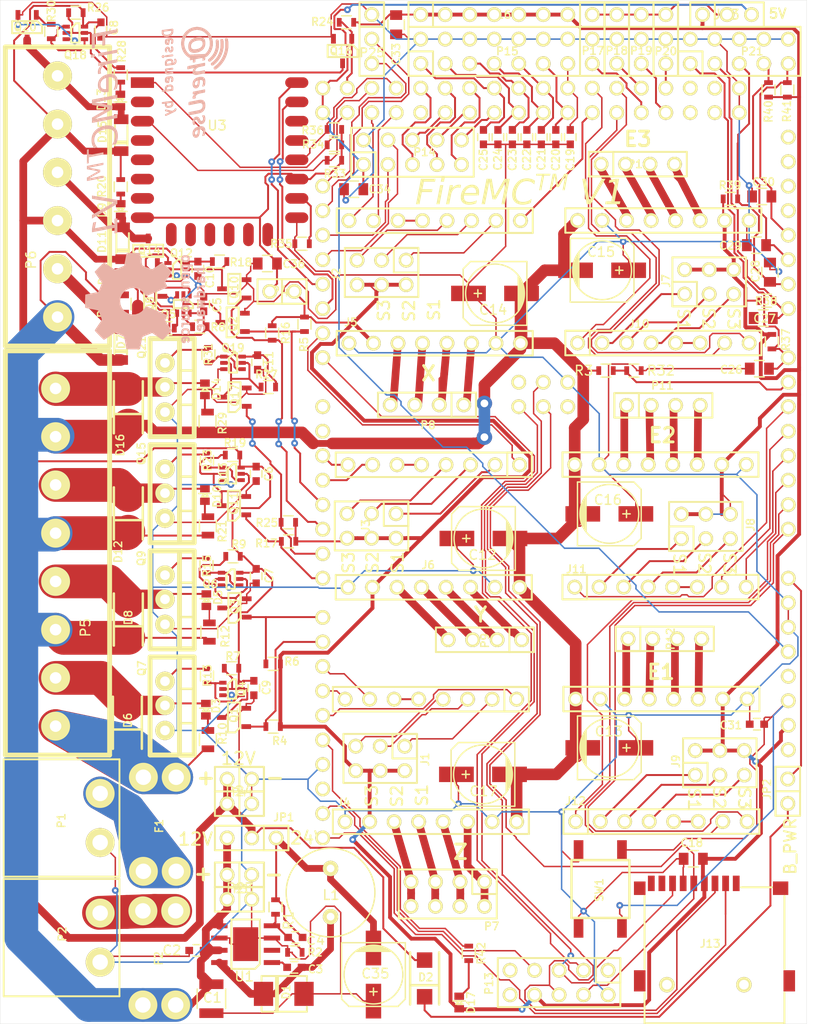
<source format=kicad_pcb>
(kicad_pcb (version 20171130) (host pcbnew "(5.1.12)-1")
  (layers (0 F.Cu signal) (31 B.Cu signal) (34 B.Paste user hide) (35 F.Paste user hide) (36 B.SilkS user hide) (37 F.SilkS user hide) (38 B.Mask user hide) (39 F.Mask user hide) (44 Edge.Cuts user))
  (net 0 "")
  (net 1 Vsupply)
  (net 2 GND)
  (net 3 "Net-(C3-Pad1)")
  (net 4 +12V)
  (net 5 "Net-(D2-Pad1)")
  (net 6 HB-OUT)
  (net 7 MP-OUT1)
  (net 8 HP-OUT1)
  (net 9 Vheatbed)
  (net 10 LP-OUT1)
  (net 11 HP-OUT2)
  (net 12 LP-OUT2)
  (net 13 HP-OUT3)
  (net 14 "Net-(F1-Pad1)")
  (net 15 "Net-(F2-Pad1)")
  (net 16 ARDUINO-VIN)
  (net 17 HB-FET)
  (net 18 "Net-(Q1-Pad3)")
  (net 19 MP-FET1)
  (net 20 "Net-(Q2-Pad3)")
  (net 21 HP-FET1)
  (net 22 "Net-(Q3-Pad3)")
  (net 23 "Net-(Q7-Pad1)")
  (net 24 "Net-(Q9-Pad1)")
  (net 25 LP-FET1)
  (net 26 "Net-(Q10-Pad3)")
  (net 27 HP-FET2)
  (net 28 "Net-(Q11-Pad3)")
  (net 29 "Net-(Q15-Pad1)")
  (net 30 LP-FET2)
  (net 31 "Net-(Q16-Pad3)")
  (net 32 HP-FET3)
  (net 33 "Net-(Q17-Pad3)")
  (net 34 "Net-(Q21-Pad1)")
  (net 35 +3V3)
  (net 36 RESET)
  (net 37 "Net-(SHIELD1-PadAREF)")
  (net 38 +5V)
  (net 39 "Net-(J1-Pad1)")
  (net 40 "Net-(J1-Pad3)")
  (net 41 "Net-(J1-Pad5)")
  (net 42 "Net-(J2-Pad1)")
  (net 43 "Net-(J2-Pad3)")
  (net 44 "Net-(J2-Pad5)")
  (net 45 "Net-(J3-Pad1)")
  (net 46 "Net-(J3-Pad3)")
  (net 47 "Net-(J3-Pad5)")
  (net 48 "Net-(J4-Pad5)")
  (net 49 "Net-(J4-Pad14)")
  (net 50 "Net-(J4-Pad13)")
  (net 51 "Net-(J4-Pad12)")
  (net 52 "Net-(J4-Pad11)")
  (net 53 "Net-(J5-Pad5)")
  (net 54 "Net-(J5-Pad14)")
  (net 55 "Net-(J5-Pad13)")
  (net 56 "Net-(J5-Pad12)")
  (net 57 "Net-(J5-Pad11)")
  (net 58 "Net-(J6-Pad5)")
  (net 59 "Net-(J6-Pad14)")
  (net 60 "Net-(J6-Pad13)")
  (net 61 "Net-(J6-Pad12)")
  (net 62 "Net-(J6-Pad11)")
  (net 63 "Net-(J10-Pad2)")
  (net 64 "Net-(J10-Pad3)")
  (net 65 "Net-(J10-Pad4)")
  (net 66 "Net-(J11-Pad2)")
  (net 67 "Net-(J11-Pad3)")
  (net 68 "Net-(J11-Pad4)")
  (net 69 "Net-(J12-Pad2)")
  (net 70 "Net-(J12-Pad3)")
  (net 71 "Net-(J12-Pad4)")
  (net 72 "Net-(J10-Pad5)")
  (net 73 "Net-(J10-Pad14)")
  (net 74 "Net-(J10-Pad13)")
  (net 75 "Net-(J10-Pad12)")
  (net 76 "Net-(J10-Pad11)")
  (net 77 "Net-(J11-Pad5)")
  (net 78 "Net-(J11-Pad14)")
  (net 79 "Net-(J11-Pad13)")
  (net 80 "Net-(J11-Pad12)")
  (net 81 "Net-(J11-Pad11)")
  (net 82 "Net-(J12-Pad5)")
  (net 83 "Net-(J12-Pad14)")
  (net 84 "Net-(J12-Pad13)")
  (net 85 "Net-(J12-Pad12)")
  (net 86 "Net-(J12-Pad11)")
  (net 87 "Net-(J13-Pad1)")
  (net 88 "Net-(J13-Pad8)")
  (net 89 PROBE)
  (net 90 Z+)
  (net 91 Z-)
  (net 92 Y+)
  (net 93 Y-)
  (net 94 X+)
  (net 95 X-)
  (net 96 "Net-(P13-Pad1)")
  (net 97 ENC-SW)
  (net 98 "Net-(P13-Pad9)")
  (net 99 "Net-(P13-Pad10)")
  (net 100 ENC-A)
  (net 101 ENC-B)
  (net 102 AUX-1)
  (net 103 AUX-2)
  (net 104 AUX-3)
  (net 105 AUX-4)
  (net 106 SCL1)
  (net 107 SDA1)
  (net 108 T0)
  (net 109 T1)
  (net 110 T2)
  (net 111 T3)
  (net 112 T4)
  (net 113 Z-EN)
  (net 114 Y-DIR)
  (net 115 Y-STEP)
  (net 116 E1-EN)
  (net 117 E1-STEP)
  (net 118 E1-DIR)
  (net 119 E2-DIR)
  (net 120 E2-STEP)
  (net 121 E2-EN)
  (net 122 Z-STEP)
  (net 123 Z-DIR)
  (net 124 Y-EN)
  (net 125 X-DIR)
  (net 126 X-STEP)
  (net 127 X-EN)
  (net 128 E3-EN)
  (net 129 E3-STEP)
  (net 130 E3-DIR)
  (net 131 "Net-(D3-Pad1)")
  (net 132 "Net-(D4-Pad1)")
  (net 133 "Net-(D5-Pad1)")
  (net 134 "Net-(D9-Pad1)")
  (net 135 "Net-(D10-Pad1)")
  (net 136 "Net-(D13-Pad1)")
  (net 137 "Net-(D14-Pad1)")
  (net 138 STATUS-LED)
  (net 139 SD-CS)
  (net 140 SD-MOSI)
  (net 141 SD-SCK)
  (net 142 SD-MISO)
  (net 143 SD-CD)
  (net 144 SD2-CS)
  (net 145 LCD-D5)
  (net 146 LCD-D6)
  (net 147 LCD-D7)
  (net 148 LCD-RS)
  (net 149 LCD-E)
  (net 150 LCD-D4)
  (net 151 "Net-(SHIELD1-PadRST2)")
  (net 152 "Net-(SHIELD1-Pad5V_6)")
  (net 153 "Net-(SHIELD1-Pad51)")
  (net 154 "Net-(SHIELD1-Pad53)")
  (net 155 "Net-(SHIELD1-Pad50)")
  (net 156 "Net-(SHIELD1-Pad52)")
  (net 157 "Net-(Q4-Pad1)")
  (net 158 "Net-(Q5-Pad1)")
  (net 159 "Net-(Q6-Pad1)")
  (net 160 "Net-(Q12-Pad1)")
  (net 161 "Net-(Q13-Pad1)")
  (net 162 "Net-(Q18-Pad1)")
  (net 163 "Net-(Q19-Pad1)")
  (net 164 "Net-(U3-Pad9)")
  (net 165 "Net-(U3-Pad10)")
  (net 166 "Net-(U3-Pad11)")
  (net 167 "Net-(U3-Pad12)")
  (net 168 "Net-(U3-Pad13)")
  (net 169 "Net-(U3-Pad14)")
  (net 170 "Net-(U3-Pad2)")
  (net 171 "Net-(U3-Pad4)")
  (net 172 "Net-(U3-Pad5)")
  (net 173 "Net-(U3-Pad6)")
  (net 174 "Net-(U3-Pad7)")
  (net 175 "Net-(U3-Pad19)")
  (net 176 "Net-(U3-Pad20)")
  (net 177 ESP-RX)
  (net 178 ESP-TX)
  (net 179 "Net-(C3-Pad2)")
  (net 180 "Net-(U1-Pad2)")
  (net 181 "Net-(C4-Pad2)")
  (net 182 "Net-(C35-Pad1)")
  (net 183 "Net-(SHIELD1-Pad0)")
  (net 184 "Net-(D17-Pad2)")
  (net 185 "Net-(SHIELD1-Pad1)")
  (net 186 "Net-(JP3-Pad2)")
  (net 187 "Net-(SHIELD1-Pad28)")
  (net 188 MEASURE-VSUPPLY)
  (net 189 "Net-(Q20-Pad1)")
  (net 190 "Net-(Q14-Pad1)")
  (net 191 "Net-(Q8-Pad1)")
  (net 192 Vbuffer)
  (net 193 "Net-(SHIELD1-PadAD15)")
  (net 194 "Net-(SHIELD1-PadAD14)")
  (net 195 "Net-(SHIELD1-PadAD13)")
  (net 196 "Net-(SHIELD1-PadAD12)")
  (net 197 "Net-(R35-Pad1)")
  (net 198 ESP-PROG)
  (net 199 ESP-RST)
  (net 200 Vesp)
  (net 201 ESP-PD)
  (module misc:ESP-12E (layer F.Cu) (at 85.45 32.45)
    (fp_text reference U3 (at 7.74 4.45) (layer F.SilkS))
    (fp_text value ESP-12E)
    (pad 9 smd oval (at 2.99 15.75 90) (size 2.4 1.1) (layers F.Cu F.Paste F.Mask) (net 164 "Net-(U3-Pad9)"))
    (pad 10 smd oval (at 4.99 15.75 90) (size 2.4 1.1) (layers F.Cu F.Paste F.Mask) (net 165 "Net-(U3-Pad10)"))
    (pad 11 smd oval (at 6.99 15.75 90) (size 2.4 1.1) (layers F.Cu F.Paste F.Mask) (net 166 "Net-(U3-Pad11)"))
    (pad 12 smd oval (at 8.99 15.75 90) (size 2.4 1.1) (layers F.Cu F.Paste F.Mask) (net 167 "Net-(U3-Pad12)"))
    (pad 13 smd oval (at 10.99 15.75 90) (size 2.4 1.1) (layers F.Cu F.Paste F.Mask) (net 168 "Net-(U3-Pad13)"))
    (pad 14 smd oval (at 12.99 15.75 90) (size 2.4 1.1) (layers F.Cu F.Paste F.Mask) (net 169 "Net-(U3-Pad14)"))
    (pad 1 smd rect (at 0 0) (size 2.4 1.1) (layers F.Cu F.Paste F.Mask) (net 199 ESP-RST))
    (pad 2 smd oval (at 0 2) (size 2.4 1.1) (layers F.Cu F.Paste F.Mask) (net 170 "Net-(U3-Pad2)"))
    (pad 3 smd oval (at 0 4) (size 2.4 1.1) (layers F.Cu F.Paste F.Mask) (net 201 ESP-PD))
    (pad 4 smd oval (at 0 6) (size 2.4 1.1) (layers F.Cu F.Paste F.Mask) (net 171 "Net-(U3-Pad4)"))
    (pad 5 smd oval (at 0 8) (size 2.4 1.1) (layers F.Cu F.Paste F.Mask) (net 172 "Net-(U3-Pad5)"))
    (pad 6 smd oval (at 0 10) (size 2.4 1.1) (layers F.Cu F.Paste F.Mask) (net 173 "Net-(U3-Pad6)"))
    (pad 7 smd oval (at 0 12) (size 2.4 1.1) (layers F.Cu F.Paste F.Mask) (net 174 "Net-(U3-Pad7)"))
    (pad 8 smd oval (at 0 14) (size 2.4 1.1) (layers F.Cu F.Paste F.Mask) (net 200 Vesp))
    (pad 15 smd oval (at 16 14) (size 2.4 1.1) (layers F.Cu F.Paste F.Mask) (net 2 GND))
    (pad 16 smd oval (at 16 12) (size 2.4 1.1) (layers F.Cu F.Paste F.Mask) (net 197 "Net-(R35-Pad1)"))
    (pad 17 smd oval (at 16 10) (size 2.4 1.1) (layers F.Cu F.Paste F.Mask) (net 200 Vesp))
    (pad 18 smd oval (at 16 8) (size 2.4 1.1) (layers F.Cu F.Paste F.Mask) (net 198 ESP-PROG))
    (pad 19 smd oval (at 16 6) (size 2.4 1.1) (layers F.Cu F.Paste F.Mask) (net 175 "Net-(U3-Pad19)"))
    (pad 20 smd oval (at 16 4) (size 2.4 1.1) (layers F.Cu F.Paste F.Mask) (net 176 "Net-(U3-Pad20)"))
    (pad 21 smd oval (at 16 2) (size 2.4 1.1) (layers F.Cu F.Paste F.Mask) (net 177 ESP-RX))
    (pad 22 smd oval (at 16 0) (size 2.4 1.1) (layers F.Cu F.Paste F.Mask) (net 178 ESP-TX))
  )
  (module misc:STEPSTICK (layer F.Cu) (at 133.1 56.9 90)
    (fp_text reference J10 (at -0.56 3.83 180) (layer F.SilkS) (effects (font (size 0.8 0.8))))
    (fp_text value STEPSTICK hide)
    (pad 1 thru_hole circle (at -2.54 -2.54 90) (size 1.524 1.524) (drill 1.016) (layers *.Cu *.Mask F.SilkS) (net 128 E3-EN))
    (pad 2 thru_hole circle (at -2.54 0 90) (size 1.524 1.524) (drill 1.016) (layers *.Cu *.Mask F.SilkS) (net 63 "Net-(J10-Pad2)"))
    (pad 3 thru_hole circle (at -2.54 2.54 90) (size 1.524 1.524) (drill 1.016) (layers *.Cu *.Mask F.SilkS) (net 64 "Net-(J10-Pad3)"))
    (pad 4 thru_hole circle (at -2.54 5.08 90) (size 1.524 1.524) (drill 1.016) (layers *.Cu *.Mask F.SilkS) (net 65 "Net-(J10-Pad4)"))
    (pad 5 thru_hole circle (at -2.54 7.62 90) (size 1.524 1.524) (drill 1.016) (layers *.Cu *.Mask F.SilkS) (net 72 "Net-(J10-Pad5)"))
    (pad 6 thru_hole circle (at -2.54 10.16 90) (size 1.524 1.524) (drill 1.016) (layers *.Cu *.Mask F.SilkS) (net 72 "Net-(J10-Pad5)"))
    (pad 8 thru_hole circle (at -2.54 15.24 90) (size 1.524 1.524) (drill 1.016) (layers *.Cu *.Mask F.SilkS) (net 130 E3-DIR))
    (pad 16 thru_hole circle (at 10.16 -2.54 90) (size 1.524 1.524) (drill 1.016) (layers *.Cu *.Mask F.SilkS) (net 1 Vsupply))
    (pad 15 thru_hole circle (at 10.16 0 90) (size 1.524 1.524) (drill 1.016) (layers *.Cu *.Mask F.SilkS) (net 2 GND))
    (pad 14 thru_hole circle (at 10.16 2.54 90) (size 1.524 1.524) (drill 1.016) (layers *.Cu *.Mask F.SilkS) (net 73 "Net-(J10-Pad14)"))
    (pad 13 thru_hole circle (at 10.16 5.08 90) (size 1.524 1.524) (drill 1.016) (layers *.Cu *.Mask F.SilkS) (net 74 "Net-(J10-Pad13)"))
    (pad 12 thru_hole circle (at 10.16 7.62 90) (size 1.524 1.524) (drill 1.016) (layers *.Cu *.Mask F.SilkS) (net 75 "Net-(J10-Pad12)"))
    (pad 11 thru_hole circle (at 10.16 10.16 90) (size 1.524 1.524) (drill 1.016) (layers *.Cu *.Mask F.SilkS) (net 76 "Net-(J10-Pad11)"))
    (pad 10 thru_hole circle (at 10.16 12.7 90) (size 1.524 1.524) (drill 1.016) (layers *.Cu *.Mask F.SilkS) (net 35 +3V3))
    (pad 9 thru_hole circle (at 10.16 15.24 90) (size 1.524 1.524) (drill 1.016) (layers *.Cu *.Mask F.SilkS) (net 2 GND))
    (pad 7 thru_hole circle (at -2.54 12.7 90) (size 1.524 1.524) (drill 1.016) (layers *.Cu *.Mask F.SilkS) (net 129 E3-STEP))
  )
  (module sot:SOT23_3L (layer F.Cu) (at 86.25 55.55 180)
    (fp_text reference Q8 (at 0 0.15 270) (layer F.SilkS) (effects (font (size 0.8 0.8))))
    (fp_text value SI2318CDS-T1-GE3 hide)
    (pad 1 smd rect (at -1.27254 -0.94996 180) (size 1.00076 0.50038) (layers F.Cu F.Paste F.Mask) (net 191 "Net-(Q8-Pad1)"))
    (pad 2 smd rect (at -1.27254 0.94996 180) (size 1.00076 0.50038) (layers F.Cu F.Paste F.Mask) (net 2 GND))
    (pad 3 smd rect (at 1.27508 0 180) (size 0.99822 0.50038) (layers F.Cu F.Paste F.Mask) (net 7 MP-OUT1))
  )
  (module capacitors:C_0805 (layer F.Cu) (at 107.35 43.5 180)
    (fp_text reference C34 (at -2.7 0 180) (layer F.SilkS) (effects (font (size 0.8 0.8))))
    (fp_text value 10uF)
    (pad 1 smd rect (at -1 0 180) (size 1 1.25) (layers F.Cu F.Paste F.Mask) (net 38 +5V))
    (pad 2 smd rect (at 1 0 180) (size 1 1.25) (layers F.Cu F.Paste F.Mask) (net 2 GND))
  )
  (module arduino-footprint:ARDUINO_MEGA_DUE_SHIELD_FOOTPRINT_OTH2 (layer F.Cu) (at 154.94 129.54 90)
    (fp_text reference SHIELD1 hide)
    (fp_text value ARDUINO_DUE_SHIELD hide)
    (pad 14 thru_hole circle (at 68.58 -50.8 90) (size 1.524 1.524) (drill 1.016) (layers *.Cu *.Mask F.SilkS) (net 144 SD2-CS))
    (pad 15 thru_hole circle (at 71.12 -50.8 90) (size 1.524 1.524) (drill 1.016) (layers *.Cu *.Mask F.SilkS) (net 124 Y-EN))
    (pad 16 thru_hole circle (at 73.66 -50.8 90) (size 1.524 1.524) (drill 1.016) (layers *.Cu *.Mask F.SilkS) (net 177 ESP-RX))
    (pad 17 thru_hole circle (at 76.2 -50.8 90) (size 1.524 1.524) (drill 1.016) (layers *.Cu *.Mask F.SilkS) (net 178 ESP-TX))
    (pad 18 thru_hole circle (at 78.74 -50.8 90) (size 1.524 1.524) (drill 1.016) (layers *.Cu *.Mask F.SilkS) (net 101 ENC-B))
    (pad 19 thru_hole circle (at 81.28 -50.8 90) (size 1.524 1.524) (drill 1.016) (layers *.Cu *.Mask F.SilkS) (net 100 ENC-A))
    (pad 20 thru_hole circle (at 83.82 -50.8 90) (size 1.524 1.524) (drill 1.016) (layers *.Cu *.Mask F.SilkS) (net 107 SDA1))
    (pad 21 thru_hole circle (at 86.36 -50.8 90) (size 1.524 1.524) (drill 1.016) (layers *.Cu *.Mask F.SilkS) (net 106 SCL1))
    (pad AD15 thru_hole circle (at 91.44 -2.54 90) (size 1.524 1.524) (drill 1.016) (layers *.Cu *.Mask F.SilkS) (net 193 "Net-(SHIELD1-PadAD15)"))
    (pad AD14 thru_hole circle (at 88.9 -2.54 90) (size 1.524 1.524) (drill 1.016) (layers *.Cu *.Mask F.SilkS) (net 194 "Net-(SHIELD1-PadAD14)"))
    (pad AD13 thru_hole circle (at 86.36 -2.54 90) (size 1.524 1.524) (drill 1.016) (layers *.Cu *.Mask F.SilkS) (net 195 "Net-(SHIELD1-PadAD13)"))
    (pad AD12 thru_hole circle (at 83.82 -2.54 90) (size 1.524 1.524) (drill 1.016) (layers *.Cu *.Mask F.SilkS) (net 196 "Net-(SHIELD1-PadAD12)"))
    (pad AD8 thru_hole circle (at 73.66 -2.54 90) (size 1.524 1.524) (drill 1.016) (layers *.Cu *.Mask F.SilkS) (net 109 T1))
    (pad AD7 thru_hole circle (at 68.58 -2.54 90) (size 1.524 1.524) (drill 1.016) (layers *.Cu *.Mask F.SilkS) (net 108 T0))
    (pad AD6 thru_hole circle (at 66.04 -2.54 90) (size 1.524 1.524) (drill 1.016) (layers *.Cu *.Mask F.SilkS) (net 188 MEASURE-VSUPPLY))
    (pad AD9 thru_hole circle (at 76.2 -2.54 90) (size 1.524 1.524) (drill 1.016) (layers *.Cu *.Mask F.SilkS) (net 110 T2))
    (pad AD10 thru_hole circle (at 78.74 -2.54 90) (size 1.524 1.524) (drill 1.016) (layers *.Cu *.Mask F.SilkS) (net 111 T3))
    (pad AD11 thru_hole circle (at 81.28 -2.54 90) (size 1.524 1.524) (drill 1.016) (layers *.Cu *.Mask F.SilkS) (net 112 T4))
    (pad AD5 thru_hole circle (at 63.5 -2.54 90) (size 1.524 1.524) (drill 1.016) (layers *.Cu *.Mask F.SilkS) (net 121 E2-EN))
    (pad AD4 thru_hole circle (at 60.96 -2.54 90) (size 1.524 1.524) (drill 1.016) (layers *.Cu *.Mask F.SilkS) (net 120 E2-STEP))
    (pad AD3 thru_hole circle (at 58.42 -2.54 90) (size 1.524 1.524) (drill 1.016) (layers *.Cu *.Mask F.SilkS) (net 119 E2-DIR))
    (pad AD0 thru_hole circle (at 50.8 -2.54 90) (size 1.524 1.524) (drill 1.016) (layers *.Cu *.Mask F.SilkS) (net 118 E1-DIR))
    (pad AD1 thru_hole circle (at 53.34 -2.54 90) (size 1.524 1.524) (drill 1.016) (layers *.Cu *.Mask F.SilkS) (net 117 E1-STEP))
    (pad AD2 thru_hole circle (at 55.88 -2.54 90) (size 1.524 1.524) (drill 1.016) (layers *.Cu *.Mask F.SilkS) (net 116 E1-EN))
    (pad V_IN thru_hole circle (at 45.72 -2.54 90) (size 1.524 1.524) (drill 1.016) (layers *.Cu *.Mask F.SilkS) (net 16 ARDUINO-VIN))
    (pad GND thru_hole circle (at 43.18 -2.54 90) (size 1.524 1.524) (drill 1.016) (layers *.Cu *.Mask F.SilkS) (net 2 GND))
    (pad GND thru_hole circle (at 40.64 -2.54 90) (size 1.524 1.524) (drill 1.016) (layers *.Cu *.Mask F.SilkS) (net 2 GND))
    (pad 3V3 thru_hole circle (at 35.56 -2.54 90) (size 1.524 1.524) (drill 1.016) (layers *.Cu *.Mask F.SilkS) (net 192 Vbuffer))
    (pad RST thru_hole circle (at 33.02 -2.54 90) (size 1.524 1.524) (drill 1.016) (layers *.Cu *.Mask F.SilkS) (net 36 RESET))
    (pad 0 thru_hole circle (at 63.5 -50.8 90) (size 1.524 1.524) (drill 1.016) (layers *.Cu *.Mask F.SilkS) (net 183 "Net-(SHIELD1-Pad0)"))
    (pad 1 thru_hole circle (at 60.96 -50.8 90) (size 1.524 1.524) (drill 1.016) (layers *.Cu *.Mask F.SilkS) (net 185 "Net-(SHIELD1-Pad1)"))
    (pad 2 thru_hole circle (at 58.42 -50.8 90) (size 1.524 1.524) (drill 1.016) (layers *.Cu *.Mask F.SilkS) (net 114 Y-DIR))
    (pad 3 thru_hole circle (at 55.88 -50.8 90) (size 1.524 1.524) (drill 1.016) (layers *.Cu *.Mask F.SilkS) (net 115 Y-STEP))
    (pad 4 thru_hole circle (at 53.34 -50.8 90) (size 1.524 1.524) (drill 1.016) (layers *.Cu *.Mask F.SilkS) (net 19 MP-FET1))
    (pad 5 thru_hole circle (at 50.8 -50.8 90) (size 1.524 1.524) (drill 1.016) (layers *.Cu *.Mask F.SilkS) (net 25 LP-FET1))
    (pad 6 thru_hole circle (at 48.26 -50.8 90) (size 1.524 1.524) (drill 1.016) (layers *.Cu *.Mask F.SilkS) (net 32 HP-FET3))
    (pad 7 thru_hole circle (at 45.72 -50.8 90) (size 1.524 1.524) (drill 1.016) (layers *.Cu *.Mask F.SilkS) (net 27 HP-FET2))
    (pad 8 thru_hole circle (at 41.656 -50.8 90) (size 1.524 1.524) (drill 1.016) (layers *.Cu *.Mask F.SilkS) (net 21 HP-FET1))
    (pad 9 thru_hole circle (at 39.116 -50.8 90) (size 1.524 1.524) (drill 1.016) (layers *.Cu *.Mask F.SilkS) (net 17 HB-FET))
    (pad 10 thru_hole circle (at 36.576 -50.8 90) (size 1.524 1.524) (drill 1.016) (layers *.Cu *.Mask F.SilkS) (net 122 Z-STEP))
    (pad 11 thru_hole circle (at 34.036 -50.8 90) (size 1.524 1.524) (drill 1.016) (layers *.Cu *.Mask F.SilkS) (net 123 Z-DIR))
    (pad 12 thru_hole circle (at 31.496 -50.8 90) (size 1.524 1.524) (drill 1.016) (layers *.Cu *.Mask F.SilkS) (net 113 Z-EN))
    (pad 13 thru_hole circle (at 28.956 -50.8 90) (size 1.524 1.524) (drill 1.016) (layers *.Cu *.Mask F.SilkS) (net 138 STATUS-LED))
    (pad GND thru_hole circle (at 26.416 -50.8 90) (size 1.524 1.524) (drill 1.016) (layers *.Cu *.Mask F.SilkS) (net 2 GND))
    (pad AREF thru_hole circle (at 23.876 -50.8 90) (size 1.524 1.524) (drill 1.016) (layers *.Cu *.Mask F.SilkS) (net 37 "Net-(SHIELD1-PadAREF)"))
    (pad 5V thru_hole circle (at 38.1 -2.54 90) (size 1.524 1.524) (drill 1.016) (layers *.Cu *.Mask F.SilkS) (net 38 +5V))
    (pad 22 thru_hole circle (at 93.98 -48.26 90) (size 1.524 1.524) (drill 1.016) (layers *.Cu *.Mask F.SilkS) (net 201 ESP-PD))
    (pad 23 thru_hole circle (at 96.52 -48.26 90) (size 1.524 1.524) (drill 1.016) (layers *.Cu *.Mask F.SilkS) (net 30 LP-FET2))
    (pad 24 thru_hole circle (at 93.98 -45.72 90) (size 1.524 1.524) (drill 1.016) (layers *.Cu *.Mask F.SilkS) (net 125 X-DIR))
    (pad 25 thru_hole circle (at 96.52 -45.72 90) (size 1.524 1.524) (drill 1.016) (layers *.Cu *.Mask F.SilkS) (net 199 ESP-RST))
    (pad 26 thru_hole circle (at 93.98 -43.18 90) (size 1.524 1.524) (drill 1.016) (layers *.Cu *.Mask F.SilkS) (net 126 X-STEP))
    (pad 27 thru_hole circle (at 96.52 -43.18 90) (size 1.524 1.524) (drill 1.016) (layers *.Cu *.Mask F.SilkS) (net 198 ESP-PROG))
    (pad 28 thru_hole circle (at 93.98 -40.64 90) (size 1.524 1.524) (drill 1.016) (layers *.Cu *.Mask F.SilkS) (net 187 "Net-(SHIELD1-Pad28)"))
    (pad 29 thru_hole circle (at 96.52 -40.64 90) (size 1.524 1.524) (drill 1.016) (layers *.Cu *.Mask F.SilkS) (net 145 LCD-D5))
    (pad 5V_4 thru_hole circle (at 93.98 -50.8 90) (size 1.524 1.524) (drill 1.016) (layers *.Cu *.Mask F.SilkS) (net 38 +5V))
    (pad 5V_5 thru_hole circle (at 96.52 -50.8 90) (size 1.524 1.524) (drill 1.016) (layers *.Cu *.Mask F.SilkS) (net 38 +5V))
    (pad 31 thru_hole circle (at 96.52 -38.1 90) (size 1.524 1.524) (drill 1.016) (layers *.Cu *.Mask F.SilkS) (net 146 LCD-D6))
    (pad 30 thru_hole circle (at 93.98 -38.1 90) (size 1.524 1.524) (drill 1.016) (layers *.Cu *.Mask F.SilkS) (net 148 LCD-RS))
    (pad 32 thru_hole circle (at 93.98 -35.56 90) (size 1.524 1.524) (drill 1.016) (layers *.Cu *.Mask F.SilkS) (net 149 LCD-E))
    (pad 33 thru_hole circle (at 96.52 -35.56 90) (size 1.524 1.524) (drill 1.016) (layers *.Cu *.Mask F.SilkS) (net 147 LCD-D7))
    (pad 34 thru_hole circle (at 93.98 -33.02 90) (size 1.524 1.524) (drill 1.016) (layers *.Cu *.Mask F.SilkS) (net 150 LCD-D4))
    (pad 35 thru_hole circle (at 96.52 -33.02 90) (size 1.524 1.524) (drill 1.016) (layers *.Cu *.Mask F.SilkS) (net 95 X-))
    (pad 36 thru_hole circle (at 93.98 -30.48 90) (size 1.524 1.524) (drill 1.016) (layers *.Cu *.Mask F.SilkS) (net 94 X+))
    (pad 37 thru_hole circle (at 96.52 -30.48 90) (size 1.524 1.524) (drill 1.016) (layers *.Cu *.Mask F.SilkS) (net 93 Y-))
    (pad 38 thru_hole circle (at 93.98 -27.94 90) (size 1.524 1.524) (drill 1.016) (layers *.Cu *.Mask F.SilkS) (net 92 Y+))
    (pad 39 thru_hole circle (at 96.52 -27.94 90) (size 1.524 1.524) (drill 1.016) (layers *.Cu *.Mask F.SilkS) (net 91 Z-))
    (pad 40 thru_hole circle (at 93.98 -25.4 90) (size 1.524 1.524) (drill 1.016) (layers *.Cu *.Mask F.SilkS) (net 90 Z+))
    (pad 41 thru_hole circle (at 96.52 -25.4 90) (size 1.524 1.524) (drill 1.016) (layers *.Cu *.Mask F.SilkS) (net 89 PROBE))
    (pad 42 thru_hole circle (at 93.98 -22.86 90) (size 1.524 1.524) (drill 1.016) (layers *.Cu *.Mask F.SilkS) (net 127 X-EN))
    (pad 43 thru_hole circle (at 96.52 -22.86 90) (size 1.524 1.524) (drill 1.016) (layers *.Cu *.Mask F.SilkS) (net 128 E3-EN))
    (pad 44 thru_hole circle (at 93.98 -20.32 90) (size 1.524 1.524) (drill 1.016) (layers *.Cu *.Mask F.SilkS) (net 129 E3-STEP))
    (pad 45 thru_hole circle (at 96.52 -20.32 90) (size 1.524 1.524) (drill 1.016) (layers *.Cu *.Mask F.SilkS) (net 130 E3-DIR))
    (pad 46 thru_hole circle (at 93.98 -17.78 90) (size 1.524 1.524) (drill 1.016) (layers *.Cu *.Mask F.SilkS) (net 102 AUX-1))
    (pad 47 thru_hole circle (at 96.52 -17.78 90) (size 1.524 1.524) (drill 1.016) (layers *.Cu *.Mask F.SilkS) (net 103 AUX-2))
    (pad 48 thru_hole circle (at 93.98 -15.24 90) (size 1.524 1.524) (drill 1.016) (layers *.Cu *.Mask F.SilkS) (net 104 AUX-3))
    (pad 49 thru_hole circle (at 96.52 -15.24 90) (size 1.524 1.524) (drill 1.016) (layers *.Cu *.Mask F.SilkS) (net 105 AUX-4))
    (pad 50 thru_hole circle (at 93.98 -12.7 90) (size 1.524 1.524) (drill 1.016) (layers *.Cu *.Mask F.SilkS) (net 155 "Net-(SHIELD1-Pad50)"))
    (pad 51 thru_hole circle (at 96.52 -12.7 90) (size 1.524 1.524) (drill 1.016) (layers *.Cu *.Mask F.SilkS) (net 153 "Net-(SHIELD1-Pad51)"))
    (pad 52 thru_hole circle (at 93.98 -10.16 90) (size 1.524 1.524) (drill 1.016) (layers *.Cu *.Mask F.SilkS) (net 156 "Net-(SHIELD1-Pad52)"))
    (pad 53 thru_hole circle (at 96.52 -10.16 90) (size 1.524 1.524) (drill 1.016) (layers *.Cu *.Mask F.SilkS) (net 154 "Net-(SHIELD1-Pad53)"))
    (pad GND4 thru_hole circle (at 93.98 -7.62 90) (size 1.524 1.524) (drill 1.016) (layers *.Cu *.Mask F.SilkS) (net 2 GND))
    (pad GND5 thru_hole circle (at 96.52 -7.62 90) (size 1.524 1.524) (drill 1.016) (layers *.Cu *.Mask F.SilkS) (net 2 GND))
    (pad SDA1 thru_hole circle (at 21.336 -50.8 90) (size 1.524 1.524) (drill 1.016) (layers *.Cu *.Mask F.SilkS) (net 97 ENC-SW))
    (pad SCL1 thru_hole circle (at 18.796 -50.8 90) (size 1.524 1.524) (drill 1.016) (layers *.Cu *.Mask F.SilkS) (net 139 SD-CS))
    (pad IORF thru_hole circle (at 30.48 -2.54 90) (size 1.524 1.524) (drill 1.016) (layers *.Cu *.Mask F.SilkS) (net 35 +3V3))
    (pad NC1 thru_hole circle (at 27.94 -2.54 90) (size 1.524 1.524) (drill 1.016) (layers *.Cu *.Mask F.SilkS))
    (pad MISO thru_hole circle (at 63.5 -30.48 90) (size 1.524 1.524) (drill 1.016) (layers *.Cu *.Mask F.SilkS) (net 142 SD-MISO))
    (pad 5V_6 thru_hole circle (at 66.04 -30.48 90) (size 1.524 1.524) (drill 1.016) (layers *.Cu *.Mask F.SilkS) (net 152 "Net-(SHIELD1-Pad5V_6)"))
    (pad SCK thru_hole circle (at 63.5 -27.94 90) (size 1.524 1.524) (drill 1.016) (layers *.Cu *.Mask F.SilkS) (net 141 SD-SCK))
    (pad MOSI thru_hole circle (at 66.04 -27.94 90) (size 1.524 1.524) (drill 1.016) (layers *.Cu *.Mask F.SilkS) (net 140 SD-MOSI))
    (pad RST2 thru_hole circle (at 63.5 -25.4 90) (size 1.524 1.524) (drill 1.016) (layers *.Cu *.Mask F.SilkS) (net 151 "Net-(SHIELD1-PadRST2)"))
    (pad GND6 thru_hole circle (at 66.04 -25.4 90) (size 1.524 1.524) (drill 1.016) (layers *.Cu *.Mask F.SilkS) (net 2 GND))
  )
  (module headers:CON_HDR_1x3_2.54mm (layer F.Cu) (at 109.22 27.94)
    (fp_text reference P25 (at 0.03 1.41 180) (layer F.SilkS) (effects (font (size 0.9 0.9))))
    (fp_text value CONN_01X03 hide)
    (pad 1 thru_hole circle (at 0 -2.54) (size 1.524 1.524) (drill 1.016) (layers *.Cu *.Mask F.SilkS) (net 2 GND))
    (pad 2 thru_hole circle (at 0 0) (size 1.524 1.524) (drill 1.016) (layers *.Cu *.Mask F.SilkS) (net 107 SDA1))
    (pad 3 thru_hole circle (at 0 2.54) (size 1.524 1.524) (drill 1.016) (layers *.Cu *.Mask F.SilkS) (net 106 SCL1))
  )
  (module misc:STEPSTICK (layer F.Cu) (at 121.7 98.9 270)
    (fp_text reference J4 (at 8.18 15.38) (layer F.SilkS) (effects (font (size 0.8 0.8))))
    (fp_text value STEPSTICK hide)
    (pad 1 thru_hole circle (at -2.54 -2.54 270) (size 1.524 1.524) (drill 1.016) (layers *.Cu *.Mask F.SilkS) (net 113 Z-EN))
    (pad 2 thru_hole circle (at -2.54 0 270) (size 1.524 1.524) (drill 1.016) (layers *.Cu *.Mask F.SilkS) (net 39 "Net-(J1-Pad1)"))
    (pad 3 thru_hole circle (at -2.54 2.54 270) (size 1.524 1.524) (drill 1.016) (layers *.Cu *.Mask F.SilkS) (net 40 "Net-(J1-Pad3)"))
    (pad 4 thru_hole circle (at -2.54 5.08 270) (size 1.524 1.524) (drill 1.016) (layers *.Cu *.Mask F.SilkS) (net 41 "Net-(J1-Pad5)"))
    (pad 5 thru_hole circle (at -2.54 7.62 270) (size 1.524 1.524) (drill 1.016) (layers *.Cu *.Mask F.SilkS) (net 48 "Net-(J4-Pad5)"))
    (pad 6 thru_hole circle (at -2.54 10.16 270) (size 1.524 1.524) (drill 1.016) (layers *.Cu *.Mask F.SilkS) (net 48 "Net-(J4-Pad5)"))
    (pad 8 thru_hole circle (at -2.54 15.24 270) (size 1.524 1.524) (drill 1.016) (layers *.Cu *.Mask F.SilkS) (net 123 Z-DIR))
    (pad 16 thru_hole circle (at 10.16 -2.54 270) (size 1.524 1.524) (drill 1.016) (layers *.Cu *.Mask F.SilkS) (net 1 Vsupply))
    (pad 15 thru_hole circle (at 10.16 0 270) (size 1.524 1.524) (drill 1.016) (layers *.Cu *.Mask F.SilkS) (net 2 GND))
    (pad 14 thru_hole circle (at 10.16 2.54 270) (size 1.524 1.524) (drill 1.016) (layers *.Cu *.Mask F.SilkS) (net 49 "Net-(J4-Pad14)"))
    (pad 13 thru_hole circle (at 10.16 5.08 270) (size 1.524 1.524) (drill 1.016) (layers *.Cu *.Mask F.SilkS) (net 50 "Net-(J4-Pad13)"))
    (pad 12 thru_hole circle (at 10.16 7.62 270) (size 1.524 1.524) (drill 1.016) (layers *.Cu *.Mask F.SilkS) (net 51 "Net-(J4-Pad12)"))
    (pad 11 thru_hole circle (at 10.16 10.16 270) (size 1.524 1.524) (drill 1.016) (layers *.Cu *.Mask F.SilkS) (net 52 "Net-(J4-Pad11)"))
    (pad 10 thru_hole circle (at 10.16 12.7 270) (size 1.524 1.524) (drill 1.016) (layers *.Cu *.Mask F.SilkS) (net 35 +3V3))
    (pad 9 thru_hole circle (at 10.16 15.24 270) (size 1.524 1.524) (drill 1.016) (layers *.Cu *.Mask F.SilkS) (net 2 GND))
    (pad 7 thru_hole circle (at -2.54 12.7 270) (size 1.524 1.524) (drill 1.016) (layers *.Cu *.Mask F.SilkS) (net 122 Z-STEP))
  )
  (module misc:STEPSTICK (layer F.Cu) (at 122.1 49.3 270)
    (fp_text reference J5 (at 7.99 15.04) (layer F.SilkS) (effects (font (size 0.8 0.8))))
    (fp_text value STEPSTICK hide)
    (pad 1 thru_hole circle (at -2.54 -2.54 270) (size 1.524 1.524) (drill 1.016) (layers *.Cu *.Mask F.SilkS) (net 127 X-EN))
    (pad 2 thru_hole circle (at -2.54 0 270) (size 1.524 1.524) (drill 1.016) (layers *.Cu *.Mask F.SilkS) (net 42 "Net-(J2-Pad1)"))
    (pad 3 thru_hole circle (at -2.54 2.54 270) (size 1.524 1.524) (drill 1.016) (layers *.Cu *.Mask F.SilkS) (net 43 "Net-(J2-Pad3)"))
    (pad 4 thru_hole circle (at -2.54 5.08 270) (size 1.524 1.524) (drill 1.016) (layers *.Cu *.Mask F.SilkS) (net 44 "Net-(J2-Pad5)"))
    (pad 5 thru_hole circle (at -2.54 7.62 270) (size 1.524 1.524) (drill 1.016) (layers *.Cu *.Mask F.SilkS) (net 53 "Net-(J5-Pad5)"))
    (pad 6 thru_hole circle (at -2.54 10.16 270) (size 1.524 1.524) (drill 1.016) (layers *.Cu *.Mask F.SilkS) (net 53 "Net-(J5-Pad5)"))
    (pad 8 thru_hole circle (at -2.54 15.24 270) (size 1.524 1.524) (drill 1.016) (layers *.Cu *.Mask F.SilkS) (net 125 X-DIR))
    (pad 16 thru_hole circle (at 10.16 -2.54 270) (size 1.524 1.524) (drill 1.016) (layers *.Cu *.Mask F.SilkS) (net 1 Vsupply))
    (pad 15 thru_hole circle (at 10.16 0 270) (size 1.524 1.524) (drill 1.016) (layers *.Cu *.Mask F.SilkS) (net 2 GND))
    (pad 14 thru_hole circle (at 10.16 2.54 270) (size 1.524 1.524) (drill 1.016) (layers *.Cu *.Mask F.SilkS) (net 54 "Net-(J5-Pad14)"))
    (pad 13 thru_hole circle (at 10.16 5.08 270) (size 1.524 1.524) (drill 1.016) (layers *.Cu *.Mask F.SilkS) (net 55 "Net-(J5-Pad13)"))
    (pad 12 thru_hole circle (at 10.16 7.62 270) (size 1.524 1.524) (drill 1.016) (layers *.Cu *.Mask F.SilkS) (net 56 "Net-(J5-Pad12)"))
    (pad 11 thru_hole circle (at 10.16 10.16 270) (size 1.524 1.524) (drill 1.016) (layers *.Cu *.Mask F.SilkS) (net 57 "Net-(J5-Pad11)"))
    (pad 10 thru_hole circle (at 10.16 12.7 270) (size 1.524 1.524) (drill 1.016) (layers *.Cu *.Mask F.SilkS) (net 35 +3V3))
    (pad 9 thru_hole circle (at 10.16 15.24 270) (size 1.524 1.524) (drill 1.016) (layers *.Cu *.Mask F.SilkS) (net 2 GND))
    (pad 7 thru_hole circle (at -2.54 12.7 270) (size 1.524 1.524) (drill 1.016) (layers *.Cu *.Mask F.SilkS) (net 126 X-STEP))
  )
  (module headers:CON_HDR_2x3_2.54mm (layer F.Cu) (at 110.24 52.13 270)
    (fp_text reference J2 (at 0.21 4.7 270) (layer F.SilkS) (effects (font (size 0.8 0.8))))
    (fp_text value CONN_02X03 hide)
    (pad 1 thru_hole circle (at -1.27 -2.54 270) (size 1.524 1.524) (drill 1.016) (layers *.Cu *.Mask F.SilkS) (net 42 "Net-(J2-Pad1)"))
    (pad 3 thru_hole circle (at -1.27 0 270) (size 1.524 1.524) (drill 1.016) (layers *.Cu *.Mask F.SilkS) (net 43 "Net-(J2-Pad3)"))
    (pad 5 thru_hole circle (at -1.27 2.54 270) (size 1.524 1.524) (drill 1.016) (layers *.Cu *.Mask F.SilkS) (net 44 "Net-(J2-Pad5)"))
    (pad 2 thru_hole circle (at 1.27 -2.54 270) (size 1.524 1.524) (drill 1.016) (layers *.Cu *.Mask F.SilkS) (net 35 +3V3))
    (pad 4 thru_hole circle (at 1.27 0 270) (size 1.524 1.524) (drill 1.016) (layers *.Cu *.Mask F.SilkS) (net 35 +3V3))
    (pad 6 thru_hole circle (at 1.27 2.54 270) (size 1.524 1.524) (drill 1.016) (layers *.Cu *.Mask F.SilkS) (net 35 +3V3))
  )
  (module capacitors:c_elec_6.3x7.7 (layer F.Cu) (at 120.8 79.7 180)
    (fp_text reference C12 (at 0.1 -1.7 180) (layer F.SilkS))
    (fp_text value 100uF)
    (pad 2 smd rect (at 2.75082 0 180) (size 3.59918 1.6002) (layers F.Cu F.Paste F.Mask) (net 2 GND))
    (pad 1 smd rect (at -2.75082 0 180) (size 3.59918 1.6002) (layers F.Cu F.Paste F.Mask) (net 1 Vsupply))
  )
  (module headers:CON_HDR_2x5_2.54mm (layer F.Cu) (at 128.64 125.73 270)
    (fp_text reference P13 (at 0.1 7.26 270) (layer F.SilkS) (effects (font (size 0.8 0.8))))
    (fp_text value CONN_02x05 hide)
    (pad 1 thru_hole circle (at -1.27 -5.08 270) (size 1.524 1.524) (drill 1.016) (layers *.Cu *.Mask F.SilkS) (net 96 "Net-(P13-Pad1)"))
    (pad 3 thru_hole circle (at -1.27 -2.54 270) (size 1.524 1.524) (drill 1.016) (layers *.Cu *.Mask F.SilkS) (net 144 SD2-CS))
    (pad 5 thru_hole circle (at -1.27 0 270) (size 1.524 1.524) (drill 1.016) (layers *.Cu *.Mask F.SilkS) (net 142 SD-MISO))
    (pad 7 thru_hole circle (at -1.27 2.54 270) (size 1.524 1.524) (drill 1.016) (layers *.Cu *.Mask F.SilkS) (net 97 ENC-SW))
    (pad 9 thru_hole circle (at -1.27 5.08 270) (size 1.524 1.524) (drill 1.016) (layers *.Cu *.Mask F.SilkS) (net 98 "Net-(P13-Pad9)"))
    (pad 2 thru_hole circle (at 1.27 -5.08 270) (size 1.524 1.524) (drill 1.016) (layers *.Cu *.Mask F.SilkS) (net 2 GND))
    (pad 4 thru_hole circle (at 1.27 -2.54 270) (size 1.524 1.524) (drill 1.016) (layers *.Cu *.Mask F.SilkS) (net 141 SD-SCK))
    (pad 6 thru_hole circle (at 1.27 0 270) (size 1.524 1.524) (drill 1.016) (layers *.Cu *.Mask F.SilkS) (net 140 SD-MOSI))
    (pad 8 thru_hole circle (at 1.27 2.54 270) (size 1.524 1.524) (drill 1.016) (layers *.Cu *.Mask F.SilkS) (net 35 +3V3))
    (pad 10 thru_hole circle (at 1.27 5.08 270) (size 1.524 1.524) (drill 1.016) (layers *.Cu *.Mask F.SilkS) (net 99 "Net-(P13-Pad10)"))
  )
  (module geda-footprints:MICROSD_SLOT_TFP09-2-12B (layer F.Cu) (at 140 118.35)
    (fp_text reference J13 (at 4.3 3.35) (layer F.SilkS) (effects (font (size 0.8 0.8))))
    (fp_text value MICROSD_SLOT_TFP09-2-12B hide)
    (pad "" thru_hole circle (at -0.18034 7.59968) (size 1.6002 1.6002) (drill 1.00076) (layers *.Cu *.Mask F.SilkS))
    (pad "" thru_hole circle (at 7.80034 7.59968) (size 1.6002 1.6002) (drill 1.00076) (layers *.Cu *.Mask F.SilkS))
    (pad 1 smd rect (at 7.00024 -2.90068) (size 0.70104 1.6002) (layers F.Cu F.Paste F.Mask) (net 87 "Net-(J13-Pad1)"))
    (pad 2 smd rect (at 5.90042 -2.90068) (size 0.70104 1.6002) (layers F.Cu F.Paste F.Mask) (net 139 SD-CS))
    (pad 3 smd rect (at 4.8006 -2.90068) (size 0.70104 1.6002) (layers F.Cu F.Paste F.Mask) (net 140 SD-MOSI))
    (pad 4 smd rect (at 3.70078 -2.90068) (size 0.70104 1.6002) (layers F.Cu F.Paste F.Mask) (net 35 +3V3))
    (pad 5 smd rect (at 2.60096 -2.90068) (size 0.70104 1.6002) (layers F.Cu F.Paste F.Mask) (net 141 SD-SCK))
    (pad 6 smd rect (at 1.50114 -2.90068) (size 0.70104 1.6002) (layers F.Cu F.Paste F.Mask) (net 2 GND))
    (pad 7 smd rect (at 0.40132 -2.90068) (size 0.70104 1.6002) (layers F.Cu F.Paste F.Mask) (net 142 SD-MISO))
    (pad 8 smd rect (at -0.70104 -2.90068) (size 0.70104 1.6002) (layers F.Cu F.Paste F.Mask) (net 88 "Net-(J13-Pad8)"))
    (pad 9 smd rect (at -1.80086 -2.90068) (size 0.70104 1.6002) (layers F.Cu F.Paste F.Mask) (net 143 SD-CD))
    (pad 0 smd rect (at -2.99974 -2.39776) (size 1.19888 1.39954) (layers F.Cu F.Paste F.Mask))
    (pad 0 smd rect (at 11.60018 -2.4003) (size 1.59766 1.39954) (layers F.Cu F.Paste F.Mask))
    (pad 0 smd rect (at 12.49934 7.2009) (size 1.19888 2.1971) (layers F.Cu F.Paste F.Mask))
    (pad 0 smd rect (at -2.99974 7.2009) (size 1.19888 2.1971) (layers F.Cu F.Paste F.Mask))
  )
  (module soic:HSOP8 (layer F.Cu) (at 96.15 121.75 180)
    (fp_text reference U1 (at 0.15 -3.35 180) (layer F.SilkS))
    (fp_text value ST1S14PHR hide)
    (pad 1 smd rect (at -2.72542 -1.905 180) (size 1.69926 0.51054) (layers F.Cu F.Paste F.Mask) (net 179 "Net-(C3-Pad2)"))
    (pad 2 smd rect (at -2.72542 -0.635 180) (size 1.69926 0.51054) (layers F.Cu F.Paste F.Mask) (net 180 "Net-(U1-Pad2)"))
    (pad 3 smd rect (at -2.72542 0.635 180) (size 1.69926 0.51054) (layers F.Cu F.Paste F.Mask) (net 2 GND))
    (pad 4 smd rect (at -2.72542 1.905 180) (size 1.69926 0.51054) (layers F.Cu F.Paste F.Mask) (net 181 "Net-(C4-Pad2)"))
    (pad 5 smd rect (at 2.72542 1.905 180) (size 1.69926 0.51054) (layers F.Cu F.Paste F.Mask) (net 1 Vsupply))
    (pad 6 smd rect (at 2.72542 0.635 180) (size 1.69926 0.51054) (layers F.Cu F.Paste F.Mask) (net 2 GND))
    (pad 7 smd rect (at 2.72542 -0.635 180) (size 1.69926 0.51054) (layers F.Cu F.Paste F.Mask) (net 1 Vsupply))
    (pad 8 smd rect (at 2.72542 -1.905 180) (size 1.69926 0.51054) (layers F.Cu F.Paste F.Mask) (net 3 "Net-(C3-Pad1)"))
    (pad 9 smd rect (at 0 0 180) (size 2.60096 3.50012) (layers F.Cu F.Paste F.Mask) (net 2 GND))
  )
  (module misc:STEPSTICK (layer F.Cu) (at 132.9 106.5 90)
    (fp_text reference J12 (at -0.41 -2.55 180) (layer F.SilkS) (effects (font (size 0.8 0.8))))
    (fp_text value STEPSTICK hide)
    (pad 1 thru_hole circle (at -2.54 -2.54 90) (size 1.524 1.524) (drill 1.016) (layers *.Cu *.Mask F.SilkS) (net 116 E1-EN))
    (pad 2 thru_hole circle (at -2.54 0 90) (size 1.524 1.524) (drill 1.016) (layers *.Cu *.Mask F.SilkS) (net 69 "Net-(J12-Pad2)"))
    (pad 3 thru_hole circle (at -2.54 2.54 90) (size 1.524 1.524) (drill 1.016) (layers *.Cu *.Mask F.SilkS) (net 70 "Net-(J12-Pad3)"))
    (pad 4 thru_hole circle (at -2.54 5.08 90) (size 1.524 1.524) (drill 1.016) (layers *.Cu *.Mask F.SilkS) (net 71 "Net-(J12-Pad4)"))
    (pad 5 thru_hole circle (at -2.54 7.62 90) (size 1.524 1.524) (drill 1.016) (layers *.Cu *.Mask F.SilkS) (net 82 "Net-(J12-Pad5)"))
    (pad 6 thru_hole circle (at -2.54 10.16 90) (size 1.524 1.524) (drill 1.016) (layers *.Cu *.Mask F.SilkS) (net 82 "Net-(J12-Pad5)"))
    (pad 8 thru_hole circle (at -2.54 15.24 90) (size 1.524 1.524) (drill 1.016) (layers *.Cu *.Mask F.SilkS) (net 118 E1-DIR))
    (pad 16 thru_hole circle (at 10.16 -2.54 90) (size 1.524 1.524) (drill 1.016) (layers *.Cu *.Mask F.SilkS) (net 1 Vsupply))
    (pad 15 thru_hole circle (at 10.16 0 90) (size 1.524 1.524) (drill 1.016) (layers *.Cu *.Mask F.SilkS) (net 2 GND))
    (pad 14 thru_hole circle (at 10.16 2.54 90) (size 1.524 1.524) (drill 1.016) (layers *.Cu *.Mask F.SilkS) (net 83 "Net-(J12-Pad14)"))
    (pad 13 thru_hole circle (at 10.16 5.08 90) (size 1.524 1.524) (drill 1.016) (layers *.Cu *.Mask F.SilkS) (net 84 "Net-(J12-Pad13)"))
    (pad 12 thru_hole circle (at 10.16 7.62 90) (size 1.524 1.524) (drill 1.016) (layers *.Cu *.Mask F.SilkS) (net 85 "Net-(J12-Pad12)"))
    (pad 11 thru_hole circle (at 10.16 10.16 90) (size 1.524 1.524) (drill 1.016) (layers *.Cu *.Mask F.SilkS) (net 86 "Net-(J12-Pad11)"))
    (pad 10 thru_hole circle (at 10.16 12.7 90) (size 1.524 1.524) (drill 1.016) (layers *.Cu *.Mask F.SilkS) (net 35 +3V3))
    (pad 9 thru_hole circle (at 10.16 15.24 90) (size 1.524 1.524) (drill 1.016) (layers *.Cu *.Mask F.SilkS) (net 2 GND))
    (pad 7 thru_hole circle (at -2.54 12.7 90) (size 1.524 1.524) (drill 1.016) (layers *.Cu *.Mask F.SilkS) (net 117 E1-STEP))
  )
  (module capacitors:C_0603 (layer F.Cu) (at 97 95.2 270)
    (fp_text reference C9 (at -0.05 -1.31 270) (layer F.SilkS) (effects (font (size 0.8 0.8))))
    (fp_text value 220nF)
    (pad 1 smd rect (at -0.75 0 270) (size 0.8 0.75) (layers F.Cu F.Paste F.Mask) (net 4 +12V))
    (pad 2 smd rect (at 0.75 0 270) (size 0.8 0.75) (layers F.Cu F.Paste F.Mask) (net 2 GND))
  )
  (module sot:SC70_6L (layer F.Cu) (at 89.05 51.8)
    (fp_text reference Q12 (at 0.43 -1.67 180) (layer F.SilkS) (effects (font (size 0.8 0.8))))
    (fp_text value BC846BPDW1 hide)
    (pad 1 smd rect (at -0.94996 -0.65024) (size 0.75184 0.40132) (layers F.Cu F.Paste F.Mask) (net 160 "Net-(Q12-Pad1)"))
    (pad 2 smd rect (at -0.94996 0) (size 0.75184 0.40132) (layers F.Cu F.Paste F.Mask) (net 26 "Net-(Q10-Pad3)"))
    (pad 3 smd rect (at -0.94996 0.65024) (size 0.75184 0.40132) (layers F.Cu F.Paste F.Mask) (net 2 GND))
    (pad 4 smd rect (at 0.94996 0.65024) (size 0.75184 0.40132) (layers F.Cu F.Paste F.Mask) (net 160 "Net-(Q12-Pad1)"))
    (pad 5 smd rect (at 0.94996 0) (size 0.75184 0.40132) (layers F.Cu F.Paste F.Mask) (net 26 "Net-(Q10-Pad3)"))
    (pad 6 smd rect (at 0.94996 -0.65024) (size 0.75184 0.40132) (layers F.Cu F.Paste F.Mask) (net 4 +12V))
  )
  (module capacitors:C_0603 (layer F.Cu) (at 91.2 51.75 270)
    (fp_text reference C10 (at 0.85 -1.25 270) (layer F.SilkS) (effects (font (size 0.8 0.8))))
    (fp_text value 220nF)
    (pad 1 smd rect (at -0.75 0 270) (size 0.8 0.75) (layers F.Cu F.Paste F.Mask) (net 4 +12V))
    (pad 2 smd rect (at 0.75 0 270) (size 0.8 0.75) (layers F.Cu F.Paste F.Mask) (net 2 GND))
  )
  (module resistors:R_0603 (layer F.Cu) (at 93.45 51 180)
    (fp_text reference R18 (at -2.2 -0.075 180) (layer F.SilkS) (effects (font (size 0.8 0.8))))
    (fp_text value 2K2)
    (pad 1 smd rect (at -0.75 0 180) (size 0.5 0.9) (layers F.Cu F.Paste F.Mask) (net 26 "Net-(Q10-Pad3)"))
    (pad 2 smd rect (at 0.75 0 180) (size 0.5 0.9) (layers F.Cu F.Paste F.Mask) (net 4 +12V))
  )
  (module headers:CON_HDR_2x7_2.54mm (layer F.Cu) (at 121.92 29.21 90)
    (fp_text reference P15 (at 0.01 1.355 180) (layer F.SilkS) (effects (font (size 0.8 0.8))))
    (fp_text value CONN_02x07 hide)
    (pad 1 thru_hole circle (at -1.27 -7.62 90) (size 1.524 1.524) (drill 1.016) (layers *.Cu *.Mask F.SilkS) (net 95 X-))
    (pad 3 thru_hole circle (at -1.27 -5.08 90) (size 1.524 1.524) (drill 1.016) (layers *.Cu *.Mask F.SilkS) (net 94 X+))
    (pad 5 thru_hole circle (at -1.27 -2.54 90) (size 1.524 1.524) (drill 1.016) (layers *.Cu *.Mask F.SilkS) (net 93 Y-))
    (pad 7 thru_hole circle (at -1.27 0 90) (size 1.524 1.524) (drill 1.016) (layers *.Cu *.Mask F.SilkS) (net 92 Y+))
    (pad 9 thru_hole circle (at -1.27 2.54 90) (size 1.524 1.524) (drill 1.016) (layers *.Cu *.Mask F.SilkS) (net 91 Z-))
    (pad 11 thru_hole circle (at -1.27 5.08 90) (size 1.524 1.524) (drill 1.016) (layers *.Cu *.Mask F.SilkS) (net 90 Z+))
    (pad 13 thru_hole circle (at -1.27 7.62 90) (size 1.524 1.524) (drill 1.016) (layers *.Cu *.Mask F.SilkS) (net 89 PROBE))
    (pad 2 thru_hole circle (at 1.27 -7.62 90) (size 1.524 1.524) (drill 1.016) (layers *.Cu *.Mask F.SilkS) (net 2 GND))
    (pad 4 thru_hole circle (at 1.27 -5.08 90) (size 1.524 1.524) (drill 1.016) (layers *.Cu *.Mask F.SilkS) (net 2 GND))
    (pad 6 thru_hole circle (at 1.27 -2.54 90) (size 1.524 1.524) (drill 1.016) (layers *.Cu *.Mask F.SilkS) (net 2 GND))
    (pad 8 thru_hole circle (at 1.27 0 90) (size 1.524 1.524) (drill 1.016) (layers *.Cu *.Mask F.SilkS) (net 2 GND))
    (pad 10 thru_hole circle (at 1.27 2.54 90) (size 1.524 1.524) (drill 1.016) (layers *.Cu *.Mask F.SilkS) (net 2 GND))
    (pad 12 thru_hole circle (at 1.27 5.08 90) (size 1.524 1.524) (drill 1.016) (layers *.Cu *.Mask F.SilkS) (net 2 GND))
    (pad 14 thru_hole circle (at 1.27 7.62 90) (size 1.524 1.524) (drill 1.016) (layers *.Cu *.Mask F.SilkS) (net 2 GND))
  )
  (module misc:STEPSTICK (layer F.Cu) (at 122 74.6 270)
    (fp_text reference J6 (at 7.85 6.93) (layer F.SilkS) (effects (font (size 0.8 0.8))))
    (fp_text value STEPSTICK hide)
    (pad 1 thru_hole circle (at -2.54 -2.54 270) (size 1.524 1.524) (drill 1.016) (layers *.Cu *.Mask F.SilkS) (net 124 Y-EN))
    (pad 2 thru_hole circle (at -2.54 0 270) (size 1.524 1.524) (drill 1.016) (layers *.Cu *.Mask F.SilkS) (net 45 "Net-(J3-Pad1)"))
    (pad 3 thru_hole circle (at -2.54 2.54 270) (size 1.524 1.524) (drill 1.016) (layers *.Cu *.Mask F.SilkS) (net 46 "Net-(J3-Pad3)"))
    (pad 4 thru_hole circle (at -2.54 5.08 270) (size 1.524 1.524) (drill 1.016) (layers *.Cu *.Mask F.SilkS) (net 47 "Net-(J3-Pad5)"))
    (pad 5 thru_hole circle (at -2.54 7.62 270) (size 1.524 1.524) (drill 1.016) (layers *.Cu *.Mask F.SilkS) (net 58 "Net-(J6-Pad5)"))
    (pad 6 thru_hole circle (at -2.54 10.16 270) (size 1.524 1.524) (drill 1.016) (layers *.Cu *.Mask F.SilkS) (net 58 "Net-(J6-Pad5)"))
    (pad 8 thru_hole circle (at -2.54 15.24 270) (size 1.524 1.524) (drill 1.016) (layers *.Cu *.Mask F.SilkS) (net 114 Y-DIR))
    (pad 16 thru_hole circle (at 10.16 -2.54 270) (size 1.524 1.524) (drill 1.016) (layers *.Cu *.Mask F.SilkS) (net 1 Vsupply))
    (pad 15 thru_hole circle (at 10.16 0 270) (size 1.524 1.524) (drill 1.016) (layers *.Cu *.Mask F.SilkS) (net 2 GND))
    (pad 14 thru_hole circle (at 10.16 2.54 270) (size 1.524 1.524) (drill 1.016) (layers *.Cu *.Mask F.SilkS) (net 59 "Net-(J6-Pad14)"))
    (pad 13 thru_hole circle (at 10.16 5.08 270) (size 1.524 1.524) (drill 1.016) (layers *.Cu *.Mask F.SilkS) (net 60 "Net-(J6-Pad13)"))
    (pad 12 thru_hole circle (at 10.16 7.62 270) (size 1.524 1.524) (drill 1.016) (layers *.Cu *.Mask F.SilkS) (net 61 "Net-(J6-Pad12)"))
    (pad 11 thru_hole circle (at 10.16 10.16 270) (size 1.524 1.524) (drill 1.016) (layers *.Cu *.Mask F.SilkS) (net 62 "Net-(J6-Pad11)"))
    (pad 10 thru_hole circle (at 10.16 12.7 270) (size 1.524 1.524) (drill 1.016) (layers *.Cu *.Mask F.SilkS) (net 35 +3V3))
    (pad 9 thru_hole circle (at 10.16 15.24 270) (size 1.524 1.524) (drill 1.016) (layers *.Cu *.Mask F.SilkS) (net 2 GND))
    (pad 7 thru_hole circle (at -2.54 12.7 270) (size 1.524 1.524) (drill 1.016) (layers *.Cu *.Mask F.SilkS) (net 115 Y-STEP))
  )
  (module misc:STEPSTICK (layer F.Cu) (at 132.8 82.2 90)
    (fp_text reference J11 (at -0.68 -2.37 180) (layer F.SilkS) (effects (font (size 0.8 0.8))))
    (fp_text value STEPSTICK hide)
    (pad 1 thru_hole circle (at -2.54 -2.54 90) (size 1.524 1.524) (drill 1.016) (layers *.Cu *.Mask F.SilkS) (net 121 E2-EN))
    (pad 2 thru_hole circle (at -2.54 0 90) (size 1.524 1.524) (drill 1.016) (layers *.Cu *.Mask F.SilkS) (net 66 "Net-(J11-Pad2)"))
    (pad 3 thru_hole circle (at -2.54 2.54 90) (size 1.524 1.524) (drill 1.016) (layers *.Cu *.Mask F.SilkS) (net 67 "Net-(J11-Pad3)"))
    (pad 4 thru_hole circle (at -2.54 5.08 90) (size 1.524 1.524) (drill 1.016) (layers *.Cu *.Mask F.SilkS) (net 68 "Net-(J11-Pad4)"))
    (pad 5 thru_hole circle (at -2.54 7.62 90) (size 1.524 1.524) (drill 1.016) (layers *.Cu *.Mask F.SilkS) (net 77 "Net-(J11-Pad5)"))
    (pad 6 thru_hole circle (at -2.54 10.16 90) (size 1.524 1.524) (drill 1.016) (layers *.Cu *.Mask F.SilkS) (net 77 "Net-(J11-Pad5)"))
    (pad 8 thru_hole circle (at -2.54 15.24 90) (size 1.524 1.524) (drill 1.016) (layers *.Cu *.Mask F.SilkS) (net 119 E2-DIR))
    (pad 16 thru_hole circle (at 10.16 -2.54 90) (size 1.524 1.524) (drill 1.016) (layers *.Cu *.Mask F.SilkS) (net 1 Vsupply))
    (pad 15 thru_hole circle (at 10.16 0 90) (size 1.524 1.524) (drill 1.016) (layers *.Cu *.Mask F.SilkS) (net 2 GND))
    (pad 14 thru_hole circle (at 10.16 2.54 90) (size 1.524 1.524) (drill 1.016) (layers *.Cu *.Mask F.SilkS) (net 78 "Net-(J11-Pad14)"))
    (pad 13 thru_hole circle (at 10.16 5.08 90) (size 1.524 1.524) (drill 1.016) (layers *.Cu *.Mask F.SilkS) (net 79 "Net-(J11-Pad13)"))
    (pad 12 thru_hole circle (at 10.16 7.62 90) (size 1.524 1.524) (drill 1.016) (layers *.Cu *.Mask F.SilkS) (net 80 "Net-(J11-Pad12)"))
    (pad 11 thru_hole circle (at 10.16 10.16 90) (size 1.524 1.524) (drill 1.016) (layers *.Cu *.Mask F.SilkS) (net 81 "Net-(J11-Pad11)"))
    (pad 10 thru_hole circle (at 10.16 12.7 90) (size 1.524 1.524) (drill 1.016) (layers *.Cu *.Mask F.SilkS) (net 35 +3V3))
    (pad 9 thru_hole circle (at 10.16 15.24 90) (size 1.524 1.524) (drill 1.016) (layers *.Cu *.Mask F.SilkS) (net 2 GND))
    (pad 7 thru_hole circle (at -2.54 12.7 90) (size 1.524 1.524) (drill 1.016) (layers *.Cu *.Mask F.SilkS) (net 120 E2-STEP))
  )
  (module terminal_blocks:TERMINAL_BLOCK_6_PIN_5mm (layer F.Cu) (at 78.9487 53.8493 90)
    (fp_text reference P6 (at 3.02932 -5.0387 90) (layer F.SilkS))
    (fp_text value TERMINAL_BLOCK hide)
    (pad 1 thru_hole circle (at -2.90068 -2.2987 90) (size 2.99974 2.99974) (drill 1.19888) (layers *.Cu *.Mask F.SilkS) (net 1 Vsupply))
    (pad 2 thru_hole circle (at 2.10058 -2.2987 90) (size 2.99974 2.99974) (drill 1.19888) (layers *.Cu *.Mask F.SilkS) (net 7 MP-OUT1))
    (pad 3 thru_hole circle (at 7.0993 -2.2987 90) (size 2.99974 2.99974) (drill 1.19888) (layers *.Cu *.Mask F.SilkS) (net 4 +12V))
    (pad 4 thru_hole circle (at 12.10056 -2.2987 90) (size 2.99974 2.99974) (drill 1.19888) (layers *.Cu *.Mask F.SilkS) (net 10 LP-OUT1))
    (pad 5 thru_hole circle (at 17.09928 -2.2987 90) (size 2.99974 2.99974) (drill 1.19888) (layers *.Cu *.Mask F.SilkS) (net 4 +12V))
    (pad 6 thru_hole circle (at 22.10054 -2.2987 90) (size 2.99974 2.99974) (drill 1.19888) (layers *.Cu *.Mask F.SilkS) (net 12 LP-OUT2))
  )
  (module resistors:R_0603 (layer F.Cu) (at 94.84 81.55)
    (fp_text reference R9 (at 0.6 -1.25) (layer F.SilkS) (effects (font (size 0.8 0.8))))
    (fp_text value 2K2)
    (pad 1 smd rect (at -0.75 0) (size 0.5 0.9) (layers F.Cu F.Paste F.Mask) (net 22 "Net-(Q3-Pad3)"))
    (pad 2 smd rect (at 0.75 0) (size 0.5 0.9) (layers F.Cu F.Paste F.Mask) (net 4 +12V))
  )
  (module capacitors:C_0603 (layer F.Cu) (at 81.15 26.95 270)
    (fp_text reference C8 (at -0.2 -1.35 270) (layer F.SilkS) (effects (font (size 0.8 0.8))))
    (fp_text value 220nF)
    (pad 1 smd rect (at -0.75 0 270) (size 0.8 0.75) (layers F.Cu F.Paste F.Mask) (net 4 +12V))
    (pad 2 smd rect (at 0.75 0 270) (size 0.8 0.75) (layers F.Cu F.Paste F.Mask) (net 2 GND))
  )
  (module capacitors:C_0603 (layer F.Cu) (at 101.2 124.15 180)
    (fp_text reference C3 (at -2.2 -0.2 180) (layer F.SilkS) (effects (font (size 0.8 0.8))))
    (fp_text value 100nF)
    (pad 1 smd rect (at -0.75 0 180) (size 0.8 0.75) (layers F.Cu F.Paste F.Mask) (net 3 "Net-(C3-Pad1)"))
    (pad 2 smd rect (at 0.75 0 180) (size 0.8 0.75) (layers F.Cu F.Paste F.Mask) (net 179 "Net-(C3-Pad2)"))
  )
  (module capacitors:C_0603 (layer F.Cu) (at 91.8 55.4 90)
    (fp_text reference C5 (at -0.1 1.4 90) (layer F.SilkS) (effects (font (size 0.8 0.8))))
    (fp_text value 220nF)
    (pad 1 smd rect (at -0.75 0 90) (size 0.8 0.75) (layers F.Cu F.Paste F.Mask) (net 4 +12V))
    (pad 2 smd rect (at 0.75 0 90) (size 0.8 0.75) (layers F.Cu F.Paste F.Mask) (net 2 GND))
  )
  (module capacitors:C_0603 (layer F.Cu) (at 97.24 73 270)
    (fp_text reference C6 (at 0 -1.3 270) (layer F.SilkS) (effects (font (size 0.8 0.8))))
    (fp_text value 220nF)
    (pad 1 smd rect (at -0.75 0 270) (size 0.8 0.75) (layers F.Cu F.Paste F.Mask) (net 4 +12V))
    (pad 2 smd rect (at 0.75 0 270) (size 0.8 0.75) (layers F.Cu F.Paste F.Mask) (net 2 GND))
  )
  (module capacitors:C_0603 (layer F.Cu) (at 97.24 83.6 270)
    (fp_text reference C7 (at -0.05 -1.35 270) (layer F.SilkS) (effects (font (size 0.8 0.8))))
    (fp_text value 220nF)
    (pad 1 smd rect (at -0.75 0 270) (size 0.8 0.75) (layers F.Cu F.Paste F.Mask) (net 4 +12V))
    (pad 2 smd rect (at 0.75 0 270) (size 0.8 0.75) (layers F.Cu F.Paste F.Mask) (net 2 GND))
  )
  (module capacitors:C_0603 (layer F.Cu) (at 97.39 61.45 270)
    (fp_text reference C11 (at 0 -1.2 270) (layer F.SilkS) (effects (font (size 0.8 0.8))))
    (fp_text value 220nF)
    (pad 1 smd rect (at -0.75 0 270) (size 0.8 0.75) (layers F.Cu F.Paste F.Mask) (net 4 +12V))
    (pad 2 smd rect (at 0.75 0 270) (size 0.8 0.75) (layers F.Cu F.Paste F.Mask) (net 2 GND))
  )
  (module capacitors:C_0805 (layer F.Cu) (at 142.55 112.9 180)
    (fp_text reference C18 (at 0.15 1.65 180) (layer F.SilkS) (effects (font (size 0.8 0.8))))
    (fp_text value 10uF)
    (pad 1 smd rect (at -1 0 180) (size 1 1.25) (layers F.Cu F.Paste F.Mask) (net 35 +3V3))
    (pad 2 smd rect (at 1 0 180) (size 1 1.25) (layers F.Cu F.Paste F.Mask) (net 2 GND))
  )
  (module capacitors:C_0603 (layer F.Cu) (at 129.8 38.1 270)
    (fp_text reference C19 (at 2.35 0 270) (layer F.SilkS) (effects (font (size 0.8 0.8))))
    (fp_text value 100nF)
    (pad 1 smd rect (at -0.75 0 270) (size 0.8 0.75) (layers F.Cu F.Paste F.Mask) (net 89 PROBE))
    (pad 2 smd rect (at 0.75 0 270) (size 0.8 0.75) (layers F.Cu F.Paste F.Mask) (net 2 GND))
  )
  (module capacitors:C_0603 (layer F.Cu) (at 128.3 38.1 270)
    (fp_text reference C20 (at 2.35 0 270) (layer F.SilkS) (effects (font (size 0.8 0.8))))
    (fp_text value 100nF)
    (pad 1 smd rect (at -0.75 0 270) (size 0.8 0.75) (layers F.Cu F.Paste F.Mask) (net 90 Z+))
    (pad 2 smd rect (at 0.75 0 270) (size 0.8 0.75) (layers F.Cu F.Paste F.Mask) (net 2 GND))
  )
  (module capacitors:C_0603 (layer F.Cu) (at 126.8 38.1 270)
    (fp_text reference C21 (at 2.3 0 270) (layer F.SilkS) (effects (font (size 0.8 0.8))))
    (fp_text value 100nF)
    (pad 1 smd rect (at -0.75 0 270) (size 0.8 0.75) (layers F.Cu F.Paste F.Mask) (net 91 Z-))
    (pad 2 smd rect (at 0.75 0 270) (size 0.8 0.75) (layers F.Cu F.Paste F.Mask) (net 2 GND))
  )
  (module capacitors:C_0603 (layer F.Cu) (at 125.3 38.1 270)
    (fp_text reference C22 (at 2.35 0 270) (layer F.SilkS) (effects (font (size 0.8 0.8))))
    (fp_text value 100nF)
    (pad 1 smd rect (at -0.75 0 270) (size 0.8 0.75) (layers F.Cu F.Paste F.Mask) (net 92 Y+))
    (pad 2 smd rect (at 0.75 0 270) (size 0.8 0.75) (layers F.Cu F.Paste F.Mask) (net 2 GND))
  )
  (module capacitors:C_0603 (layer F.Cu) (at 123.8 38.1 270)
    (fp_text reference C23 (at 2.35 0 270) (layer F.SilkS) (effects (font (size 0.8 0.8))))
    (fp_text value 100nF)
    (pad 1 smd rect (at -0.75 0 270) (size 0.8 0.75) (layers F.Cu F.Paste F.Mask) (net 93 Y-))
    (pad 2 smd rect (at 0.75 0 270) (size 0.8 0.75) (layers F.Cu F.Paste F.Mask) (net 2 GND))
  )
  (module capacitors:C_0603 (layer F.Cu) (at 122.3 38.1 270)
    (fp_text reference C24 (at 2.3 0 270) (layer F.SilkS) (effects (font (size 0.8 0.8))))
    (fp_text value 100nF)
    (pad 1 smd rect (at -0.75 0 270) (size 0.8 0.75) (layers F.Cu F.Paste F.Mask) (net 94 X+))
    (pad 2 smd rect (at 0.75 0 270) (size 0.8 0.75) (layers F.Cu F.Paste F.Mask) (net 2 GND))
  )
  (module capacitors:C_0603 (layer F.Cu) (at 120.8 38.1 270)
    (fp_text reference C25 (at 2.35 0 270) (layer F.SilkS) (effects (font (size 0.8 0.8))))
    (fp_text value 100nF)
    (pad 1 smd rect (at -0.75 0 270) (size 0.8 0.75) (layers F.Cu F.Paste F.Mask) (net 95 X-))
    (pad 2 smd rect (at 0.75 0 270) (size 0.8 0.75) (layers F.Cu F.Paste F.Mask) (net 2 GND))
  )
  (module capacitors:C_0805 (layer F.Cu) (at 149.4 62.1 180)
    (fp_text reference C26 (at 2.9 -0.1 180) (layer F.SilkS) (effects (font (size 0.8 0.8))))
    (fp_text value 10uF)
    (pad 1 smd rect (at -1 0 180) (size 1 1.25) (layers F.Cu F.Paste F.Mask) (net 108 T0))
    (pad 2 smd rect (at 1 0 180) (size 1 1.25) (layers F.Cu F.Paste F.Mask) (net 2 GND))
  )
  (module capacitors:C_0805 (layer F.Cu) (at 149.8 56.85 180)
    (fp_text reference C27 (at -0.15 -0.05 180) (layer F.SilkS) (effects (font (size 0.8 0.8))))
    (fp_text value 10uF)
    (pad 1 smd rect (at -1 0 180) (size 1 1.25) (layers F.Cu F.Paste F.Mask) (net 109 T1))
    (pad 2 smd rect (at 1 0 180) (size 1 1.25) (layers F.Cu F.Paste F.Mask))
  )
  (module capacitors:C_0805 (layer F.Cu) (at 150.5 52.1 90)
    (fp_text reference C28 (at 0.1 -1.5 90) (layer F.SilkS) (effects (font (size 0.8 0.8))))
    (fp_text value 10uF)
    (pad 1 smd rect (at -1 0 90) (size 1 1.25) (layers F.Cu F.Paste F.Mask) (net 110 T2))
    (pad 2 smd rect (at 1 0 90) (size 1 1.25) (layers F.Cu F.Paste F.Mask) (net 2 GND))
  )
  (module capacitors:C_0805 (layer F.Cu) (at 149.1 49.3 180)
    (fp_text reference C29 (at 2.7 -0.05 180) (layer F.SilkS) (effects (font (size 0.8 0.8))))
    (fp_text value 10uF)
    (pad 1 smd rect (at -1 0 180) (size 1 1.25) (layers F.Cu F.Paste F.Mask) (net 111 T3))
    (pad 2 smd rect (at 1 0 180) (size 1 1.25) (layers F.Cu F.Paste F.Mask) (net 2 GND))
  )
  (module capacitors:C_0805 (layer F.Cu) (at 149.65 44.25 180)
    (fp_text reference C30 (at -0.2 1.5 180) (layer F.SilkS) (effects (font (size 0.8 0.8))))
    (fp_text value 10uF)
    (pad 1 smd rect (at -1 0 180) (size 1 1.25) (layers F.Cu F.Paste F.Mask) (net 112 T4))
    (pad 2 smd rect (at 1 0 180) (size 1 1.25) (layers F.Cu F.Paste F.Mask) (net 2 GND))
  )
  (module capacitors:C_0603 (layer F.Cu) (at 149.15 98.95 180)
    (fp_text reference C31 (at 2.7 -0.11 180) (layer F.SilkS) (effects (font (size 0.8 0.8))))
    (fp_text value 100nF)
    (pad 1 smd rect (at -0.75 0 180) (size 0.8 0.75) (layers F.Cu F.Paste F.Mask) (net 36 RESET))
    (pad 2 smd rect (at 0.75 0 180) (size 0.8 0.75) (layers F.Cu F.Paste F.Mask) (net 2 GND))
  )
  (module capacitors:C_0805 (layer F.Cu) (at 111.75 26.45 270)
    (fp_text reference C33 (at 3.05 0 270) (layer F.SilkS) (effects (font (size 0.8 0.8))))
    (fp_text value 10uF)
    (pad 1 smd rect (at -1 0 270) (size 1 1.25) (layers F.Cu F.Paste F.Mask) (net 35 +3V3))
    (pad 2 smd rect (at 1 0 270) (size 1 1.25) (layers F.Cu F.Paste F.Mask) (net 2 GND))
  )
  (module diodes:DO214AA_SMB (layer F.Cu) (at 99.7 126.15 180)
    (fp_text reference D1 (at -0.65 -0.55 270) (layer F.SilkS) (effects (font (size 0.8 0.8))))
    (fp_text value STPS2L40UF hide)
    (pad 1 smd rect (at 1.69926 -0.7493 180) (size 1.99898 2.49936) (layers F.Cu F.Paste F.Mask) (net 3 "Net-(C3-Pad1)"))
    (pad 2 smd rect (at -2.49936 -0.7493 180) (size 1.99898 2.49936) (layers F.Cu F.Paste F.Mask) (net 2 GND))
  )
  (module diodes:LED-0603 (layer F.Cu) (at 92.04 97.45 90)
    (fp_text reference D3 (at 0.4 1.05 90) (layer F.SilkS) (effects (font (size 0.8 0.8))))
    (fp_text value RED hide)
    (pad 1 smd rect (at -0.64516 -0.0127 90) (size 0.7493 1.00076) (layers F.Cu F.Paste F.Mask) (net 131 "Net-(D3-Pad1)"))
    (pad 2 smd rect (at 0.65532 -0.0127 90) (size 0.7493 1.00076) (layers F.Cu F.Paste F.Mask) (net 6 HB-OUT))
  )
  (module diodes:LED-0603 (layer F.Cu) (at 83.0707 52.7253 90)
    (fp_text reference D4 (at 0.06532 -1.7407 90) (layer F.SilkS) (effects (font (size 0.8 0.8))))
    (fp_text value RED hide)
    (pad 1 smd rect (at -0.64516 -0.0127 90) (size 0.7493 1.00076) (layers F.Cu F.Paste F.Mask) (net 132 "Net-(D4-Pad1)"))
    (pad 2 smd rect (at 0.65532 -0.0127 90) (size 0.7493 1.00076) (layers F.Cu F.Paste F.Mask) (net 7 MP-OUT1))
  )
  (module diodes:LED-0603 (layer F.Cu) (at 92.09 86.1 90)
    (fp_text reference D5 (at 0.3 1.2 90) (layer F.SilkS) (effects (font (size 0.8 0.8))))
    (fp_text value RED hide)
    (pad 1 smd rect (at -0.64516 -0.0127 90) (size 0.7493 1.00076) (layers F.Cu F.Paste F.Mask) (net 133 "Net-(D5-Pad1)"))
    (pad 2 smd rect (at 0.65532 -0.0127 90) (size 0.7493 1.00076) (layers F.Cu F.Paste F.Mask) (net 8 HP-OUT1))
  )
  (module diodes:LED-0603 (layer F.Cu) (at 83.1873 45.6447 270)
    (fp_text reference D9 (at 0.02532 1.9073 270) (layer F.SilkS) (effects (font (size 0.8 0.8))))
    (fp_text value RED hide)
    (pad 1 smd rect (at -0.64516 -0.0127 270) (size 0.7493 1.00076) (layers F.Cu F.Paste F.Mask) (net 134 "Net-(D9-Pad1)"))
    (pad 2 smd rect (at 0.65532 -0.0127 270) (size 0.7493 1.00076) (layers F.Cu F.Paste F.Mask) (net 10 LP-OUT1))
  )
  (module diodes:LED-0603 (layer F.Cu) (at 91.94 75.2 90)
    (fp_text reference D10 (at -0.15 1.25 90) (layer F.SilkS) (effects (font (size 0.8 0.8))))
    (fp_text value RED hide)
    (pad 1 smd rect (at -0.64516 -0.0127 90) (size 0.7493 1.00076) (layers F.Cu F.Paste F.Mask) (net 135 "Net-(D10-Pad1)"))
    (pad 2 smd rect (at 0.65532 -0.0127 90) (size 0.7493 1.00076) (layers F.Cu F.Paste F.Mask) (net 11 HP-OUT2))
  )
  (module diodes:LED-0603 (layer F.Cu) (at 83.15 34.3 270)
    (fp_text reference D13 (at -0.1 1.95 270) (layer F.SilkS) (effects (font (size 0.8 0.8))))
    (fp_text value RED hide)
    (pad 1 smd rect (at -0.64516 -0.0127 270) (size 0.7493 1.00076) (layers F.Cu F.Paste F.Mask) (net 136 "Net-(D13-Pad1)"))
    (pad 2 smd rect (at 0.65532 -0.0127 270) (size 0.7493 1.00076) (layers F.Cu F.Paste F.Mask) (net 12 LP-OUT2))
  )
  (module diodes:LED-0603 (layer F.Cu) (at 91.94 64.25 90)
    (fp_text reference D14 (at 0.05 1.2 90) (layer F.SilkS) (effects (font (size 0.8 0.8))))
    (fp_text value RED hide)
    (pad 1 smd rect (at -0.64516 -0.0127 90) (size 0.7493 1.00076) (layers F.Cu F.Paste F.Mask) (net 137 "Net-(D14-Pad1)"))
    (pad 2 smd rect (at 0.65532 -0.0127 90) (size 0.7493 1.00076) (layers F.Cu F.Paste F.Mask) (net 13 HP-OUT3))
  )
  (module diodes:LED-0603 (layer F.Cu) (at 118.3 127.8 90)
    (fp_text reference D17 (at 0 1.2 90) (layer F.SilkS) (effects (font (size 0.8 0.8))))
    (fp_text value Blue hide)
    (pad 1 smd rect (at -0.64516 -0.0127 90) (size 0.7493 1.00076) (layers F.Cu F.Paste F.Mask) (net 35 +3V3))
    (pad 2 smd rect (at 0.65532 -0.0127 90) (size 0.7493 1.00076) (layers F.Cu F.Paste F.Mask) (net 184 "Net-(D17-Pad2)"))
  )
  (module terminal_blocks:CON_PHOENIX_MSTBA-2.5-2-G-5.08 (layer F.Cu) (at 74 111 90)
    (fp_text reference P1 (at 2.05 3.05 90) (layer F.SilkS) (effects (font (size 0.8 0.8))))
    (fp_text value CONN_01X02 hide)
    (pad 1 thru_hole circle (at -0.21082 7.06882 90) (size 2.99974 2.99974) (drill 1.6002) (layers *.Cu *.Mask F.SilkS) (net 2 GND))
    (pad 2 thru_hole circle (at 4.86918 7.06882 90) (size 2.99974 2.99974) (drill 1.6002) (layers *.Cu *.Mask F.SilkS) (net 14 "Net-(F1-Pad1)"))
  )
  (module terminal_blocks:CON_PHOENIX_MSTBA-2.5-2-G-5.08 (layer F.Cu) (at 74 123.4 90)
    (fp_text reference P2 (at 2.7 3.15 90) (layer F.SilkS) (effects (font (size 0.8 0.8))))
    (fp_text value CONN_01X02 hide)
    (pad 1 thru_hole circle (at -0.21082 7.06882 90) (size 2.99974 2.99974) (drill 1.6002) (layers *.Cu *.Mask F.SilkS) (net 2 GND))
    (pad 2 thru_hole circle (at 4.86918 7.06882 90) (size 2.99974 2.99974) (drill 1.6002) (layers *.Cu *.Mask F.SilkS) (net 15 "Net-(F2-Pad1)"))
  )
  (module resistors:R_0603 (layer F.Cu) (at 101.25 122.6 180)
    (fp_text reference R2 (at -2.1 0 180) (layer F.SilkS) (effects (font (size 0.8 0.8))))
    (fp_text value 68K)
    (pad 1 smd rect (at -0.75 0 180) (size 0.5 0.9) (layers F.Cu F.Paste F.Mask) (net 181 "Net-(C4-Pad2)"))
    (pad 2 smd rect (at 0.75 0 180) (size 0.5 0.9) (layers F.Cu F.Paste F.Mask) (net 2 GND))
  )
  (module resistors:R_0603 (layer F.Cu) (at 99 99.2)
    (fp_text reference R4 (at 0.68 1.48) (layer F.SilkS) (effects (font (size 0.8 0.8))))
    (fp_text value 100K)
    (pad 1 smd rect (at -0.75 0) (size 0.5 0.9) (layers F.Cu F.Paste F.Mask) (net 17 HB-FET))
    (pad 2 smd rect (at 0.75 0) (size 0.5 0.9) (layers F.Cu F.Paste F.Mask) (net 35 +3V3))
  )
  (module resistors:R_0603 (layer F.Cu) (at 102.25 57.5 90)
    (fp_text reference R5 (at -2.1 -0.05 90) (layer F.SilkS) (effects (font (size 0.8 0.8))))
    (fp_text value 100K)
    (pad 1 smd rect (at -0.75 0 90) (size 0.5 0.9) (layers F.Cu F.Paste F.Mask) (net 19 MP-FET1))
    (pad 2 smd rect (at 0.75 0 90) (size 0.5 0.9) (layers F.Cu F.Paste F.Mask) (net 35 +3V3))
  )
  (module resistors:R_0603 (layer F.Cu) (at 99 92.7)
    (fp_text reference R6 (at 1.95 -0.25) (layer F.SilkS) (effects (font (size 0.8 0.8))))
    (fp_text value 100K)
    (pad 1 smd rect (at -0.75 0) (size 0.5 0.9) (layers F.Cu F.Paste F.Mask) (net 21 HP-FET1))
    (pad 2 smd rect (at 0.75 0) (size 0.5 0.9) (layers F.Cu F.Paste F.Mask) (net 35 +3V3))
  )
  (module resistors:R_0603 (layer F.Cu) (at 94.69 93.15)
    (fp_text reference R7 (at 0.15 -1.25) (layer F.SilkS) (effects (font (size 0.8 0.8))))
    (fp_text value 2K2)
    (pad 1 smd rect (at -0.75 0) (size 0.5 0.9) (layers F.Cu F.Paste F.Mask) (net 18 "Net-(Q1-Pad3)"))
    (pad 2 smd rect (at 0.75 0) (size 0.5 0.9) (layers F.Cu F.Paste F.Mask) (net 4 +12V))
  )
  (module resistors:R_0603 (layer F.Cu) (at 91.4 57.75)
    (fp_text reference R8 (at 1.9 0.05) (layer F.SilkS) (effects (font (size 0.8 0.8))))
    (fp_text value 2K2)
    (pad 1 smd rect (at -0.75 0) (size 0.5 0.9) (layers F.Cu F.Paste F.Mask) (net 20 "Net-(Q2-Pad3)"))
    (pad 2 smd rect (at 0.75 0) (size 0.5 0.9) (layers F.Cu F.Paste F.Mask) (net 4 +12V))
  )
  (module resistors:R_0805 (layer F.Cu) (at 92.24 100.55 90)
    (fp_text reference R10 (at 0.63 1.51 90) (layer F.SilkS) (effects (font (size 0.8 0.8))))
    (fp_text value 4K7)
    (pad 1 smd rect (at -0.95 0 90) (size 0.7 1.3) (layers F.Cu F.Paste F.Mask) (net 9 Vheatbed))
    (pad 2 smd rect (at 0.95 0 90) (size 0.7 1.3) (layers F.Cu F.Paste F.Mask) (net 131 "Net-(D3-Pad1)"))
  )
  (module resistors:R_0805 (layer F.Cu) (at 83.4 55.4 90)
    (fp_text reference R11 (at -0.27 -2.16 270) (layer F.SilkS) (effects (font (size 0.8 0.8))))
    (fp_text value 4K7)
    (pad 1 smd rect (at -0.95 0 90) (size 0.7 1.3) (layers F.Cu F.Paste F.Mask) (net 1 Vsupply))
    (pad 2 smd rect (at 0.95 0 90) (size 0.7 1.3) (layers F.Cu F.Paste F.Mask) (net 132 "Net-(D4-Pad1)"))
  )
  (module resistors:R_0805 (layer F.Cu) (at 92.39 89.4 90)
    (fp_text reference R12 (at -0.45 1.65 90) (layer F.SilkS) (effects (font (size 0.8 0.8))))
    (fp_text value 4K7)
    (pad 1 smd rect (at -0.95 0 90) (size 0.7 1.3) (layers F.Cu F.Paste F.Mask) (net 1 Vsupply))
    (pad 2 smd rect (at 0.95 0 90) (size 0.7 1.3) (layers F.Cu F.Paste F.Mask) (net 133 "Net-(D5-Pad1)"))
  )
  (module resistors:R_0603 (layer F.Cu) (at 92.14 93.95 90)
    (fp_text reference R13 (at 0.05 0.05 90) (layer F.SilkS) (effects (font (size 0.8 0.8))))
    (fp_text value 22R)
    (pad 1 smd rect (at -0.75 0 90) (size 0.5 0.9) (layers F.Cu F.Paste F.Mask) (net 157 "Net-(Q4-Pad1)"))
    (pad 2 smd rect (at 0.75 0 90) (size 0.5 0.9) (layers F.Cu F.Paste F.Mask) (net 23 "Net-(Q7-Pad1)"))
  )
  (module resistors:R_0603 (layer F.Cu) (at 88 57.9 180)
    (fp_text reference R14 (at 2.25 0 180) (layer F.SilkS) (effects (font (size 0.8 0.8))))
    (fp_text value 22R)
    (pad 1 smd rect (at -0.75 0 180) (size 0.5 0.9) (layers F.Cu F.Paste F.Mask) (net 158 "Net-(Q5-Pad1)"))
    (pad 2 smd rect (at 0.75 0 180) (size 0.5 0.9) (layers F.Cu F.Paste F.Mask) (net 191 "Net-(Q8-Pad1)"))
  )
  (module resistors:R_0603 (layer F.Cu) (at 92.09 82.5 90)
    (fp_text reference R15 (at -0.05 0.05 90) (layer F.SilkS) (effects (font (size 0.8 0.8))))
    (fp_text value 22R)
    (pad 1 smd rect (at -0.75 0 90) (size 0.5 0.9) (layers F.Cu F.Paste F.Mask) (net 159 "Net-(Q6-Pad1)"))
    (pad 2 smd rect (at 0.75 0 90) (size 0.5 0.9) (layers F.Cu F.Paste F.Mask) (net 24 "Net-(Q9-Pad1)"))
  )
  (module resistors:R_0603 (layer F.Cu) (at 98.9 58.4 90)
    (fp_text reference R16 (at 0 1.4 90) (layer F.SilkS) (effects (font (size 0.8 0.8))))
    (fp_text value 100K)
    (pad 1 smd rect (at -0.75 0 90) (size 0.5 0.9) (layers F.Cu F.Paste F.Mask) (net 25 LP-FET1))
    (pad 2 smd rect (at 0.75 0 90) (size 0.5 0.9) (layers F.Cu F.Paste F.Mask) (net 35 +3V3))
  )
  (module resistors:R_0603 (layer F.Cu) (at 100.6 80)
    (fp_text reference R17 (at -2.3 0.2) (layer F.SilkS) (effects (font (size 0.8 0.8))))
    (fp_text value 100K)
    (pad 1 smd rect (at -0.75 0) (size 0.5 0.9) (layers F.Cu F.Paste F.Mask) (net 27 HP-FET2))
    (pad 2 smd rect (at 0.75 0) (size 0.5 0.9) (layers F.Cu F.Paste F.Mask) (net 35 +3V3))
  )
  (module resistors:R_0603 (layer F.Cu) (at 94.79 71.05)
    (fp_text reference R19 (at 0.25 -1.25) (layer F.SilkS) (effects (font (size 0.8 0.8))))
    (fp_text value 2K2)
    (pad 1 smd rect (at -0.75 0) (size 0.5 0.9) (layers F.Cu F.Paste F.Mask) (net 28 "Net-(Q11-Pad3)"))
    (pad 2 smd rect (at 0.75 0) (size 0.5 0.9) (layers F.Cu F.Paste F.Mask) (net 4 +12V))
  )
  (module resistors:R_0603 (layer F.Cu) (at 83.2 43.25 270)
    (fp_text reference R20 (at -0.05 1.95 270) (layer F.SilkS) (effects (font (size 0.8 0.8))))
    (fp_text value 1K8)
    (pad 1 smd rect (at -0.75 0 270) (size 0.5 0.9) (layers F.Cu F.Paste F.Mask) (net 4 +12V))
    (pad 2 smd rect (at 0.75 0 270) (size 0.5 0.9) (layers F.Cu F.Paste F.Mask) (net 134 "Net-(D9-Pad1)"))
  )
  (module resistors:R_0805 (layer F.Cu) (at 92.24 78.4 90)
    (fp_text reference R21 (at -0.55 1.5 90) (layer F.SilkS) (effects (font (size 0.8 0.8))))
    (fp_text value 4K7)
    (pad 1 smd rect (at -0.95 0 90) (size 0.7 1.3) (layers F.Cu F.Paste F.Mask) (net 1 Vsupply))
    (pad 2 smd rect (at 0.95 0 90) (size 0.7 1.3) (layers F.Cu F.Paste F.Mask) (net 135 "Net-(D10-Pad1)"))
  )
  (module resistors:R_0603 (layer F.Cu) (at 85.9 52.5 180)
    (fp_text reference R22 (at 0 0 180) (layer F.SilkS) (effects (font (size 0.8 0.8))))
    (fp_text value 22R)
    (pad 1 smd rect (at -0.75 0 180) (size 0.5 0.9) (layers F.Cu F.Paste F.Mask) (net 160 "Net-(Q12-Pad1)"))
    (pad 2 smd rect (at 0.75 0 180) (size 0.5 0.9) (layers F.Cu F.Paste F.Mask) (net 190 "Net-(Q14-Pad1)"))
  )
  (module resistors:R_0603 (layer F.Cu) (at 92.14 71.6 90)
    (fp_text reference R23 (at 0 0.05 90) (layer F.SilkS) (effects (font (size 0.8 0.8))))
    (fp_text value 22R)
    (pad 1 smd rect (at -0.75 0 90) (size 0.5 0.9) (layers F.Cu F.Paste F.Mask) (net 161 "Net-(Q13-Pad1)"))
    (pad 2 smd rect (at 0.75 0 90) (size 0.5 0.9) (layers F.Cu F.Paste F.Mask) (net 29 "Net-(Q15-Pad1)"))
  )
  (module resistors:R_0603 (layer F.Cu) (at 106.6 26.2)
    (fp_text reference R24 (at -2.5 -0.05) (layer F.SilkS) (effects (font (size 0.8 0.8))))
    (fp_text value 100K)
    (pad 1 smd rect (at -0.75 0) (size 0.5 0.9) (layers F.Cu F.Paste F.Mask) (net 30 LP-FET2))
    (pad 2 smd rect (at 0.75 0) (size 0.5 0.9) (layers F.Cu F.Paste F.Mask) (net 35 +3V3))
  )
  (module resistors:R_0603 (layer F.Cu) (at 100.575 78.025)
    (fp_text reference R25 (at -2.225 0.05) (layer F.SilkS) (effects (font (size 0.8 0.8))))
    (fp_text value 100K)
    (pad 1 smd rect (at -0.75 0) (size 0.5 0.9) (layers F.Cu F.Paste F.Mask) (net 32 HP-FET3))
    (pad 2 smd rect (at 0.75 0) (size 0.5 0.9) (layers F.Cu F.Paste F.Mask) (net 35 +3V3))
  )
  (module resistors:R_0603 (layer F.Cu) (at 78.55 25.2)
    (fp_text reference R26 (at 2.31 -0.53) (layer F.SilkS) (effects (font (size 0.8 0.8))))
    (fp_text value 2K2)
    (pad 1 smd rect (at -0.75 0) (size 0.5 0.9) (layers F.Cu F.Paste F.Mask) (net 31 "Net-(Q16-Pad3)"))
    (pad 2 smd rect (at 0.75 0) (size 0.5 0.9) (layers F.Cu F.Paste F.Mask) (net 4 +12V))
  )
  (module resistors:R_0603 (layer F.Cu) (at 98.5 64)
    (fp_text reference R27 (at -0.2 -1.3) (layer F.SilkS) (effects (font (size 0.8 0.8))))
    (fp_text value 2K2)
    (pad 1 smd rect (at -0.75 0) (size 0.5 0.9) (layers F.Cu F.Paste F.Mask) (net 33 "Net-(Q17-Pad3)"))
    (pad 2 smd rect (at 0.75 0) (size 0.5 0.9) (layers F.Cu F.Paste F.Mask) (net 4 +12V))
  )
  (module resistors:R_0603 (layer F.Cu) (at 83.2 31.65 270)
    (fp_text reference R28 (at -2.44 -0.1 270) (layer F.SilkS) (effects (font (size 0.8 0.8))))
    (fp_text value 1K8)
    (pad 1 smd rect (at -0.75 0 270) (size 0.5 0.9) (layers F.Cu F.Paste F.Mask) (net 4 +12V))
    (pad 2 smd rect (at 0.75 0 270) (size 0.5 0.9) (layers F.Cu F.Paste F.Mask) (net 136 "Net-(D13-Pad1)"))
  )
  (module resistors:R_0805 (layer F.Cu) (at 92.2 67.55 90)
    (fp_text reference R29 (at -0.2 1.55 90) (layer F.SilkS) (effects (font (size 0.8 0.8))))
    (fp_text value 4K7)
    (pad 1 smd rect (at -0.95 0 90) (size 0.7 1.3) (layers F.Cu F.Paste F.Mask) (net 1 Vsupply))
    (pad 2 smd rect (at 0.95 0 90) (size 0.7 1.3) (layers F.Cu F.Paste F.Mask) (net 137 "Net-(D14-Pad1)"))
  )
  (module resistors:R_0603 (layer F.Cu) (at 76 27.15 90)
    (fp_text reference R30 (at 2.12 0.02 90) (layer F.SilkS) (effects (font (size 0.8 0.8))))
    (fp_text value 22R)
    (pad 1 smd rect (at -0.75 0 90) (size 0.5 0.9) (layers F.Cu F.Paste F.Mask) (net 162 "Net-(Q18-Pad1)"))
    (pad 2 smd rect (at 0.75 0 90) (size 0.5 0.9) (layers F.Cu F.Paste F.Mask) (net 189 "Net-(Q20-Pad1)"))
  )
  (module resistors:R_0603 (layer F.Cu) (at 92.29 60.65 90)
    (fp_text reference R31 (at 0.05 0 90) (layer F.SilkS) (effects (font (size 0.8 0.8))))
    (fp_text value 22R)
    (pad 1 smd rect (at -0.75 0 90) (size 0.5 0.9) (layers F.Cu F.Paste F.Mask) (net 163 "Net-(Q19-Pad1)"))
    (pad 2 smd rect (at 0.75 0 90) (size 0.5 0.9) (layers F.Cu F.Paste F.Mask) (net 34 "Net-(Q21-Pad1)"))
  )
  (module resistors:R_0603 (layer F.Cu) (at 150.7 59.3 270)
    (fp_text reference R37 (at -0.2 -1.45 270) (layer F.SilkS) (effects (font (size 0.8 0.8))))
    (fp_text value 4K7)
    (pad 1 smd rect (at -0.75 0 270) (size 0.5 0.9) (layers F.Cu F.Paste F.Mask) (net 35 +3V3))
    (pad 2 smd rect (at 0.75 0 270) (size 0.5 0.9) (layers F.Cu F.Paste F.Mask) (net 108 T0))
  )
  (module resistors:R_0603 (layer F.Cu) (at 150.15 55.05)
    (fp_text reference R38 (at -0.05 0.05) (layer F.SilkS) (effects (font (size 0.8 0.8))))
    (fp_text value 4K7)
    (pad 1 smd rect (at -0.75 0) (size 0.5 0.9) (layers F.Cu F.Paste F.Mask) (net 35 +3V3))
    (pad 2 smd rect (at 0.75 0) (size 0.5 0.9) (layers F.Cu F.Paste F.Mask) (net 109 T1))
  )
  (module resistors:R_0603 (layer F.Cu) (at 146.4 44.5)
    (fp_text reference R39 (at -0.05 -1.4) (layer F.SilkS) (effects (font (size 0.8 0.8))))
    (fp_text value 4K7)
    (pad 1 smd rect (at -0.75 0) (size 0.5 0.9) (layers F.Cu F.Paste F.Mask) (net 35 +3V3))
    (pad 2 smd rect (at 0.75 0) (size 0.5 0.9) (layers F.Cu F.Paste F.Mask) (net 110 T2))
  )
  (module resistors:R_0603 (layer F.Cu) (at 150.35 33.2 90)
    (fp_text reference R40 (at -2.25 0 90) (layer F.SilkS) (effects (font (size 0.8 0.8))))
    (fp_text value 4K7)
    (pad 1 smd rect (at -0.75 0 90) (size 0.5 0.9) (layers F.Cu F.Paste F.Mask) (net 35 +3V3))
    (pad 2 smd rect (at 0.75 0 90) (size 0.5 0.9) (layers F.Cu F.Paste F.Mask) (net 111 T3))
  )
  (module resistors:R_0603 (layer F.Cu) (at 152.3 33.2 90)
    (fp_text reference R41 (at -2.2 -0.05 90) (layer F.SilkS) (effects (font (size 0.8 0.8))))
    (fp_text value 4K7)
    (pad 1 smd rect (at -0.75 0 90) (size 0.5 0.9) (layers F.Cu F.Paste F.Mask) (net 35 +3V3))
    (pad 2 smd rect (at 0.75 0 90) (size 0.5 0.9) (layers F.Cu F.Paste F.Mask) (net 112 T4))
  )
  (module resistors:R_0603 (layer F.Cu) (at 119.275 122.7 90)
    (fp_text reference R42 (at 0 1.3 90) (layer F.SilkS) (effects (font (size 0.8 0.8))))
    (fp_text value 1K)
    (pad 1 smd rect (at -0.75 0 90) (size 0.5 0.9) (layers F.Cu F.Paste F.Mask) (net 184 "Net-(D17-Pad2)"))
    (pad 2 smd rect (at 0.75 0 90) (size 0.5 0.9) (layers F.Cu F.Paste F.Mask) (net 138 STATUS-LED))
  )
  (module buttons_switches:BUTTON_PUSH_SMD_6x6mm (layer F.Cu) (at 134.857 114.377 270)
    (fp_text reference SW1 (at 1.75 2.05 270) (layer F.SilkS) (effects (font (size 0.8 0.8))))
    (fp_text value BUTTON hide)
    (pad 1 smd rect (at -2.4003 -0.29972 270) (size 2.00152 1.00076) (layers F.Cu F.Paste F.Mask) (net 36 RESET))
    (pad 2 smd rect (at -2.4003 4.19862 270) (size 2.00152 1.00076) (layers F.Cu F.Paste F.Mask) (net 2 GND))
    (pad 1 smd rect (at 5.69976 -0.29972 270) (size 2.00152 1.00076) (layers F.Cu F.Paste F.Mask) (net 36 RESET))
    (pad 2 smd rect (at 5.69976 4.19862 270) (size 2.00152 1.00076) (layers F.Cu F.Paste F.Mask) (net 2 GND))
  )
  (module diodes:DO214AC_SMA (layer F.Cu) (at 114.7 127.2 270)
    (fp_text reference D2 (at -2.018 -0.116) (layer F.SilkS) (effects (font (size 0.8 0.8))))
    (fp_text value ES1G hide)
    (pad 2 smd rect (at -3.79984 0 270) (size 1.6002 1.6002) (layers F.Cu F.Paste F.Mask) (net 4 +12V))
    (pad 1 smd rect (at 0 0 270) (size 1.6002 1.6002) (layers F.Cu F.Paste F.Mask) (net 5 "Net-(D2-Pad1)"))
  )
  (module diodes:DO214AC_SMA (layer F.Cu) (at 83.99 90 270)
    (fp_text reference D8 (at -2.1 0 270) (layer F.SilkS) (effects (font (size 0.8 0.8))))
    (fp_text value ES1G hide)
    (pad 2 smd rect (at -3.79984 0 270) (size 1.6002 1.6002) (layers F.Cu F.Paste F.Mask) (net 8 HP-OUT1))
    (pad 1 smd rect (at 0 0 270) (size 1.6002 1.6002) (layers F.Cu F.Paste F.Mask) (net 1 Vsupply))
  )
  (module diodes:DO214AC_SMA (layer F.Cu) (at 83.99 79 270)
    (fp_text reference D12 (at 2.08 1.06 270) (layer F.SilkS) (effects (font (size 0.8 0.8))))
    (fp_text value ES1G hide)
    (pad 2 smd rect (at -3.79984 0 270) (size 1.6002 1.6002) (layers F.Cu F.Paste F.Mask) (net 11 HP-OUT2))
    (pad 1 smd rect (at 0 0 270) (size 1.6002 1.6002) (layers F.Cu F.Paste F.Mask) (net 1 Vsupply))
  )
  (module diodes:DO214AC_SMA (layer F.Cu) (at 83.99 68 270)
    (fp_text reference D16 (at 2.02 0.85 270) (layer F.SilkS) (effects (font (size 0.8 0.8))))
    (fp_text value ES1G hide)
    (pad 2 smd rect (at -3.79984 0 270) (size 1.6002 1.6002) (layers F.Cu F.Paste F.Mask) (net 13 HP-OUT3))
    (pad 1 smd rect (at 0 0 270) (size 1.6002 1.6002) (layers F.Cu F.Paste F.Mask) (net 1 Vsupply))
  )
  (module diodes:DO214AC_SMA (layer F.Cu) (at 83.89 100.7 270)
    (fp_text reference D6 (at -2.15 -0.05 270) (layer F.SilkS) (effects (font (size 0.8 0.8))))
    (fp_text value ES1G hide)
    (pad 2 smd rect (at -3.79984 0 270) (size 1.6002 1.6002) (layers F.Cu F.Paste F.Mask) (net 6 HB-OUT))
    (pad 1 smd rect (at 0 0 270) (size 1.6002 1.6002) (layers F.Cu F.Paste F.Mask) (net 9 Vheatbed))
  )
  (module to:TO-220-3 (layer F.Cu) (at 90.99 66 90)
    (fp_text reference Q21 (at 6.11 -5.6 90) (layer F.SilkS) (effects (font (size 0.8 0.8))))
    (fp_text value IRFB7545PbF hide)
    (pad 1 thru_hole circle (at 4.50088 -3.2004 90) (size 1.99898 1.99898) (drill 1.00076) (layers *.Cu *.Mask F.SilkS) (net 34 "Net-(Q21-Pad1)"))
    (pad 2 thru_hole circle (at 1.99898 -3.2004 90) (size 1.99898 1.99898) (drill 1.00076) (layers *.Cu *.Mask F.SilkS) (net 13 HP-OUT3))
    (pad 3 thru_hole circle (at -0.59944 -3.2004 90) (size 1.99898 1.99898) (drill 1.00076) (layers *.Cu *.Mask F.SilkS) (net 2 GND))
  )
  (module to:TO-220-3 (layer F.Cu) (at 90.99 77 90)
    (fp_text reference Q15 (at 6.1 -5.65 90) (layer F.SilkS) (effects (font (size 0.8 0.8))))
    (fp_text value IRFB7545PbF hide)
    (pad 1 thru_hole circle (at 4.50088 -3.2004 90) (size 1.99898 1.99898) (drill 1.00076) (layers *.Cu *.Mask F.SilkS) (net 29 "Net-(Q15-Pad1)"))
    (pad 2 thru_hole circle (at 1.99898 -3.2004 90) (size 1.99898 1.99898) (drill 1.00076) (layers *.Cu *.Mask F.SilkS) (net 11 HP-OUT2))
    (pad 3 thru_hole circle (at -0.59944 -3.2004 90) (size 1.99898 1.99898) (drill 1.00076) (layers *.Cu *.Mask F.SilkS) (net 2 GND))
  )
  (module to:TO-220-3 (layer F.Cu) (at 90.99 88 90)
    (fp_text reference Q9 (at 6.25 -5.65 90) (layer F.SilkS) (effects (font (size 0.8 0.8))))
    (fp_text value IRFB7545PbF hide)
    (pad 1 thru_hole circle (at 4.50088 -3.2004 90) (size 1.99898 1.99898) (drill 1.00076) (layers *.Cu *.Mask F.SilkS) (net 24 "Net-(Q9-Pad1)"))
    (pad 2 thru_hole circle (at 1.99898 -3.2004 90) (size 1.99898 1.99898) (drill 1.00076) (layers *.Cu *.Mask F.SilkS) (net 8 HP-OUT1))
    (pad 3 thru_hole circle (at -0.59944 -3.2004 90) (size 1.99898 1.99898) (drill 1.00076) (layers *.Cu *.Mask F.SilkS) (net 2 GND))
  )
  (module to:TO-220-3 (layer F.Cu) (at 90.99 99 90)
    (fp_text reference Q7 (at 5.85 -5.6 90) (layer F.SilkS) (effects (font (size 0.8 0.8))))
    (fp_text value IRFB7545PbF hide)
    (pad 1 thru_hole circle (at 4.50088 -3.2004 90) (size 1.99898 1.99898) (drill 1.00076) (layers *.Cu *.Mask F.SilkS) (net 23 "Net-(Q7-Pad1)"))
    (pad 2 thru_hole circle (at 1.99898 -3.2004 90) (size 1.99898 1.99898) (drill 1.00076) (layers *.Cu *.Mask F.SilkS) (net 6 HB-OUT))
    (pad 3 thru_hole circle (at -0.59944 -3.2004 90) (size 1.99898 1.99898) (drill 1.00076) (layers *.Cu *.Mask F.SilkS) (net 2 GND))
  )
  (module sot:SOT23_3L (layer F.Cu) (at 94.94 98.25 180)
    (fp_text reference Q1 (at 0 0.25 270) (layer F.SilkS) (effects (font (size 0.8 0.8))))
    (fp_text value 2N7002P hide)
    (pad 1 smd rect (at -1.27254 -0.94996 180) (size 1.00076 0.50038) (layers F.Cu F.Paste F.Mask) (net 17 HB-FET))
    (pad 2 smd rect (at -1.27254 0.94996 180) (size 1.00076 0.50038) (layers F.Cu F.Paste F.Mask) (net 2 GND))
    (pad 3 smd rect (at 1.27508 0 180) (size 0.99822 0.50038) (layers F.Cu F.Paste F.Mask) (net 18 "Net-(Q1-Pad3)"))
  )
  (module sot:SOT23_3L (layer F.Cu) (at 94.8 57.3 180)
    (fp_text reference Q2 (at -0.05 -0.15 270) (layer F.SilkS) (effects (font (size 0.8 0.8))))
    (fp_text value 2N7002P hide)
    (pad 1 smd rect (at -1.27254 -0.94996 180) (size 1.00076 0.50038) (layers F.Cu F.Paste F.Mask) (net 19 MP-FET1))
    (pad 2 smd rect (at -1.27254 0.94996 180) (size 1.00076 0.50038) (layers F.Cu F.Paste F.Mask) (net 2 GND))
    (pad 3 smd rect (at 1.27508 0 180) (size 0.99822 0.50038) (layers F.Cu F.Paste F.Mask) (net 20 "Net-(Q2-Pad3)"))
  )
  (module sot:SOT23_3L (layer F.Cu) (at 94.99 86.9 180)
    (fp_text reference Q3 (at -0.05 0.15 270) (layer F.SilkS) (effects (font (size 0.8 0.8))))
    (fp_text value 2N7002P hide)
    (pad 1 smd rect (at -1.27254 -0.94996 180) (size 1.00076 0.50038) (layers F.Cu F.Paste F.Mask) (net 21 HP-FET1))
    (pad 2 smd rect (at -1.27254 0.94996 180) (size 1.00076 0.50038) (layers F.Cu F.Paste F.Mask) (net 2 GND))
    (pad 3 smd rect (at 1.27508 0 180) (size 0.99822 0.50038) (layers F.Cu F.Paste F.Mask) (net 22 "Net-(Q3-Pad3)"))
  )
  (module sot:SOT23_3L (layer F.Cu) (at 94.9751 53.825 180)
    (fp_text reference Q10 (at 0 0.15 270) (layer F.SilkS) (effects (font (size 0.8 0.8))))
    (fp_text value 2N7002P hide)
    (pad 1 smd rect (at -1.27254 -0.94996 180) (size 1.00076 0.50038) (layers F.Cu F.Paste F.Mask) (net 25 LP-FET1))
    (pad 2 smd rect (at -1.27254 0.94996 180) (size 1.00076 0.50038) (layers F.Cu F.Paste F.Mask) (net 2 GND))
    (pad 3 smd rect (at 1.27508 0 180) (size 0.99822 0.50038) (layers F.Cu F.Paste F.Mask) (net 26 "Net-(Q10-Pad3)"))
  )
  (module sot:SOT23_3L (layer F.Cu) (at 94.94 76.3 180)
    (fp_text reference Q11 (at 0 0.25 270) (layer F.SilkS) (effects (font (size 0.8 0.8))))
    (fp_text value 2N7002P hide)
    (pad 1 smd rect (at -1.27254 -0.94996 180) (size 1.00076 0.50038) (layers F.Cu F.Paste F.Mask) (net 27 HP-FET2))
    (pad 2 smd rect (at -1.27254 0.94996 180) (size 1.00076 0.50038) (layers F.Cu F.Paste F.Mask) (net 2 GND))
    (pad 3 smd rect (at 1.27508 0 180) (size 0.99822 0.50038) (layers F.Cu F.Paste F.Mask) (net 28 "Net-(Q11-Pad3)"))
  )
  (module sot:SOT23_3L (layer F.Cu) (at 86.05 49.8775 90)
    (fp_text reference Q14 (at 0.02746 0.09996) (layer F.SilkS) (effects (font (size 0.8 0.8))))
    (fp_text value SI2318CDS-T1-GE3 hide)
    (pad 1 smd rect (at -1.27254 -0.94996 90) (size 1.00076 0.50038) (layers F.Cu F.Paste F.Mask) (net 190 "Net-(Q14-Pad1)"))
    (pad 2 smd rect (at -1.27254 0.94996 90) (size 1.00076 0.50038) (layers F.Cu F.Paste F.Mask) (net 2 GND))
    (pad 3 smd rect (at 1.27508 0 90) (size 0.99822 0.50038) (layers F.Cu F.Paste F.Mask) (net 10 LP-OUT1))
  )
  (module sot:SOT23_3L (layer F.Cu) (at 106.2 29.1749 270)
    (fp_text reference Q16 (at 0 0.15) (layer F.SilkS) (effects (font (size 0.8 0.8))))
    (fp_text value 2N7002P hide)
    (pad 1 smd rect (at -1.27254 -0.94996 270) (size 1.00076 0.50038) (layers F.Cu F.Paste F.Mask) (net 30 LP-FET2))
    (pad 2 smd rect (at -1.27254 0.94996 270) (size 1.00076 0.50038) (layers F.Cu F.Paste F.Mask) (net 2 GND))
    (pad 3 smd rect (at 1.27508 0 270) (size 0.99822 0.50038) (layers F.Cu F.Paste F.Mask) (net 31 "Net-(Q16-Pad3)"))
  )
  (module sot:SOT23_3L (layer F.Cu) (at 94.99 65.05 180)
    (fp_text reference Q17 (at -0.05 0.2 270) (layer F.SilkS) (effects (font (size 0.8 0.8))))
    (fp_text value 2N7002P hide)
    (pad 1 smd rect (at -1.27254 -0.94996 180) (size 1.00076 0.50038) (layers F.Cu F.Paste F.Mask) (net 32 HP-FET3))
    (pad 2 smd rect (at -1.27254 0.94996 180) (size 1.00076 0.50038) (layers F.Cu F.Paste F.Mask) (net 2 GND))
    (pad 3 smd rect (at 1.27508 0 180) (size 0.99822 0.50038) (layers F.Cu F.Paste F.Mask) (net 33 "Net-(Q17-Pad3)"))
  )
  (module sot:SOT23_3L (layer F.Cu) (at 73.5 26.7 270)
    (fp_text reference Q20 (at 0 0.2) (layer F.SilkS) (effects (font (size 0.8 0.8))))
    (fp_text value SI2318CDS-T1-GE3 hide)
    (pad 1 smd rect (at -1.27254 -0.94996 270) (size 1.00076 0.50038) (layers F.Cu F.Paste F.Mask) (net 189 "Net-(Q20-Pad1)"))
    (pad 2 smd rect (at -1.27254 0.94996 270) (size 1.00076 0.50038) (layers F.Cu F.Paste F.Mask) (net 2 GND))
    (pad 3 smd rect (at 1.27508 0 270) (size 0.99822 0.50038) (layers F.Cu F.Paste F.Mask) (net 12 LP-OUT2))
  )
  (module sot:SC70_6L (layer F.Cu) (at 94.84 61.5)
    (fp_text reference Q19 (at 0 -1.55) (layer F.SilkS) (effects (font (size 0.8 0.8))))
    (fp_text value BC846BPDW1 hide)
    (pad 1 smd rect (at -0.94996 -0.65024) (size 0.75184 0.40132) (layers F.Cu F.Paste F.Mask) (net 163 "Net-(Q19-Pad1)"))
    (pad 2 smd rect (at -0.94996 0) (size 0.75184 0.40132) (layers F.Cu F.Paste F.Mask) (net 33 "Net-(Q17-Pad3)"))
    (pad 3 smd rect (at -0.94996 0.65024) (size 0.75184 0.40132) (layers F.Cu F.Paste F.Mask) (net 2 GND))
    (pad 4 smd rect (at 0.94996 0.65024) (size 0.75184 0.40132) (layers F.Cu F.Paste F.Mask) (net 163 "Net-(Q19-Pad1)"))
    (pad 5 smd rect (at 0.94996 0) (size 0.75184 0.40132) (layers F.Cu F.Paste F.Mask) (net 33 "Net-(Q17-Pad3)"))
    (pad 6 smd rect (at 0.94996 -0.65024) (size 0.75184 0.40132) (layers F.Cu F.Paste F.Mask) (net 4 +12V))
  )
  (module sot:SC70_6L (layer F.Cu) (at 78.5 27.3)
    (fp_text reference Q18 (at 0 2.3) (layer F.SilkS) (effects (font (size 0.8 0.8))))
    (fp_text value BC846BPDW1 hide)
    (pad 1 smd rect (at -0.94996 -0.65024) (size 0.75184 0.40132) (layers F.Cu F.Paste F.Mask) (net 162 "Net-(Q18-Pad1)"))
    (pad 2 smd rect (at -0.94996 0) (size 0.75184 0.40132) (layers F.Cu F.Paste F.Mask) (net 31 "Net-(Q16-Pad3)"))
    (pad 3 smd rect (at -0.94996 0.65024) (size 0.75184 0.40132) (layers F.Cu F.Paste F.Mask) (net 2 GND))
    (pad 4 smd rect (at 0.94996 0.65024) (size 0.75184 0.40132) (layers F.Cu F.Paste F.Mask) (net 162 "Net-(Q18-Pad1)"))
    (pad 5 smd rect (at 0.94996 0) (size 0.75184 0.40132) (layers F.Cu F.Paste F.Mask) (net 31 "Net-(Q16-Pad3)"))
    (pad 6 smd rect (at 0.94996 -0.65024) (size 0.75184 0.40132) (layers F.Cu F.Paste F.Mask) (net 4 +12V))
  )
  (module sot:SC70_6L (layer F.Cu) (at 94.74 73)
    (fp_text reference Q13 (at -0.95 0 90) (layer F.SilkS) (effects (font (size 0.8 0.8))))
    (fp_text value BC846BPDW1 hide)
    (pad 1 smd rect (at -0.94996 -0.65024) (size 0.75184 0.40132) (layers F.Cu F.Paste F.Mask) (net 161 "Net-(Q13-Pad1)"))
    (pad 2 smd rect (at -0.94996 0) (size 0.75184 0.40132) (layers F.Cu F.Paste F.Mask) (net 28 "Net-(Q11-Pad3)"))
    (pad 3 smd rect (at -0.94996 0.65024) (size 0.75184 0.40132) (layers F.Cu F.Paste F.Mask) (net 2 GND))
    (pad 4 smd rect (at 0.94996 0.65024) (size 0.75184 0.40132) (layers F.Cu F.Paste F.Mask) (net 161 "Net-(Q13-Pad1)"))
    (pad 5 smd rect (at 0.94996 0) (size 0.75184 0.40132) (layers F.Cu F.Paste F.Mask) (net 28 "Net-(Q11-Pad3)"))
    (pad 6 smd rect (at 0.94996 -0.65024) (size 0.75184 0.40132) (layers F.Cu F.Paste F.Mask) (net 4 +12V))
  )
  (module sot:SC70_6L (layer F.Cu) (at 94.59 83.9)
    (fp_text reference Q6 (at -2.12 0.52 180) (layer F.SilkS) (effects (font (size 0.8 0.8))))
    (fp_text value BC846BPDW1 hide)
    (pad 1 smd rect (at -0.94996 -0.65024) (size 0.75184 0.40132) (layers F.Cu F.Paste F.Mask) (net 159 "Net-(Q6-Pad1)"))
    (pad 2 smd rect (at -0.94996 0) (size 0.75184 0.40132) (layers F.Cu F.Paste F.Mask) (net 22 "Net-(Q3-Pad3)"))
    (pad 3 smd rect (at -0.94996 0.65024) (size 0.75184 0.40132) (layers F.Cu F.Paste F.Mask) (net 2 GND))
    (pad 4 smd rect (at 0.94996 0.65024) (size 0.75184 0.40132) (layers F.Cu F.Paste F.Mask) (net 159 "Net-(Q6-Pad1)"))
    (pad 5 smd rect (at 0.94996 0) (size 0.75184 0.40132) (layers F.Cu F.Paste F.Mask) (net 22 "Net-(Q3-Pad3)"))
    (pad 6 smd rect (at 0.94996 -0.65024) (size 0.75184 0.40132) (layers F.Cu F.Paste F.Mask) (net 4 +12V))
  )
  (module sot:SC70_6L (layer F.Cu) (at 89.7 55.4 270)
    (fp_text reference Q5 (at 1.05 1.55) (layer F.SilkS) (effects (font (size 0.8 0.8))))
    (fp_text value BC846BPDW1 hide)
    (pad 1 smd rect (at -0.94996 -0.65024 270) (size 0.75184 0.40132) (layers F.Cu F.Paste F.Mask) (net 158 "Net-(Q5-Pad1)"))
    (pad 2 smd rect (at -0.94996 0 270) (size 0.75184 0.40132) (layers F.Cu F.Paste F.Mask) (net 20 "Net-(Q2-Pad3)"))
    (pad 3 smd rect (at -0.94996 0.65024 270) (size 0.75184 0.40132) (layers F.Cu F.Paste F.Mask) (net 2 GND))
    (pad 4 smd rect (at 0.94996 0.65024 270) (size 0.75184 0.40132) (layers F.Cu F.Paste F.Mask) (net 158 "Net-(Q5-Pad1)"))
    (pad 5 smd rect (at 0.94996 0 270) (size 0.75184 0.40132) (layers F.Cu F.Paste F.Mask) (net 20 "Net-(Q2-Pad3)"))
    (pad 6 smd rect (at 0.94996 -0.65024 270) (size 0.75184 0.40132) (layers F.Cu F.Paste F.Mask) (net 4 +12V))
  )
  (module sot:SC70_6L (layer F.Cu) (at 94.74 95.3)
    (fp_text reference Q4 (at 1 0 90) (layer F.SilkS) (effects (font (size 0.8 0.8))))
    (fp_text value BC846BPDW1 hide)
    (pad 1 smd rect (at -0.94996 -0.65024) (size 0.75184 0.40132) (layers F.Cu F.Paste F.Mask) (net 157 "Net-(Q4-Pad1)"))
    (pad 2 smd rect (at -0.94996 0) (size 0.75184 0.40132) (layers F.Cu F.Paste F.Mask) (net 18 "Net-(Q1-Pad3)"))
    (pad 3 smd rect (at -0.94996 0.65024) (size 0.75184 0.40132) (layers F.Cu F.Paste F.Mask) (net 2 GND))
    (pad 4 smd rect (at 0.94996 0.65024) (size 0.75184 0.40132) (layers F.Cu F.Paste F.Mask) (net 157 "Net-(Q4-Pad1)"))
    (pad 5 smd rect (at 0.94996 0) (size 0.75184 0.40132) (layers F.Cu F.Paste F.Mask) (net 18 "Net-(Q1-Pad3)"))
    (pad 6 smd rect (at 0.94996 -0.65024) (size 0.75184 0.40132) (layers F.Cu F.Paste F.Mask) (net 4 +12V))
  )
  (module headers:CON_HDR_1x3_2.54mm (layer F.Cu) (at 96.774 110.744 270)
    (fp_text reference JP1 (at -2.144 -3.326) (layer F.SilkS) (effects (font (size 0.8 0.8))))
    (fp_text value CONN_01X03 hide)
    (pad 1 thru_hole circle (at 0 -2.54 270) (size 1.524 1.524) (drill 1.016) (layers *.Cu *.Mask F.SilkS) (net 182 "Net-(C35-Pad1)"))
    (pad 2 thru_hole circle (at 0 0 270) (size 1.524 1.524) (drill 1.016) (layers *.Cu *.Mask F.SilkS) (net 4 +12V))
    (pad 3 thru_hole circle (at 0 2.54 270) (size 1.524 1.524) (drill 1.016) (layers *.Cu *.Mask F.SilkS) (net 1 Vsupply))
  )
  (module headers:CON_HDR_1x2_2.54mm (layer F.Cu) (at 152.35 105.9 180)
    (fp_text reference JP2 (at 2.15 0.2 270) (layer F.SilkS) (effects (font (size 0.8 0.8))))
    (fp_text value CONN_01X02 hide)
    (pad 1 thru_hole circle (at 0 -1.27 180) (size 1.524 1.524) (drill 1.016) (layers *.Cu *.Mask F.SilkS) (net 5 "Net-(D2-Pad1)"))
    (pad 2 thru_hole circle (at 0 1.27 180) (size 1.524 1.524) (drill 1.016) (layers *.Cu *.Mask F.SilkS) (net 16 ARDUINO-VIN))
  )
  (module headers:CON_HDR_1x2_2.54mm (layer F.Cu) (at 95.5 117.1 270)
    (fp_text reference P3 (at -1.06 -0.09) (layer F.SilkS) (effects (font (size 0.8 0.8))))
    (fp_text value CONN_01X02 hide)
    (pad 1 thru_hole circle (at 0 -1.27 270) (size 1.524 1.524) (drill 1.016) (layers *.Cu *.Mask F.SilkS) (net 2 GND))
    (pad 2 thru_hole circle (at 0 1.27 270) (size 1.524 1.524) (drill 1.016) (layers *.Cu *.Mask F.SilkS) (net 1 Vsupply))
  )
  (module headers:CON_HDR_1x2_2.54mm (layer F.Cu) (at 95.504 107.188 270)
    (fp_text reference P4 (at -1.188 0.024) (layer F.SilkS) (effects (font (size 0.8 0.8))))
    (fp_text value CONN_01X02 hide)
    (pad 1 thru_hole circle (at 0 -1.27 270) (size 1.524 1.524) (drill 1.016) (layers *.Cu *.Mask F.SilkS) (net 2 GND))
    (pad 2 thru_hole circle (at 0 1.27 270) (size 1.524 1.524) (drill 1.016) (layers *.Cu *.Mask F.SilkS) (net 4 +12V))
  )
  (module headers:CON_HDR_2x4_2.54mm (layer F.Cu) (at 117.1 116.55 270)
    (fp_text reference P7 (at 3.35 -4.55) (layer F.SilkS) (effects (font (size 0.8 0.8))))
    (fp_text value CONN_02X04 hide)
    (pad 1 thru_hole circle (at -1.27 -3.81 270) (size 1.524 1.524) (drill 1.016) (layers *.Cu *.Mask F.SilkS) (net 49 "Net-(J4-Pad14)"))
    (pad 3 thru_hole circle (at -1.27 -1.27 270) (size 1.524 1.524) (drill 1.016) (layers *.Cu *.Mask F.SilkS) (net 50 "Net-(J4-Pad13)"))
    (pad 5 thru_hole circle (at -1.27 1.27 270) (size 1.524 1.524) (drill 1.016) (layers *.Cu *.Mask F.SilkS) (net 51 "Net-(J4-Pad12)"))
    (pad 7 thru_hole circle (at -1.27 3.81 270) (size 1.524 1.524) (drill 1.016) (layers *.Cu *.Mask F.SilkS) (net 52 "Net-(J4-Pad11)"))
    (pad 2 thru_hole circle (at 1.27 -3.81 270) (size 1.524 1.524) (drill 1.016) (layers *.Cu *.Mask F.SilkS) (net 49 "Net-(J4-Pad14)"))
    (pad 4 thru_hole circle (at 1.27 -1.27 270) (size 1.524 1.524) (drill 1.016) (layers *.Cu *.Mask F.SilkS) (net 50 "Net-(J4-Pad13)"))
    (pad 6 thru_hole circle (at 1.27 1.27 270) (size 1.524 1.524) (drill 1.016) (layers *.Cu *.Mask F.SilkS) (net 51 "Net-(J4-Pad12)"))
    (pad 8 thru_hole circle (at 1.27 3.81 270) (size 1.524 1.524) (drill 1.016) (layers *.Cu *.Mask F.SilkS) (net 52 "Net-(J4-Pad11)"))
  )
  (module headers:CON_HDR_1x4_2.54mm (layer F.Cu) (at 114.95 65.85 270)
    (fp_text reference P8 (at 2.1 -0.1) (layer F.SilkS) (effects (font (size 0.8 0.8))))
    (fp_text value CONN_01X04 hide)
    (pad 1 thru_hole circle (at 0 -3.81 270) (size 1.524 1.524) (drill 1.016) (layers *.Cu *.Mask F.SilkS) (net 54 "Net-(J5-Pad14)"))
    (pad 2 thru_hole circle (at 0 -1.27 270) (size 1.524 1.524) (drill 1.016) (layers *.Cu *.Mask F.SilkS) (net 55 "Net-(J5-Pad13)"))
    (pad 3 thru_hole circle (at 0 1.27 270) (size 1.524 1.524) (drill 1.016) (layers *.Cu *.Mask F.SilkS) (net 56 "Net-(J5-Pad12)"))
    (pad 4 thru_hole circle (at 0 3.81 270) (size 1.524 1.524) (drill 1.016) (layers *.Cu *.Mask F.SilkS) (net 57 "Net-(J5-Pad11)"))
  )
  (module headers:CON_HDR_1x4_2.54mm (layer F.Cu) (at 120.95 90.2 270)
    (fp_text reference P9 (at 0.09 -0.01 270) (layer F.SilkS) (effects (font (size 0.8 0.8))))
    (fp_text value CONN_01X04 hide)
    (pad 1 thru_hole circle (at 0 -3.81 270) (size 1.524 1.524) (drill 1.016) (layers *.Cu *.Mask F.SilkS) (net 59 "Net-(J6-Pad14)"))
    (pad 2 thru_hole circle (at 0 -1.27 270) (size 1.524 1.524) (drill 1.016) (layers *.Cu *.Mask F.SilkS) (net 60 "Net-(J6-Pad13)"))
    (pad 3 thru_hole circle (at 0 1.27 270) (size 1.524 1.524) (drill 1.016) (layers *.Cu *.Mask F.SilkS) (net 61 "Net-(J6-Pad12)"))
    (pad 4 thru_hole circle (at 0 3.81 270) (size 1.524 1.524) (drill 1.016) (layers *.Cu *.Mask F.SilkS) (net 62 "Net-(J6-Pad11)"))
  )
  (module headers:CON_HDR_1x4_2.54mm (layer F.Cu) (at 136.8 40.9 90)
    (fp_text reference P10 (at 0 0.1 180) (layer F.SilkS) (effects (font (size 0.8 0.8))))
    (fp_text value CONN_01X04 hide)
    (pad 1 thru_hole circle (at 0 -3.81 90) (size 1.524 1.524) (drill 1.016) (layers *.Cu *.Mask F.SilkS) (net 73 "Net-(J10-Pad14)"))
    (pad 2 thru_hole circle (at 0 -1.27 90) (size 1.524 1.524) (drill 1.016) (layers *.Cu *.Mask F.SilkS) (net 74 "Net-(J10-Pad13)"))
    (pad 3 thru_hole circle (at 0 1.27 90) (size 1.524 1.524) (drill 1.016) (layers *.Cu *.Mask F.SilkS) (net 75 "Net-(J10-Pad12)"))
    (pad 4 thru_hole circle (at 0 3.81 90) (size 1.524 1.524) (drill 1.016) (layers *.Cu *.Mask F.SilkS) (net 76 "Net-(J10-Pad11)"))
  )
  (module headers:CON_HDR_1x4_2.54mm (layer F.Cu) (at 139.45 65.9 90)
    (fp_text reference P11 (at 2.05 -0.1 180) (layer F.SilkS) (effects (font (size 0.8 0.8))))
    (fp_text value CONN_01X04 hide)
    (pad 1 thru_hole circle (at 0 -3.81 90) (size 1.524 1.524) (drill 1.016) (layers *.Cu *.Mask F.SilkS) (net 78 "Net-(J11-Pad14)"))
    (pad 2 thru_hole circle (at 0 -1.27 90) (size 1.524 1.524) (drill 1.016) (layers *.Cu *.Mask F.SilkS) (net 79 "Net-(J11-Pad13)"))
    (pad 3 thru_hole circle (at 0 1.27 90) (size 1.524 1.524) (drill 1.016) (layers *.Cu *.Mask F.SilkS) (net 80 "Net-(J11-Pad12)"))
    (pad 4 thru_hole circle (at 0 3.81 90) (size 1.524 1.524) (drill 1.016) (layers *.Cu *.Mask F.SilkS) (net 81 "Net-(J11-Pad11)"))
  )
  (module headers:CON_HDR_1x4_2.54mm (layer F.Cu) (at 139.6 90.1 90)
    (fp_text reference P12 (at 0 0.59944 90) (layer F.SilkS) (effects (font (size 0.8 0.8))))
    (fp_text value CONN_01X04 hide)
    (pad 1 thru_hole circle (at 0 -3.81 90) (size 1.524 1.524) (drill 1.016) (layers *.Cu *.Mask F.SilkS) (net 83 "Net-(J12-Pad14)"))
    (pad 2 thru_hole circle (at 0 -1.27 90) (size 1.524 1.524) (drill 1.016) (layers *.Cu *.Mask F.SilkS) (net 84 "Net-(J12-Pad13)"))
    (pad 3 thru_hole circle (at 0 1.27 90) (size 1.524 1.524) (drill 1.016) (layers *.Cu *.Mask F.SilkS) (net 85 "Net-(J12-Pad12)"))
    (pad 4 thru_hole circle (at 0 3.81 90) (size 1.524 1.524) (drill 1.016) (layers *.Cu *.Mask F.SilkS) (net 86 "Net-(J12-Pad11)"))
  )
  (module headers:CON_HDR_1x7_2.54mm (layer F.Cu) (at 121.92 25.4 90)
    (fp_text reference P16 (at 0 0.59944 180) (layer F.SilkS) (effects (font (size 0.8 0.8))))
    (fp_text value CONN_01X07 hide)
    (pad 1 thru_hole circle (at 0 -7.62 90) (size 1.524 1.524) (drill 1.016) (layers *.Cu *.Mask F.SilkS) (net 35 +3V3))
    (pad 2 thru_hole circle (at 0 -5.08 90) (size 1.524 1.524) (drill 1.016) (layers *.Cu *.Mask F.SilkS) (net 35 +3V3))
    (pad 3 thru_hole circle (at 0 -2.54 90) (size 1.524 1.524) (drill 1.016) (layers *.Cu *.Mask F.SilkS) (net 35 +3V3))
    (pad 4 thru_hole circle (at 0 0 90) (size 1.524 1.524) (drill 1.016) (layers *.Cu *.Mask F.SilkS) (net 35 +3V3))
    (pad 5 thru_hole circle (at 0 2.54 90) (size 1.524 1.524) (drill 1.016) (layers *.Cu *.Mask F.SilkS) (net 35 +3V3))
    (pad 6 thru_hole circle (at 0 5.08 90) (size 1.524 1.524) (drill 1.016) (layers *.Cu *.Mask F.SilkS) (net 35 +3V3))
    (pad 7 thru_hole circle (at 0 7.62 90) (size 1.524 1.524) (drill 1.016) (layers *.Cu *.Mask F.SilkS) (net 35 +3V3))
  )
  (module headers:CON_HDR_1x3_2.54mm (layer F.Cu) (at 132.08 27.94)
    (fp_text reference P17 (at 0.07 1.21) (layer F.SilkS) (effects (font (size 0.8 0.8))))
    (fp_text value CONN_01X03 hide)
    (pad 1 thru_hole circle (at 0 -2.54) (size 1.524 1.524) (drill 1.016) (layers *.Cu *.Mask F.SilkS) (net 186 "Net-(JP3-Pad2)"))
    (pad 2 thru_hole circle (at 0 0) (size 1.524 1.524) (drill 1.016) (layers *.Cu *.Mask F.SilkS) (net 2 GND))
    (pad 3 thru_hole circle (at 0 2.54) (size 1.524 1.524) (drill 1.016) (layers *.Cu *.Mask F.SilkS) (net 102 AUX-1))
  )
  (module headers:CON_HDR_1x3_2.54mm (layer F.Cu) (at 134.62 27.94)
    (fp_text reference P18 (at 0 1.21) (layer F.SilkS) (effects (font (size 0.8 0.8))))
    (fp_text value CONN_01X03 hide)
    (pad 1 thru_hole circle (at 0 -2.54) (size 1.524 1.524) (drill 1.016) (layers *.Cu *.Mask F.SilkS) (net 186 "Net-(JP3-Pad2)"))
    (pad 2 thru_hole circle (at 0 0) (size 1.524 1.524) (drill 1.016) (layers *.Cu *.Mask F.SilkS) (net 2 GND))
    (pad 3 thru_hole circle (at 0 2.54) (size 1.524 1.524) (drill 1.016) (layers *.Cu *.Mask F.SilkS) (net 103 AUX-2))
  )
  (module headers:CON_HDR_1x3_2.54mm (layer F.Cu) (at 137.16 27.94)
    (fp_text reference P19 (at 0 1.21) (layer F.SilkS) (effects (font (size 0.8 0.8))))
    (fp_text value CONN_01X03 hide)
    (pad 1 thru_hole circle (at 0 -2.54) (size 1.524 1.524) (drill 1.016) (layers *.Cu *.Mask F.SilkS) (net 186 "Net-(JP3-Pad2)"))
    (pad 2 thru_hole circle (at 0 0) (size 1.524 1.524) (drill 1.016) (layers *.Cu *.Mask F.SilkS) (net 2 GND))
    (pad 3 thru_hole circle (at 0 2.54) (size 1.524 1.524) (drill 1.016) (layers *.Cu *.Mask F.SilkS) (net 104 AUX-3))
  )
  (module headers:CON_HDR_1x3_2.54mm (layer F.Cu) (at 139.7 27.94)
    (fp_text reference P20 (at 0 1.26) (layer F.SilkS) (effects (font (size 0.8 0.8))))
    (fp_text value CONN_01X03 hide)
    (pad 1 thru_hole circle (at 0 -2.54) (size 1.524 1.524) (drill 1.016) (layers *.Cu *.Mask F.SilkS) (net 186 "Net-(JP3-Pad2)"))
    (pad 2 thru_hole circle (at 0 0) (size 1.524 1.524) (drill 1.016) (layers *.Cu *.Mask F.SilkS) (net 2 GND))
    (pad 3 thru_hole circle (at 0 2.54) (size 1.524 1.524) (drill 1.016) (layers *.Cu *.Mask F.SilkS) (net 105 AUX-4))
  )
  (module headers:CON_HDR_2x3_2.54mm (layer F.Cu) (at 110.1 102.5 270)
    (fp_text reference J1 (at 0.1 -4.65 270) (layer F.SilkS) (effects (font (size 0.8 0.8))))
    (fp_text value CONN_02X03 hide)
    (pad 1 thru_hole circle (at -1.27 -2.54 270) (size 1.524 1.524) (drill 1.016) (layers *.Cu *.Mask F.SilkS) (net 39 "Net-(J1-Pad1)"))
    (pad 3 thru_hole circle (at -1.27 0 270) (size 1.524 1.524) (drill 1.016) (layers *.Cu *.Mask F.SilkS) (net 40 "Net-(J1-Pad3)"))
    (pad 5 thru_hole circle (at -1.27 2.54 270) (size 1.524 1.524) (drill 1.016) (layers *.Cu *.Mask F.SilkS) (net 41 "Net-(J1-Pad5)"))
    (pad 2 thru_hole circle (at 1.27 -2.54 270) (size 1.524 1.524) (drill 1.016) (layers *.Cu *.Mask F.SilkS) (net 35 +3V3))
    (pad 4 thru_hole circle (at 1.27 0 270) (size 1.524 1.524) (drill 1.016) (layers *.Cu *.Mask F.SilkS) (net 35 +3V3))
    (pad 6 thru_hole circle (at 1.27 2.54 270) (size 1.524 1.524) (drill 1.016) (layers *.Cu *.Mask F.SilkS) (net 35 +3V3))
  )
  (module headers:CON_HDR_2x3_2.54mm (layer F.Cu) (at 109.2 78.4 270)
    (fp_text reference J3 (at 0 0.59944 270) (layer F.SilkS) (effects (font (size 0.8 0.8))))
    (fp_text value CONN_02X03 hide)
    (pad 1 thru_hole circle (at -1.27 -2.54 270) (size 1.524 1.524) (drill 1.016) (layers *.Cu *.Mask F.SilkS) (net 45 "Net-(J3-Pad1)"))
    (pad 3 thru_hole circle (at -1.27 0 270) (size 1.524 1.524) (drill 1.016) (layers *.Cu *.Mask F.SilkS) (net 46 "Net-(J3-Pad3)"))
    (pad 5 thru_hole circle (at -1.27 2.54 270) (size 1.524 1.524) (drill 1.016) (layers *.Cu *.Mask F.SilkS) (net 47 "Net-(J3-Pad5)"))
    (pad 2 thru_hole circle (at 1.27 -2.54 270) (size 1.524 1.524) (drill 1.016) (layers *.Cu *.Mask F.SilkS) (net 35 +3V3))
    (pad 4 thru_hole circle (at 1.27 0 270) (size 1.524 1.524) (drill 1.016) (layers *.Cu *.Mask F.SilkS) (net 35 +3V3))
    (pad 6 thru_hole circle (at 1.27 2.54 270) (size 1.524 1.524) (drill 1.016) (layers *.Cu *.Mask F.SilkS) (net 35 +3V3))
  )
  (module headers:CON_HDR_2x3_2.54mm (layer F.Cu) (at 144.2 53.1 90)
    (fp_text reference J7 (at 0.1 -4.46 90) (layer F.SilkS) (effects (font (size 0.8 0.8))))
    (fp_text value CONN_02X03 hide)
    (pad 1 thru_hole circle (at -1.27 -2.54 90) (size 1.524 1.524) (drill 1.016) (layers *.Cu *.Mask F.SilkS) (net 63 "Net-(J10-Pad2)"))
    (pad 3 thru_hole circle (at -1.27 0 90) (size 1.524 1.524) (drill 1.016) (layers *.Cu *.Mask F.SilkS) (net 64 "Net-(J10-Pad3)"))
    (pad 5 thru_hole circle (at -1.27 2.54 90) (size 1.524 1.524) (drill 1.016) (layers *.Cu *.Mask F.SilkS) (net 65 "Net-(J10-Pad4)"))
    (pad 2 thru_hole circle (at 1.27 -2.54 90) (size 1.524 1.524) (drill 1.016) (layers *.Cu *.Mask F.SilkS) (net 35 +3V3))
    (pad 4 thru_hole circle (at 1.27 0 90) (size 1.524 1.524) (drill 1.016) (layers *.Cu *.Mask F.SilkS) (net 35 +3V3))
    (pad 6 thru_hole circle (at 1.27 2.54 90) (size 1.524 1.524) (drill 1.016) (layers *.Cu *.Mask F.SilkS) (net 35 +3V3))
  )
  (module headers:CON_HDR_2x3_2.54mm (layer F.Cu) (at 143.85 78.45 90)
    (fp_text reference J8 (at 0.17 4.64 90) (layer F.SilkS) (effects (font (size 0.8 0.8))))
    (fp_text value CONN_02X03 hide)
    (pad 1 thru_hole circle (at -1.27 -2.54 90) (size 1.524 1.524) (drill 1.016) (layers *.Cu *.Mask F.SilkS) (net 66 "Net-(J11-Pad2)"))
    (pad 3 thru_hole circle (at -1.27 0 90) (size 1.524 1.524) (drill 1.016) (layers *.Cu *.Mask F.SilkS) (net 67 "Net-(J11-Pad3)"))
    (pad 5 thru_hole circle (at -1.27 2.54 90) (size 1.524 1.524) (drill 1.016) (layers *.Cu *.Mask F.SilkS) (net 68 "Net-(J11-Pad4)"))
    (pad 2 thru_hole circle (at 1.27 -2.54 90) (size 1.524 1.524) (drill 1.016) (layers *.Cu *.Mask F.SilkS) (net 35 +3V3))
    (pad 4 thru_hole circle (at 1.27 0 90) (size 1.524 1.524) (drill 1.016) (layers *.Cu *.Mask F.SilkS) (net 35 +3V3))
    (pad 6 thru_hole circle (at 1.27 2.54 90) (size 1.524 1.524) (drill 1.016) (layers *.Cu *.Mask F.SilkS) (net 35 +3V3))
  )
  (module headers:CON_HDR_2x3_2.54mm (layer F.Cu) (at 145.3 102.95 90)
    (fp_text reference J9 (at 0.15 -4.55 90) (layer F.SilkS) (effects (font (size 0.8 0.8))))
    (fp_text value CONN_02X03 hide)
    (pad 1 thru_hole circle (at -1.27 -2.54 90) (size 1.524 1.524) (drill 1.016) (layers *.Cu *.Mask F.SilkS) (net 69 "Net-(J12-Pad2)"))
    (pad 3 thru_hole circle (at -1.27 0 90) (size 1.524 1.524) (drill 1.016) (layers *.Cu *.Mask F.SilkS) (net 70 "Net-(J12-Pad3)"))
    (pad 5 thru_hole circle (at -1.27 2.54 90) (size 1.524 1.524) (drill 1.016) (layers *.Cu *.Mask F.SilkS) (net 71 "Net-(J12-Pad4)"))
    (pad 2 thru_hole circle (at 1.27 -2.54 90) (size 1.524 1.524) (drill 1.016) (layers *.Cu *.Mask F.SilkS) (net 35 +3V3))
    (pad 4 thru_hole circle (at 1.27 0 90) (size 1.524 1.524) (drill 1.016) (layers *.Cu *.Mask F.SilkS) (net 35 +3V3))
    (pad 6 thru_hole circle (at 1.27 2.54 90) (size 1.524 1.524) (drill 1.016) (layers *.Cu *.Mask F.SilkS) (net 35 +3V3))
  )
  (module headers:CON_HDR_2x5_2.54mm (layer F.Cu) (at 113.44 39.67 90)
    (fp_text reference P14 (at 0.02 1.26) (layer F.SilkS) (effects (font (size 0.8 0.8))))
    (fp_text value CONN_02x05 hide)
    (pad 1 thru_hole circle (at -1.27 -5.08 90) (size 1.524 1.524) (drill 1.016) (layers *.Cu *.Mask F.SilkS) (net 38 +5V))
    (pad 3 thru_hole circle (at -1.27 -2.54 90) (size 1.524 1.524) (drill 1.016) (layers *.Cu *.Mask F.SilkS) (net 100 ENC-A))
    (pad 5 thru_hole circle (at -1.27 0 90) (size 1.524 1.524) (drill 1.016) (layers *.Cu *.Mask F.SilkS) (net 145 LCD-D5))
    (pad 7 thru_hole circle (at -1.27 2.54 90) (size 1.524 1.524) (drill 1.016) (layers *.Cu *.Mask F.SilkS) (net 146 LCD-D6))
    (pad 9 thru_hole circle (at -1.27 5.08 90) (size 1.524 1.524) (drill 1.016) (layers *.Cu *.Mask F.SilkS) (net 147 LCD-D7))
    (pad 2 thru_hole circle (at 1.27 -5.08 90) (size 1.524 1.524) (drill 1.016) (layers *.Cu *.Mask F.SilkS) (net 2 GND))
    (pad 4 thru_hole circle (at 1.27 -2.54 90) (size 1.524 1.524) (drill 1.016) (layers *.Cu *.Mask F.SilkS) (net 101 ENC-B))
    (pad 6 thru_hole circle (at 1.27 0 90) (size 1.524 1.524) (drill 1.016) (layers *.Cu *.Mask F.SilkS) (net 148 LCD-RS))
    (pad 8 thru_hole circle (at 1.27 2.54 90) (size 1.524 1.524) (drill 1.016) (layers *.Cu *.Mask F.SilkS) (net 149 LCD-E))
    (pad 10 thru_hole circle (at 1.27 5.08 90) (size 1.524 1.524) (drill 1.016) (layers *.Cu *.Mask F.SilkS) (net 150 LCD-D4))
  )
  (module headers:CON_HDR_2x5_2.54mm (layer F.Cu) (at 147.32 29.21 90)
    (fp_text reference P21 (at 0 1.33 180) (layer F.SilkS) (effects (font (size 0.8 0.8))))
    (fp_text value CONN_02x05 hide)
    (pad 1 thru_hole circle (at -1.27 -5.08 90) (size 1.524 1.524) (drill 1.016) (layers *.Cu *.Mask F.SilkS) (net 108 T0))
    (pad 3 thru_hole circle (at -1.27 -2.54 90) (size 1.524 1.524) (drill 1.016) (layers *.Cu *.Mask F.SilkS) (net 109 T1))
    (pad 5 thru_hole circle (at -1.27 0 90) (size 1.524 1.524) (drill 1.016) (layers *.Cu *.Mask F.SilkS) (net 110 T2))
    (pad 7 thru_hole circle (at -1.27 2.54 90) (size 1.524 1.524) (drill 1.016) (layers *.Cu *.Mask F.SilkS) (net 111 T3))
    (pad 9 thru_hole circle (at -1.27 5.08 90) (size 1.524 1.524) (drill 1.016) (layers *.Cu *.Mask F.SilkS) (net 112 T4))
    (pad 2 thru_hole circle (at 1.27 -5.08 90) (size 1.524 1.524) (drill 1.016) (layers *.Cu *.Mask F.SilkS) (net 2 GND))
    (pad 4 thru_hole circle (at 1.27 -2.54 90) (size 1.524 1.524) (drill 1.016) (layers *.Cu *.Mask F.SilkS) (net 2 GND))
    (pad 6 thru_hole circle (at 1.27 0 90) (size 1.524 1.524) (drill 1.016) (layers *.Cu *.Mask F.SilkS) (net 2 GND))
    (pad 8 thru_hole circle (at 1.27 2.54 90) (size 1.524 1.524) (drill 1.016) (layers *.Cu *.Mask F.SilkS) (net 2 GND))
    (pad 10 thru_hole circle (at 1.27 5.08 90) (size 1.524 1.524) (drill 1.016) (layers *.Cu *.Mask F.SilkS) (net 2 GND))
  )
  (module misc:FUSEHOLDER_MINI_KEYSTONE_3557 (layer F.Cu) (at 85.55 111.2 90)
    (fp_text reference F1 (at 1.69 1.64 90) (layer F.SilkS) (effects (font (size 0.8 0.8))))
    (fp_text value FUSE hide)
    (pad 1 thru_hole circle (at -2.99974 0 90) (size 2.99974 2.99974) (drill 1.6002) (layers *.Cu *.Mask F.SilkS) (net 14 "Net-(F1-Pad1)"))
    (pad 1 thru_hole circle (at -2.99974 3.40106 90) (size 2.99974 2.99974) (drill 1.6002) (layers *.Cu *.Mask F.SilkS) (net 14 "Net-(F1-Pad1)"))
    (pad 2 thru_hole circle (at 6.75132 0 90) (size 2.99974 2.99974) (drill 1.6002) (layers *.Cu *.Mask F.SilkS) (net 9 Vheatbed))
    (pad 2 thru_hole circle (at 6.75132 3.40106 90) (size 2.99974 2.99974) (drill 1.6002) (layers *.Cu *.Mask F.SilkS) (net 9 Vheatbed))
  )
  (module misc:FUSEHOLDER_MINI_KEYSTONE_3557 (layer F.Cu) (at 88.9 121.3 270)
    (fp_text reference F2 (at 1.93 1.76 270) (layer F.SilkS) (effects (font (size 0.8 0.8))))
    (fp_text value FUSE hide)
    (pad 1 thru_hole circle (at -2.99974 0 270) (size 2.99974 2.99974) (drill 1.6002) (layers *.Cu *.Mask F.SilkS) (net 15 "Net-(F2-Pad1)"))
    (pad 1 thru_hole circle (at -2.99974 3.40106 270) (size 2.99974 2.99974) (drill 1.6002) (layers *.Cu *.Mask F.SilkS) (net 15 "Net-(F2-Pad1)"))
    (pad 2 thru_hole circle (at 6.75132 0 270) (size 2.99974 2.99974) (drill 1.6002) (layers *.Cu *.Mask F.SilkS) (net 1 Vsupply))
    (pad 2 thru_hole circle (at 6.75132 3.40106 270) (size 2.99974 2.99974) (drill 1.6002) (layers *.Cu *.Mask F.SilkS) (net 1 Vsupply))
  )
  (module diodes:DO213AA_SOD-80_MiniMelf (layer F.Cu) (at 83.5505 58.7997 270)
    (fp_text reference D7 (at 0.4803 0.31052 270) (layer F.SilkS) (effects (font (size 0.8 0.8))))
    (fp_text value 1n4148 hide)
    (pad 1 smd rect (at -0.89916 0.35052 270) (size 1.00076 1.50114) (layers F.Cu F.Paste F.Mask) (net 7 MP-OUT1))
    (pad 2 smd rect (at 2.4003 0.35052 270) (size 1.00076 1.50114) (layers F.Cu F.Paste F.Mask) (net 1 Vsupply))
  )
  (module diodes:DO213AA_SOD-80_MiniMelf (layer F.Cu) (at 83.75 48.35 270)
    (fp_text reference D11 (at 0.59 2.49 270) (layer F.SilkS) (effects (font (size 0.8 0.8))))
    (fp_text value 1n4148 hide)
    (pad 1 smd rect (at -0.89916 0.35052 270) (size 1.00076 1.50114) (layers F.Cu F.Paste F.Mask) (net 10 LP-OUT1))
    (pad 2 smd rect (at 2.4003 0.35052 270) (size 1.00076 1.50114) (layers F.Cu F.Paste F.Mask) (net 4 +12V))
  )
  (module diodes:DO213AA_SOD-80_MiniMelf (layer F.Cu) (at 83.6 37.15 270)
    (fp_text reference D15 (at 0.4 2.3 270) (layer F.SilkS) (effects (font (size 0.8 0.8))))
    (fp_text value 1n4148 hide)
    (pad 1 smd rect (at -0.89916 0.35052 270) (size 1.00076 1.50114) (layers F.Cu F.Paste F.Mask) (net 12 LP-OUT2))
    (pad 2 smd rect (at 2.4003 0.35052 270) (size 1.00076 1.50114) (layers F.Cu F.Paste F.Mask) (net 4 +12V))
  )
  (module terminal_blocks:TERMINAL_BLOCK_8_PIN_5mm (layer F.Cu) (at 78.95 88.95 90)
    (fp_text reference P5 (at 0 0.59944 90) (layer F.SilkS))
    (fp_text value TERMINAL_BLOCK hide)
    (pad 1 thru_hole circle (at -10.20064 -2.49936 90) (size 2.99974 2.99974) (drill 1.19888) (layers *.Cu *.Mask F.SilkS) (net 9 Vheatbed))
    (pad 2 thru_hole circle (at -5.19938 -2.49936 90) (size 2.99974 2.99974) (drill 1.19888) (layers *.Cu *.Mask F.SilkS) (net 6 HB-OUT))
    (pad 3 thru_hole circle (at -0.20066 -2.49936 90) (size 2.99974 2.99974) (drill 1.19888) (layers *.Cu *.Mask F.SilkS) (net 1 Vsupply))
    (pad 4 thru_hole circle (at 4.8006 -2.49936 90) (size 2.99974 2.99974) (drill 1.19888) (layers *.Cu *.Mask F.SilkS) (net 8 HP-OUT1))
    (pad 5 thru_hole circle (at 9.79932 -2.49936 90) (size 2.99974 2.99974) (drill 1.19888) (layers *.Cu *.Mask F.SilkS) (net 1 Vsupply))
    (pad 6 thru_hole circle (at 14.80058 -2.49936 90) (size 2.99974 2.99974) (drill 1.19888) (layers *.Cu *.Mask F.SilkS) (net 11 HP-OUT2))
    (pad 7 thru_hole circle (at 19.7993 -2.49936 90) (size 2.99974 2.99974) (drill 1.19888) (layers *.Cu *.Mask F.SilkS) (net 1 Vsupply))
    (pad 8 thru_hole circle (at 24.80056 -2.49936 90) (size 2.99974 2.99974) (drill 1.19888) (layers *.Cu *.Mask F.SilkS) (net 13 HP-OUT3))
  )
  (module headers:CON_HDR_1x2_2.54mm (layer F.Cu) (at 95.504 114.554 270)
    (fp_text reference P23 (at 1.396 -0.076) (layer F.SilkS))
    (fp_text value CONN_01X02 hide)
    (pad 1 thru_hole circle (at 0 -1.27 270) (size 1.524 1.524) (drill 1.016) (layers *.Cu *.Mask F.SilkS) (net 2 GND))
    (pad 2 thru_hole circle (at 0 1.27 270) (size 1.524 1.524) (drill 1.016) (layers *.Cu *.Mask F.SilkS) (net 1 Vsupply))
  )
  (module headers:CON_HDR_1x2_2.54mm (layer F.Cu) (at 95.504 104.648 270)
    (fp_text reference P24 (at 1.252 0.024) (layer F.SilkS))
    (fp_text value CONN_01X02 hide)
    (pad 1 thru_hole circle (at 0 -1.27 270) (size 1.524 1.524) (drill 1.016) (layers *.Cu *.Mask F.SilkS) (net 2 GND))
    (pad 2 thru_hole circle (at 0 1.27 270) (size 1.524 1.524) (drill 1.016) (layers *.Cu *.Mask F.SilkS) (net 4 +12V))
  )
  (module capacitors:c_elec_6.3x7.7 (layer F.Cu) (at 120.75 104.15 180)
    (fp_text reference C17 (at -0.05 -1.75 180) (layer F.SilkS))
    (fp_text value 100uF)
    (pad 2 smd rect (at 2.75082 0 180) (size 3.59918 1.6002) (layers F.Cu F.Paste F.Mask) (net 2 GND))
    (pad 1 smd rect (at -2.75082 0 180) (size 3.59918 1.6002) (layers F.Cu F.Paste F.Mask) (net 1 Vsupply))
  )
  (module capacitors:c_elec_6.3x7.7 (layer F.Cu) (at 133.85 77.15)
    (fp_text reference C16 (at -0.15 -1.45) (layer F.SilkS))
    (fp_text value 100uF)
    (pad 2 smd rect (at 2.75082 0) (size 3.59918 1.6002) (layers F.Cu F.Paste F.Mask) (net 2 GND))
    (pad 1 smd rect (at -2.75082 0) (size 3.59918 1.6002) (layers F.Cu F.Paste F.Mask) (net 1 Vsupply))
  )
  (module capacitors:c_elec_6.3x7.7 (layer F.Cu) (at 133.1 51.9)
    (fp_text reference C15 (at -0.1 -1.9) (layer F.SilkS))
    (fp_text value 100uF)
    (pad 2 smd rect (at 2.75082 0) (size 3.59918 1.6002) (layers F.Cu F.Paste F.Mask) (net 2 GND))
    (pad 1 smd rect (at -2.75082 0) (size 3.59918 1.6002) (layers F.Cu F.Paste F.Mask) (net 1 Vsupply))
  )
  (module capacitors:c_elec_6.3x7.7 (layer F.Cu) (at 122 54.3 180)
    (fp_text reference C14 (at 0.2 -1.7 180) (layer F.SilkS))
    (fp_text value 100uF)
    (pad 2 smd rect (at 2.75082 0 180) (size 3.59918 1.6002) (layers F.Cu F.Paste F.Mask) (net 2 GND))
    (pad 1 smd rect (at -2.75082 0 180) (size 3.59918 1.6002) (layers F.Cu F.Paste F.Mask) (net 1 Vsupply))
  )
  (module capacitors:c_elec_6.3x7.7 (layer F.Cu) (at 133.851 101.4)
    (fp_text reference C13 (at -0.05082 -1.7) (layer F.SilkS))
    (fp_text value 100uF)
    (pad 2 smd rect (at 2.75082 0) (size 3.59918 1.6002) (layers F.Cu F.Paste F.Mask) (net 2 GND))
    (pad 1 smd rect (at -2.75082 0) (size 3.59918 1.6002) (layers F.Cu F.Paste F.Mask) (net 1 Vsupply))
  )
  (module resistors:R_0603 (layer F.Cu) (at 99.25 117.9 270)
    (fp_text reference R1 (at 1.4 -1.35 270) (layer F.SilkS))
    (fp_text value 620K)
    (pad 1 smd rect (at -0.75 0 270) (size 0.5 0.9) (layers F.Cu F.Paste F.Mask) (net 182 "Net-(C35-Pad1)"))
    (pad 2 smd rect (at 0.75 0 270) (size 0.5 0.9) (layers F.Cu F.Paste F.Mask) (net 181 "Net-(C4-Pad2)"))
  )
  (module capacitors:c_elec_6.3x7.7 (layer F.Cu) (at 109.4 124.9 270)
    (fp_text reference C35 (at -0.1 -0.2) (layer F.SilkS))
    (fp_text value 33uF)
    (pad 2 smd rect (at 2.75082 0 270) (size 3.59918 1.6002) (layers F.Cu F.Paste F.Mask) (net 2 GND))
    (pad 1 smd rect (at -2.75082 0 270) (size 3.59918 1.6002) (layers F.Cu F.Paste F.Mask) (net 182 "Net-(C35-Pad1)"))
  )
  (module capacitors:C_1210 (layer F.Cu) (at 92.6 127.4 270)
    (fp_text reference C1 (at -0.1 -0.1) (layer F.SilkS))
    (fp_text value 4.7uF)
    (pad 1 smd rect (at -1.5 0 270) (size 1 2.5) (layers F.Cu F.Paste F.Mask) (net 1 Vsupply))
    (pad 2 smd rect (at 1.5 0 270) (size 1 2.5) (layers F.Cu F.Paste F.Mask) (net 2 GND))
  )
  (module capacitors:C_0603 (layer F.Cu) (at 101.3 121.05 180)
    (fp_text reference C4 (at -2.1 -0.35 180) (layer F.SilkS) (effects (font (size 0.8 1))))
    (fp_text value DNP)
    (pad 1 smd rect (at -0.75 0 180) (size 0.8 0.75) (layers F.Cu F.Paste F.Mask) (net 182 "Net-(C35-Pad1)"))
    (pad 2 smd rect (at 0.75 0 180) (size 0.8 0.75) (layers F.Cu F.Paste F.Mask) (net 181 "Net-(C4-Pad2)"))
  )
  (module capacitors:C_0603 (layer F.Cu) (at 91.05 122.4 180)
    (fp_text reference C2 (at 2.55 0 180) (layer F.SilkS))
    (fp_text value 100nF)
    (pad 1 smd rect (at -0.75 0 180) (size 0.8 0.75) (layers F.Cu F.Paste F.Mask) (net 1 Vsupply))
    (pad 2 smd rect (at 0.75 0 180) (size 0.8 0.75) (layers F.Cu F.Paste F.Mask) (net 2 GND))
  )
  (module inductors:INDUCTOR_BOURNS_RLB914 (layer F.Cu) (at 104.95 118.9 90)
    (fp_text reference L1 (at 2.25 0.05 180) (layer F.SilkS))
    (fp_text value 18uH)
    (pad 1 thru_hole circle (at 0 0 90) (size 1.6 1.6) (drill 0.8) (layers *.Cu *.Mask F.SilkS) (net 3 "Net-(C3-Pad1)"))
    (pad 2 thru_hole circle (at 5 0 90) (size 1.6 1.6) (drill 0.8) (layers *.Cu *.Mask F.SilkS) (net 182 "Net-(C35-Pad1)"))
  )
  (module capacitors:C_0805 (layer F.Cu) (at 98.4 51.2 180)
    (fp_text reference C36 (at -2.75 -0.05 180) (layer F.SilkS) (effects (font (size 0.8 0.8))))
    (fp_text value 10uF)
    (pad 1 smd rect (at -1 0 180) (size 1 1.25) (layers F.Cu F.Paste F.Mask) (net 200 Vesp))
    (pad 2 smd rect (at 1 0 180) (size 1 1.25) (layers F.Cu F.Paste F.Mask) (net 2 GND))
  )
  (module headers:CON_HDR_1x3_2.54mm (layer F.Cu) (at 146.05 25.4 90)
    (fp_text reference JP3 (at 0 -0.05 180) (layer F.SilkS))
    (fp_text value CONN_01X03 hide)
    (pad 1 thru_hole circle (at 0 -2.54 90) (size 1.524 1.524) (drill 1.016) (layers *.Cu *.Mask F.SilkS) (net 35 +3V3))
    (pad 2 thru_hole circle (at 0 0 90) (size 1.524 1.524) (drill 1.016) (layers *.Cu *.Mask F.SilkS) (net 186 "Net-(JP3-Pad2)"))
    (pad 3 thru_hole circle (at 0 2.54 90) (size 1.524 1.524) (drill 1.016) (layers *.Cu *.Mask F.SilkS) (net 38 +5V))
  )
  (module resistors:R_0603 (layer F.Cu) (at 133.5 62.3)
    (fp_text reference R3 (at -2.3 0) (layer F.SilkS))
    (fp_text value 22K)
    (pad 1 smd rect (at -0.75 0) (size 0.5 0.9) (layers F.Cu F.Paste F.Mask) (net 1 Vsupply))
    (pad 2 smd rect (at 0.75 0) (size 0.5 0.9) (layers F.Cu F.Paste F.Mask) (net 188 MEASURE-VSUPPLY))
  )
  (module resistors:R_0603 (layer F.Cu) (at 136.4 62.3)
    (fp_text reference R32 (at 2.8 0) (layer F.SilkS))
    (fp_text value 2K)
    (pad 1 smd rect (at -0.75 0) (size 0.5 0.9) (layers F.Cu F.Paste F.Mask) (net 188 MEASURE-VSUPPLY))
    (pad 2 smd rect (at 0.75 0) (size 0.5 0.9) (layers F.Cu F.Paste F.Mask) (net 2 GND))
  )
  (module headers:CON_HDR_1x2_2.54mm (layer F.Cu) (at 99.92 54.1 270)
    (fp_text reference JP4 (at 0 0.59944) (layer F.SilkS))
    (fp_text value CONN_01X02 hide)
    (pad 1 thru_hole circle (at 0 -1.27 270) (size 1.524 1.524) (drill 1.016) (layers *.Cu *.Mask F.SilkS) (net 35 +3V3))
    (pad 2 thru_hole circle (at 0 1.27 270) (size 1.524 1.524) (drill 1.016) (layers *.Cu *.Mask F.SilkS) (net 200 Vesp))
  )
  (module resistors:R_0603 (layer F.Cu) (at 102 49.15 180)
    (fp_text reference R35 (at 2.15 0 180) (layer F.SilkS) (effects (font (size 0.8 0.8))))
    (fp_text value 10K)
    (pad 1 smd rect (at -0.75 0 180) (size 0.5 0.9) (layers F.Cu F.Paste F.Mask) (net 197 "Net-(R35-Pad1)"))
    (pad 2 smd rect (at 0.75 0 180) (size 0.5 0.9) (layers F.Cu F.Paste F.Mask) (net 2 GND))
  )
  (module resistors:R_0603 (layer F.Cu) (at 105.35 37.3 180)
    (fp_text reference R36 (at 2.25 -0.1 180) (layer F.SilkS) (effects (font (size 0.8 0.8))))
    (fp_text value 10K)
    (pad 1 smd rect (at -0.75 0 180) (size 0.5 0.9) (layers F.Cu F.Paste F.Mask) (net 200 Vesp))
    (pad 2 smd rect (at 0.75 0 180) (size 0.5 0.9) (layers F.Cu F.Paste F.Mask) (net 198 ESP-PROG))
  )
  (module resistors:R_0603 (layer F.Cu) (at 105.35 38.9 180)
    (fp_text reference R34 (at 2.2 0.05 180) (layer F.SilkS) (effects (font (size 0.8 0.8))))
    (fp_text value 10K)
    (pad 1 smd rect (at -0.75 0 180) (size 0.5 0.9) (layers F.Cu F.Paste F.Mask) (net 200 Vesp))
    (pad 2 smd rect (at 0.75 0 180) (size 0.5 0.9) (layers F.Cu F.Paste F.Mask) (net 199 ESP-RST))
  )
  (module resistors:R_0603 (layer F.Cu) (at 105.35 40.5 180)
    (fp_text reference R33 (at -0.05 -1.4 180) (layer F.SilkS) (effects (font (size 0.8 0.8))))
    (fp_text value 10K)
    (pad 1 smd rect (at -0.75 0 180) (size 0.5 0.9) (layers F.Cu F.Paste F.Mask) (net 200 Vesp))
    (pad 2 smd rect (at 0.75 0 180) (size 0.5 0.9) (layers F.Cu F.Paste F.Mask) (net 201 ESP-PD))
  )
  (module logos:firemc-logo (layer F.Cu) (at 124.4 43.5)
    (fp_text reference svg2mod_3 hide)
    (fp_text value G*** hide)
  )
  (module logos:firemc-logo (layer B.Cu) (at 81.3 37.5 270)
    (fp_text reference svg2mod_2 hide)
    (fp_text value G*** hide)
  )
  (module logos:OtherUseLogo_medium (layer B.Cu) (at 91.9 32.4 270)
    (fp_text reference svg2mod hide)
    (fp_text value G*** hide)
  )
  (module logos:OSHW-LOGO (layer B.Cu) (at 84 55.1 270)
    (fp_text reference G*** hide)
    (fp_text value LOGO hide)
  )
  (gr_text "open source\nhardware" (at 90.6 54.9 90) (layer B.SilkS) (effects (font (size 1 1) (thickness 0.2)) (justify mirror)))
  (gr_text "Designed by" (at 88.1 31.3 90) (layer B.SilkS) (effects (font (size 1 1) (thickness 0.2) italic) (justify mirror)))
  (gr_text 5V (at 151.3 25.3) (layer F.SilkS) (effects (font (size 1 1) (thickness 0.2))))
  (gr_text B_PWR (at 152.6 111.6 90) (layer F.SilkS) (effects (font (size 1.2 1.2) (thickness 0.2))))
  (gr_text E3 (at 136.8 38.3) (layer F.SilkS) (effects (font (size 1.5 1.5) (thickness 0.3))))
  (gr_text E2 (at 139.35 69.01) (layer F.SilkS) (effects (font (size 1.5 1.5) (thickness 0.3))))
  (gr_text E1 (at 139.2 93.54) (layer F.SilkS) (effects (font (size 1.5 1.5) (thickness 0.3))))
  (gr_text Z (at 118.42 112.2) (layer F.SilkS) (effects (font (size 1.5 1.5) (thickness 0.3))))
  (gr_text Y (at 120.5 87.6) (layer F.SilkS) (effects (font (size 1.5 1.5) (thickness 0.3))))
  (gr_text X (at 115.1 62.6) (layer F.SilkS) (effects (font (size 1.5 1.5) (thickness 0.3))))
  (gr_text 12V (at 95.4 102.51) (layer F.SilkS) (effects (font (size 1.3 1.3) (thickness 0.2))))
  (gr_text S1 (at 142.645 106.705 270) (layer F.SilkS) (effects (font (size 1.2 1.2) (thickness 0.2))))
  (gr_text S3 (at 147.835 106.635 270) (layer F.SilkS) (effects (font (size 1.2 1.2) (thickness 0.2))))
  (gr_text S2 (at 145.235 106.605 270) (layer F.SilkS) (effects (font (size 1.2 1.2) (thickness 0.2))))
  (gr_text S1 (at 141.115 82.375 270) (layer F.SilkS) (effects (font (size 1.2 1.2) (thickness 0.2))))
  (gr_text S3 (at 146.305 82.305 270) (layer F.SilkS) (effects (font (size 1.2 1.2) (thickness 0.2))))
  (gr_text S2 (at 143.705 82.275 270) (layer F.SilkS) (effects (font (size 1.2 1.2) (thickness 0.2))))
  (gr_text S1 (at 141.535 57.015 270) (layer F.SilkS) (effects (font (size 1.2 1.2) (thickness 0.2))))
  (gr_text S2 (at 144.125 56.915 270) (layer F.SilkS) (effects (font (size 1.2 1.2) (thickness 0.2))))
  (gr_text S3 (at 146.725 56.945 270) (layer F.SilkS) (effects (font (size 1.2 1.2) (thickness 0.2))))
  (gr_text S1 (at 115.67 56 90) (layer F.SilkS) (effects (font (size 1.2 1.2) (thickness 0.2))))
  (gr_text S2 (at 113.08 56.1 90) (layer F.SilkS) (effects (font (size 1.2 1.2) (thickness 0.2))))
  (gr_text S3 (at 110.48 56.07 90) (layer F.SilkS) (effects (font (size 1.2 1.2) (thickness 0.2))))
  (gr_text S1 (at 111.9 82.2 90) (layer F.SilkS) (effects (font (size 1.2 1.2) (thickness 0.2))))
  (gr_text S2 (at 109.3 82.2 90) (layer F.SilkS) (effects (font (size 1.2 1.2) (thickness 0.2))))
  (gr_text S3 (at 106.82 82.2 90) (layer F.SilkS) (effects (font (size 1.2 1.2) (thickness 0.2))))
  (gr_text S3 (at 109.23 106.38 90) (layer F.SilkS) (effects (font (size 1.2 1.2) (thickness 0.2))))
  (gr_text S2 (at 111.83 106.41 90) (layer F.SilkS) (effects (font (size 1.2 1.2) (thickness 0.2))))
  (gr_text S1 (at 114.42 106.31 90) (layer F.SilkS) (effects (font (size 1.2 1.2) (thickness 0.2))))
  (gr_text - (at 99.07 114.48) (layer F.SilkS) (effects (font (size 1.5 1.5) (thickness 0.3))))
  (gr_text + (at 91.76 114.41) (layer F.SilkS) (effects (font (size 1.5 1.5) (thickness 0.3))))
  (gr_text 24V (at 102.56 110.74) (layer F.SilkS) (effects (font (size 1.3 1.3) (thickness 0.2))))
  (gr_text 12V (at 90.96 110.86) (layer F.SilkS) (effects (font (size 1.3 1.3) (thickness 0.2))))
  (gr_text - (at 99.19 104.46) (layer F.SilkS) (effects (font (size 1.5 1.5) (thickness 0.3))))
  (gr_text + (at 92.03 104.46) (layer F.SilkS) (effects (font (size 1.5 1.5) (thickness 0.3))))
  (gr_line (start 70.7 23.9) (end 154.3 23.9) (angle 90) (layer Edge.Cuts) (width 0.0254))
  (gr_line (start 70.7 130) (end 70.7 23.9) (angle 90) (layer Edge.Cuts) (width 0.0254))
  (gr_line (start 154.3 130) (end 70.7 130) (angle 90) (layer Edge.Cuts) (width 0.0254))
  (gr_line (start 154.3 23.9) (end 154.3 130) (angle 90) (layer Edge.Cuts) (width 0.0254))
  (via (at 94.69374 95.92056) (size 0.7) (drill 0.3) (layers F.Cu B.Cu) (net 2))
  (via (at 94.61754 74.11466) (size 0.7) (drill 0.3) (layers F.Cu B.Cu) (net 2))
  (via (at 88.99398 52.45608) (size 0.7) (drill 0.3) (layers F.Cu B.Cu) (net 2))
  (via (at 88.40978 54.99862) (size 0.7) (drill 0.3) (layers F.Cu B.Cu) (net 2))
  (segment (start 124.0455 80.1946) (end 124.0454 80.1946) (width 0.1524) (layer F.Cu) (net 1))
  (segment (start 124.0454 80.1946) (end 123.5508 79.7) (width 0.1524) (layer F.Cu) (net 1))
  (segment (start 124.0455 80.1946) (end 123.551 79.7) (width 1.2) (layer F.Cu) (net 1))
  (segment (start 123.551 79.7) (end 128.549 79.7) (width 1.2) (layer F.Cu) (net 1))
  (segment (start 128.549 79.7) (end 129.824 78.425) (width 1.2) (layer F.Cu) (net 1))
  (segment (start 124.54 84.76) (end 124.54 80.6892) (width 1.2) (layer F.Cu) (net 1))
  (segment (start 124.54 80.6892) (end 124.0455 80.1946) (width 1.2) (layer F.Cu) (net 1))
  (segment (start 129.149 51.5026) (end 129.149 48.1508) (width 1.2) (layer F.Cu) (net 1))
  (segment (start 129.149 48.1508) (end 130.56 46.74) (width 1.2) (layer F.Cu) (net 1))
  (segment (start 124.751 56.4609) (end 124.751 54.3) (width 1.2) (layer F.Cu) (net 1))
  (segment (start 124.751 54.3) (end 127.151 51.9) (width 1.2) (layer F.Cu) (net 1))
  (segment (start 127.151 51.9) (end 129.149 51.9) (width 1.2) (layer F.Cu) (net 1))
  (segment (start 129.149 51.9) (end 129.149 51.5026) (width 1.2) (layer F.Cu) (net 1))
  (segment (start 130.3492 51.9) (end 129.9518 51.5026) (width 0.1524) (layer F.Cu) (net 1))
  (segment (start 129.9518 51.5026) (end 129.149 51.5026) (width 0.1524) (layer F.Cu) (net 1))
  (segment (start 123.8705 104.5195) (end 123.8703 104.5195) (width 0.1524) (layer F.Cu) (net 1))
  (segment (start 123.8703 104.5195) (end 123.5008 104.15) (width 0.1524) (layer F.Cu) (net 1))
  (segment (start 123.8705 104.5195) (end 123.501 104.15) (width 1.2) (layer F.Cu) (net 1))
  (segment (start 123.501 104.15) (end 128.35 104.15) (width 1.2) (layer F.Cu) (net 1))
  (segment (start 128.35 104.15) (end 129.725 102.775) (width 1.2) (layer F.Cu) (net 1))
  (segment (start 124.24 109.06) (end 124.24 104.889) (width 1.2) (layer F.Cu) (net 1))
  (segment (start 124.24 104.889) (end 123.8705 104.5195) (width 1.2) (layer F.Cu) (net 1))
  (segment (start 131.0992 77.15) (end 131.0992 78.1788) (width 0.1524) (layer F.Cu) (net 1))
  (segment (start 129.824 78.425) (end 130.853 78.425) (width 0.1524) (layer F.Cu) (net 1))
  (segment (start 130.853 78.425) (end 131.0992 78.1788) (width 0.1524) (layer F.Cu) (net 1))
  (segment (start 129.824 78.425) (end 131.099 77.15) (width 1.2) (layer F.Cu) (net 1))
  (segment (start 131.099 77.15) (end 131.019 77.15) (width 1.2) (layer F.Cu) (net 1))
  (segment (start 131.019 77.15) (end 130.26 76.3908) (width 1.2) (layer F.Cu) (net 1))
  (segment (start 130.26 76.3908) (end 130.26 72.04) (width 1.2) (layer F.Cu) (net 1))
  (segment (start 124.751 56.4609) (end 124.7508 56.4607) (width 0.1524) (layer F.Cu) (net 1))
  (segment (start 124.7508 56.4607) (end 124.7508 54.3) (width 0.1524) (layer F.Cu) (net 1))
  (segment (start 124.64 59.46) (end 124.751 59.3492) (width 1.2) (layer F.Cu) (net 1))
  (segment (start 124.751 59.3492) (end 124.751 56.4609) (width 1.2) (layer F.Cu) (net 1))
  (segment (start 91.5 68.5) (end 91.3 68.7) (width 0.4) (layer F.Cu) (net 1))
  (segment (start 90.7 68.7) (end 90.9 68.5) (width 0.4) (layer F.Cu) (net 1))
  (segment (start 90.9 68.5) (end 91.5 68.5) (width 0.4) (layer F.Cu) (net 1))
  (segment (start 92.2 68.5) (end 91.5 68.5) (width 0.1524) (layer F.Cu) (net 1))
  (segment (start 86.3401 68.35) (end 86.35 68.35) (width 0.1524) (layer F.Cu) (net 1))
  (segment (start 86.35 68.35) (end 86.7 68.7) (width 0.1524) (layer F.Cu) (net 1))
  (segment (start 86.3401 68.35) (end 85.9901 68) (width 1.2) (layer F.Cu) (net 1))
  (segment (start 85.9901 68) (end 83.99 68) (width 1.2) (layer F.Cu) (net 1))
  (segment (start 86.6901 68.7) (end 86.3401 68.35) (width 1.2) (layer F.Cu) (net 1))
  (segment (start 92.19 79.4) (end 92.24 79.35) (width 0.1524) (layer F.Cu) (net 1))
  (segment (start 92.19 79.4) (end 84.39 79.4) (width 0.2) (layer F.Cu) (net 1))
  (segment (start 84.39 79.4) (end 83.99 79) (width 0.2) (layer F.Cu) (net 1))
  (segment (start 92.24 79.4) (end 92.19 79.4) (width 0.2) (layer F.Cu) (net 1))
  (segment (start 88.9 128.051) (end 88.9 128.0513) (width 0.1524) (layer B.Cu) (net 1))
  (segment (start 88.8257 127.95) (end 88.9 128.0243) (width 0.1524) (layer B.Cu) (net 1))
  (segment (start 88.9 128.0243) (end 88.9 128.051) (width 0.1524) (layer B.Cu) (net 1))
  (segment (start 88.8257 127.95) (end 89.0513 127.95) (width 1.2) (layer B.Cu) (net 1))
  (segment (start 88.6 127.95) (end 88.8257 127.95) (width 1.2) (layer B.Cu) (net 1))
  (segment (start 85.4992 128.051) (end 85.4989 128.0513) (width 0.1524) (layer B.Cu) (net 1))
  (segment (start 88.9 128.051) (end 85.4992 128.051) (width 3.5) (layer B.Cu) (net 1))
  (segment (start 85.4992 128.051) (end 79.9013 128.051) (width 3.5) (layer B.Cu) (net 1))
  (segment (start 79.9013 128.051) (end 72.9 121.05) (width 3.5) (layer B.Cu) (net 1))
  (segment (start 72.9 121.05) (end 72.9 89.1507) (width 3.5) (layer B.Cu) (net 1))
  (segment (start 131.1002 101.4) (end 131.1002 102.4288) (width 0.1524) (layer F.Cu) (net 1))
  (segment (start 129.725 102.775) (end 130.754 102.775) (width 0.1524) (layer F.Cu) (net 1))
  (segment (start 130.754 102.775) (end 131.1002 102.4288) (width 0.1524) (layer F.Cu) (net 1))
  (segment (start 129.725 102.775) (end 131.1 101.4) (width 1.2) (layer F.Cu) (net 1))
  (segment (start 131.1 101.4) (end 130.36 100.66) (width 1.2) (layer F.Cu) (net 1))
  (segment (start 130.36 100.66) (end 130.36 96.34) (width 1.2) (layer F.Cu) (net 1))
  (segment (start 88.9003 128.051) (end 88.9 128.0513) (width 0.1524) (layer F.Cu) (net 1))
  (segment (start 88.9003 128.051) (end 90.4487 128.051) (width 0.7) (layer F.Cu) (net 1))
  (segment (start 90.4487 128.051) (end 92.6 125.9) (width 0.7) (layer F.Cu) (net 1))
  (segment (start 88.9 128.051) (end 88.9003 128.051) (width 0.7) (layer F.Cu) (net 1))
  (segment (start 92.0225 122.958) (end 91.95 123.03) (width 0.8) (layer F.Cu) (net 1))
  (segment (start 92.0225 122.9575) (end 92.0225 122.958) (width 0.8) (layer F.Cu) (net 1))
  (segment (start 93.518 118.832) (end 93.468 118.832) (width 0.8) (layer F.Cu) (net 1))
  (segment (start 94.23 117.1) (end 94.23 118.178) (width 0.8) (layer F.Cu) (net 1))
  (segment (start 94.23 118.178) (end 93.5756 118.832) (width 0.8) (layer F.Cu) (net 1))
  (segment (start 93.5756 118.832) (end 93.518 118.832) (width 0.8) (layer F.Cu) (net 1))
  (segment (start 93.4246 118.8754) (end 93.468 118.832) (width 0.8) (layer F.Cu) (net 1))
  (segment (start 92.0225 121.812) (end 92.0225 120.277) (width 0.8) (layer F.Cu) (net 1))
  (segment (start 92.0225 120.277) (end 93.4246 118.8754) (width 0.8) (layer F.Cu) (net 1))
  (segment (start 93.4246 118.8754) (end 93.4246 118.875) (width 0.8) (layer F.Cu) (net 1))
  (segment (start 93.4246 118.875) (end 93.468 118.832) (width 0.8) (layer F.Cu) (net 1))
  (segment (start 93.4246 119.845) (end 93.4246 118.8754) (width 0.8) (layer F.Cu) (net 1))
  (segment (start 93.468 118.832) (end 93.518 118.832) (width 0.8) (layer F.Cu) (net 1))
  (segment (start 92.5954 122.385) (end 92.0225 121.812) (width 0.8) (layer F.Cu) (net 1))
  (segment (start 92.0223 122.9578) (end 91.95 123.03) (width 0.8) (layer F.Cu) (net 1))
  (segment (start 92.0225 122.9575) (end 92.0223 122.9578) (width 0.8) (layer F.Cu) (net 1))
  (segment (start 92.0223 122.9578) (end 92.0225 122.958) (width 0.8) (layer F.Cu) (net 1))
  (segment (start 91.8 122.4) (end 91.8 122.735) (width 0.8) (layer F.Cu) (net 1))
  (segment (start 91.8 122.735) (end 92.0223 122.9578) (width 0.8) (layer F.Cu) (net 1))
  (segment (start 91.95 123.03) (end 91.5 123.48) (width 0.8) (layer F.Cu) (net 1))
  (segment (start 91.5 123.48) (end 91.5 125.05) (width 0.8) (layer F.Cu) (net 1))
  (segment (start 91.5 125.05) (end 91.75 125.05) (width 0.8) (layer F.Cu) (net 1))
  (segment (start 91.75 125.05) (end 92.6 125.9) (width 0.8) (layer F.Cu) (net 1))
  (segment (start 92.5954 122.385) (end 92.0225 122.9575) (width 0.8) (layer F.Cu) (net 1))
  (segment (start 92.0225 121.812) (end 92.0225 122.9575) (width 0.8) (layer F.Cu) (net 1))
  (segment (start 90.7001 68.7) (end 91.3 68.7) (width 1.2) (layer F.Cu) (net 1))
  (segment (start 90.7 68.7) (end 90.7001 68.7) (width 1.2) (layer F.Cu) (net 1))
  (segment (start 120.05 69.85) (end 120.25 69.85) (width 1.2) (layer F.Cu) (net 1))
  (segment (start 120.25 69.85) (end 120.9 69.2) (width 1.2) (layer F.Cu) (net 1))
  (segment (start 119.751 69.85) (end 120.05 69.85) (width 1.2) (layer F.Cu) (net 1))
  (segment (start 72.9 79.3) (end 72.9 68.95) (width 3.5) (layer B.Cu) (net 1))
  (segment (start 72.9 88.9) (end 72.9 79.3) (width 3.5) (layer B.Cu) (net 1))
  (segment (start 72.9 89.1507) (end 72.9 88.9) (width 3.5) (layer B.Cu) (net 1))
  (segment (start 72.9 89.1507) (end 72.9 88.9) (width 3.5) (layer B.Cu) (net 1))
  (segment (start 76.4506 89.1507) (end 72.9 89.1507) (width 3.5) (layer B.Cu) (net 1))
  (segment (start 124.64 55.1542) (end 124.64 59.46) (width 1.2) (layer F.Cu) (net 1))
  (segment (start 83.99 90) (end 92.04 90) (width 0.2) (layer F.Cu) (net 1))
  (segment (start 92.04 90) (end 92.39 90.35) (width 0.2) (layer F.Cu) (net 1))
  (segment (start 83.2107 90.35) (end 83.99 90) (width 0.1524) (layer F.Cu) (net 1))
  (segment (start 130.56 46.74) (end 130.46 46.74) (width 1.2) (layer F.Cu) (net 1))
  (segment (start 94.2 117.134) (end 94.23 117.1) (width 0.8) (layer F.Cu) (net 1))
  (segment (start 72.9 79.3) (end 76.25 79.3) (width 3.5) (layer B.Cu) (net 1))
  (segment (start 76.25 79.3) (end 76.4 79.15) (width 3.5) (layer B.Cu) (net 1))
  (segment (start 76.4 79.15) (end 76.4506 79.1507) (width 3.5) (layer B.Cu) (net 1))
  (segment (start 72.9 68.95) (end 76.55 68.95) (width 3.5) (layer B.Cu) (net 1))
  (segment (start 76.55 68.95) (end 76.65 69.05) (width 3.5) (layer B.Cu) (net 1))
  (segment (start 76.65 69.05) (end 76.4506 69.1507) (width 3.5) (layer B.Cu) (net 1))
  (segment (start 103.15 69.85) (end 105.111 69.85) (width 0.7) (layer F.Cu) (net 1))
  (segment (start 105.111 69.85) (end 119.751 69.85) (width 1.2) (layer F.Cu) (net 1))
  (segment (start 119.751 69.85) (end 120.05 69.85) (width 1.2) (layer F.Cu) (net 1))
  (segment (start 120.9 69.2) (end 120.9 65.7) (width 1.2) (layer B.Cu) (net 1))
  (segment (start 94.23 117.1) (end 94.23 110.748) (width 0.8) (layer F.Cu) (net 1))
  (segment (start 94.23 110.748) (end 94.234 110.744) (width 0.8) (layer F.Cu) (net 1))
  (segment (start 72.9 68.95) (end 72.9 60.5) (width 3.5) (layer B.Cu) (net 1))
  (segment (start 72.9 60.5) (end 76.65 56.75) (width 3.5) (layer B.Cu) (net 1))
  (segment (start 83.2 61.2) (end 81.1 61.2) (width 1.2) (layer F.Cu) (net 1))
  (segment (start 81.1 61.2) (end 76.65 56.75) (width 1.2) (layer F.Cu) (net 1))
  (segment (start 83.4 56.35) (end 83.1 56.35) (width 0.2) (layer F.Cu) (net 1))
  (segment (start 83.1 56.35) (end 79.6 52.85) (width 0.2) (layer F.Cu) (net 1))
  (segment (start 79.6 52.85) (end 79.6 52.1054) (width 0.2) (layer F.Cu) (net 1))
  (segment (start 79.6 52.1054) (end 77.4911 49.9965) (width 0.2) (layer F.Cu) (net 1))
  (segment (start 77.4911 49.9965) (end 75.8089 49.9965) (width 0.2) (layer F.Cu) (net 1))
  (segment (start 75.8089 49.9965) (end 74.8977 50.9076) (width 0.2) (layer F.Cu) (net 1))
  (segment (start 74.8977 50.9076) (end 74.8977 54.9977) (width 0.2) (layer F.Cu) (net 1))
  (segment (start 74.8977 54.9977) (end 76.65 56.75) (width 0.2) (layer F.Cu) (net 1))
  (segment (start 76.4506 69.1507) (end 82.8393 69.1507) (width 3.5) (layer F.Cu) (net 1))
  (segment (start 82.8393 69.1507) (end 83.99 68) (width 3.5) (layer F.Cu) (net 1))
  (segment (start 76.4506 79.1507) (end 83.8393 79.1507) (width 3.5) (layer F.Cu) (net 1))
  (segment (start 83.8393 79.1507) (end 83.99 79) (width 3.5) (layer F.Cu) (net 1))
  (segment (start 83.99 90) (end 77.3 90) (width 3.5) (layer F.Cu) (net 1))
  (segment (start 77.3 90) (end 76.4506 89.1507) (width 3.5) (layer F.Cu) (net 1))
  (segment (start 124.64 59.46) (end 124.64 60.06) (width 1.2) (layer F.Cu) (net 1))
  (segment (start 124.64 60.06) (end 120.9 63.7996) (width 1.2) (layer F.Cu) (net 1))
  (segment (start 120.9 63.7996) (end 120.9 65.7) (width 1.2) (layer F.Cu) (net 1))
  (segment (start 131.146 62.4523) (end 128.154 59.46) (width 1.2) (layer F.Cu) (net 1))
  (segment (start 128.154 59.46) (end 124.64 59.46) (width 1.2) (layer F.Cu) (net 1))
  (segment (start 130.26 72.04) (end 130.26 68.24) (width 1.2) (layer F.Cu) (net 1))
  (segment (start 130.26 68.24) (end 131.146 67.354) (width 1.2) (layer F.Cu) (net 1))
  (segment (start 131.146 67.354) (end 131.146 62.4523) (width 1.2) (layer F.Cu) (net 1))
  (segment (start 124.54 84.76) (end 130.36 90.58) (width 1.2) (layer F.Cu) (net 1))
  (segment (start 130.36 90.58) (end 130.36 96.34) (width 1.2) (layer F.Cu) (net 1))
  (segment (start 94.234 114.554) (end 94.234 117.096) (width 0.8) (layer F.Cu) (net 1))
  (segment (start 94.234 117.096) (end 94.23 117.1) (width 0.8) (layer F.Cu) (net 1))
  (segment (start 86.7 68.7) (end 90.7 68.7) (width 1.2) (layer F.Cu) (net 1))
  (segment (start 93.4246 122.385) (end 92.5954 122.385) (width 0.8) (layer F.Cu) (net 1))
  (segment (start 90.7001 68.7) (end 90.7049 68.7048) (width 1.2) (layer F.Cu) (net 1))
  (segment (start 90.7049 68.7048) (end 102.005 68.7048) (width 1.2) (layer F.Cu) (net 1))
  (segment (start 102.005 68.7048) (end 103.15 69.85) (width 1.2) (layer F.Cu) (net 1))
  (segment (start 132.75 62.3) (end 131.298 62.3) (width 0.2) (layer F.Cu) (net 1))
  (segment (start 131.298 62.3) (end 131.146 62.4523) (width 0.2) (layer F.Cu) (net 1))
  (via (at 120.9 69.2) (size 1.6) (drill 0.8) (layers F.Cu B.Cu) (net 1))
  (via (at 120.9 65.7) (size 1.6) (drill 0.8) (layers F.Cu B.Cu) (net 1))
  (segment (start 78.4316 28.1065) (end 76.7627 26.4376) (width 0.1524) (layer B.Cu) (net 2))
  (segment (start 76.7627 26.4376) (end 72.55 26.4376) (width 0.1524) (layer B.Cu) (net 2))
  (segment (start 129.54 63.5) (end 126.9533 60.9133) (width 0.1524) (layer B.Cu) (net 2))
  (segment (start 126.9533 60.9133) (end 123.5533 60.9133) (width 0.1524) (layer B.Cu) (net 2))
  (segment (start 123.5533 60.9133) (end 122.1 59.46) (width 0.1524) (layer B.Cu) (net 2))
  (segment (start 147.0293 73.0507) (end 133.8107 73.0507) (width 0.1524) (layer B.Cu) (net 2))
  (segment (start 133.8107 73.0507) (end 132.8 72.04) (width 0.1524) (layer B.Cu) (net 2))
  (segment (start 148.04 72.04) (end 147.0293 73.0507) (width 0.1524) (layer B.Cu) (net 2))
  (segment (start 152.4 86.36) (end 149.1496 83.1096) (width 0.1524) (layer B.Cu) (net 2))
  (segment (start 149.1496 83.1096) (end 149.1496 75.171) (width 0.1524) (layer B.Cu) (net 2))
  (segment (start 149.1496 75.171) (end 147.0293 73.0507) (width 0.1524) (layer B.Cu) (net 2))
  (segment (start 105.4948 52.6937) (end 104.7979 51.9968) (width 0.1524) (layer F.Cu) (net 2))
  (segment (start 104.7979 51.9968) (end 103.4181 51.9968) (width 0.1524) (layer F.Cu) (net 2))
  (segment (start 103.4181 51.9968) (end 101.25 49.8287) (width 0.1524) (layer F.Cu) (net 2))
  (segment (start 96.9768 55.1316) (end 99.0729 55.1316) (width 0.1524) (layer F.Cu) (net 2))
  (segment (start 99.0729 55.1316) (end 100.1288 54.0757) (width 0.1524) (layer F.Cu) (net 2))
  (segment (start 100.1288 54.0757) (end 100.1288 53.7132) (width 0.1524) (layer F.Cu) (net 2))
  (segment (start 100.1288 53.7132) (end 100.7328 53.1092) (width 0.1524) (layer F.Cu) (net 2))
  (segment (start 100.7328 53.1092) (end 101.6227 53.1092) (width 0.1524) (layer F.Cu) (net 2))
  (segment (start 101.6227 53.1092) (end 102.6488 54.1353) (width 0.1524) (layer F.Cu) (net 2))
  (segment (start 102.6488 54.1353) (end 102.6488 55.8516) (width 0.1524) (layer F.Cu) (net 2))
  (segment (start 102.6488 55.8516) (end 103.6891 56.8919) (width 0.1524) (layer F.Cu) (net 2))
  (segment (start 103.6891 56.8919) (end 104.5859 56.8919) (width 0.1524) (layer F.Cu) (net 2))
  (segment (start 104.5859 56.8919) (end 105.4948 55.983) (width 0.1524) (layer F.Cu) (net 2))
  (segment (start 105.4948 55.983) (end 105.4948 52.6937) (width 0.1524) (layer F.Cu) (net 2))
  (segment (start 105.4948 52.6937) (end 105.8002 52.3883) (width 0.1524) (layer F.Cu) (net 2))
  (segment (start 105.8002 52.3883) (end 118.3663 52.3883) (width 0.1524) (layer F.Cu) (net 2))
  (segment (start 118.3663 52.3883) (end 119.2492 53.2712) (width 0.1524) (layer F.Cu) (net 2))
  (segment (start 135.2852 48.9252) (end 132.6348 48.9252) (width 0.1524) (layer B.Cu) (net 2))
  (segment (start 132.6348 48.9252) (end 122.1 59.46) (width 0.1524) (layer B.Cu) (net 2))
  (segment (start 148.34 48.9252) (end 135.2852 48.9252) (width 0.1524) (layer B.Cu) (net 2))
  (segment (start 148.34 48.9252) (end 148.34 46.74) (width 0.1524) (layer B.Cu) (net 2))
  (segment (start 151.4319 52.0351) (end 148.34 48.9432) (width 0.1524) (layer B.Cu) (net 2))
  (segment (start 148.34 48.9432) (end 148.34 48.9252) (width 0.1524) (layer B.Cu) (net 2))
  (segment (start 89.0625 99.5994) (end 91.7254 99.5994) (width 0.1524) (layer B.Cu) (net 2))
  (segment (start 91.7254 99.5994) (end 96.774 104.648) (width 0.1524) (layer B.Cu) (net 2))
  (segment (start 87.7896 99.5994) (end 89.0625 99.5994) (width 0.1524) (layer B.Cu) (net 2))
  (segment (start 89.0625 99.5994) (end 89.0625 89.8723) (width 0.1524) (layer B.Cu) (net 2))
  (segment (start 89.0625 89.8723) (end 87.7896 88.5994) (width 0.1524) (layer B.Cu) (net 2))
  (segment (start 106.46 107.9) (end 117.5069 107.9) (width 0.1524) (layer B.Cu) (net 2))
  (segment (start 117.5069 107.9) (end 118.2098 107.1971) (width 0.1524) (layer B.Cu) (net 2))
  (segment (start 102.616 104.648) (end 102.616 105.6456) (width 0.1524) (layer B.Cu) (net 2))
  (segment (start 102.616 105.6456) (end 103.9044 106.934) (width 0.1524) (layer B.Cu) (net 2))
  (segment (start 103.9044 106.934) (end 105.494 106.934) (width 0.1524) (layer B.Cu) (net 2))
  (segment (start 105.494 106.934) (end 106.46 107.9) (width 0.1524) (layer B.Cu) (net 2))
  (segment (start 106.46 107.9) (end 106.46 109.06) (width 0.1524) (layer B.Cu) (net 2))
  (segment (start 106.86 59.46) (end 107.8508 60.4508) (width 0.1524) (layer B.Cu) (net 2))
  (segment (start 107.8508 60.4508) (end 121.1092 60.4508) (width 0.1524) (layer B.Cu) (net 2))
  (segment (start 121.1092 60.4508) (end 122.1 59.46) (width 0.1524) (layer B.Cu) (net 2))
  (segment (start 134.5622 98.0022) (end 132.9 96.34) (width 0.1524) (layer B.Cu) (net 2))
  (segment (start 135.8536 98.0022) (end 134.5622 98.0022) (width 0.1524) (layer B.Cu) (net 2))
  (segment (start 134.5622 98.0022) (end 134.5622 102.3746) (width 0.1524) (layer B.Cu) (net 2))
  (segment (start 134.5622 102.3746) (end 128.9021 108.0347) (width 0.1524) (layer B.Cu) (net 2))
  (segment (start 148.14 96.34) (end 146.4778 98.0022) (width 0.1524) (layer B.Cu) (net 2))
  (segment (start 146.4778 98.0022) (end 135.8536 98.0022) (width 0.1524) (layer B.Cu) (net 2))
  (segment (start 152.4 88.9) (end 153.3989 89.8989) (width 0.1524) (layer B.Cu) (net 2))
  (segment (start 153.3989 89.8989) (end 153.3989 91.8522) (width 0.1524) (layer B.Cu) (net 2))
  (segment (start 153.3989 91.8522) (end 152.5411 92.71) (width 0.1524) (layer B.Cu) (net 2))
  (segment (start 152.5411 92.71) (end 151.77 92.71) (width 0.1524) (layer B.Cu) (net 2))
  (segment (start 151.77 92.71) (end 148.14 96.34) (width 0.1524) (layer B.Cu) (net 2))
  (segment (start 106.76 84.76) (end 106.6677 84.8523) (width 0.1524) (layer B.Cu) (net 2))
  (segment (start 106.6677 84.8523) (end 103.7711 84.8523) (width 0.1524) (layer B.Cu) (net 2))
  (segment (start 103.7711 84.8523) (end 103.6689 84.7501) (width 0.1524) (layer B.Cu) (net 2))
  (segment (start 103.6689 84.7501) (end 94.2945 84.7501) (width 0.1524) (layer B.Cu) (net 2))
  (segment (start 106.76 84.76) (end 108.4747 83.0453) (width 0.1524) (layer B.Cu) (net 2))
  (segment (start 108.4747 83.0453) (end 119.7429 83.0453) (width 0.1524) (layer B.Cu) (net 2))
  (segment (start 86.5051 84.7501) (end 86.5051 87.3149) (width 0.1524) (layer B.Cu) (net 2))
  (segment (start 86.5051 87.3149) (end 87.7896 88.5994) (width 0.1524) (layer B.Cu) (net 2))
  (segment (start 87.7896 77.5994) (end 86.5051 78.8839) (width 0.1524) (layer B.Cu) (net 2))
  (segment (start 86.5051 78.8839) (end 86.5051 84.7501) (width 0.1524) (layer B.Cu) (net 2))
  (segment (start 96.2125 97.0605) (end 95.4717 97.8013) (width 0.1524) (layer F.Cu) (net 2))
  (segment (start 95.4717 97.8013) (end 95.4717 103.3457) (width 0.1524) (layer F.Cu) (net 2))
  (segment (start 95.4717 103.3457) (end 96.774 104.648) (width 0.1524) (layer F.Cu) (net 2))
  (segment (start 96.2125 97.0605) (end 96.2125 96.8211) (width 0.1524) (layer F.Cu) (net 2))
  (segment (start 96.2125 97.3) (end 96.2125 97.0605) (width 0.1524) (layer F.Cu) (net 2))
  (segment (start 96.9768 55.1316) (end 96.2373 55.8711) (width 0.1524) (layer F.Cu) (net 2))
  (segment (start 96.2373 55.8711) (end 96.0725 55.8711) (width 0.1524) (layer F.Cu) (net 2))
  (segment (start 96.2476 53.1144) (end 96.9768 53.8436) (width 0.1524) (layer F.Cu) (net 2))
  (segment (start 96.9768 53.8436) (end 96.9768 55.1316) (width 0.1524) (layer F.Cu) (net 2))
  (segment (start 101.25 49.15) (end 101.25 49.8287) (width 0.1524) (layer F.Cu) (net 2))
  (segment (start 96.0725 56.35) (end 96.0725 55.8711) (width 0.1524) (layer F.Cu) (net 2))
  (segment (start 96.2476 53.1144) (end 96.2476 53.3539) (width 0.1524) (layer F.Cu) (net 2))
  (segment (start 96.2476 52.875) (end 96.2476 53.1144) (width 0.1524) (layer F.Cu) (net 2))
  (segment (start 87.7896 66.5994) (end 89.0741 67.8839) (width 0.1524) (layer B.Cu) (net 2))
  (segment (start 89.0741 76.3149) (end 87.7896 77.5994) (width 0.1524) (layer B.Cu) (net 2))
  (segment (start 147.32 35.56) (end 147.32 42.0994) (width 0.1524) (layer B.Cu) (net 2))
  (segment (start 147.32 42.0994) (end 148.3342 43.1136) (width 0.1524) (layer B.Cu) (net 2))
  (segment (start 106.35 43.5) (end 106.35 44.3537) (width 0.1524) (layer F.Cu) (net 2))
  (segment (start 106.35 44.3537) (end 106.5275 44.5312) (width 0.1524) (layer F.Cu) (net 2))
  (segment (start 106.5275 44.5312) (end 106.5275 44.6409) (width 0.1524) (layer F.Cu) (net 2))
  (segment (start 108.36 38.4) (end 109.3797 39.4197) (width 0.1524) (layer B.Cu) (net 2))
  (segment (start 109.3797 39.4197) (end 109.3797 41.7887) (width 0.1524) (layer B.Cu) (net 2))
  (segment (start 109.3797 41.7887) (end 106.5275 44.6409) (width 0.1524) (layer B.Cu) (net 2))
  (segment (start 131.1831 118.3227) (end 128.9021 116.0417) (width 0.1524) (layer B.Cu) (net 2))
  (segment (start 128.9021 116.0417) (end 128.9021 108.0347) (width 0.1524) (layer B.Cu) (net 2))
  (segment (start 133.72 127) (end 132.3047 125.5847) (width 0.1524) (layer B.Cu) (net 2))
  (segment (start 132.3047 125.5847) (end 132.3047 119.4443) (width 0.1524) (layer B.Cu) (net 2))
  (segment (start 132.3047 119.4443) (end 131.1831 118.3227) (width 0.1524) (layer B.Cu) (net 2))
  (segment (start 137.15 62.3) (end 137.6287 62.3) (width 0.1524) (layer F.Cu) (net 2))
  (segment (start 148.4 62.1) (end 137.8287 62.1) (width 0.1524) (layer F.Cu) (net 2))
  (segment (start 137.8287 62.1) (end 137.6287 62.3) (width 0.1524) (layer F.Cu) (net 2))
  (segment (start 150.5 51.1) (end 150.5 51.8287) (width 0.1524) (layer F.Cu) (net 2))
  (segment (start 150.5 51.8287) (end 151.2255 51.8287) (width 0.1524) (layer F.Cu) (net 2))
  (segment (start 151.2255 51.8287) (end 151.4319 52.0351) (width 0.1524) (layer F.Cu) (net 2))
  (segment (start 148.1 49.3) (end 148.1 46.98) (width 0.1524) (layer F.Cu) (net 2))
  (segment (start 148.1 46.98) (end 148.34 46.74) (width 0.1524) (layer F.Cu) (net 2))
  (segment (start 148.65 43.3963) (end 148.6169 43.3963) (width 0.1524) (layer F.Cu) (net 2))
  (segment (start 148.6169 43.3963) (end 148.3342 43.1136) (width 0.1524) (layer F.Cu) (net 2))
  (segment (start 148.34 46.74) (end 148.3342 46.7342) (width 0.1524) (layer B.Cu) (net 2))
  (segment (start 148.3342 46.7342) (end 148.3342 43.1136) (width 0.1524) (layer B.Cu) (net 2))
  (segment (start 148.65 44.25) (end 148.65 43.3963) (width 0.1524) (layer F.Cu) (net 2))
  (segment (start 109.22 25.4) (end 108.1231 24.3031) (width 0.1524) (layer F.Cu) (net 2))
  (segment (start 108.1231 24.3031) (end 106.1262 24.3031) (width 0.1524) (layer F.Cu) (net 2))
  (segment (start 106.1262 24.3031) (end 105.0192 25.4101) (width 0.1524) (layer F.Cu) (net 2))
  (segment (start 105.0192 25.4101) (end 105.0192 27.6716) (width 0.1524) (layer F.Cu) (net 2))
  (segment (start 105.0192 27.6716) (end 105.25 27.9024) (width 0.1524) (layer F.Cu) (net 2))
  (segment (start 96.2476 52.875) (end 96.2476 52.3961) (width 0.1524) (layer F.Cu) (net 2))
  (segment (start 97.4 51.2) (end 96.6713 51.2) (width 0.1524) (layer F.Cu) (net 2))
  (segment (start 96.6713 51.2) (end 96.6713 51.9724) (width 0.1524) (layer F.Cu) (net 2))
  (segment (start 96.6713 51.9724) (end 96.2476 52.3961) (width 0.1524) (layer F.Cu) (net 2))
  (segment (start 152.4 88.9) (end 152.4 86.36) (width 0.1524) (layer F.Cu) (net 2))
  (segment (start 102.616 104.648) (end 104.14 103.124) (width 0.1524) (layer B.Cu) (net 2))
  (segment (start 96.774 104.648) (end 102.616 104.648) (width 0.1524) (layer B.Cu) (net 2))
  (segment (start 147.32 33.02) (end 147.32 32.5546) (width 0.1524) (layer F.Cu) (net 2))
  (segment (start 147.32 32.5546) (end 146.0501 31.2847) (width 0.1524) (layer F.Cu) (net 2))
  (segment (start 146.0501 31.2847) (end 146.0501 29.2101) (width 0.1524) (layer F.Cu) (net 2))
  (segment (start 146.0501 29.2101) (end 144.78 27.94) (width 0.1524) (layer F.Cu) (net 2))
  (segment (start 147.32 35.56) (end 147.32 33.02) (width 0.1524) (layer F.Cu) (net 2))
  (segment (start 109.22 25.4) (end 111.76 27.94) (width 0.1524) (layer B.Cu) (net 2))
  (segment (start 111.76 27.94) (end 114.3 27.94) (width 0.1524) (layer B.Cu) (net 2))
  (segment (start 111.75 27.45) (end 112.6037 27.45) (width 0.1524) (layer F.Cu) (net 2))
  (segment (start 114.3 27.94) (end 113.0937 27.94) (width 0.1524) (layer F.Cu) (net 2))
  (segment (start 113.0937 27.94) (end 112.6037 27.45) (width 0.1524) (layer F.Cu) (net 2))
  (segment (start 134.62 27.94) (end 132.08 27.94) (width 0.1524) (layer B.Cu) (net 2))
  (segment (start 137.16 27.94) (end 134.62 27.94) (width 0.1524) (layer B.Cu) (net 2))
  (segment (start 139.7 27.94) (end 137.16 27.94) (width 0.1524) (layer B.Cu) (net 2))
  (segment (start 142.24 27.94) (end 139.7 27.94) (width 0.1524) (layer B.Cu) (net 2))
  (segment (start 118.0492 79.7) (end 118.0492 80.7288) (width 0.1524) (layer F.Cu) (net 2))
  (segment (start 119.7429 83.0453) (end 120.2853 83.0453) (width 0.1524) (layer B.Cu) (net 2))
  (segment (start 120.2853 83.0453) (end 122 84.76) (width 0.1524) (layer B.Cu) (net 2))
  (segment (start 118.0492 80.7288) (end 119.7429 82.4225) (width 0.1524) (layer F.Cu) (net 2))
  (segment (start 119.7429 82.4225) (end 119.7429 83.0453) (width 0.1524) (layer F.Cu) (net 2))
  (segment (start 117.9992 104.15) (end 117.9992 105.1788) (width 0.1524) (layer F.Cu) (net 2))
  (segment (start 118.2098 107.1971) (end 119.8371 107.1971) (width 0.1524) (layer B.Cu) (net 2))
  (segment (start 119.8371 107.1971) (end 121.7 109.06) (width 0.1524) (layer B.Cu) (net 2))
  (segment (start 117.9992 105.1788) (end 118.2098 105.3894) (width 0.1524) (layer F.Cu) (net 2))
  (segment (start 118.2098 105.3894) (end 118.2098 107.1971) (width 0.1524) (layer F.Cu) (net 2))
  (segment (start 136.6008 77.15) (end 136.6008 75.8408) (width 0.1524) (layer F.Cu) (net 2))
  (segment (start 136.6008 75.8408) (end 132.8 72.04) (width 0.1524) (layer F.Cu) (net 2))
  (segment (start 136.6713 62.3) (end 136.6713 62.1803) (width 0.1524) (layer F.Cu) (net 2))
  (segment (start 136.6713 62.1803) (end 136.1122 61.6212) (width 0.1524) (layer F.Cu) (net 2))
  (segment (start 136.1122 61.6212) (end 133.8465 61.6212) (width 0.1524) (layer F.Cu) (net 2))
  (segment (start 133.8465 61.6212) (end 133.7713 61.6964) (width 0.1524) (layer F.Cu) (net 2))
  (segment (start 133.7713 61.6964) (end 133.7713 71.0687) (width 0.1524) (layer F.Cu) (net 2))
  (segment (start 133.7713 71.0687) (end 132.8 72.04) (width 0.1524) (layer F.Cu) (net 2))
  (segment (start 135.8508 51.9) (end 135.8508 50.8712) (width 0.1524) (layer F.Cu) (net 2))
  (segment (start 135.8508 50.8712) (end 135.2852 50.3056) (width 0.1524) (layer F.Cu) (net 2))
  (segment (start 135.2852 50.3056) (end 135.2852 48.9252) (width 0.1524) (layer F.Cu) (net 2))
  (segment (start 135.2852 48.9252) (end 133.1 46.74) (width 0.1524) (layer B.Cu) (net 2))
  (segment (start 119.2492 54.0273) (end 122.1 56.8781) (width 0.1524) (layer F.Cu) (net 2))
  (segment (start 122.1 56.8781) (end 122.1 59.46) (width 0.1524) (layer F.Cu) (net 2))
  (segment (start 119.2492 53.7856) (end 119.2492 53.2712) (width 0.1524) (layer F.Cu) (net 2))
  (segment (start 119.2492 54.3) (end 119.2492 54.0273) (width 0.1524) (layer F.Cu) (net 2))
  (segment (start 119.2492 53.7856) (end 119.2492 54.0273) (width 0.1524) (layer F.Cu) (net 2))
  (segment (start 136.6018 101.4) (end 136.6018 100.3712) (width 0.1524) (layer F.Cu) (net 2))
  (segment (start 136.6018 100.3712) (end 135.8536 99.623) (width 0.1524) (layer F.Cu) (net 2))
  (segment (start 135.8536 99.623) (end 135.8536 98.0022) (width 0.1524) (layer F.Cu) (net 2))
  (segment (start 106.0045 126.8993) (end 107.6197 126.8993) (width 0.1524) (layer F.Cu) (net 2))
  (segment (start 107.6197 126.8993) (end 108.3712 127.6508) (width 0.1524) (layer F.Cu) (net 2))
  (segment (start 102.1994 126.8993) (end 106.0045 126.8993) (width 0.1524) (layer F.Cu) (net 2))
  (segment (start 106.0045 126.8993) (end 106.0045 118.4669) (width 0.1524) (layer F.Cu) (net 2))
  (segment (start 106.0045 118.4669) (end 105.3554 117.8178) (width 0.1524) (layer F.Cu) (net 2))
  (segment (start 105.3554 117.8178) (end 104.4697 117.8178) (width 0.1524) (layer F.Cu) (net 2))
  (segment (start 104.4697 117.8178) (end 102.872 119.4155) (width 0.1524) (layer F.Cu) (net 2))
  (segment (start 102.872 119.4155) (end 102.872 122.7546) (width 0.1524) (layer F.Cu) (net 2))
  (segment (start 102.872 122.7546) (end 102.3478 123.2788) (width 0.1524) (layer F.Cu) (net 2))
  (segment (start 102.3478 123.2788) (end 101.5378 123.2788) (width 0.1524) (layer F.Cu) (net 2))
  (segment (start 101.5378 123.2788) (end 100.9787 122.7197) (width 0.1524) (layer F.Cu) (net 2))
  (segment (start 100.9787 122.7197) (end 100.9787 122.6) (width 0.1524) (layer F.Cu) (net 2))
  (segment (start 100.5 122.6) (end 100.9787 122.6) (width 0.1524) (layer F.Cu) (net 2))
  (segment (start 131.1831 118.3227) (end 135.1852 114.3206) (width 0.1524) (layer F.Cu) (net 2))
  (segment (start 135.1852 114.3206) (end 139.4007 114.3206) (width 0.1524) (layer F.Cu) (net 2))
  (segment (start 139.4007 114.3206) (end 140.8213 112.9) (width 0.1524) (layer F.Cu) (net 2))
  (segment (start 130.6584 118.8473) (end 131.183 118.3227) (width 0.1524) (layer F.Cu) (net 2))
  (segment (start 131.183 118.3227) (end 131.1831 118.3227) (width 0.1524) (layer F.Cu) (net 2))
  (segment (start 108.36 38.4) (end 110.49 36.27) (width 0.1524) (layer B.Cu) (net 2))
  (segment (start 110.49 36.27) (end 110.49 31.75) (width 0.1524) (layer B.Cu) (net 2))
  (segment (start 110.49 31.75) (end 114.3 27.94) (width 0.1524) (layer B.Cu) (net 2))
  (segment (start 144.78 27.94) (end 142.24 27.94) (width 0.1524) (layer B.Cu) (net 2))
  (segment (start 147.32 27.94) (end 144.78 27.94) (width 0.1524) (layer B.Cu) (net 2))
  (segment (start 149.86 27.94) (end 147.32 27.94) (width 0.1524) (layer B.Cu) (net 2))
  (segment (start 152.4 27.94) (end 149.86 27.94) (width 0.1524) (layer B.Cu) (net 2))
  (segment (start 141.55 112.9) (end 141.55 113.7537) (width 0.1524) (layer F.Cu) (net 2))
  (segment (start 141.5011 115.4493) (end 141.5011 113.8026) (width 0.1524) (layer F.Cu) (net 2))
  (segment (start 141.5011 113.8026) (end 141.55 113.7537) (width 0.1524) (layer F.Cu) (net 2))
  (segment (start 96.77 121.115) (end 96.15 121.735) (width 0.1524) (layer F.Cu) (net 2))
  (segment (start 96.15 121.735) (end 96.15 121.75) (width 0.1524) (layer F.Cu) (net 2))
  (segment (start 98.8754 121.115) (end 96.77 121.115) (width 0.1524) (layer F.Cu) (net 2))
  (segment (start 96.77 121.115) (end 96.77 117.1) (width 0.1524) (layer F.Cu) (net 2))
  (segment (start 100.5 121.9213) (end 99.9261 121.9213) (width 0.1524) (layer F.Cu) (net 2))
  (segment (start 99.9261 121.9213) (end 99.1198 121.115) (width 0.1524) (layer F.Cu) (net 2))
  (segment (start 99.1198 121.115) (end 98.8754 121.115) (width 0.1524) (layer F.Cu) (net 2))
  (segment (start 93.4246 121.115) (end 94.5029 121.115) (width 0.1524) (layer F.Cu) (net 2))
  (segment (start 96.15 121.75) (end 94.6208 121.75) (width 0.1524) (layer F.Cu) (net 2))
  (segment (start 94.5029 121.115) (end 94.5029 121.6321) (width 0.1524) (layer F.Cu) (net 2))
  (segment (start 94.5029 121.6321) (end 94.6208 121.75) (width 0.1524) (layer F.Cu) (net 2))
  (segment (start 97 95.95) (end 97 96.5787) (width 0.1524) (layer F.Cu) (net 2))
  (segment (start 97 96.5787) (end 96.7576 96.8211) (width 0.1524) (layer F.Cu) (net 2))
  (segment (start 96.7576 96.8211) (end 96.2125 96.8211) (width 0.1524) (layer F.Cu) (net 2))
  (segment (start 91.8 54.3011) (end 91.836 54.3371) (width 0.1524) (layer F.Cu) (net 2))
  (segment (start 91.836 54.3371) (end 95.2644 54.3371) (width 0.1524) (layer F.Cu) (net 2))
  (segment (start 95.2644 54.3371) (end 96.2476 53.3539) (width 0.1524) (layer F.Cu) (net 2))
  (segment (start 91.8 54.3011) (end 91.8 54.0213) (width 0.1524) (layer F.Cu) (net 2))
  (segment (start 91.8 54.65) (end 91.8 54.3011) (width 0.1524) (layer F.Cu) (net 2))
  (segment (start 72.55 25.4275) (end 73.0289 25.4275) (width 0.1524) (layer F.Cu) (net 2))
  (segment (start 81.15 27.7) (end 81.7537 27.7) (width 0.1524) (layer F.Cu) (net 2))
  (segment (start 81.7537 27.7) (end 81.7537 25.6598) (width 0.1524) (layer F.Cu) (net 2))
  (segment (start 81.7537 25.6598) (end 80.2327 24.1388) (width 0.1524) (layer F.Cu) (net 2))
  (segment (start 80.2327 24.1388) (end 74.0482 24.1388) (width 0.1524) (layer F.Cu) (net 2))
  (segment (start 74.0482 24.1388) (end 73.0289 25.1581) (width 0.1524) (layer F.Cu) (net 2))
  (segment (start 73.0289 25.1581) (end 73.0289 25.4275) (width 0.1524) (layer F.Cu) (net 2))
  (segment (start 91.8 54.0213) (end 91.22982 53.45112) (width 0.1524) (layer F.Cu) (net 2))
  (segment (start 91.2 53.4213) (end 91.2 52.5) (width 0.1524) (layer F.Cu) (net 2))
  (segment (start 97.24 73.75) (end 96.2125 74.7775) (width 0.1524) (layer F.Cu) (net 2))
  (segment (start 96.2125 74.7775) (end 96.2125 75.35) (width 0.1524) (layer F.Cu) (net 2))
  (segment (start 96.2625 85.95) (end 96.2625 85.4711) (width 0.1524) (layer F.Cu) (net 2))
  (segment (start 97.24 84.35) (end 96.6363 84.35) (width 0.1524) (layer F.Cu) (net 2))
  (segment (start 96.6363 84.35) (end 96.6363 85.0973) (width 0.1524) (layer F.Cu) (net 2))
  (segment (start 96.6363 85.0973) (end 96.2625 85.4711) (width 0.1524) (layer F.Cu) (net 2))
  (segment (start 97.39 62.2) (end 97.9937 62.2) (width 0.1524) (layer F.Cu) (net 2))
  (segment (start 97.9937 62.2) (end 97.9937 62.8037) (width 0.1524) (layer F.Cu) (net 2))
  (segment (start 97.9937 62.8037) (end 98.2288 63.0388) (width 0.1524) (layer F.Cu) (net 2))
  (segment (start 98.2288 63.0388) (end 98.2288 64.5861) (width 0.1524) (layer F.Cu) (net 2))
  (segment (start 98.2288 64.5861) (end 98.0746 64.7403) (width 0.1524) (layer F.Cu) (net 2))
  (segment (start 98.0746 64.7403) (end 96.4239 64.7403) (width 0.1524) (layer F.Cu) (net 2))
  (segment (start 96.4239 64.7403) (end 96.2625 64.5789) (width 0.1524) (layer F.Cu) (net 2))
  (segment (start 123.1018 38.85) (end 123.8 38.85) (width 0.1524) (layer F.Cu) (net 2))
  (segment (start 122.3 38.85) (end 123.1018 38.85) (width 0.1524) (layer F.Cu) (net 2))
  (segment (start 123.1018 38.85) (end 123.1018 49.4186) (width 0.1524) (layer F.Cu) (net 2))
  (segment (start 123.1018 49.4186) (end 119.2492 53.2712) (width 0.1524) (layer F.Cu) (net 2))
  (segment (start 128.3 38.85) (end 129.8 38.85) (width 0.1524) (layer F.Cu) (net 2))
  (segment (start 126.8 38.85) (end 128.3 38.85) (width 0.1524) (layer F.Cu) (net 2))
  (segment (start 125.3 38.85) (end 126.8 38.85) (width 0.1524) (layer F.Cu) (net 2))
  (segment (start 123.8 38.85) (end 125.3 38.85) (width 0.1524) (layer F.Cu) (net 2))
  (segment (start 120.8 38.85) (end 122.3 38.85) (width 0.1524) (layer F.Cu) (net 2))
  (segment (start 148.4 98.95) (end 148.4 96.6) (width 0.1524) (layer F.Cu) (net 2))
  (segment (start 148.4 96.6) (end 148.14 96.34) (width 0.1524) (layer F.Cu) (net 2))
  (segment (start 90.3 122.4) (end 90.3 123.0037) (width 0.1524) (layer F.Cu) (net 2))
  (segment (start 90.3 123.0037) (end 81.6759 123.0037) (width 0.1524) (layer F.Cu) (net 2))
  (segment (start 81.6759 123.0037) (end 81.0688 123.6108) (width 0.1524) (layer F.Cu) (net 2))
  (segment (start 87 51.15) (end 87.4789 51.15) (width 0.1524) (layer F.Cu) (net 2))
  (segment (start 88.1 52.4502) (end 87.4954 52.4502) (width 0.1524) (layer F.Cu) (net 2))
  (segment (start 87.4954 52.4502) (end 87.4954 51.1665) (width 0.1524) (layer F.Cu) (net 2))
  (segment (start 87.4954 51.1665) (end 87.4789 51.15) (width 0.1524) (layer F.Cu) (net 2))
  (segment (start 92.5617 64.2545) (end 92.6565 64.3493) (width 0.1524) (layer F.Cu) (net 2))
  (segment (start 92.6565 64.3493) (end 92.6565 65.0819) (width 0.1524) (layer F.Cu) (net 2))
  (segment (start 92.6565 65.0819) (end 93.1524 65.5778) (width 0.1524) (layer F.Cu) (net 2))
  (segment (start 93.1524 65.5778) (end 95.2636 65.5778) (width 0.1524) (layer F.Cu) (net 2))
  (segment (start 95.2636 65.5778) (end 96.2625 64.5789) (width 0.1524) (layer F.Cu) (net 2))
  (segment (start 87.7896 66.5994) (end 90.1345 64.2545) (width 0.1524) (layer F.Cu) (net 2))
  (segment (start 90.1345 64.2545) (end 92.5617 64.2545) (width 0.1524) (layer F.Cu) (net 2))
  (segment (start 92.5617 64.2545) (end 93.2854 63.5308) (width 0.1524) (layer F.Cu) (net 2))
  (segment (start 93.2854 63.5308) (end 93.2854 62.1502) (width 0.1524) (layer F.Cu) (net 2))
  (segment (start 96.2625 64.1) (end 96.2625 64.5789) (width 0.1524) (layer F.Cu) (net 2))
  (segment (start 77.55 27.9502) (end 78.2753 27.9502) (width 0.1524) (layer F.Cu) (net 2))
  (segment (start 78.2753 27.9502) (end 78.4316 28.1065) (width 0.1524) (layer F.Cu) (net 2))
  (segment (start 72.55 26.1566) (end 72.55 26.4376) (width 0.1524) (layer F.Cu) (net 2))
  (segment (start 72.55 25.4275) (end 72.55 26.1566) (width 0.1524) (layer F.Cu) (net 2))
  (segment (start 100.5 122.6) (end 100.5 121.9213) (width 0.1524) (layer F.Cu) (net 2))
  (segment (start 137.15 62.3) (end 136.6713 62.3) (width 0.1524) (layer F.Cu) (net 2))
  (segment (start 101.25 49.15) (end 101.25 48.4713) (width 0.1524) (layer F.Cu) (net 2))
  (segment (start 101.25 48.4713) (end 101.45 48.2713) (width 0.1524) (layer F.Cu) (net 2))
  (segment (start 101.45 48.2713) (end 101.45 46.45) (width 0.1524) (layer F.Cu) (net 2))
  (segment (start 129.54 27.94) (end 132.08 27.94) (width 0.1524) (layer B.Cu) (net 2))
  (segment (start 127 27.94) (end 129.54 27.94) (width 0.1524) (layer B.Cu) (net 2))
  (segment (start 116.84 27.94) (end 114.3 27.94) (width 0.1524) (layer B.Cu) (net 2))
  (segment (start 119.38 27.94) (end 116.84 27.94) (width 0.1524) (layer B.Cu) (net 2))
  (segment (start 121.92 27.94) (end 119.38 27.94) (width 0.1524) (layer B.Cu) (net 2))
  (segment (start 124.46 27.94) (end 121.92 27.94) (width 0.1524) (layer B.Cu) (net 2))
  (segment (start 127 27.94) (end 124.46 27.94) (width 0.1524) (layer B.Cu) (net 2))
  (segment (start 109.4 127.6508) (end 108.3712 127.6508) (width 0.1524) (layer F.Cu) (net 2))
  (segment (start 101.5853 126.8993) (end 102.1994 126.8993) (width 0.1524) (layer F.Cu) (net 2))
  (segment (start 101.5853 126.8993) (end 100.9712 126.8993) (width 0.1524) (layer F.Cu) (net 2))
  (segment (start 81.0688 111.2108) (end 82.6396 112.7816) (width 0.1524) (layer F.Cu) (net 2))
  (segment (start 82.6396 112.7816) (end 82.6396 116.1776) (width 0.1524) (layer F.Cu) (net 2))
  (segment (start 81.0688 123.6108) (end 82.813 121.8666) (width 0.1524) (layer B.Cu) (net 2))
  (segment (start 82.813 121.8666) (end 82.813 116.351) (width 0.1524) (layer B.Cu) (net 2))
  (segment (start 82.813 116.351) (end 82.6396 116.1776) (width 0.1524) (layer B.Cu) (net 2))
  (segment (start 81.0688 123.6108) (end 90.2592 123.6108) (width 0.1524) (layer B.Cu) (net 2))
  (segment (start 90.2592 123.6108) (end 96.77 117.1) (width 0.1524) (layer B.Cu) (net 2))
  (segment (start 130.6584 113.2062) (end 130.0546 113.2062) (width 0.1524) (layer F.Cu) (net 2))
  (segment (start 130.0546 113.2062) (end 128.9021 112.0537) (width 0.1524) (layer F.Cu) (net 2))
  (segment (start 128.9021 112.0537) (end 128.9021 108.0347) (width 0.1524) (layer F.Cu) (net 2))
  (segment (start 121.7 109.06) (end 122.7253 108.0347) (width 0.1524) (layer B.Cu) (net 2))
  (segment (start 122.7253 108.0347) (end 128.9021 108.0347) (width 0.1524) (layer B.Cu) (net 2))
  (segment (start 130.6584 111.9767) (end 130.6584 113.2062) (width 0.1524) (layer F.Cu) (net 2))
  (segment (start 141.55 112.9) (end 140.8213 112.9) (width 0.1524) (layer F.Cu) (net 2))
  (segment (start 130.6584 120.0768) (end 130.6584 118.8473) (width 0.1524) (layer F.Cu) (net 2))
  (segment (start 93.89 62.1502) (end 93.2854 62.1502) (width 0.1524) (layer F.Cu) (net 2))
  (segment (start 96.2125 75.35) (end 95.4834 75.35) (width 0.1524) (layer F.Cu) (net 2))
  (segment (start 87.7896 77.5994) (end 88.219 78.0288) (width 0.1524) (layer F.Cu) (net 2))
  (segment (start 88.219 78.0288) (end 93.0516 78.0288) (width 0.1524) (layer F.Cu) (net 2))
  (segment (start 93.0516 78.0288) (end 95.4834 75.597) (width 0.1524) (layer F.Cu) (net 2))
  (segment (start 95.4834 75.597) (end 95.4834 75.35) (width 0.1524) (layer F.Cu) (net 2))
  (segment (start 96.2625 85.95) (end 96.2625 86.4289) (width 0.1524) (layer F.Cu) (net 2))
  (segment (start 87.7896 88.5994) (end 88.2396 89.0494) (width 0.1524) (layer F.Cu) (net 2))
  (segment (start 88.2396 89.0494) (end 93.1631 89.0494) (width 0.1524) (layer F.Cu) (net 2))
  (segment (start 93.1631 89.0494) (end 95.7836 86.4289) (width 0.1524) (layer F.Cu) (net 2))
  (segment (start 95.7836 86.4289) (end 96.2625 86.4289) (width 0.1524) (layer F.Cu) (net 2))
  (segment (start 96.774 114.554) (end 95.7422 113.5222) (width 0.1524) (layer B.Cu) (net 2))
  (segment (start 95.7422 113.5222) (end 95.7422 108.2198) (width 0.1524) (layer B.Cu) (net 2))
  (segment (start 95.7422 108.2198) (end 96.774 107.188) (width 0.1524) (layer B.Cu) (net 2))
  (segment (start 96.774 114.554) (end 96.77 114.558) (width 0.1524) (layer F.Cu) (net 2))
  (segment (start 96.77 114.558) (end 96.77 117.1) (width 0.1524) (layer F.Cu) (net 2))
  (segment (start 96.774 104.648) (end 96.774 107.188) (width 0.1524) (layer F.Cu) (net 2))
  (segment (start 92.6 128.9) (end 98.9705 128.9) (width 0.1524) (layer F.Cu) (net 2))
  (segment (start 98.9705 128.9) (end 100.9712 126.8993) (width 0.1524) (layer F.Cu) (net 2))
  (via (at 106.5275 44.6409) (size 0.7) (layers F.Cu B.Cu) (net 2))
  (via (at 151.4319 52.0351) (size 0.7) (layers F.Cu B.Cu) (net 2))
  (via (at 148.3342 43.1136) (size 0.7) (layers F.Cu B.Cu) (net 2))
  (via (at 119.7429 83.0453) (size 0.7) (layers F.Cu B.Cu) (net 2))
  (via (at 118.2098 107.1971) (size 0.7) (layers F.Cu B.Cu) (net 2))
  (via (at 135.2852 48.9252) (size 0.7) (layers F.Cu B.Cu) (net 2))
  (via (at 135.8536 98.0022) (size 0.7) (layers F.Cu B.Cu) (net 2))
  (via (at 131.1831 118.3227) (size 0.7) (layers F.Cu B.Cu) (net 2))
  (via (at 72.55 26.4376) (size 0.7) (layers F.Cu B.Cu) (net 2))
  (via (at 78.4316 28.1065) (size 0.7) (layers F.Cu B.Cu) (net 2))
  (via (at 82.6396 116.1776) (size 0.7) (layers F.Cu B.Cu) (net 2))
  (via (at 128.9021 108.0347) (size 0.7) (layers F.Cu B.Cu) (net 2))
  (segment (start 132.8 66.76) (end 129.54 63.5) (width 0.1524) (layer B.Cu) (net 2))
  (segment (start 132.8 72.04) (end 132.8 66.76) (width 0.1524) (layer B.Cu) (net 2))
  (segment (start 105.04768 27.7) (end 105.25004 27.90236) (width 0.1524) (layer F.Cu) (net 2))
  (segment (start 81.15 27.7) (end 105.04768 27.7) (width 0.1524) (layer F.Cu) (net 2))
  (segment (start 88.0112 54.60004) (end 88.40978 54.99862) (width 0.1524) (layer F.Cu) (net 2))
  (segment (start 87.52254 54.60004) (end 88.0112 54.60004) (width 0.1524) (layer F.Cu) (net 2))
  (segment (start 88.50118 54.99862) (end 89.04976 54.45004) (width 0.1524) (layer F.Cu) (net 2))
  (segment (start 88.40978 54.99862) (end 88.50118 54.99862) (width 0.1524) (layer F.Cu) (net 2))
  (segment (start 91.22982 53.45112) (end 91.2 53.4213) (width 0.1524) (layer F.Cu) (net 2))
  (via (at 91.22982 53.45112) (size 0.7) (drill 0.3) (layers F.Cu B.Cu) (net 2))
  (segment (start 89.68232 54.99862) (end 91.22982 53.45112) (width 0.1524) (layer B.Cu) (net 2))
  (segment (start 88.40978 54.99862) (end 89.68232 54.99862) (width 0.1524) (layer B.Cu) (net 2))
  (segment (start 88.98814 52.45024) (end 88.99398 52.45608) (width 0.1524) (layer F.Cu) (net 2))
  (segment (start 88.10004 52.45024) (end 88.98814 52.45024) (width 0.1524) (layer F.Cu) (net 2))
  (segment (start 90.23478 52.45608) (end 91.22982 53.45112) (width 0.1524) (layer B.Cu) (net 2))
  (segment (start 88.99398 52.45608) (end 90.23478 52.45608) (width 0.1524) (layer B.Cu) (net 2))
  (segment (start 94.15312 73.65024) (end 94.61754 74.11466) (width 0.1524) (layer F.Cu) (net 2))
  (segment (start 93.79004 73.65024) (end 94.15312 73.65024) (width 0.1524) (layer F.Cu) (net 2))
  (segment (start 94.61754 74.11466) (end 89.08288 74.11466) (width 0.1524) (layer B.Cu) (net 2))
  (segment (start 89.08288 74.11466) (end 89.0741 74.10588) (width 0.1524) (layer B.Cu) (net 2))
  (segment (start 89.0741 74.10588) (end 89.0741 76.3149) (width 0.1524) (layer B.Cu) (net 2))
  (segment (start 89.0741 67.8839) (end 89.0741 74.10588) (width 0.1524) (layer B.Cu) (net 2))
  (segment (start 94.2945 84.7501) (end 86.5051 84.7501) (width 0.1524) (layer B.Cu) (net 2))
  (via (at 94.41688 84.76234) (size 0.7) (drill 0.3) (layers F.Cu B.Cu) (net 2))
  (segment (start 94.20478 84.55024) (end 94.41688 84.76234) (width 0.1524) (layer F.Cu) (net 2))
  (segment (start 93.64004 84.55024) (end 94.20478 84.55024) (width 0.1524) (layer F.Cu) (net 2))
  (segment (start 94.66406 95.95024) (end 94.69374 95.92056) (width 0.1524) (layer F.Cu) (net 2))
  (segment (start 93.79004 95.95024) (end 94.66406 95.95024) (width 0.1524) (layer F.Cu) (net 2))
  (segment (start 94.69374 96.63106) (end 91.7254 99.5994) (width 0.1524) (layer B.Cu) (net 2))
  (segment (start 94.69374 95.92056) (end 94.69374 96.63106) (width 0.1524) (layer B.Cu) (net 2))
  (segment (start 98.0007 126.899) (end 98.0007 126.8993) (width 0.1524) (layer F.Cu) (net 3))
  (segment (start 98.0007 126.899) (end 98.0007 126.649) (width 0.7) (layer F.Cu) (net 3))
  (segment (start 93.4246 123.655) (end 96.6689 126.899) (width 0.8) (layer F.Cu) (net 3))
  (segment (start 96.6689 126.899) (end 98.0007 126.899) (width 0.8) (layer F.Cu) (net 3))
  (segment (start 98.0007 126.899) (end 99.2007 126.899) (width 0.7) (layer F.Cu) (net 3))
  (segment (start 99.2007 126.899) (end 101.95 124.15) (width 0.7) (layer F.Cu) (net 3))
  (segment (start 101.95 124.15) (end 103.05 124.15) (width 0.7) (layer F.Cu) (net 3))
  (segment (start 103.05 124.15) (end 104.95 122.25) (width 0.7) (layer F.Cu) (net 3))
  (segment (start 104.95 122.25) (end 104.95 118.9) (width 0.7) (layer F.Cu) (net 3))
  (segment (start 99.29 63.775) (end 99.25 63.815) (width 0.1524) (layer F.Cu) (net 4))
  (segment (start 99.25 63.815) (end 99.25 64) (width 0.1524) (layer F.Cu) (net 4))
  (segment (start 99.29 63.775) (end 99.29 64.1) (width 0.2) (layer F.Cu) (net 4))
  (segment (start 97.39 60.7) (end 97.965 60.7) (width 0.2) (layer F.Cu) (net 4))
  (segment (start 97.965 60.7) (end 98.44 61.175) (width 0.2) (layer F.Cu) (net 4))
  (segment (start 98.44 61.175) (end 98.44 62.6) (width 0.2) (layer F.Cu) (net 4))
  (segment (start 98.44 62.6) (end 99.29 63.45) (width 0.2) (layer F.Cu) (net 4))
  (segment (start 99.29 63.45) (end 99.29 63.775) (width 0.2) (layer F.Cu) (net 4))
  (segment (start 114.6998 123.4) (end 114.7 123.4002) (width 0.1524) (layer F.Cu) (net 4))
  (segment (start 114.6998 123.4) (end 114.7 123.4) (width 0.2) (layer F.Cu) (net 4))
  (segment (start 96.774 110.744) (end 97.7884 109.73) (width 0.2) (layer F.Cu) (net 4))
  (segment (start 97.7884 109.73) (end 100.836 109.73) (width 0.2) (layer F.Cu) (net 4))
  (segment (start 100.836 109.73) (end 102.865 111.758) (width 0.2) (layer F.Cu) (net 4))
  (segment (start 102.865 111.758) (end 107.392 111.758) (width 0.2) (layer F.Cu) (net 4))
  (segment (start 107.392 111.758) (end 107.911 112.278) (width 0.2) (layer F.Cu) (net 4))
  (segment (start 107.911 112.278) (end 107.911 112.311) (width 0.2) (layer F.Cu) (net 4))
  (segment (start 107.911 112.311) (end 110.419 114.819) (width 0.2) (layer F.Cu) (net 4))
  (segment (start 110.419 114.819) (end 110.419 120.119) (width 0.2) (layer F.Cu) (net 4))
  (segment (start 110.419 120.119) (end 113.7 123.4) (width 0.2) (layer F.Cu) (net 4))
  (segment (start 113.7 123.4) (end 114.6998 123.4) (width 0.2) (layer F.Cu) (net 4))
  (segment (start 92.15 57.95) (end 92.15 57.75) (width 0.2) (layer F.Cu) (net 4))
  (segment (start 95.79 60.8498) (end 95.214 60.8498) (width 0.2) (layer F.Cu) (net 4))
  (segment (start 95.214 60.8498) (end 94.3643 60) (width 0.2) (layer F.Cu) (net 4))
  (segment (start 94.3643 60) (end 94.2 60) (width 0.2) (layer F.Cu) (net 4))
  (segment (start 94.2 60) (end 92.15 57.95) (width 0.2) (layer F.Cu) (net 4))
  (segment (start 91.2 51) (end 90.1497 51) (width 0.2) (layer F.Cu) (net 4))
  (segment (start 90.1497 51) (end 90 51.1498) (width 0.2) (layer F.Cu) (net 4))
  (segment (start 92.7 51) (end 91.2 51) (width 0.2) (layer F.Cu) (net 4))
  (segment (start 81.15 26.2) (end 79.8997 26.2) (width 0.2) (layer F.Cu) (net 4))
  (segment (start 79.8997 26.2) (end 79.45 26.6498) (width 0.2) (layer F.Cu) (net 4))
  (segment (start 81.275 26.2) (end 81.15 26.2) (width 0.2) (layer F.Cu) (net 4))
  (segment (start 76.8 36.9) (end 76.65 36.75) (width 0.7) (layer F.Cu) (net 4))
  (segment (start 83.2495 39.5503) (end 79.4503 39.5503) (width 0.7) (layer F.Cu) (net 4))
  (segment (start 79.4503 39.5503) (end 76.8 36.9) (width 0.7) (layer F.Cu) (net 4))
  (segment (start 97.34 60.7) (end 97.39 60.7) (width 0.2) (layer F.Cu) (net 4))
  (segment (start 96.94 60.7) (end 97.34 60.7) (width 0.2) (layer F.Cu) (net 4))
  (segment (start 97.24 82.85) (end 97.24 82.825) (width 0.2) (layer F.Cu) (net 4))
  (segment (start 97.24 82.825) (end 95.965 81.55) (width 0.2) (layer F.Cu) (net 4))
  (segment (start 95.965 81.55) (end 95.59 81.55) (width 0.2) (layer F.Cu) (net 4))
  (segment (start 95.59 81.55) (end 95.59 81.35) (width 0.2) (layer F.Cu) (net 4))
  (segment (start 95.59 81.35) (end 94.79 80.55) (width 0.2) (layer F.Cu) (net 4))
  (segment (start 94.79 80.55) (end 94.79 77) (width 0.2) (layer F.Cu) (net 4))
  (segment (start 94.79 77) (end 95.24 76.55) (width 0.2) (layer F.Cu) (net 4))
  (segment (start 95.24 76.55) (end 97.54 76.55) (width 0.2) (layer F.Cu) (net 4))
  (segment (start 97.54 76.55) (end 98.69 75.4) (width 0.2) (layer F.Cu) (net 4))
  (segment (start 98.69 75.4) (end 98.69 73.125) (width 0.2) (layer F.Cu) (net 4))
  (segment (start 98.69 73.125) (end 97.815 72.25) (width 0.2) (layer F.Cu) (net 4))
  (segment (start 97.815 72.25) (end 97.24 72.25) (width 0.2) (layer F.Cu) (net 4))
  (segment (start 95.54 71.05) (end 95.54 72.1998) (width 0.2) (layer F.Cu) (net 4))
  (segment (start 95.54 72.1998) (end 95.69 72.3498) (width 0.2) (layer F.Cu) (net 4))
  (segment (start 95.79 60.8498) (end 97.2402 60.8498) (width 0.2) (layer F.Cu) (net 4))
  (segment (start 97.2402 60.8498) (end 97.39 60.7) (width 0.2) (layer F.Cu) (net 4))
  (segment (start 97.34 60.7) (end 97.39 60.7) (width 0.2) (layer F.Cu) (net 4))
  (segment (start 95.54 83.2498) (end 96.8402 83.2498) (width 0.2) (layer F.Cu) (net 4))
  (segment (start 96.8402 83.2498) (end 97.24 82.85) (width 0.2) (layer F.Cu) (net 4))
  (segment (start 96.774 110.744) (end 96.774 109.728) (width 0.8) (layer F.Cu) (net 4))
  (segment (start 96.774 109.728) (end 94.234 107.188) (width 0.8) (layer F.Cu) (net 4))
  (segment (start 94.234 104.648) (end 94.234 107.188) (width 0.8) (layer F.Cu) (net 4))
  (segment (start 83.3995 50.7503) (end 80.6503 50.7503) (width 0.7) (layer F.Cu) (net 4))
  (segment (start 80.6503 50.7503) (end 76.65 46.75) (width 0.7) (layer F.Cu) (net 4))
  (segment (start 76.8 36.9) (end 76.65 36.75) (width 0.8) (layer F.Cu) (net 4))
  (segment (start 73.1 46.75) (end 73.1 40.6) (width 0.8) (layer F.Cu) (net 4))
  (segment (start 73.1 40.6) (end 76.8 36.9) (width 0.8) (layer F.Cu) (net 4))
  (segment (start 76.65 46.75) (end 73.1 46.75) (width 0.8) (layer F.Cu) (net 4))
  (segment (start 83.2 42.5) (end 83.2 39.5503) (width 0.2) (layer F.Cu) (net 4))
  (segment (start 83.2 39.5503) (end 83.2495 39.5503) (width 0.2) (layer F.Cu) (net 4))
  (segment (start 83.2 30.9) (end 83.3 30.9) (width 0.2) (layer F.Cu) (net 4))
  (segment (start 79.3 25.2) (end 79.3 26.4998) (width 0.2) (layer F.Cu) (net 4))
  (segment (start 79.3 26.4998) (end 79.45 26.6498) (width 0.2) (layer F.Cu) (net 4))
  (segment (start 83.6497 50.7503) (end 84.75 49.65) (width 0.2) (layer F.Cu) (net 4))
  (segment (start 84.75 49.65) (end 87.95 49.65) (width 0.2) (layer F.Cu) (net 4))
  (segment (start 87.95 49.65) (end 88.971 50.671) (width 0.2) (layer F.Cu) (net 4))
  (segment (start 88.971 50.671) (end 88.971 50.6967) (width 0.2) (layer F.Cu) (net 4))
  (segment (start 88.971 50.6967) (end 89.424 51.1498) (width 0.2) (layer F.Cu) (net 4))
  (segment (start 89.424 51.1498) (end 90 51.1498) (width 0.2) (layer F.Cu) (net 4))
  (segment (start 90.3502 56.35) (end 91.6 56.35) (width 0.2) (layer F.Cu) (net 4))
  (segment (start 91.6 56.35) (end 91.8 56.15) (width 0.2) (layer F.Cu) (net 4))
  (segment (start 91.8 56.15) (end 91.8 57.4) (width 0.2) (layer F.Cu) (net 4))
  (segment (start 91.8 57.4) (end 92.15 57.75) (width 0.2) (layer F.Cu) (net 4))
  (segment (start 83.3995 50.7503) (end 83.6497 50.7503) (width 0.2) (layer F.Cu) (net 4))
  (segment (start 95.54 71.05) (end 95.54 70.85) (width 0.2) (layer F.Cu) (net 4))
  (segment (start 95.54 70.85) (end 95.0376 70.3476) (width 0.2) (layer F.Cu) (net 4))
  (segment (start 95.0376 70.3476) (end 86.6524 70.3476) (width 0.2) (layer F.Cu) (net 4))
  (segment (start 86.6524 70.3476) (end 85.3 71.7) (width 0.2) (layer F.Cu) (net 4))
  (segment (start 85.3 71.7) (end 73.1 71.7) (width 0.2) (layer F.Cu) (net 4))
  (segment (start 73.1 71.7) (end 73.1 46.75) (width 0.8) (layer F.Cu) (net 4))
  (segment (start 95.44 93.15) (end 95.44 94.3998) (width 0.2) (layer F.Cu) (net 4))
  (segment (start 95.44 94.3998) (end 95.69 94.6498) (width 0.2) (layer F.Cu) (net 4))
  (segment (start 95.44 93.15) (end 95.44 87.4676) (width 0.2) (layer F.Cu) (net 4))
  (segment (start 95.44 87.4676) (end 95.5602 87.3474) (width 0.2) (layer F.Cu) (net 4))
  (segment (start 95.5602 87.3474) (end 96.3026 87.3474) (width 0.2) (layer F.Cu) (net 4))
  (segment (start 96.3026 87.3474) (end 98.9 84.75) (width 0.2) (layer F.Cu) (net 4))
  (segment (start 98.9 84.75) (end 98.9 83.935) (width 0.2) (layer F.Cu) (net 4))
  (segment (start 98.9 83.935) (end 97.815 82.85) (width 0.2) (layer F.Cu) (net 4))
  (segment (start 97.815 82.85) (end 97.24 82.85) (width 0.2) (layer F.Cu) (net 4))
  (segment (start 97 94.45) (end 95.8897 94.45) (width 0.2) (layer F.Cu) (net 4))
  (segment (start 95.8897 94.45) (end 95.69 94.6498) (width 0.2) (layer F.Cu) (net 4))
  (segment (start 83.2 30.9) (end 82.55 30.9) (width 0.2) (layer F.Cu) (net 4))
  (segment (start 82.55 30.9) (end 80.5226 28.8726) (width 0.2) (layer F.Cu) (net 4))
  (segment (start 80.5226 28.8726) (end 80.5226 26.8524) (width 0.2) (layer F.Cu) (net 4))
  (segment (start 80.5226 26.8524) (end 81.15 26.225) (width 0.2) (layer F.Cu) (net 4))
  (segment (start 81.15 26.225) (end 81.15 26.2) (width 0.2) (layer F.Cu) (net 4))
  (segment (start 94.234 107.188) (end 91.4 110.022) (width 0.8) (layer F.Cu) (net 4))
  (segment (start 91.4 110.022) (end 91.4 119.553) (width 0.8) (layer F.Cu) (net 4))
  (segment (start 91.4 119.553) (end 89.8531 121.1) (width 0.8) (layer F.Cu) (net 4))
  (segment (start 89.8531 121.1) (end 77.8 121.1) (width 0.8) (layer F.Cu) (net 4))
  (segment (start 77.8 121.1) (end 73.1 116.4) (width 0.8) (layer F.Cu) (net 4))
  (segment (start 73.1 116.4) (end 73.1 71.7) (width 0.8) (layer F.Cu) (net 4))
  (segment (start 97.24 72.25) (end 95.7897 72.25) (width 0.2) (layer F.Cu) (net 4))
  (segment (start 95.7897 72.25) (end 95.69 72.3498) (width 0.2) (layer F.Cu) (net 4))
  (segment (start 79.3 25.2) (end 79.3 25) (width 0.2) (layer F.Cu) (net 4))
  (segment (start 79.3 25) (end 78.7976 24.4976) (width 0.2) (layer F.Cu) (net 4))
  (segment (start 78.7976 24.4976) (end 74.1749 24.4976) (width 0.2) (layer F.Cu) (net 4))
  (segment (start 74.1749 24.4976) (end 73.8 24.8725) (width 0.2) (layer F.Cu) (net 4))
  (segment (start 73.8 24.8725) (end 73.8 26.4715) (width 0.2) (layer F.Cu) (net 4))
  (segment (start 73.8 26.4715) (end 73.7785 26.4715) (width 0.2) (layer F.Cu) (net 4))
  (segment (start 73.7785 26.4715) (end 72.15 28.1) (width 0.2) (layer F.Cu) (net 4))
  (segment (start 72.15 28.1) (end 72.15 32.25) (width 0.2) (layer F.Cu) (net 4))
  (segment (start 72.15 32.25) (end 75.1501 35.2502) (width 0.2) (layer F.Cu) (net 4))
  (segment (start 75.1501 35.2502) (end 76.65 36.75) (width 0.2) (layer F.Cu) (net 4))
  (segment (start 83.6497 50.7503) (end 84.5974 51.698) (width 0.2) (layer F.Cu) (net 4))
  (segment (start 84.5974 51.698) (end 84.5974 53.111) (width 0.2) (layer F.Cu) (net 4))
  (segment (start 84.5974 53.111) (end 85.3273 53.8409) (width 0.2) (layer F.Cu) (net 4))
  (segment (start 85.3273 53.8409) (end 85.3273 54.1081) (width 0.2) (layer F.Cu) (net 4))
  (segment (start 85.3273 54.1081) (end 87.2166 55.9974) (width 0.2) (layer F.Cu) (net 4))
  (segment (start 87.2166 55.9974) (end 88.2248 55.9974) (width 0.2) (layer F.Cu) (net 4))
  (segment (start 88.2248 55.9974) (end 88.2753 56.0478) (width 0.2) (layer F.Cu) (net 4))
  (segment (start 88.2753 56.0478) (end 88.2753 56.9521) (width 0.2) (layer F.Cu) (net 4))
  (segment (start 88.2753 56.9521) (end 88.2476 56.9798) (width 0.2) (layer F.Cu) (net 4))
  (segment (start 88.2476 56.9798) (end 88.2476 58.5519) (width 0.2) (layer F.Cu) (net 4))
  (segment (start 88.2476 58.5519) (end 88.2981 58.6024) (width 0.2) (layer F.Cu) (net 4))
  (segment (start 88.2981 58.6024) (end 91.4976 58.6024) (width 0.2) (layer F.Cu) (net 4))
  (segment (start 91.4976 58.6024) (end 92.15 57.95) (width 0.2) (layer F.Cu) (net 4))
  (segment (start 152.35 107.17) (end 152.35 108.827) (width 0.2) (layer F.Cu) (net 5))
  (segment (start 152.35 108.827) (end 150.549 110.628) (width 0.2) (layer F.Cu) (net 5))
  (segment (start 150.549 110.628) (end 150.549 117.751) (width 0.2) (layer F.Cu) (net 5))
  (segment (start 150.549 117.751) (end 139.019 129.281) (width 0.2) (layer F.Cu) (net 5))
  (segment (start 139.019 129.281) (end 115.381 129.281) (width 0.2) (layer F.Cu) (net 5))
  (segment (start 115.381 129.281) (end 114.7 128.6) (width 0.2) (layer F.Cu) (net 5))
  (segment (start 114.7 128.6) (end 114.7 127.2) (width 0.2) (layer F.Cu) (net 5))
  (segment (start 83.89 96.9002) (end 84.9188 96.9002) (width 0.1524) (layer F.Cu) (net 6))
  (segment (start 85.3905 97.0005) (end 85.0191 97.0005) (width 0.1524) (layer F.Cu) (net 6))
  (segment (start 85.0191 97.0005) (end 84.9188 96.9002) (width 0.1524) (layer F.Cu) (net 6))
  (segment (start 85.3905 97.0005) (end 85.39 97) (width 2) (layer F.Cu) (net 6))
  (segment (start 87.7896 97.001) (end 85.391 97.001) (width 2) (layer F.Cu) (net 6))
  (segment (start 85.391 97.001) (end 85.3905 97.0005) (width 2) (layer F.Cu) (net 6))
  (segment (start 92.0273 96.7947) (end 87.9959 96.7947) (width 0.2) (layer F.Cu) (net 6))
  (segment (start 87.9959 96.7947) (end 87.7896 97.001) (width 0.2) (layer F.Cu) (net 6))
  (segment (start 76.4506 94.1494) (end 81.1392 94.1494) (width 3.5) (layer F.Cu) (net 6))
  (segment (start 81.1392 94.1494) (end 83.89 96.9002) (width 3.5) (layer F.Cu) (net 6))
  (segment (start 83.2 57.9005) (end 82.8018 57.9005) (width 1.2) (layer F.Cu) (net 7))
  (segment (start 82.8018 57.9005) (end 76.65 51.7487) (width 1.2) (layer F.Cu) (net 7))
  (segment (start 83.1837 52.07) (end 83.058 52.07) (width 0.2) (layer F.Cu) (net 7))
  (segment (start 84.9749 55.55) (end 84.9749 53.9869) (width 0.2) (layer F.Cu) (net 7))
  (segment (start 84.9749 53.9869) (end 83.058 52.07) (width 0.2) (layer F.Cu) (net 7))
  (segment (start 83.2 57.9005) (end 84.2038 57.9005) (width 1.2) (layer F.Cu) (net 7))
  (segment (start 84.2038 57.9005) (end 84.9749 57.1294) (width 1.2) (layer F.Cu) (net 7))
  (segment (start 84.9749 57.1294) (end 84.9749 55.55) (width 1.2) (layer F.Cu) (net 7))
  (segment (start 88.0347 85.4447) (end 87.99 85.4) (width 0.1524) (layer F.Cu) (net 8))
  (segment (start 87.99 85.4) (end 87.7896 86.001) (width 0.1524) (layer F.Cu) (net 8))
  (segment (start 87.7896 86.001) (end 83.291 86.001) (width 2) (layer F.Cu) (net 8))
  (segment (start 83.291 86.001) (end 83.29 86) (width 2) (layer F.Cu) (net 8))
  (segment (start 83.29 86) (end 83.99 86.2002) (width 2) (layer F.Cu) (net 8))
  (segment (start 92.0773 85.4447) (end 88.3459 85.4447) (width 0.2) (layer F.Cu) (net 8))
  (segment (start 88.3459 85.4447) (end 87.7896 86.001) (width 0.2) (layer F.Cu) (net 8))
  (segment (start 76.4506 84.1494) (end 81.9392 84.1494) (width 3.5) (layer F.Cu) (net 8))
  (segment (start 81.9392 84.1494) (end 83.99 86.2002) (width 3.5) (layer F.Cu) (net 8))
  (segment (start 88.951 104.4489) (end 83.89 100.7) (width 3.5) (layer B.Cu) (net 9))
  (segment (start 83.89 100.7) (end 76.95 99.3) (width 3.5) (layer B.Cu) (net 9))
  (segment (start 76.95 99.3) (end 85.55 104.449) (width 3.5) (layer B.Cu) (net 9))
  (segment (start 85.55 104.449) (end 88.9511 104.449) (width 3.5) (layer B.Cu) (net 9))
  (segment (start 88.9511 104.449) (end 88.951 104.4489) (width 3.5) (layer B.Cu) (net 9))
  (segment (start 88.9511 104.4487) (end 88.951 104.4488) (width 0.1524) (layer B.Cu) (net 9))
  (segment (start 88.951 104.4488) (end 88.951 104.4489) (width 0.1524) (layer B.Cu) (net 9))
  (segment (start 85.5503 104.449) (end 85.55 104.4487) (width 0.1524) (layer F.Cu) (net 9))
  (segment (start 88.9511 104.449) (end 85.5503 104.449) (width 3.5) (layer F.Cu) (net 9))
  (segment (start 85.5503 104.449) (end 85.55 104.449) (width 3.5) (layer F.Cu) (net 9))
  (segment (start 85.55 104.449) (end 76.4506 99.1506) (width 3.5) (layer F.Cu) (net 9))
  (segment (start 88.9511 104.4487) (end 88.9511 104.299) (width 0.2) (layer F.Cu) (net 9))
  (segment (start 88.9511 104.449) (end 88.9511 104.4487) (width 0.2) (layer F.Cu) (net 9))
  (segment (start 88.9511 104.449) (end 83.89 100.7) (width 3.5) (layer F.Cu) (net 9))
  (segment (start 83.89 100.7) (end 76.4506 99.1506) (width 3.5) (layer F.Cu) (net 9))
  (segment (start 92.24 101.5) (end 91.94 101.5) (width 0.2) (layer F.Cu) (net 9))
  (segment (start 91.94 101.5) (end 88.9913 104.449) (width 0.2) (layer F.Cu) (net 9))
  (segment (start 88.9913 104.449) (end 88.9511 104.449) (width 0.2) (layer F.Cu) (net 9))
  (segment (start 76.65 41.7487) (end 76.65 41.7488) (width 0.1524) (layer F.Cu) (net 10))
  (segment (start 76.65 41.7488) (end 81.2006 46.2994) (width 0.7) (layer F.Cu) (net 10))
  (segment (start 81.2006 46.2994) (end 81.2012 46.3) (width 0.7) (layer F.Cu) (net 10))
  (segment (start 83.3995 47.4508) (end 83.3995 46.4995) (width 0.7) (layer F.Cu) (net 10))
  (segment (start 83.3995 46.4995) (end 83.2 46.3) (width 0.7) (layer F.Cu) (net 10))
  (segment (start 81.2006 46.2994) (end 81.2006 46.3006) (width 0.7) (layer F.Cu) (net 10))
  (segment (start 81.2006 46.3006) (end 82.3508 47.4508) (width 0.7) (layer F.Cu) (net 10))
  (segment (start 82.3508 47.4508) (end 83.3995 47.4508) (width 0.7) (layer F.Cu) (net 10))
  (segment (start 86.05 48.6024) (end 84.551 48.6024) (width 0.8) (layer F.Cu) (net 10))
  (segment (start 84.551 48.6024) (end 83.3995 47.4508) (width 0.8) (layer F.Cu) (net 10))
  (segment (start 87.7896 75.001) (end 84.1891 75.001) (width 2) (layer F.Cu) (net 11))
  (segment (start 84.1891 75.001) (end 83.99 75.2002) (width 2) (layer F.Cu) (net 11))
  (segment (start 91.9273 74.5447) (end 88.2459 74.5447) (width 0.2) (layer F.Cu) (net 11))
  (segment (start 88.2459 74.5447) (end 87.7896 75.001) (width 0.2) (layer F.Cu) (net 11))
  (segment (start 76.4506 74.1494) (end 82.9393 74.1494) (width 3.5) (layer F.Cu) (net 11))
  (segment (start 82.9393 74.1494) (end 83.99 75.2002) (width 3.5) (layer F.Cu) (net 11))
  (segment (start 83.2495 36.2508) (end 83.2495 35.0421) (width 0.7) (layer F.Cu) (net 12))
  (segment (start 83.2495 35.0421) (end 83.1627 34.9553) (width 0.7) (layer F.Cu) (net 12))
  (segment (start 83.1627 34.9553) (end 79.8565 34.9553) (width 0.7) (layer F.Cu) (net 12))
  (segment (start 79.8565 34.9553) (end 76.65 31.7488) (width 0.7) (layer F.Cu) (net 12))
  (segment (start 73.5 27.9751) (end 73.5 28.5988) (width 0.8) (layer F.Cu) (net 12))
  (segment (start 73.5 28.5988) (end 76.65 31.7488) (width 0.8) (layer F.Cu) (net 12))
  (segment (start 83.99 64.2002) (end 85.0188 64.2002) (width 0.1524) (layer F.Cu) (net 13))
  (segment (start 85.1905 64.0005) (end 85.0188 64.1722) (width 0.1524) (layer F.Cu) (net 13))
  (segment (start 85.0188 64.1722) (end 85.0188 64.2002) (width 0.1524) (layer F.Cu) (net 13))
  (segment (start 85.1905 64.0005) (end 85.19 64) (width 2) (layer F.Cu) (net 13))
  (segment (start 87.7896 64.001) (end 85.191 64.001) (width 2) (layer F.Cu) (net 13))
  (segment (start 85.191 64.001) (end 85.1905 64.0005) (width 2) (layer F.Cu) (net 13))
  (segment (start 91.9273 63.5947) (end 88.1959 63.5947) (width 0.2) (layer F.Cu) (net 13))
  (segment (start 88.1959 63.5947) (end 87.7896 64.001) (width 0.2) (layer F.Cu) (net 13))
  (segment (start 83.99 64.2002) (end 76.5014 64.2002) (width 3.5) (layer F.Cu) (net 13))
  (segment (start 76.5014 64.2002) (end 76.4506 64.1494) (width 3.5) (layer F.Cu) (net 13))
  (segment (start 81.0688 106.131) (end 84 107.8) (width 3.5) (layer B.Cu) (net 14))
  (segment (start 81.0688 106.131) (end 81.0688 106.1308) (width 0.1524) (layer B.Cu) (net 14))
  (segment (start 88.9511 114.2) (end 85.55 114.2) (width 3.5) (layer B.Cu) (net 14))
  (segment (start 85.55 114.2) (end 84.775 111) (width 3.5) (layer B.Cu) (net 14))
  (segment (start 84 107.8) (end 88.9511 114.2) (width 3.5) (layer B.Cu) (net 14))
  (segment (start 88.9511 114.1997) (end 88.9511 114.2) (width 0.1524) (layer B.Cu) (net 14))
  (segment (start 84.775 111) (end 85.55 111.775) (width 0.1524) (layer B.Cu) (net 14))
  (segment (start 85.55 111.775) (end 85.55 114.1997) (width 0.1524) (layer B.Cu) (net 14))
  (segment (start 84.775 111) (end 84 107.8) (width 3.5) (layer B.Cu) (net 14))
  (segment (start 84 107.8) (end 84.775 111) (width 3.5) (layer F.Cu) (net 14))
  (segment (start 81.0688 106.131) (end 84 107.8) (width 3.5) (layer F.Cu) (net 14))
  (segment (start 84.775 111) (end 85.55 111.775) (width 0.1524) (layer F.Cu) (net 14))
  (segment (start 85.55 111.775) (end 85.55 114.1997) (width 0.1524) (layer F.Cu) (net 14))
  (segment (start 84.775 111) (end 85.55 114.2) (width 3.5) (layer F.Cu) (net 14))
  (segment (start 85.55 114.2) (end 88.9511 114.2) (width 3.5) (layer F.Cu) (net 14))
  (segment (start 88.9511 114.2) (end 84 107.8) (width 3.5) (layer F.Cu) (net 14))
  (segment (start 88.9 118.3003) (end 88.8503 118.3003) (width 0.1524) (layer F.Cu) (net 15))
  (segment (start 88.8503 118.3003) (end 88.85 118.3) (width 0.1524) (layer F.Cu) (net 15))
  (segment (start 85.5003 118.3417) (end 86.7 118.3) (width 3.5) (layer F.Cu) (net 15))
  (segment (start 86.7 118.3) (end 88.85 118.3) (width 3.5) (layer F.Cu) (net 15))
  (segment (start 83.825 118.4) (end 85.5003 118.3417) (width 3.5) (layer F.Cu) (net 15))
  (segment (start 85.4989 118.3003) (end 85.5003 118.3017) (width 0.1524) (layer F.Cu) (net 15))
  (segment (start 85.5003 118.3017) (end 85.5003 118.3417) (width 0.1524) (layer F.Cu) (net 15))
  (segment (start 83.825 118.4) (end 81.1996 118.4) (width 0.1524) (layer F.Cu) (net 15))
  (segment (start 81.1996 118.4) (end 81.0688 118.5308) (width 0.1524) (layer F.Cu) (net 15))
  (segment (start 80.95 118.5) (end 83.825 118.4) (width 3.5) (layer F.Cu) (net 15))
  (segment (start 152.35 104.63) (end 153.719 103.261) (width 0.2) (layer F.Cu) (net 16))
  (segment (start 153.719 103.261) (end 153.719 85.1392) (width 0.2) (layer F.Cu) (net 16))
  (segment (start 153.719 85.1392) (end 153.162 84.582) (width 0.2) (layer F.Cu) (net 16))
  (segment (start 153.162 84.582) (end 152.4 83.82) (width 0.2) (layer F.Cu) (net 16))
  (segment (start 96.2125 99.2) (end 98.25 99.2) (width 0.2) (layer F.Cu) (net 17))
  (segment (start 98.25 99.2) (end 98.25 98.55) (width 0.2) (layer F.Cu) (net 17))
  (segment (start 98.25 98.55) (end 99.2476 97.5524) (width 0.2) (layer F.Cu) (net 17))
  (segment (start 99.2476 97.5524) (end 99.2476 91.2524) (width 0.2) (layer F.Cu) (net 17))
  (segment (start 99.2476 91.2524) (end 100.076 90.424) (width 0.2) (layer F.Cu) (net 17))
  (segment (start 100.076 90.424) (end 104.14 90.424) (width 0.2) (layer F.Cu) (net 17))
  (segment (start 94.75 95.3) (end 95.69 95.3) (width 0.2) (layer F.Cu) (net 18))
  (segment (start 93.79 95.3) (end 94.75 95.3) (width 0.2) (layer F.Cu) (net 18))
  (segment (start 93.99 93.2) (end 93.94 93.15) (width 0.2) (layer F.Cu) (net 18))
  (segment (start 93.6649 98.25) (end 93.6649 98.2249) (width 0.2) (layer F.Cu) (net 18))
  (segment (start 93.6649 98.2249) (end 93.64 98.2) (width 0.2) (layer F.Cu) (net 18))
  (segment (start 93.64 98.2) (end 93.6649 98.25) (width 0.2) (layer F.Cu) (net 18))
  (segment (start 93.59 95.3) (end 93.79 95.3) (width 0.2) (layer F.Cu) (net 18))
  (segment (start 93.94 93.15) (end 93.94 93.35) (width 0.2) (layer F.Cu) (net 18))
  (segment (start 93.94 93.35) (end 94.75 94.16) (width 0.2) (layer F.Cu) (net 18))
  (segment (start 94.75 94.16) (end 94.75 95.3) (width 0.2) (layer F.Cu) (net 18))
  (segment (start 93.6649 98.25) (end 93.9138 98.25) (width 0.2) (layer F.Cu) (net 18))
  (segment (start 93.9138 98.25) (end 95.7605 96.4033) (width 0.2) (layer F.Cu) (net 18))
  (segment (start 95.7605 96.4033) (end 96.2678 96.4033) (width 0.2) (layer F.Cu) (net 18))
  (segment (start 96.2678 96.4033) (end 96.3183 96.3528) (width 0.2) (layer F.Cu) (net 18))
  (segment (start 96.3183 96.3528) (end 96.3183 95.3524) (width 0.2) (layer F.Cu) (net 18))
  (segment (start 96.3183 95.3524) (end 96.2659 95.3) (width 0.2) (layer F.Cu) (net 18))
  (segment (start 96.2659 95.3) (end 95.69 95.3) (width 0.2) (layer F.Cu) (net 18))
  (segment (start 101.3 58.25) (end 101.022 58.25) (width 0.2) (layer F.Cu) (net 19))
  (segment (start 102.25 58.25) (end 101.3 58.25) (width 0.2) (layer F.Cu) (net 19))
  (segment (start 101.022 58.25) (end 101.3 58.25) (width 0.2) (layer F.Cu) (net 19))
  (segment (start 96.0725 58.25) (end 101.022 58.25) (width 0.2) (layer F.Cu) (net 19))
  (segment (start 101.022 58.25) (end 100.923 58.35) (width 0.2) (layer F.Cu) (net 19))
  (segment (start 100.923 58.35) (end 100.923 67.2225) (width 0.2) (layer F.Cu) (net 19))
  (segment (start 100.923 67.2225) (end 101.225 67.525) (width 0.2) (layer F.Cu) (net 19))
  (segment (start 101.225 67.525) (end 101.225 69.825) (width 0.2) (layer B.Cu) (net 19))
  (segment (start 101.225 69.825) (end 101.225 70.05) (width 0.2) (layer B.Cu) (net 19))
  (segment (start 101.225 69.825) (end 101.225 70.32) (width 0.2) (layer F.Cu) (net 19))
  (segment (start 101.225 70.32) (end 101.8 70.895) (width 0.2) (layer F.Cu) (net 19))
  (segment (start 101.8 70.895) (end 101.8 73.86) (width 0.2) (layer F.Cu) (net 19))
  (segment (start 101.8 73.86) (end 104.14 76.2) (width 0.2) (layer F.Cu) (net 19))
  (via (at 101.225 67.525) (size 0.7) (layers F.Cu B.Cu) (net 19))
  (via (at 101.225 69.825) (size 0.7) (layers F.Cu B.Cu) (net 19))
  (segment (start 89.7 56.35) (end 89.7 56.8) (width 0.2) (layer F.Cu) (net 20))
  (segment (start 89.7 56.8) (end 90.65 57.75) (width 0.2) (layer F.Cu) (net 20))
  (segment (start 89.7 55.4) (end 89.7 56.35) (width 0.2) (layer F.Cu) (net 20))
  (segment (start 89.7 54.45) (end 89.7 55.4) (width 0.2) (layer F.Cu) (net 20))
  (segment (start 89.7 55.4) (end 92.5 55.4) (width 0.2) (layer F.Cu) (net 20))
  (segment (start 92.5 55.4) (end 93.5249 56.4249) (width 0.2) (layer F.Cu) (net 20))
  (segment (start 93.5249 56.4249) (end 93.5249 57.3) (width 0.2) (layer F.Cu) (net 20))
  (segment (start 98.25 87.85) (end 104.106 87.85) (width 0.2) (layer F.Cu) (net 21))
  (segment (start 104.106 87.85) (end 104.14 87.884) (width 0.2) (layer F.Cu) (net 21))
  (segment (start 96.2625 87.85) (end 98.25 87.85) (width 0.2) (layer F.Cu) (net 21))
  (segment (start 96.2966 87.884) (end 96.2625 87.85) (width 0.2) (layer F.Cu) (net 21))
  (segment (start 98.25 92.7) (end 98.25 87.85) (width 0.2) (layer F.Cu) (net 21))
  (segment (start 94.09 81.85) (end 94.09 81.55) (width 0.1524) (layer F.Cu) (net 22))
  (segment (start 94.09 81.85) (end 93.49 82.45) (width 0.2) (layer F.Cu) (net 22))
  (segment (start 93.49 82.45) (end 91.7357 82.45) (width 0.2) (layer F.Cu) (net 22))
  (segment (start 91.7357 82.45) (end 91.3876 82.7981) (width 0.2) (layer F.Cu) (net 22))
  (segment (start 91.3876 82.7981) (end 91.3876 83.7019) (width 0.2) (layer F.Cu) (net 22))
  (segment (start 91.3876 83.7019) (end 92.0857 84.4) (width 0.2) (layer F.Cu) (net 22))
  (segment (start 92.0857 84.4) (end 93.0117 84.4) (width 0.2) (layer F.Cu) (net 22))
  (segment (start 95.14 85.8677) (end 95.7577 85.25) (width 0.2) (layer F.Cu) (net 22))
  (segment (start 95.7577 85.25) (end 95.8711 85.25) (width 0.2) (layer F.Cu) (net 22))
  (segment (start 95.8711 85.25) (end 96.29 84.8311) (width 0.2) (layer F.Cu) (net 22))
  (segment (start 96.29 84.8311) (end 96.29 84.0741) (width 0.2) (layer F.Cu) (net 22))
  (segment (start 96.29 84.0741) (end 96.1159 83.9) (width 0.2) (layer F.Cu) (net 22))
  (segment (start 96.1159 83.9) (end 95.54 83.9) (width 0.2) (layer F.Cu) (net 22))
  (segment (start 93.7149 86.9) (end 94.414 86.9) (width 0.2) (layer F.Cu) (net 22))
  (segment (start 94.414 86.9) (end 95.14 86.174) (width 0.2) (layer F.Cu) (net 22))
  (segment (start 95.14 86.174) (end 95.14 85.8677) (width 0.2) (layer F.Cu) (net 22))
  (segment (start 95.14 85.8677) (end 93.7077 85.8677) (width 0.2) (layer F.Cu) (net 22))
  (segment (start 93.7077 85.8677) (end 93.0117 85.1717) (width 0.2) (layer F.Cu) (net 22))
  (segment (start 93.0117 85.1717) (end 93.0117 84.4) (width 0.2) (layer F.Cu) (net 22))
  (segment (start 93.0117 84.4) (end 93.0117 83.9524) (width 0.2) (layer F.Cu) (net 22))
  (segment (start 93.0117 83.9524) (end 93.0641 83.9) (width 0.2) (layer F.Cu) (net 22))
  (segment (start 93.0641 83.9) (end 93.64 83.9) (width 0.2) (layer F.Cu) (net 22))
  (segment (start 92.14 93.2) (end 89.0887 93.2) (width 0.2) (layer F.Cu) (net 23))
  (segment (start 89.0887 93.2) (end 87.7896 94.4991) (width 0.2) (layer F.Cu) (net 23))
  (segment (start 92.09 81.75) (end 89.5387 81.75) (width 0.2) (layer F.Cu) (net 24))
  (segment (start 89.5387 81.75) (end 87.7896 83.4991) (width 0.2) (layer F.Cu) (net 24))
  (segment (start 88.29 83.5) (end 87.7896 83.4991) (width 0.1524) (layer F.Cu) (net 24))
  (segment (start 99.5726 67.5766) (end 99.5726 69.902) (width 0.2) (layer B.Cu) (net 25))
  (segment (start 99.5726 69.902) (end 99.573 69.9024) (width 0.2) (layer B.Cu) (net 25))
  (segment (start 104.14 78.74) (end 103.378 77.978) (width 0.2) (layer F.Cu) (net 25))
  (segment (start 103.378 77.978) (end 102.603 77.978) (width 0.2) (layer F.Cu) (net 25))
  (segment (start 102.603 77.978) (end 100.4 75.775) (width 0.2) (layer F.Cu) (net 25))
  (segment (start 100.4 75.775) (end 100.4 70.7294) (width 0.2) (layer F.Cu) (net 25))
  (segment (start 100.4 70.7294) (end 99.573 69.9024) (width 0.2) (layer F.Cu) (net 25))
  (segment (start 98.9 59.15) (end 99.55 59.15) (width 0.2) (layer F.Cu) (net 25))
  (segment (start 99.55 59.15) (end 99.9226 59.5226) (width 0.2) (layer F.Cu) (net 25))
  (segment (start 99.9226 59.5226) (end 99.9226 67.2266) (width 0.2) (layer F.Cu) (net 25))
  (segment (start 99.9226 67.2266) (end 99.5726 67.5766) (width 0.2) (layer F.Cu) (net 25))
  (segment (start 96.2476 54.775) (end 95.9974 54.775) (width 0.2) (layer F.Cu) (net 25))
  (segment (start 95.9974 54.775) (end 94.7 56.0724) (width 0.2) (layer F.Cu) (net 25))
  (segment (start 94.7 56.0724) (end 94.7 58.3) (width 0.2) (layer F.Cu) (net 25))
  (segment (start 94.7 58.3) (end 95.3 58.9) (width 0.2) (layer F.Cu) (net 25))
  (segment (start 95.3 58.9) (end 96.8193 58.9) (width 0.2) (layer F.Cu) (net 25))
  (segment (start 96.8193 58.9) (end 97.0693 59.15) (width 0.2) (layer F.Cu) (net 25))
  (segment (start 97.0693 59.15) (end 98.9 59.15) (width 0.2) (layer F.Cu) (net 25))
  (via (at 99.5726 67.5766) (size 0.7) (layers F.Cu B.Cu) (net 25))
  (via (at 99.573 69.9024) (size 0.7) (layers F.Cu B.Cu) (net 25))
  (segment (start 93.6 51.8) (end 90 51.8) (width 0.2) (layer F.Cu) (net 26))
  (segment (start 94.2 51) (end 94.2 51.2) (width 0.2) (layer F.Cu) (net 26))
  (segment (start 94.2 51.2) (end 93.6 51.8) (width 0.2) (layer F.Cu) (net 26))
  (segment (start 88.1 51.8) (end 90 51.8) (width 0.2) (layer F.Cu) (net 26))
  (segment (start 93.6 51.8) (end 93.7 51.9) (width 0.2) (layer F.Cu) (net 26))
  (segment (start 93.7 51.9) (end 93.7 53.825) (width 0.2) (layer F.Cu) (net 26))
  (segment (start 104.14 84.2327) (end 104.14 83.82) (width 0.2) (layer F.Cu) (net 27))
  (segment (start 96.2125 77.25) (end 96.2125 77.7001) (width 0.2) (layer F.Cu) (net 27))
  (segment (start 96.2125 77.7001) (end 98.5124 80) (width 0.2) (layer F.Cu) (net 27))
  (segment (start 98.5124 80) (end 99.85 80) (width 0.2) (layer F.Cu) (net 27))
  (segment (start 99.85 80) (end 99.85 80.65) (width 0.2) (layer F.Cu) (net 27))
  (segment (start 99.85 80.65) (end 103.02 83.82) (width 0.2) (layer F.Cu) (net 27))
  (segment (start 103.02 83.82) (end 104.14 83.82) (width 0.2) (layer F.Cu) (net 27))
  (segment (start 93.64 74.8) (end 93.49 74.8) (width 0.2) (layer F.Cu) (net 28))
  (segment (start 93.49 74.8) (end 92.84 74.15) (width 0.2) (layer F.Cu) (net 28))
  (segment (start 92.84 74.15) (end 92.84 73) (width 0.2) (layer F.Cu) (net 28))
  (segment (start 95.69 73) (end 96.2659 73) (width 0.2) (layer F.Cu) (net 28))
  (segment (start 96.2659 73) (end 96.49 73.2241) (width 0.2) (layer F.Cu) (net 28))
  (segment (start 96.49 73.2241) (end 96.49 73.8811) (width 0.2) (layer F.Cu) (net 28))
  (segment (start 96.49 73.8811) (end 95.5727 74.7984) (width 0.2) (layer F.Cu) (net 28))
  (segment (start 95.5727 74.7984) (end 94.644 74.7984) (width 0.2) (layer F.Cu) (net 28))
  (segment (start 94.644 74.7984) (end 94.6425 74.8) (width 0.2) (layer F.Cu) (net 28))
  (segment (start 94.6425 74.8) (end 93.64 74.8) (width 0.2) (layer F.Cu) (net 28))
  (segment (start 92.84 73) (end 93.79 73) (width 0.2) (layer F.Cu) (net 28))
  (segment (start 92.84 73) (end 91.59 73) (width 0.2) (layer F.Cu) (net 28))
  (segment (start 91.59 73) (end 91.4376 72.8476) (width 0.2) (layer F.Cu) (net 28))
  (segment (start 91.4376 72.8476) (end 91.4376 71.8981) (width 0.2) (layer F.Cu) (net 28))
  (segment (start 91.4376 71.8981) (end 91.9833 71.3524) (width 0.2) (layer F.Cu) (net 28))
  (segment (start 91.9833 71.3524) (end 93.2876 71.3524) (width 0.2) (layer F.Cu) (net 28))
  (segment (start 93.2876 71.3524) (end 93.59 71.05) (width 0.2) (layer F.Cu) (net 28))
  (segment (start 93.59 71.05) (end 94.04 71.05) (width 0.2) (layer F.Cu) (net 28))
  (segment (start 93.6649 76.3) (end 93.6649 74.8249) (width 0.2) (layer F.Cu) (net 28))
  (segment (start 93.6649 74.8249) (end 93.64 74.8) (width 0.2) (layer F.Cu) (net 28))
  (segment (start 91.99 71) (end 92.14 70.85) (width 0.1524) (layer F.Cu) (net 29))
  (segment (start 91.99 71) (end 89.2887 71) (width 0.2) (layer F.Cu) (net 29))
  (segment (start 89.2887 71) (end 87.7896 72.4991) (width 0.2) (layer F.Cu) (net 29))
  (segment (start 92.14 71) (end 91.99 71) (width 0.2) (layer F.Cu) (net 29))
  (segment (start 106.68 33.02) (end 106.68 31.9424) (width 0.2) (layer F.Cu) (net 30))
  (segment (start 106.68 31.9424) (end 107.15 31.4724) (width 0.2) (layer F.Cu) (net 30))
  (segment (start 107.15 31.4724) (end 107.15 27.9024) (width 0.2) (layer F.Cu) (net 30))
  (segment (start 107.15 27.9024) (end 107.15 27.202) (width 0.2) (layer F.Cu) (net 30))
  (segment (start 107.15 27.202) (end 106.148 26.2) (width 0.2) (layer F.Cu) (net 30))
  (segment (start 106.148 26.2) (end 105.85 26.2) (width 0.2) (layer F.Cu) (net 30))
  (segment (start 78.1784 27.2476) (end 78.1784 26.2284) (width 0.2) (layer F.Cu) (net 31))
  (segment (start 78.1784 26.2284) (end 77.8 25.85) (width 0.2) (layer F.Cu) (net 31))
  (segment (start 77.8 25.85) (end 77.8 25.2) (width 0.2) (layer F.Cu) (net 31))
  (segment (start 77.55 27.3) (end 78.126 27.3) (width 0.2) (layer F.Cu) (net 31))
  (segment (start 78.126 27.3) (end 78.1784 27.2476) (width 0.2) (layer F.Cu) (net 31))
  (segment (start 78.1784 27.2476) (end 78.2308 27.3) (width 0.2) (layer F.Cu) (net 31))
  (segment (start 78.2308 27.3) (end 79.45 27.3) (width 0.2) (layer F.Cu) (net 31))
  (segment (start 79.45 27.3) (end 80.0259 27.3) (width 0.2) (layer F.Cu) (net 31))
  (segment (start 80.0259 27.3) (end 80.1 27.3741) (width 0.2) (layer F.Cu) (net 31))
  (segment (start 80.1 27.3741) (end 80.1 29.4) (width 0.2) (layer F.Cu) (net 31))
  (segment (start 80.1 29.4) (end 82.1024 31.4024) (width 0.2) (layer F.Cu) (net 31))
  (segment (start 82.1024 31.4024) (end 105.947 31.4024) (width 0.2) (layer F.Cu) (net 31))
  (segment (start 105.947 31.4024) (end 106.2 31.1491) (width 0.2) (layer F.Cu) (net 31))
  (segment (start 106.2 31.1491) (end 106.2 30.45) (width 0.2) (layer F.Cu) (net 31))
  (segment (start 98.725 71.975) (end 98.7206 71.9706) (width 0.2) (layer F.Cu) (net 32))
  (segment (start 99.825 78.025) (end 99.825 73.075) (width 0.2) (layer F.Cu) (net 32))
  (segment (start 99.825 73.075) (end 98.725 71.975) (width 0.2) (layer F.Cu) (net 32))
  (segment (start 99.825 78.025) (end 99.825 78.675) (width 0.2) (layer F.Cu) (net 32))
  (segment (start 99.825 78.675) (end 100.848 79.6976) (width 0.2) (layer F.Cu) (net 32))
  (segment (start 100.848 79.6976) (end 100.848 80.8726) (width 0.2) (layer F.Cu) (net 32))
  (segment (start 100.848 80.8726) (end 101.255 81.28) (width 0.2) (layer F.Cu) (net 32))
  (segment (start 101.255 81.28) (end 104.14 81.28) (width 0.2) (layer F.Cu) (net 32))
  (segment (start 96.2625 66) (end 96.2625 67.0125) (width 0.2) (layer F.Cu) (net 32))
  (segment (start 96.2625 67.0125) (end 96.85 67.6) (width 0.2) (layer F.Cu) (net 32))
  (segment (start 96.85 67.6) (end 96.85 69.85) (width 0.2) (layer B.Cu) (net 32))
  (segment (start 96.85 69.85) (end 98.725 71.725) (width 0.2) (layer F.Cu) (net 32))
  (segment (start 98.725 71.725) (end 98.725 71.975) (width 0.2) (layer F.Cu) (net 32))
  (via (at 96.85 67.6) (size 0.7) (layers F.Cu B.Cu) (net 32))
  (via (at 96.85 69.85) (size 0.7) (layers F.Cu B.Cu) (net 32))
  (segment (start 97.65 64.1) (end 97.75 64) (width 0.1524) (layer F.Cu) (net 33))
  (segment (start 97.65 64.1) (end 97.6711 64.1) (width 0.2) (layer F.Cu) (net 33))
  (segment (start 96.5174 63.15) (end 97.4674 64.1) (width 0.2) (layer F.Cu) (net 33))
  (segment (start 97.4674 64.1) (end 97.65 64.1) (width 0.2) (layer F.Cu) (net 33))
  (segment (start 94.64 63.15) (end 96.5174 63.15) (width 0.2) (layer F.Cu) (net 33))
  (segment (start 94.64 63.15) (end 94.64 64.15) (width 0.2) (layer F.Cu) (net 33))
  (segment (start 94.64 64.15) (end 93.79 65) (width 0.2) (layer F.Cu) (net 33))
  (segment (start 93.79 65) (end 93.7149 65.05) (width 0.2) (layer F.Cu) (net 33))
  (segment (start 93.89 61.5) (end 94.466 61.5) (width 0.2) (layer F.Cu) (net 33))
  (segment (start 94.466 61.5) (end 94.6376 61.6716) (width 0.2) (layer F.Cu) (net 33))
  (segment (start 94.6376 61.6716) (end 94.6376 63.1476) (width 0.2) (layer F.Cu) (net 33))
  (segment (start 94.6376 63.1476) (end 94.64 63.15) (width 0.2) (layer F.Cu) (net 33))
  (segment (start 93.89 61.5) (end 93.5943 61.5) (width 0.2) (layer F.Cu) (net 33))
  (segment (start 95.79 61.5) (end 96.3659 61.5) (width 0.2) (layer F.Cu) (net 33))
  (segment (start 96.3659 61.5) (end 96.54 61.6741) (width 0.2) (layer F.Cu) (net 33))
  (segment (start 96.54 61.6741) (end 96.54 63.1274) (width 0.2) (layer F.Cu) (net 33))
  (segment (start 96.54 63.1274) (end 96.5174 63.15) (width 0.2) (layer F.Cu) (net 33))
  (segment (start 92.04 60.15) (end 92.29 59.9) (width 0.1524) (layer F.Cu) (net 34))
  (segment (start 92.04 60.15) (end 92.29 60.15) (width 0.2) (layer F.Cu) (net 34))
  (segment (start 87.7896 61.4991) (end 89.1387 60.15) (width 0.2) (layer F.Cu) (net 34))
  (segment (start 89.1387 60.15) (end 92.04 60.15) (width 0.2) (layer F.Cu) (net 34))
  (segment (start 145.5 75.0291) (end 146.39 75.9191) (width 0.1524) (layer F.Cu) (net 35))
  (segment (start 146.39 75.9191) (end 146.39 77.18) (width 0.1524) (layer F.Cu) (net 35))
  (segment (start 145.5 75.0291) (end 145.5 77.18) (width 0.4) (layer F.Cu) (net 35))
  (segment (start 145.5 72.04) (end 145.5 75.0291) (width 0.4) (layer F.Cu) (net 35))
  (segment (start 143.701 116.172) (end 143.7008 116.1718) (width 0.1524) (layer F.Cu) (net 35))
  (segment (start 143.7008 116.1718) (end 143.7008 115.4493) (width 0.1524) (layer F.Cu) (net 35))
  (segment (start 143.701 116.172) (end 143.701 116.895) (width 0.4) (layer F.Cu) (net 35))
  (segment (start 143.701 116.895) (end 137.979 122.617) (width 0.4) (layer F.Cu) (net 35))
  (segment (start 137.979 122.617) (end 137.979 127.514) (width 0.4) (layer F.Cu) (net 35))
  (segment (start 137.979 127.514) (end 137.422 128.071) (width 0.4) (layer F.Cu) (net 35))
  (segment (start 137.422 128.071) (end 134.422 128.071) (width 0.4) (layer F.Cu) (net 35))
  (segment (start 134.422 128.071) (end 134.379 128.114) (width 0.4) (layer F.Cu) (net 35))
  (segment (start 134.379 128.114) (end 127.214 128.114) (width 0.4) (layer F.Cu) (net 35))
  (segment (start 127.214 128.114) (end 126.1 127) (width 0.4) (layer F.Cu) (net 35))
  (segment (start 143.55 112.9) (end 143.55 115.299) (width 0.4) (layer F.Cu) (net 35))
  (segment (start 143.55 115.299) (end 143.701 115.449) (width 0.4) (layer F.Cu) (net 35))
  (segment (start 143.701 115.449) (end 143.701 116.172) (width 0.4) (layer F.Cu) (net 35))
  (segment (start 101.165 54.125) (end 101.14 54.1) (width 0.2) (layer F.Cu) (net 35))
  (segment (start 102.25 56.75) (end 102.25 55.21) (width 0.2) (layer F.Cu) (net 35))
  (segment (start 102.25 55.21) (end 101.165 54.125) (width 0.2) (layer F.Cu) (net 35))
  (segment (start 101.19 54.1) (end 101.165 54.125) (width 0.1524) (layer F.Cu) (net 35))
  (segment (start 109.7 54.13) (end 110.46 53.37) (width 0.4) (layer F.Cu) (net 35))
  (segment (start 107.35 57.3207) (end 109.698 54.9727) (width 0.4) (layer F.Cu) (net 35))
  (segment (start 109.698 54.9727) (end 109.698 54.132) (width 0.4) (layer F.Cu) (net 35))
  (segment (start 109.698 54.132) (end 109.7 54.13) (width 0.4) (layer F.Cu) (net 35))
  (segment (start 108.97 53.4) (end 107.7 53.4) (width 0.4) (layer F.Cu) (net 35))
  (segment (start 110.24 53.4) (end 108.97 53.4) (width 0.4) (layer F.Cu) (net 35))
  (segment (start 108.97 53.4) (end 109.7 54.13) (width 0.1524) (layer F.Cu) (net 35))
  (segment (start 143.85 77.18) (end 146.39 77.18) (width 0.1524) (layer B.Cu) (net 35))
  (segment (start 118.2873 128.4453) (end 118.2873 128.4452) (width 0.1524) (layer F.Cu) (net 35))
  (segment (start 124.8 128.5) (end 118.342 128.5) (width 0.4) (layer F.Cu) (net 35))
  (segment (start 118.342 128.5) (end 118.2873 128.4453) (width 0.4) (layer F.Cu) (net 35))
  (segment (start 118.2873 128.4453) (end 118.287 128.445) (width 0.4) (layer F.Cu) (net 35))
  (segment (start 118.287 128.445) (end 118.162 128.445) (width 0.4) (layer F.Cu) (net 35))
  (segment (start 118.162 128.445) (end 117.387 127.671) (width 0.4) (layer F.Cu) (net 35))
  (segment (start 117.387 127.671) (end 117.387 122.787) (width 0.4) (layer F.Cu) (net 35))
  (segment (start 117.387 122.787) (end 115.779 121.179) (width 0.4) (layer F.Cu) (net 35))
  (segment (start 115.779 121.179) (end 113.322 121.179) (width 0.4) (layer F.Cu) (net 35))
  (segment (start 113.322 121.179) (end 111.121 118.978) (width 0.4) (layer F.Cu) (net 35))
  (segment (start 111.121 118.978) (end 111.121 114.79) (width 0.4) (layer F.Cu) (net 35))
  (segment (start 111.121 114.79) (end 107.597 111.265) (width 0.4) (layer F.Cu) (net 35))
  (segment (start 107.597 111.265) (end 107.247 110.915) (width 0.4) (layer F.Cu) (net 35))
  (segment (start 148.027 57.8274) (end 148.018 57.8274) (width 0.4) (layer F.Cu) (net 35))
  (segment (start 150.7 58.55) (end 149.85 58.55) (width 0.4) (layer F.Cu) (net 35))
  (segment (start 149.85 58.55) (end 149.127 57.8274) (width 0.4) (layer F.Cu) (net 35))
  (segment (start 149.127 57.8274) (end 148.027 57.8274) (width 0.4) (layer F.Cu) (net 35))
  (segment (start 148.018 57.8274) (end 147.948 57.7569) (width 0.4) (layer F.Cu) (net 35))
  (segment (start 147.948 57.7569) (end 147.948 55.05) (width 0.4) (layer F.Cu) (net 35))
  (segment (start 153.52 62.25) (end 152.009 62.25) (width 0.4) (layer F.Cu) (net 35))
  (segment (start 152.009 62.25) (end 151.182 63.0774) (width 0.4) (layer F.Cu) (net 35))
  (segment (start 151.182 63.0774) (end 149.618 63.0774) (width 0.4) (layer F.Cu) (net 35))
  (segment (start 149.618 63.0774) (end 149.548 63.0069) (width 0.4) (layer F.Cu) (net 35))
  (segment (start 149.548 63.0069) (end 149.548 59.5024) (width 0.4) (layer F.Cu) (net 35))
  (segment (start 149.548 59.5024) (end 150.5 58.55) (width 0.4) (layer F.Cu) (net 35))
  (segment (start 150.5 58.55) (end 150.7 58.55) (width 0.4) (layer F.Cu) (net 35))
  (segment (start 153.52 64.8) (end 153.52 62.25) (width 0.4) (layer F.Cu) (net 35))
  (segment (start 153.52 33.95) (end 153.52 62) (width 0.4) (layer F.Cu) (net 35))
  (segment (start 143.5 26.8) (end 152.909 26.8) (width 0.4) (layer F.Cu) (net 35))
  (segment (start 152.909 26.8) (end 152.95 26.8407) (width 0.4) (layer F.Cu) (net 35))
  (segment (start 152.95 26.8407) (end 153.52 27.4105) (width 0.4) (layer F.Cu) (net 35))
  (segment (start 153.52 27.4105) (end 153.52 33.95) (width 0.4) (layer F.Cu) (net 35))
  (segment (start 102.05 56.75) (end 99.35 56.75) (width 0.2) (layer F.Cu) (net 35))
  (segment (start 99.35 56.75) (end 98.9 57.2) (width 0.2) (layer F.Cu) (net 35))
  (segment (start 98.9 57.2) (end 98.9 57.65) (width 0.2) (layer F.Cu) (net 35))
  (segment (start 102.25 56.75) (end 102.05 56.75) (width 0.2) (layer F.Cu) (net 35))
  (segment (start 109 103.77) (end 107.56 103.77) (width 0.4) (layer F.Cu) (net 35))
  (segment (start 109 109.06) (end 109 103.77) (width 0.4) (layer F.Cu) (net 35))
  (segment (start 145.3 101.68) (end 147.84 101.68) (width 0.4) (layer F.Cu) (net 35))
  (segment (start 142.76 101.68) (end 145.3 101.68) (width 0.4) (layer F.Cu) (net 35))
  (segment (start 112.828 79.66) (end 114.4 79.66) (width 0.2) (layer F.Cu) (net 35))
  (segment (start 107.738 79.67) (end 107.748 79.66) (width 0.2) (layer F.Cu) (net 35))
  (segment (start 107.748 79.66) (end 112.828 79.66) (width 0.2) (layer F.Cu) (net 35))
  (segment (start 112.828 79.66) (end 114.4 79.66) (width 0.4) (layer F.Cu) (net 35))
  (segment (start 111.74 79.67) (end 112.818 79.67) (width 0.4) (layer F.Cu) (net 35))
  (segment (start 112.818 79.67) (end 112.828 79.66) (width 0.4) (layer F.Cu) (net 35))
  (segment (start 106.66 79.67) (end 107.738 79.67) (width 0.2) (layer F.Cu) (net 35))
  (segment (start 107.738 79.67) (end 109.2 79.67) (width 0.4) (layer F.Cu) (net 35))
  (segment (start 106.66 79.67) (end 107.738 79.67) (width 0.4) (layer F.Cu) (net 35))
  (segment (start 107.35 57.3207) (end 107.35 57.41) (width 0.4) (layer F.Cu) (net 35))
  (segment (start 107.35 57.41) (end 109.4 59.46) (width 0.4) (layer F.Cu) (net 35))
  (segment (start 108.43 67.48) (end 103.026 62.0756) (width 0.4) (layer F.Cu) (net 35))
  (segment (start 103.026 62.0756) (end 103.026 60.4251) (width 0.4) (layer F.Cu) (net 35))
  (segment (start 103.026 60.4251) (end 103.5 59.9507) (width 0.4) (layer F.Cu) (net 35))
  (segment (start 103.5 59.9507) (end 103.916 59.5344) (width 0.4) (layer F.Cu) (net 35))
  (segment (start 103.916 59.5344) (end 105.136 59.5344) (width 0.4) (layer F.Cu) (net 35))
  (segment (start 105.136 59.5344) (end 107.35 57.3207) (width 0.4) (layer F.Cu) (net 35))
  (segment (start 109 109.3) (end 109 109.06) (width 0.4) (layer F.Cu) (net 35))
  (segment (start 153.52 64.8) (end 153.52 79.2695) (width 0.4) (layer F.Cu) (net 35))
  (segment (start 153.52 79.2695) (end 151.286 81.5037) (width 0.4) (layer F.Cu) (net 35))
  (segment (start 151.286 81.5037) (end 151.286 90.7) (width 0.4) (layer F.Cu) (net 35))
  (segment (start 151.286 90.7) (end 147.244 94.742) (width 0.4) (layer F.Cu) (net 35))
  (segment (start 147.244 94.742) (end 147.198 94.742) (width 0.4) (layer F.Cu) (net 35))
  (segment (start 147.198 94.742) (end 145.6 96.34) (width 0.4) (layer F.Cu) (net 35))
  (segment (start 145.5 72.04) (end 149.454 68.0856) (width 0.4) (layer F.Cu) (net 35))
  (segment (start 149.454 68.0856) (end 149.454 67.2456) (width 0.4) (layer F.Cu) (net 35))
  (segment (start 149.454 67.2456) (end 151.9 64.8) (width 0.4) (layer F.Cu) (net 35))
  (segment (start 151.9 64.8) (end 153.52 64.8) (width 0.4) (layer F.Cu) (net 35))
  (segment (start 107.35 57.3207) (end 103.471 57.3207) (width 0.2) (layer F.Cu) (net 35))
  (segment (start 103.471 57.3207) (end 102.9 56.75) (width 0.2) (layer F.Cu) (net 35))
  (segment (start 102.9 56.75) (end 102.25 56.75) (width 0.2) (layer F.Cu) (net 35))
  (segment (start 109.3 84.76) (end 114.4 79.66) (width 0.4) (layer F.Cu) (net 35))
  (segment (start 145.6 96.34) (end 145.6 101.38) (width 0.4) (layer F.Cu) (net 35))
  (segment (start 145.6 101.38) (end 145.3 101.68) (width 0.4) (layer F.Cu) (net 35))
  (segment (start 114.3 25.4) (end 116.84 25.4) (width 0.4) (layer F.Cu) (net 35))
  (segment (start 116.84 25.4) (end 119.38 25.4) (width 0.4) (layer F.Cu) (net 35))
  (segment (start 119.38 25.4) (end 121.92 25.4) (width 0.4) (layer F.Cu) (net 35))
  (segment (start 124.46 25.4) (end 127 25.4) (width 0.4) (layer F.Cu) (net 35))
  (segment (start 127 25.4) (end 129.54 25.4) (width 0.4) (layer F.Cu) (net 35))
  (segment (start 143.85 77.18) (end 141.31 77.18) (width 0.4) (layer F.Cu) (net 35))
  (segment (start 142.76 101.68) (end 145.3 101.68) (width 0.4) (layer F.Cu) (net 35))
  (segment (start 107.75 66.95) (end 108.28 67.48) (width 0.2) (layer F.Cu) (net 35))
  (segment (start 108.28 67.48) (end 108.43 67.48) (width 0.2) (layer F.Cu) (net 35))
  (segment (start 109.2 79.67) (end 111.74 79.67) (width 0.4) (layer F.Cu) (net 35))
  (segment (start 143.55 112.9) (end 146.906 112.9) (width 0.4) (layer F.Cu) (net 35))
  (segment (start 146.906 112.9) (end 149.559 110.247) (width 0.4) (layer F.Cu) (net 35))
  (segment (start 149.559 110.247) (end 149.559 103.359) (width 0.4) (layer F.Cu) (net 35))
  (segment (start 149.559 103.359) (end 149 102.8) (width 0.4) (layer F.Cu) (net 35))
  (segment (start 110.1 103.77) (end 112.64 103.77) (width 0.4) (layer F.Cu) (net 35))
  (segment (start 109 103.77) (end 110.1 103.77) (width 0.4) (layer F.Cu) (net 35))
  (segment (start 126.1 127) (end 126.1 127.2) (width 0.4) (layer B.Cu) (net 35))
  (segment (start 126.1 127.2) (end 124.8 128.5) (width 0.4) (layer B.Cu) (net 35))
  (segment (start 99.75 92.7) (end 99.75 91.85) (width 0.4) (layer F.Cu) (net 35))
  (segment (start 99.75 91.85) (end 100.062 91.5384) (width 0.4) (layer F.Cu) (net 35))
  (segment (start 100.062 91.5384) (end 104.675 91.5384) (width 0.4) (layer F.Cu) (net 35))
  (segment (start 104.675 91.5384) (end 109.3 86.9133) (width 0.4) (layer F.Cu) (net 35))
  (segment (start 109.3 86.9133) (end 109.3 84.76) (width 0.4) (layer F.Cu) (net 35))
  (segment (start 99.75 99.2) (end 99.75 92.7) (width 0.4) (layer F.Cu) (net 35))
  (segment (start 102.05 56.75) (end 102.25 56.75) (width 0.2) (layer F.Cu) (net 35))
  (segment (start 101.325 78.025) (end 101.325 79.975) (width 0.2) (layer F.Cu) (net 35))
  (segment (start 101.325 79.975) (end 101.35 80) (width 0.2) (layer F.Cu) (net 35))
  (segment (start 101.35 80) (end 106.33 80) (width 0.2) (layer F.Cu) (net 35))
  (segment (start 106.33 80) (end 106.66 79.67) (width 0.2) (layer F.Cu) (net 35))
  (segment (start 109 109.06) (end 107.247 110.813) (width 0.4) (layer B.Cu) (net 35))
  (segment (start 107.247 110.813) (end 107.247 110.915) (width 0.4) (layer B.Cu) (net 35))
  (segment (start 114.4 79.66) (end 116.24 77.82) (width 0.4) (layer F.Cu) (net 35))
  (segment (start 116.24 77.82) (end 116.28 77.82) (width 0.4) (layer F.Cu) (net 35))
  (segment (start 116.28 77.82) (end 120.749 73.3505) (width 0.4) (layer F.Cu) (net 35))
  (segment (start 120.749 73.3505) (end 124.881 73.3505) (width 0.4) (layer F.Cu) (net 35))
  (segment (start 124.881 73.3505) (end 125.654 72.5773) (width 0.4) (layer F.Cu) (net 35))
  (segment (start 125.654 72.5773) (end 125.654 71.3233) (width 0.4) (layer F.Cu) (net 35))
  (segment (start 125.654 71.3233) (end 121.828 67.4964) (width 0.4) (layer F.Cu) (net 35))
  (segment (start 121.828 67.4964) (end 108.446 67.4964) (width 0.4) (layer F.Cu) (net 35))
  (segment (start 108.446 67.4964) (end 108.43 67.48) (width 0.4) (layer F.Cu) (net 35))
  (segment (start 110.24 53.4) (end 112.78 53.4) (width 0.4) (layer F.Cu) (net 35))
  (segment (start 111.075 25.4) (end 114.3 25.4) (width 0.2) (layer F.Cu) (net 35))
  (segment (start 143.5 26.8) (end 130.94 26.8) (width 0.4) (layer F.Cu) (net 35))
  (segment (start 130.94 26.8) (end 129.54 25.4) (width 0.4) (layer F.Cu) (net 35))
  (segment (start 111.075 25.4) (end 111.7 25.4) (width 0.2) (layer F.Cu) (net 35))
  (segment (start 111.7 25.4) (end 111.75 25.45) (width 0.2) (layer F.Cu) (net 35))
  (segment (start 143.51 25.4) (end 143.51 26.4776) (width 0.4) (layer F.Cu) (net 35))
  (segment (start 143.51 26.4776) (end 143.5 26.4876) (width 0.4) (layer F.Cu) (net 35))
  (segment (start 143.5 26.4876) (end 143.5 26.8) (width 0.4) (layer F.Cu) (net 35))
  (segment (start 141.66 51.83) (end 144.2 51.83) (width 0.4) (layer F.Cu) (net 35))
  (segment (start 144.2 51.83) (end 146.74 51.83) (width 0.4) (layer F.Cu) (net 35))
  (segment (start 107.35 26.2) (end 107.8 26.2) (width 0.2) (layer F.Cu) (net 35))
  (segment (start 107.8 26.2) (end 108.014 26.4144) (width 0.2) (layer F.Cu) (net 35))
  (segment (start 108.014 26.4144) (end 110.061 26.4144) (width 0.2) (layer F.Cu) (net 35))
  (segment (start 110.061 26.4144) (end 111.075 25.4) (width 0.2) (layer F.Cu) (net 35))
  (segment (start 149 102.8) (end 148.96 102.8) (width 0.4) (layer B.Cu) (net 35))
  (segment (start 148.96 102.8) (end 147.84 101.68) (width 0.4) (layer B.Cu) (net 35))
  (segment (start 153.494 61.9744) (end 153.52 62) (width 0.2) (layer F.Cu) (net 35))
  (segment (start 149 102.8) (end 149.495 102.8) (width 0.4) (layer F.Cu) (net 35))
  (segment (start 149.495 102.8) (end 151.638 100.657) (width 0.4) (layer F.Cu) (net 35))
  (segment (start 151.638 100.657) (end 151.638 99.822) (width 0.4) (layer F.Cu) (net 35))
  (segment (start 151.638 99.822) (end 152.4 99.06) (width 0.4) (layer F.Cu) (net 35))
  (segment (start 121.92 25.4) (end 124.46 25.4) (width 0.4) (layer F.Cu) (net 35))
  (segment (start 107.56 103.77) (end 106.446 102.656) (width 0.4) (layer F.Cu) (net 35))
  (segment (start 106.446 102.656) (end 106.446 101.24) (width 0.4) (layer F.Cu) (net 35))
  (segment (start 106.446 101.24) (end 104.405 99.2) (width 0.4) (layer F.Cu) (net 35))
  (segment (start 104.405 99.2) (end 99.75 99.2) (width 0.4) (layer F.Cu) (net 35))
  (segment (start 153.52 62.25) (end 153.52 62) (width 0.4) (layer F.Cu) (net 35))
  (segment (start 149.4 55.05) (end 147.948 55.05) (width 0.2) (layer F.Cu) (net 35))
  (segment (start 147.948 55.05) (end 147.948 53.7358) (width 0.4) (layer F.Cu) (net 35))
  (segment (start 147.948 53.7358) (end 146.74 52.5282) (width 0.4) (layer F.Cu) (net 35))
  (segment (start 146.74 52.5282) (end 146.74 51.83) (width 0.4) (layer F.Cu) (net 35))
  (segment (start 150.35 33.95) (end 152.3 33.95) (width 0.2) (layer F.Cu) (net 35))
  (segment (start 152.3 33.95) (end 153.52 33.95) (width 0.2) (layer F.Cu) (net 35))
  (segment (start 145.65 44.5) (end 145.65 46.59) (width 0.2) (layer F.Cu) (net 35))
  (segment (start 145.65 46.59) (end 145.8 46.74) (width 0.2) (layer F.Cu) (net 35))
  (segment (start 146.74 51.83) (end 146.74 50.6575) (width 0.4) (layer F.Cu) (net 35))
  (segment (start 146.74 50.6575) (end 145.8 49.7175) (width 0.4) (layer F.Cu) (net 35))
  (segment (start 145.8 49.7175) (end 145.8 46.74) (width 0.4) (layer F.Cu) (net 35))
  (segment (start 148.018 57.8274) (end 148.027 57.8274) (width 0.4) (layer F.Cu) (net 35))
  (via (at 124.8 128.5) (size 0.7) (layers F.Cu B.Cu) (net 35))
  (via (at 107.247 110.915) (size 0.7) (layers F.Cu B.Cu) (net 35))
  (via (at 149 102.8) (size 0.7) (layers F.Cu B.Cu) (net 35))
  (segment (start 135.1567 120.0768) (end 135.1567 118.8473) (width 0.1524) (layer F.Cu) (net 36))
  (segment (start 134.9258 117.7298) (end 140.8746 117.7298) (width 0.1524) (layer B.Cu) (net 36))
  (segment (start 140.8746 117.7298) (end 150.8508 107.7536) (width 0.1524) (layer B.Cu) (net 36))
  (segment (start 150.8508 107.7536) (end 150.8508 98.0692) (width 0.1524) (layer B.Cu) (net 36))
  (segment (start 150.8508 98.0692) (end 152.4 96.52) (width 0.1524) (layer B.Cu) (net 36))
  (segment (start 135.1567 118.8473) (end 134.9258 118.6164) (width 0.1524) (layer F.Cu) (net 36))
  (segment (start 134.9258 118.6164) (end 134.9258 117.7298) (width 0.1524) (layer F.Cu) (net 36))
  (segment (start 135.157 111.977) (end 135.1567 111.9767) (width 0.1524) (layer F.Cu) (net 36))
  (segment (start 149.9 98.95) (end 149.9 101.044) (width 0.1524) (layer F.Cu) (net 36))
  (segment (start 149.9 101.044) (end 148.421 102.522) (width 0.1524) (layer F.Cu) (net 36))
  (segment (start 148.421 102.522) (end 148.421 103.078) (width 0.1524) (layer F.Cu) (net 36))
  (segment (start 148.421 103.078) (end 149.131 103.787) (width 0.1524) (layer F.Cu) (net 36))
  (segment (start 149.131 103.787) (end 149.131 109.515) (width 0.1524) (layer F.Cu) (net 36))
  (segment (start 149.131 109.515) (end 147.846 110.8) (width 0.1524) (layer F.Cu) (net 36))
  (segment (start 147.846 110.8) (end 141.682 110.8) (width 0.1524) (layer F.Cu) (net 36))
  (segment (start 141.682 110.8) (end 140.505 111.977) (width 0.1524) (layer F.Cu) (net 36))
  (segment (start 140.505 111.977) (end 135.157 111.977) (width 0.1524) (layer F.Cu) (net 36))
  (segment (start 149.9 98.95) (end 149.9 98.3463) (width 0.1524) (layer F.Cu) (net 36))
  (segment (start 150.6434 98.2316) (end 150.0147 98.2316) (width 0.1524) (layer F.Cu) (net 36))
  (segment (start 150.0147 98.2316) (end 149.9 98.3463) (width 0.1524) (layer F.Cu) (net 36))
  (segment (start 150.6434 98.2316) (end 152.355 96.52) (width 0.1524) (layer F.Cu) (net 36))
  (segment (start 152.355 96.52) (end 152.4 96.52) (width 0.1524) (layer F.Cu) (net 36))
  (segment (start 149.925 98.95) (end 150.6434 98.2316) (width 0.1524) (layer F.Cu) (net 36))
  (via (at 134.9258 117.7298) (size 0.7) (layers F.Cu B.Cu) (net 36))
  (segment (start 108.3 41) (end 105.8273 43.4727) (width 0.1524) (layer B.Cu) (net 38))
  (segment (start 105.8273 43.4727) (end 105.8273 59.9054) (width 0.1524) (layer B.Cu) (net 38))
  (segment (start 105.8273 59.9054) (end 110.7457 64.8238) (width 0.1524) (layer B.Cu) (net 38))
  (segment (start 110.7457 64.8238) (end 111.5681 64.8238) (width 0.1524) (layer B.Cu) (net 38))
  (segment (start 111.5681 64.8238) (end 112.2556 65.5113) (width 0.1524) (layer B.Cu) (net 38))
  (segment (start 112.2556 65.5113) (end 112.2556 65.88) (width 0.1524) (layer B.Cu) (net 38))
  (segment (start 112.2556 65.88) (end 116.6044 70.2288) (width 0.1524) (layer B.Cu) (net 38))
  (segment (start 116.6044 70.2288) (end 119.0364 70.2288) (width 0.1524) (layer B.Cu) (net 38))
  (segment (start 119.0364 70.2288) (end 120.7301 71.9225) (width 0.1524) (layer B.Cu) (net 38))
  (segment (start 120.7301 71.9225) (end 120.7301 72.2391) (width 0.1524) (layer B.Cu) (net 38))
  (segment (start 120.7301 72.2391) (end 129.2018 80.7108) (width 0.1524) (layer B.Cu) (net 38))
  (segment (start 129.2018 80.7108) (end 132.7651 80.7108) (width 0.1524) (layer B.Cu) (net 38))
  (segment (start 132.7651 80.7108) (end 136.6101 84.5558) (width 0.1524) (layer B.Cu) (net 38))
  (segment (start 136.6101 84.5558) (end 136.6101 84.923) (width 0.1524) (layer B.Cu) (net 38))
  (segment (start 136.6101 84.923) (end 138.9992 87.3121) (width 0.1524) (layer B.Cu) (net 38))
  (segment (start 138.9992 87.3121) (end 148.2721 87.3121) (width 0.1524) (layer B.Cu) (net 38))
  (segment (start 148.2721 87.3121) (end 152.4 91.44) (width 0.1524) (layer B.Cu) (net 38))
  (segment (start 108.3 41) (end 108.36 40.94) (width 0.2) (layer B.Cu) (net 38))
  (segment (start 108.2 41.1) (end 108.36 40.94) (width 0.2) (layer F.Cu) (net 38))
  (segment (start 106.7 24.9) (end 107.214 24.3856) (width 0.2) (layer B.Cu) (net 38))
  (segment (start 107.214 24.3856) (end 147.576 24.3856) (width 0.2) (layer B.Cu) (net 38))
  (segment (start 147.576 24.3856) (end 147.828 24.638) (width 0.2) (layer B.Cu) (net 38))
  (segment (start 147.828 24.638) (end 148.59 25.4) (width 0.2) (layer B.Cu) (net 38))
  (segment (start 104.1 35.6) (end 104.14 35.56) (width 0.2) (layer F.Cu) (net 38))
  (segment (start 108.35 43.5) (end 108.35 40.95) (width 0.2) (layer F.Cu) (net 38))
  (segment (start 108.35 40.95) (end 108.36 40.94) (width 0.2) (layer F.Cu) (net 38))
  (segment (start 104.14 33.02) (end 104.902 32.258) (width 0.2) (layer F.Cu) (net 38))
  (segment (start 104.902 32.258) (end 105.596 32.258) (width 0.2) (layer F.Cu) (net 38))
  (segment (start 105.596 32.258) (end 106.703 31.151) (width 0.2) (layer F.Cu) (net 38))
  (segment (start 106.703 31.151) (end 106.703 28.6599) (width 0.2) (layer F.Cu) (net 38))
  (segment (start 106.703 28.6599) (end 106.5 28.4573) (width 0.2) (layer F.Cu) (net 38))
  (segment (start 106.5 28.4573) (end 106.5 27.3) (width 0.2) (layer F.Cu) (net 38))
  (segment (start 106.5 27.3) (end 106.102 26.9024) (width 0.2) (layer F.Cu) (net 38))
  (segment (start 106.102 26.9024) (end 105.398 26.9024) (width 0.2) (layer F.Cu) (net 38))
  (segment (start 105.398 26.9024) (end 105.348 26.8519) (width 0.2) (layer F.Cu) (net 38))
  (segment (start 105.348 26.8519) (end 105.348 25.5524) (width 0.2) (layer F.Cu) (net 38))
  (segment (start 105.348 25.5524) (end 106 24.9) (width 0.2) (layer F.Cu) (net 38))
  (segment (start 106 24.9) (end 106.7 24.9) (width 0.2) (layer F.Cu) (net 38))
  (segment (start 104.14 35.56) (end 104.902 36.322) (width 0.2) (layer B.Cu) (net 38))
  (segment (start 104.902 36.322) (end 104.902 37.482) (width 0.2) (layer B.Cu) (net 38))
  (segment (start 104.902 37.482) (end 108.36 40.94) (width 0.2) (layer B.Cu) (net 38))
  (segment (start 104.14 33.02) (end 104.14 35.56) (width 0.2) (layer F.Cu) (net 38))
  (via (at 106.7 24.9) (size 0.7) (layers F.Cu B.Cu) (net 38))
  (segment (start 121.74 96.41) (end 121.75 96.4) (width 0.1524) (layer F.Cu) (net 39))
  (segment (start 121.75 96.4) (end 121.7 96.36) (width 0.1524) (layer F.Cu) (net 39))
  (segment (start 112.64 101.23) (end 113.402 100.468) (width 0.1524) (layer F.Cu) (net 39))
  (segment (start 113.402 100.468) (end 117.592 100.468) (width 0.1524) (layer F.Cu) (net 39))
  (segment (start 117.592 100.468) (end 121.7 96.36) (width 0.1524) (layer F.Cu) (net 39))
  (segment (start 119.2 96.5) (end 119.15 96.45) (width 0.1524) (layer F.Cu) (net 40))
  (segment (start 119.15 96.45) (end 119.16 96.36) (width 0.1524) (layer F.Cu) (net 40))
  (segment (start 110.1 101.23) (end 111.178 101.23) (width 0.1524) (layer F.Cu) (net 40))
  (segment (start 111.178 101.23) (end 114.447 97.9602) (width 0.1524) (layer F.Cu) (net 40))
  (segment (start 114.447 97.9602) (end 114.808 97.9602) (width 0.1524) (layer F.Cu) (net 40))
  (segment (start 114.808 97.9602) (end 115.418 97.3506) (width 0.1524) (layer F.Cu) (net 40))
  (segment (start 115.418 97.3506) (end 118.169 97.3506) (width 0.1524) (layer F.Cu) (net 40))
  (segment (start 118.169 97.3506) (end 118.398 97.122) (width 0.1524) (layer F.Cu) (net 40))
  (segment (start 118.398 97.122) (end 119.16 96.36) (width 0.1524) (layer F.Cu) (net 40))
  (segment (start 116.66 96.56) (end 116.45 96.35) (width 0.1524) (layer F.Cu) (net 41))
  (segment (start 116.45 96.35) (end 116.62 96.36) (width 0.1524) (layer F.Cu) (net 41))
  (segment (start 116.62 96.36) (end 115.977 96.36) (width 0.1524) (layer F.Cu) (net 41))
  (segment (start 115.977 96.36) (end 114.682 97.6554) (width 0.1524) (layer F.Cu) (net 41))
  (segment (start 114.682 97.6554) (end 114.247 97.6554) (width 0.1524) (layer F.Cu) (net 41))
  (segment (start 114.247 97.6554) (end 111.663 100.239) (width 0.1524) (layer F.Cu) (net 41))
  (segment (start 111.663 100.239) (end 108.551 100.239) (width 0.1524) (layer F.Cu) (net 41))
  (segment (start 108.551 100.239) (end 107.56 101.23) (width 0.1524) (layer F.Cu) (net 41))
  (segment (start 122.04 47.06) (end 122.25 46.85) (width 0.1524) (layer F.Cu) (net 42))
  (segment (start 122.25 46.85) (end 122.1 46.76) (width 0.1524) (layer F.Cu) (net 42))
  (segment (start 112.78 50.86) (end 113.542 50.098) (width 0.1524) (layer F.Cu) (net 42))
  (segment (start 113.542 50.098) (end 118.762 50.098) (width 0.1524) (layer F.Cu) (net 42))
  (segment (start 118.762 50.098) (end 122.1 46.76) (width 0.1524) (layer F.Cu) (net 42))
  (segment (start 119.5 47) (end 119.55 46.95) (width 0.1524) (layer F.Cu) (net 43))
  (segment (start 119.55 46.95) (end 119.56 46.76) (width 0.1524) (layer F.Cu) (net 43))
  (segment (start 110.24 50.86) (end 112.9 48.2) (width 0.1524) (layer F.Cu) (net 43))
  (segment (start 112.9 48.2) (end 118.12 48.2) (width 0.1524) (layer F.Cu) (net 43))
  (segment (start 118.12 48.2) (end 119.56 46.76) (width 0.1524) (layer F.Cu) (net 43))
  (segment (start 116.96 46.99) (end 117.05 46.9) (width 0.1524) (layer F.Cu) (net 44))
  (segment (start 117.05 46.9) (end 117.02 46.76) (width 0.1524) (layer F.Cu) (net 44))
  (segment (start 107.7 50.86) (end 110.809 47.7506) (width 0.1524) (layer F.Cu) (net 44))
  (segment (start 110.809 47.7506) (end 116.029 47.7506) (width 0.1524) (layer F.Cu) (net 44))
  (segment (start 116.029 47.7506) (end 116.258 47.522) (width 0.1524) (layer F.Cu) (net 44))
  (segment (start 116.258 47.522) (end 117.02 46.76) (width 0.1524) (layer F.Cu) (net 44))
  (segment (start 111.74 77.13) (end 116.33 77.13) (width 0.2) (layer F.Cu) (net 45))
  (segment (start 116.33 77.13) (end 120.638 72.822) (width 0.2) (layer F.Cu) (net 45))
  (segment (start 120.638 72.822) (end 121.238 72.822) (width 0.2) (layer F.Cu) (net 45))
  (segment (start 121.238 72.822) (end 122 72.06) (width 0.2) (layer F.Cu) (net 45))
  (segment (start 109.2 77.13) (end 110.214 76.1156) (width 0.2) (layer F.Cu) (net 46))
  (segment (start 110.214 76.1156) (end 115.404 76.1156) (width 0.2) (layer F.Cu) (net 46))
  (segment (start 115.404 76.1156) (end 118.698 72.822) (width 0.2) (layer F.Cu) (net 46))
  (segment (start 118.698 72.822) (end 119.46 72.06) (width 0.2) (layer F.Cu) (net 46))
  (segment (start 116.92 72.06) (end 113.98 75) (width 0.2) (layer F.Cu) (net 47))
  (segment (start 113.98 75) (end 113.98 75.02) (width 0.2) (layer F.Cu) (net 47))
  (segment (start 113.98 75.02) (end 113.237 75.7632) (width 0.2) (layer F.Cu) (net 47))
  (segment (start 113.237 75.7632) (end 108.027 75.7632) (width 0.2) (layer F.Cu) (net 47))
  (segment (start 108.027 75.7632) (end 107.39 76.4) (width 0.2) (layer F.Cu) (net 47))
  (segment (start 107.39 76.4) (end 106.66 77.13) (width 0.2) (layer F.Cu) (net 47))
  (segment (start 111.54 96.36) (end 113.84 96.36) (width 0.2) (layer F.Cu) (net 48))
  (segment (start 113.84 96.36) (end 113.9 96.3) (width 0.2) (layer F.Cu) (net 48))
  (segment (start 113.9 96.3) (end 114.08 96.36) (width 0.2) (layer F.Cu) (net 48))
  (segment (start 120.85 115.35) (end 120.91 115.28) (width 0.8) (layer F.Cu) (net 49))
  (segment (start 120.91 117.82) (end 120.91 115.41) (width 0.8) (layer F.Cu) (net 49))
  (segment (start 120.91 115.41) (end 120.85 115.35) (width 0.8) (layer F.Cu) (net 49))
  (segment (start 119.16 109.06) (end 119.16 113.66) (width 0.8) (layer F.Cu) (net 49))
  (segment (start 119.16 113.66) (end 120.85 115.35) (width 0.8) (layer F.Cu) (net 49))
  (segment (start 118.4 116.525) (end 118.37 116.495) (width 0.1524) (layer F.Cu) (net 50))
  (segment (start 118.37 116.495) (end 118.37 115.28) (width 0.1524) (layer F.Cu) (net 50))
  (segment (start 118.4 116.525) (end 118.4 117.85) (width 0.8) (layer F.Cu) (net 50))
  (segment (start 118.4 117.85) (end 118.37 117.82) (width 0.8) (layer F.Cu) (net 50))
  (segment (start 116.62 109.06) (end 116.62 109.23) (width 0.8) (layer F.Cu) (net 50))
  (segment (start 116.62 109.23) (end 118.4 115.2) (width 0.8) (layer F.Cu) (net 50))
  (segment (start 118.4 115.2) (end 118.4 116.525) (width 0.8) (layer F.Cu) (net 50))
  (segment (start 115.8 116.55) (end 115.83 116.52) (width 0.1524) (layer F.Cu) (net 51))
  (segment (start 115.83 116.52) (end 115.83 115.28) (width 0.1524) (layer F.Cu) (net 51))
  (segment (start 115.8 116.55) (end 115.8 117.95) (width 0.8) (layer F.Cu) (net 51))
  (segment (start 115.8 117.95) (end 115.83 117.82) (width 0.8) (layer F.Cu) (net 51))
  (segment (start 114.08 109.06) (end 114.08 109.12) (width 0.8) (layer F.Cu) (net 51))
  (segment (start 114.08 109.12) (end 115.8 115.15) (width 0.8) (layer F.Cu) (net 51))
  (segment (start 115.8 115.15) (end 115.8 116.55) (width 0.8) (layer F.Cu) (net 51))
  (segment (start 113.3 116.475) (end 113.29 116.465) (width 0.1524) (layer F.Cu) (net 52))
  (segment (start 113.29 116.465) (end 113.29 115.28) (width 0.1524) (layer F.Cu) (net 52))
  (segment (start 113.3 116.475) (end 113.3 117.75) (width 0.8) (layer F.Cu) (net 52))
  (segment (start 113.3 117.75) (end 113.29 117.82) (width 0.8) (layer F.Cu) (net 52))
  (segment (start 111.54 109.06) (end 111.54 109.21) (width 0.8) (layer F.Cu) (net 52))
  (segment (start 111.54 109.21) (end 113.3 115.2) (width 0.8) (layer F.Cu) (net 52))
  (segment (start 113.3 115.2) (end 113.3 116.475) (width 0.8) (layer F.Cu) (net 52))
  (segment (start 111.94 46.76) (end 114.29 46.76) (width 0.2) (layer F.Cu) (net 53))
  (segment (start 114.29 46.76) (end 114.35 46.7) (width 0.2) (layer F.Cu) (net 53))
  (segment (start 114.35 46.7) (end 114.48 46.76) (width 0.2) (layer F.Cu) (net 53))
  (segment (start 119.05 65.85) (end 119.06 65.75) (width 0.8) (layer F.Cu) (net 54))
  (segment (start 119.56 59.46) (end 119.05 65.85) (width 0.8) (layer F.Cu) (net 54))
  (segment (start 118.76 65.85) (end 119.05 65.85) (width 0.1524) (layer F.Cu) (net 54))
  (segment (start 116.735 62.605) (end 116.22 63.12) (width 0.1524) (layer F.Cu) (net 55))
  (segment (start 116.22 63.12) (end 116.22 65.85) (width 0.1524) (layer F.Cu) (net 55))
  (segment (start 116.735 62.605) (end 116.45 65.75) (width 0.8) (layer F.Cu) (net 55))
  (segment (start 116.45 65.75) (end 116.52 65.75) (width 0.8) (layer F.Cu) (net 55))
  (segment (start 117.02 59.46) (end 116.735 62.605) (width 0.8) (layer F.Cu) (net 55))
  (segment (start 113.98 65.75) (end 113.78 65.75) (width 0.1524) (layer F.Cu) (net 56))
  (segment (start 113.78 65.75) (end 113.68 65.85) (width 0.1524) (layer F.Cu) (net 56))
  (segment (start 114.48 59.46) (end 114.05 65.75) (width 0.8) (layer F.Cu) (net 56))
  (segment (start 114.05 65.75) (end 113.98 65.75) (width 0.8) (layer F.Cu) (net 56))
  (segment (start 111.44 65.75) (end 111.24 65.75) (width 0.1524) (layer F.Cu) (net 57))
  (segment (start 111.24 65.75) (end 111.14 65.85) (width 0.1524) (layer F.Cu) (net 57))
  (segment (start 111.94 59.46) (end 111.45 65.75) (width 0.8) (layer F.Cu) (net 57))
  (segment (start 111.45 65.75) (end 111.44 65.75) (width 0.8) (layer F.Cu) (net 57))
  (segment (start 114.36 72.06) (end 114.38 72.06) (width 0.1524) (layer F.Cu) (net 58))
  (segment (start 111.84 72.06) (end 114.36 72.06) (width 0.2) (layer F.Cu) (net 58))
  (segment (start 119.46 84.79) (end 119.46 85.049) (width 0.8) (layer F.Cu) (net 59))
  (segment (start 119.46 85.049) (end 123.849 89.438) (width 0.8) (layer F.Cu) (net 59))
  (segment (start 123.849 89.438) (end 123.998 89.438) (width 0.8) (layer F.Cu) (net 59))
  (segment (start 123.998 89.438) (end 124.76 90.2) (width 0.8) (layer F.Cu) (net 59))
  (segment (start 119.46 84.76) (end 119.46 84.79) (width 0.8) (layer F.Cu) (net 59))
  (segment (start 119.46 84.76) (end 119.46 84.79) (width 0.8) (layer F.Cu) (net 59))
  (segment (start 122.2 90.15) (end 122.22 90.2) (width 0.8) (layer F.Cu) (net 60))
  (segment (start 116.92 84.76) (end 116.92 84.93) (width 0.8) (layer F.Cu) (net 60))
  (segment (start 116.92 84.76) (end 116.92 84.9) (width 0.8) (layer F.Cu) (net 60))
  (segment (start 116.92 84.9) (end 122.22 90.2) (width 0.8) (layer F.Cu) (net 60))
  (segment (start 114.38 84.76) (end 114.38 84.87) (width 0.8) (layer F.Cu) (net 61))
  (segment (start 119.68 90.2) (end 119.68 90.06) (width 0.8) (layer F.Cu) (net 61))
  (segment (start 119.68 90.06) (end 114.38 84.76) (width 0.8) (layer F.Cu) (net 61))
  (segment (start 119.6 90.15) (end 119.68 90.2) (width 0.8) (layer F.Cu) (net 61))
  (segment (start 117.15 90.25) (end 117.14 90.2) (width 0.8) (layer F.Cu) (net 62))
  (segment (start 117.14 90.2) (end 117.14 90.06) (width 0.8) (layer F.Cu) (net 62))
  (segment (start 117.14 90.06) (end 111.84 84.76) (width 0.8) (layer F.Cu) (net 62))
  (segment (start 133.16 59.49) (end 133.1 59.55) (width 0.1524) (layer F.Cu) (net 63))
  (segment (start 133.1 59.55) (end 133.1 59.44) (width 0.1524) (layer F.Cu) (net 63))
  (segment (start 133.1 59.44) (end 134.178 59.44) (width 0.2) (layer F.Cu) (net 63))
  (segment (start 134.178 59.44) (end 139.248 54.37) (width 0.2) (layer F.Cu) (net 63))
  (segment (start 139.248 54.37) (end 141.66 54.37) (width 0.2) (layer F.Cu) (net 63))
  (segment (start 135.7 59.45) (end 135.65 59.5) (width 0.1524) (layer F.Cu) (net 64))
  (segment (start 135.65 59.5) (end 135.64 59.44) (width 0.1524) (layer F.Cu) (net 64))
  (segment (start 135.64 59.44) (end 137.78 57.3) (width 0.2) (layer F.Cu) (net 64))
  (segment (start 137.78 57.3) (end 141.27 57.3) (width 0.2) (layer F.Cu) (net 64))
  (segment (start 141.27 57.3) (end 144.2 54.37) (width 0.2) (layer F.Cu) (net 64))
  (segment (start 138.24 59.49) (end 138.25 59.5) (width 0.1524) (layer F.Cu) (net 65))
  (segment (start 138.25 59.5) (end 138.18 59.44) (width 0.1524) (layer F.Cu) (net 65))
  (segment (start 138.18 59.44) (end 139.258 59.44) (width 0.2) (layer F.Cu) (net 65))
  (segment (start 139.258 59.44) (end 140.798 57.9) (width 0.2) (layer F.Cu) (net 65))
  (segment (start 140.798 57.9) (end 143.21 57.9) (width 0.2) (layer F.Cu) (net 65))
  (segment (start 143.21 57.9) (end 146.74 54.37) (width 0.2) (layer F.Cu) (net 65))
  (segment (start 132.86 84.74) (end 132.75 84.85) (width 0.1524) (layer F.Cu) (net 66))
  (segment (start 132.75 84.85) (end 132.8 84.74) (width 0.1524) (layer F.Cu) (net 66))
  (segment (start 132.8 84.74) (end 136.75 80.79) (width 0.2) (layer F.Cu) (net 66))
  (segment (start 136.75 80.79) (end 140.24 80.79) (width 0.2) (layer F.Cu) (net 66))
  (segment (start 140.24 80.79) (end 141.31 79.72) (width 0.2) (layer F.Cu) (net 66))
  (segment (start 135.4 84.65) (end 135.2 84.85) (width 0.1524) (layer F.Cu) (net 67))
  (segment (start 135.2 84.85) (end 135.34 84.74) (width 0.1524) (layer F.Cu) (net 67))
  (segment (start 135.34 84.74) (end 138.03 82.05) (width 0.2) (layer F.Cu) (net 67))
  (segment (start 138.03 82.05) (end 141.52 82.05) (width 0.2) (layer F.Cu) (net 67))
  (segment (start 141.52 82.05) (end 143.85 79.72) (width 0.2) (layer F.Cu) (net 67))
  (segment (start 137.94 84.71) (end 137.85 84.8) (width 0.1524) (layer F.Cu) (net 68))
  (segment (start 137.85 84.8) (end 137.88 84.74) (width 0.1524) (layer F.Cu) (net 68))
  (segment (start 137.88 84.74) (end 139.4 83.22) (width 0.2) (layer F.Cu) (net 68))
  (segment (start 139.4 83.22) (end 142.89 83.22) (width 0.2) (layer F.Cu) (net 68))
  (segment (start 142.89 83.22) (end 146.39 79.72) (width 0.2) (layer F.Cu) (net 68))
  (segment (start 132.66 109.31) (end 132.9 109.07) (width 0.1524) (layer F.Cu) (net 69))
  (segment (start 132.9 109.07) (end 132.9 109.04) (width 0.1524) (layer F.Cu) (net 69))
  (segment (start 142.76 104.22) (end 137.72 104.22) (width 0.2) (layer F.Cu) (net 69))
  (segment (start 137.72 104.22) (end 132.9 109.04) (width 0.2) (layer F.Cu) (net 69))
  (segment (start 135.2 109.05) (end 135.35 109.2) (width 0.1524) (layer F.Cu) (net 70))
  (segment (start 135.35 109.2) (end 135.44 109.04) (width 0.1524) (layer F.Cu) (net 70))
  (segment (start 145.3 104.22) (end 144.286 105.234) (width 0.2) (layer F.Cu) (net 70))
  (segment (start 144.286 105.234) (end 139.246 105.234) (width 0.2) (layer F.Cu) (net 70))
  (segment (start 139.246 105.234) (end 135.44 109.04) (width 0.2) (layer F.Cu) (net 70))
  (segment (start 137.74 108.94) (end 137.8 109) (width 0.1524) (layer F.Cu) (net 71))
  (segment (start 137.8 109) (end 137.98 109.04) (width 0.1524) (layer F.Cu) (net 71))
  (segment (start 147.84 104.22) (end 145.81 106.25) (width 0.2) (layer F.Cu) (net 71))
  (segment (start 145.81 106.25) (end 140.77 106.25) (width 0.2) (layer F.Cu) (net 71))
  (segment (start 140.77 106.25) (end 137.98 109.04) (width 0.2) (layer F.Cu) (net 71))
  (segment (start 140.72 59.44) (end 143.26 59.44) (width 0.2) (layer F.Cu) (net 72))
  (segment (start 132.99 40.9) (end 132.99 41.44) (width 0.8) (layer F.Cu) (net 73))
  (segment (start 132.99 41.44) (end 135.9 46.55) (width 0.8) (layer F.Cu) (net 73))
  (segment (start 135.9 46.55) (end 135.64 46.74) (width 0.8) (layer F.Cu) (net 73))
  (segment (start 135.53 40.9) (end 135.53 41.38) (width 0.8) (layer F.Cu) (net 74))
  (segment (start 135.53 41.38) (end 138.4 46.45) (width 0.8) (layer F.Cu) (net 74))
  (segment (start 138.4 46.45) (end 138.18 46.74) (width 0.8) (layer F.Cu) (net 74))
  (segment (start 138.07 40.9) (end 138.07 41.62) (width 0.8) (layer F.Cu) (net 75))
  (segment (start 138.07 41.62) (end 140.75 46.5) (width 0.8) (layer F.Cu) (net 75))
  (segment (start 140.75 46.5) (end 140.72 46.74) (width 0.8) (layer F.Cu) (net 75))
  (segment (start 143.26 46.74) (end 143.26 46.36) (width 0.8) (layer F.Cu) (net 76))
  (segment (start 143.26 46.36) (end 141.7366 43.3999) (width 0.8) (layer F.Cu) (net 76))
  (segment (start 141.7366 43.3999) (end 140.61 42.2733) (width 0.1524) (layer F.Cu) (net 76))
  (segment (start 140.61 42.2733) (end 140.61 40.9) (width 0.1524) (layer F.Cu) (net 76))
  (segment (start 141.7366 43.3999) (end 140.45 40.9) (width 0.8) (layer F.Cu) (net 76))
  (segment (start 143.3 46.6) (end 143.26 46.74) (width 0.8) (layer F.Cu) (net 76))
  (segment (start 142.96 84.74) (end 140.56 84.74) (width 0.2) (layer F.Cu) (net 77))
  (segment (start 140.56 84.74) (end 140.55 84.75) (width 0.2) (layer F.Cu) (net 77))
  (segment (start 140.55 84.75) (end 140.42 84.74) (width 0.2) (layer F.Cu) (net 77))
  (segment (start 135.64 65.9) (end 135.4 65.9) (width 0.8) (layer F.Cu) (net 78))
  (segment (start 135.4 65.9) (end 135.4 72.15) (width 0.8) (layer F.Cu) (net 78))
  (segment (start 135.4 72.15) (end 135.34 72.04) (width 0.8) (layer F.Cu) (net 78))
  (segment (start 138.18 65.9) (end 138 65.9) (width 0.8) (layer F.Cu) (net 79))
  (segment (start 138 65.9) (end 138.1 72.05) (width 0.8) (layer F.Cu) (net 79))
  (segment (start 138.1 72.05) (end 137.88 72.04) (width 0.8) (layer F.Cu) (net 79))
  (segment (start 140.72 65.9) (end 140.5 65.9) (width 0.8) (layer F.Cu) (net 80))
  (segment (start 140.5 65.9) (end 140.55 72.1) (width 0.8) (layer F.Cu) (net 80))
  (segment (start 140.55 72.1) (end 140.42 72.04) (width 0.8) (layer F.Cu) (net 80))
  (segment (start 143.26 65.9) (end 143.05 65.9) (width 0.8) (layer F.Cu) (net 81))
  (segment (start 143.05 65.9) (end 143 72.2) (width 0.8) (layer F.Cu) (net 81))
  (segment (start 143 72.2) (end 142.96 72.04) (width 0.8) (layer F.Cu) (net 81))
  (segment (start 143.06 109.04) (end 143.19 109.04) (width 0.2) (layer F.Cu) (net 82))
  (segment (start 143.19 109.04) (end 143.2 109.05) (width 0.2) (layer F.Cu) (net 82))
  (segment (start 143.2 109.05) (end 143.06 109.04) (width 0.2) (layer F.Cu) (net 82))
  (segment (start 140.52 109.04) (end 143.06 109.04) (width 0.2) (layer F.Cu) (net 82))
  (segment (start 135.79 90.1) (end 135.6 90.1) (width 0.8) (layer F.Cu) (net 83))
  (segment (start 135.6 90.1) (end 135.6 96.4) (width 0.8) (layer F.Cu) (net 83))
  (segment (start 135.6 96.4) (end 135.44 96.34) (width 0.8) (layer F.Cu) (net 83))
  (segment (start 138.33 90.1) (end 138.1 90.1) (width 0.8) (layer F.Cu) (net 84))
  (segment (start 138.1 90.1) (end 138 96.5) (width 0.8) (layer F.Cu) (net 84))
  (segment (start 138 96.5) (end 137.98 96.34) (width 0.8) (layer F.Cu) (net 84))
  (segment (start 140.87 90.1) (end 140.65 90.1) (width 0.8) (layer F.Cu) (net 85))
  (segment (start 140.65 90.1) (end 140.65 96.4) (width 0.8) (layer F.Cu) (net 85))
  (segment (start 140.65 96.4) (end 140.55 96.4) (width 0.8) (layer F.Cu) (net 85))
  (segment (start 140.55 96.4) (end 140.52 96.34) (width 0.8) (layer F.Cu) (net 85))
  (segment (start 143.41 90.1) (end 143.15 90.1) (width 0.8) (layer F.Cu) (net 86))
  (segment (start 143.15 90.1) (end 143.1 96.45) (width 0.8) (layer F.Cu) (net 86))
  (segment (start 143.1 96.45) (end 143.06 96.34) (width 0.8) (layer F.Cu) (net 86))
  (segment (start 129.8 37.35) (end 129.8 36.7976) (width 0.1524) (layer F.Cu) (net 89))
  (segment (start 129.8 36.7976) (end 130.531 36.067) (width 0.1524) (layer F.Cu) (net 89))
  (segment (start 130.531 36.067) (end 130.531 34.0106) (width 0.1524) (layer F.Cu) (net 89))
  (segment (start 130.531 34.0106) (end 130.302 33.782) (width 0.1524) (layer F.Cu) (net 89))
  (segment (start 130.302 33.782) (end 129.54 33.02) (width 0.1524) (layer F.Cu) (net 89))
  (segment (start 129.54 33.02) (end 129.54 30.48) (width 0.1524) (layer F.Cu) (net 89))
  (segment (start 128.3 37.35) (end 128.3 36.8) (width 0.2) (layer F.Cu) (net 90))
  (segment (start 128.3 36.8) (end 129.54 35.56) (width 0.2) (layer F.Cu) (net 90))
  (segment (start 129.54 35.56) (end 128.367 34.3868) (width 0.2) (layer F.Cu) (net 90))
  (segment (start 128.367 34.3868) (end 128.367 31.8468) (width 0.2) (layer F.Cu) (net 90))
  (segment (start 128.367 31.8468) (end 127.762 31.242) (width 0.2) (layer F.Cu) (net 90))
  (segment (start 127.762 31.242) (end 127 30.48) (width 0.2) (layer F.Cu) (net 90))
  (segment (start 126.8 37.35) (end 126.8 37.325) (width 0.2) (layer F.Cu) (net 91))
  (segment (start 126.8 37.325) (end 128.014 36.1106) (width 0.2) (layer F.Cu) (net 91))
  (segment (start 128.014 36.1106) (end 128.014 34.0344) (width 0.2) (layer F.Cu) (net 91))
  (segment (start 128.014 34.0344) (end 127.762 33.782) (width 0.2) (layer F.Cu) (net 91))
  (segment (start 127.762 33.782) (end 127 33.02) (width 0.2) (layer F.Cu) (net 91))
  (segment (start 127 33.02) (end 124.46 30.48) (width 0.2) (layer F.Cu) (net 91))
  (segment (start 125.3 37.35) (end 125.3 37.26) (width 0.2) (layer F.Cu) (net 92))
  (segment (start 125.3 37.26) (end 127 35.56) (width 0.2) (layer F.Cu) (net 92))
  (segment (start 127 35.56) (end 125.827 34.3868) (width 0.2) (layer F.Cu) (net 92))
  (segment (start 125.827 34.3868) (end 125.827 32.8855) (width 0.2) (layer F.Cu) (net 92))
  (segment (start 125.827 32.8855) (end 124.436 31.4944) (width 0.2) (layer F.Cu) (net 92))
  (segment (start 124.436 31.4944) (end 122.934 31.4944) (width 0.2) (layer F.Cu) (net 92))
  (segment (start 122.934 31.4944) (end 122.682 31.242) (width 0.2) (layer F.Cu) (net 92))
  (segment (start 122.682 31.242) (end 121.92 30.48) (width 0.2) (layer F.Cu) (net 92))
  (segment (start 123.8 37.35) (end 123.8 37.325) (width 0.2) (layer F.Cu) (net 93))
  (segment (start 123.8 37.325) (end 124.551 36.5744) (width 0.2) (layer F.Cu) (net 93))
  (segment (start 124.551 36.5744) (end 124.947 36.5744) (width 0.2) (layer F.Cu) (net 93))
  (segment (start 124.947 36.5744) (end 125.474 36.0469) (width 0.2) (layer F.Cu) (net 93))
  (segment (start 125.474 36.0469) (end 125.474 34.0344) (width 0.2) (layer F.Cu) (net 93))
  (segment (start 125.474 34.0344) (end 125.222 33.782) (width 0.2) (layer F.Cu) (net 93))
  (segment (start 125.222 33.782) (end 124.46 33.02) (width 0.2) (layer F.Cu) (net 93))
  (segment (start 124.46 33.02) (end 123.698 32.258) (width 0.2) (layer F.Cu) (net 93))
  (segment (start 123.698 32.258) (end 123.158 32.258) (width 0.2) (layer F.Cu) (net 93))
  (segment (start 123.158 32.258) (end 122.395 31.4952) (width 0.2) (layer F.Cu) (net 93))
  (segment (start 122.395 31.4952) (end 121.473 31.4952) (width 0.2) (layer F.Cu) (net 93))
  (segment (start 121.473 31.4952) (end 120.458 30.48) (width 0.2) (layer F.Cu) (net 93))
  (segment (start 120.458 30.48) (end 119.38 30.48) (width 0.2) (layer F.Cu) (net 93))
  (segment (start 124.46 35.56) (end 123.446 34.5456) (width 0.2) (layer F.Cu) (net 94))
  (segment (start 123.446 34.5456) (end 123.446 33.0443) (width 0.2) (layer F.Cu) (net 94))
  (segment (start 123.446 33.0443) (end 122.249 31.8476) (width 0.2) (layer F.Cu) (net 94))
  (segment (start 122.249 31.8476) (end 120.168 31.8476) (width 0.2) (layer F.Cu) (net 94))
  (segment (start 120.168 31.8476) (end 119.974 31.6532) (width 0.2) (layer F.Cu) (net 94))
  (segment (start 119.974 31.6532) (end 118.013 31.6532) (width 0.2) (layer F.Cu) (net 94))
  (segment (start 118.013 31.6532) (end 117.602 31.242) (width 0.2) (layer F.Cu) (net 94))
  (segment (start 117.602 31.242) (end 116.84 30.48) (width 0.2) (layer F.Cu) (net 94))
  (segment (start 122.3 37.35) (end 122.3 37.325) (width 0.2) (layer F.Cu) (net 94))
  (segment (start 122.3 37.325) (end 124.065 35.56) (width 0.2) (layer F.Cu) (net 94))
  (segment (start 124.065 35.56) (end 124.46 35.56) (width 0.2) (layer F.Cu) (net 94))
  (segment (start 121.92 33.02) (end 120.842 33.02) (width 0.2) (layer F.Cu) (net 95))
  (segment (start 120.842 33.02) (end 119.828 32.0056) (width 0.2) (layer F.Cu) (net 95))
  (segment (start 119.828 32.0056) (end 115.826 32.0056) (width 0.2) (layer F.Cu) (net 95))
  (segment (start 115.826 32.0056) (end 115.062 31.242) (width 0.2) (layer F.Cu) (net 95))
  (segment (start 115.062 31.242) (end 114.3 30.48) (width 0.2) (layer F.Cu) (net 95))
  (segment (start 120.8 37.35) (end 120.8 37.325) (width 0.2) (layer F.Cu) (net 95))
  (segment (start 120.8 37.325) (end 121.551 36.5744) (width 0.2) (layer F.Cu) (net 95))
  (segment (start 121.551 36.5744) (end 122.407 36.5744) (width 0.2) (layer F.Cu) (net 95))
  (segment (start 122.407 36.5744) (end 122.934 36.0469) (width 0.2) (layer F.Cu) (net 95))
  (segment (start 122.934 36.0469) (end 122.934 34.0344) (width 0.2) (layer F.Cu) (net 95))
  (segment (start 122.934 34.0344) (end 122.682 33.782) (width 0.2) (layer F.Cu) (net 95))
  (segment (start 122.682 33.782) (end 121.92 33.02) (width 0.2) (layer F.Cu) (net 95))
  (segment (start 104.14 108.204) (end 104.902 107.442) (width 0.1524) (layer F.Cu) (net 97))
  (segment (start 104.902 107.442) (end 106.308 107.442) (width 0.1524) (layer F.Cu) (net 97))
  (segment (start 106.308 107.442) (end 107.451 108.585) (width 0.1524) (layer F.Cu) (net 97))
  (segment (start 107.451 108.585) (end 107.451 109.408) (width 0.1524) (layer F.Cu) (net 97))
  (segment (start 107.451 109.408) (end 111.875 113.832) (width 0.1524) (layer F.Cu) (net 97))
  (segment (start 111.875 113.832) (end 111.875 118.244) (width 0.1524) (layer F.Cu) (net 97))
  (segment (start 111.875 118.244) (end 114.056 120.425) (width 0.1524) (layer F.Cu) (net 97))
  (segment (start 114.056 120.425) (end 116.639 120.425) (width 0.1524) (layer F.Cu) (net 97))
  (segment (start 116.639 120.425) (end 118.642 122.429) (width 0.1524) (layer F.Cu) (net 97))
  (segment (start 118.642 122.429) (end 124.069 122.429) (width 0.1524) (layer F.Cu) (net 97))
  (segment (start 124.069 122.429) (end 126.1 124.46) (width 0.1524) (layer F.Cu) (net 97))
  (segment (start 110.9 40.94) (end 110.9 44.5365) (width 0.1524) (layer F.Cu) (net 100))
  (segment (start 110.9 44.5365) (end 110.645 44.7919) (width 0.1524) (layer F.Cu) (net 100))
  (segment (start 110.645 44.7919) (end 110.645 46.9243) (width 0.1524) (layer F.Cu) (net 100))
  (segment (start 110.645 46.9243) (end 109.309 48.26) (width 0.1524) (layer F.Cu) (net 100))
  (segment (start 109.309 48.26) (end 104.14 48.26) (width 0.1524) (layer F.Cu) (net 100))
  (segment (start 104.14 50.8) (end 105.071 49.8694) (width 0.1524) (layer F.Cu) (net 101))
  (segment (start 105.071 49.8694) (end 108.131 49.8694) (width 0.1524) (layer F.Cu) (net 101))
  (segment (start 108.131 49.8694) (end 110.949 47.0506) (width 0.1524) (layer F.Cu) (net 101))
  (segment (start 110.949 47.0506) (end 110.949 44.9182) (width 0.1524) (layer F.Cu) (net 101))
  (segment (start 110.949 44.9182) (end 111.891 43.9769) (width 0.1524) (layer F.Cu) (net 101))
  (segment (start 111.891 43.9769) (end 111.891 39.3906) (width 0.1524) (layer F.Cu) (net 101))
  (segment (start 111.891 39.3906) (end 111.662 39.162) (width 0.1524) (layer F.Cu) (net 101))
  (segment (start 111.662 39.162) (end 110.9 38.4) (width 0.1524) (layer F.Cu) (net 101))
  (segment (start 137.16 35.56) (end 137.16 34.4824) (width 0.2) (layer F.Cu) (net 102))
  (segment (start 137.16 34.4824) (end 135.634 32.9568) (width 0.2) (layer F.Cu) (net 102))
  (segment (start 135.634 32.9568) (end 135.634 32.5331) (width 0.2) (layer F.Cu) (net 102))
  (segment (start 135.634 32.5331) (end 134.596 31.4944) (width 0.2) (layer F.Cu) (net 102))
  (segment (start 134.596 31.4944) (end 133.094 31.4944) (width 0.2) (layer F.Cu) (net 102))
  (segment (start 133.094 31.4944) (end 132.842 31.242) (width 0.2) (layer F.Cu) (net 102))
  (segment (start 132.842 31.242) (end 132.08 30.48) (width 0.2) (layer F.Cu) (net 102))
  (segment (start 134.62 30.48) (end 137.16 33.02) (width 0.2) (layer F.Cu) (net 103))
  (segment (start 139.7 35.56) (end 138.686 34.5456) (width 0.2) (layer F.Cu) (net 104))
  (segment (start 138.686 34.5456) (end 138.686 32.0056) (width 0.2) (layer F.Cu) (net 104))
  (segment (start 138.686 32.0056) (end 137.922 31.242) (width 0.2) (layer F.Cu) (net 104))
  (segment (start 137.922 31.242) (end 137.16 30.48) (width 0.2) (layer F.Cu) (net 104))
  (segment (start 139.7 33.02) (end 139.7 30.48) (width 0.2) (layer F.Cu) (net 105))
  (segment (start 109.22 30.48) (end 110.686 30.48) (width 0.1524) (layer F.Cu) (net 106))
  (segment (start 110.686 30.48) (end 112.751 32.5445) (width 0.1524) (layer F.Cu) (net 106))
  (segment (start 112.751 32.5445) (end 112.751 33.4955) (width 0.1524) (layer F.Cu) (net 106))
  (segment (start 112.751 33.4955) (end 112.235 34.0106) (width 0.1524) (layer F.Cu) (net 106))
  (segment (start 112.235 34.0106) (end 108.872 34.0106) (width 0.1524) (layer F.Cu) (net 106))
  (segment (start 108.872 34.0106) (end 107.925 34.9583) (width 0.1524) (layer F.Cu) (net 106))
  (segment (start 107.925 34.9583) (end 107.925 35.7815) (width 0.1524) (layer F.Cu) (net 106))
  (segment (start 107.925 35.7815) (end 107.155 36.5506) (width 0.1524) (layer F.Cu) (net 106))
  (segment (start 107.155 36.5506) (end 107.155 37.7074) (width 0.1524) (layer F.Cu) (net 106))
  (segment (start 107.155 37.7074) (end 107 37.8628) (width 0.1524) (layer F.Cu) (net 106))
  (segment (start 107 37.8628) (end 107 41.55) (width 0.1524) (layer F.Cu) (net 106))
  (segment (start 107 41.55) (end 106.33 42.22) (width 0.1524) (layer F.Cu) (net 106))
  (segment (start 106.33 42.22) (end 105.1 42.22) (width 0.1524) (layer F.Cu) (net 106))
  (segment (start 105.1 42.22) (end 104.14 43.18) (width 0.1524) (layer F.Cu) (net 106))
  (segment (start 103.97 45.55) (end 104.14 45.72) (width 0.2) (layer F.Cu) (net 107))
  (segment (start 112.277 34.4) (end 113.055 33.6217) (width 0.1524) (layer F.Cu) (net 107))
  (segment (start 113.055 33.6217) (end 113.055 31.7754) (width 0.1524) (layer F.Cu) (net 107))
  (segment (start 113.055 31.7754) (end 109.982 28.702) (width 0.1524) (layer F.Cu) (net 107))
  (segment (start 109.982 28.702) (end 109.22 27.94) (width 0.1524) (layer F.Cu) (net 107))
  (segment (start 112.277 34.4) (end 112.751 33.9266) (width 0.1524) (layer F.Cu) (net 107))
  (segment (start 112.277 34.4) (end 108.914 34.4) (width 0.1524) (layer F.Cu) (net 107))
  (segment (start 108.914 34.4) (end 108.229 35.0845) (width 0.1524) (layer F.Cu) (net 107))
  (segment (start 108.229 35.0845) (end 108.229 37.0645) (width 0.1524) (layer F.Cu) (net 107))
  (segment (start 108.229 37.0645) (end 107.369 37.9245) (width 0.1524) (layer F.Cu) (net 107))
  (segment (start 107.369 37.9245) (end 107.369 41.7694) (width 0.1524) (layer F.Cu) (net 107))
  (segment (start 107.369 41.7694) (end 106.589 42.55) (width 0.1524) (layer F.Cu) (net 107))
  (segment (start 106.589 42.55) (end 105.781 42.55) (width 0.1524) (layer F.Cu) (net 107))
  (segment (start 105.781 42.55) (end 105.131 43.2) (width 0.1524) (layer F.Cu) (net 107))
  (segment (start 105.131 43.2) (end 105.131 44.7294) (width 0.1524) (layer F.Cu) (net 107))
  (segment (start 105.131 44.7294) (end 104.902 44.958) (width 0.1524) (layer F.Cu) (net 107))
  (segment (start 104.902 44.958) (end 104.14 45.72) (width 0.1524) (layer F.Cu) (net 107))
  (segment (start 150.9 60.05) (end 150.7 60.05) (width 0.2) (layer F.Cu) (net 108))
  (segment (start 152.4 60.96) (end 151.49 60.05) (width 0.2) (layer F.Cu) (net 108))
  (segment (start 151.49 60.05) (end 150.9 60.05) (width 0.2) (layer F.Cu) (net 108))
  (segment (start 152.4 60.96) (end 151.26 62.1) (width 0.2) (layer F.Cu) (net 108))
  (segment (start 151.26 62.1) (end 150.4 62.1) (width 0.2) (layer F.Cu) (net 108))
  (segment (start 150.9 60.05) (end 151.402 59.5476) (width 0.2) (layer F.Cu) (net 108))
  (segment (start 151.402 59.5476) (end 151.402 58.0981) (width 0.2) (layer F.Cu) (net 108))
  (segment (start 151.402 58.0981) (end 151.032 57.7274) (width 0.2) (layer F.Cu) (net 108))
  (segment (start 151.032 57.7274) (end 150.098 57.7274) (width 0.2) (layer F.Cu) (net 108))
  (segment (start 150.098 57.7274) (end 149.902 57.5317) (width 0.2) (layer F.Cu) (net 108))
  (segment (start 149.902 57.5317) (end 149.902 54.3508) (width 0.2) (layer F.Cu) (net 108))
  (segment (start 149.902 54.3508) (end 149.756 54.2048) (width 0.2) (layer F.Cu) (net 108))
  (segment (start 149.756 54.2048) (end 149.306 54.2048) (width 0.2) (layer F.Cu) (net 108))
  (segment (start 149.306 54.2048) (end 147.754 52.6528) (width 0.2) (layer F.Cu) (net 108))
  (segment (start 147.754 52.6528) (end 147.754 51.0321) (width 0.2) (layer F.Cu) (net 108))
  (segment (start 147.754 51.0321) (end 146.814 50.0921) (width 0.2) (layer F.Cu) (net 108))
  (segment (start 146.814 50.0921) (end 146.814 46.1644) (width 0.2) (layer F.Cu) (net 108))
  (segment (start 146.814 46.1644) (end 146.152 45.5024) (width 0.2) (layer F.Cu) (net 108))
  (segment (start 146.152 45.5024) (end 146.152 36.4049) (width 0.2) (layer F.Cu) (net 108))
  (segment (start 146.152 36.4049) (end 145.794 36.0469) (width 0.2) (layer F.Cu) (net 108))
  (segment (start 145.794 36.0469) (end 145.794 32.5331) (width 0.2) (layer F.Cu) (net 108))
  (segment (start 145.794 32.5331) (end 144.756 31.4944) (width 0.2) (layer F.Cu) (net 108))
  (segment (start 144.756 31.4944) (end 143.254 31.4944) (width 0.2) (layer F.Cu) (net 108))
  (segment (start 143.254 31.4944) (end 143.002 31.242) (width 0.2) (layer F.Cu) (net 108))
  (segment (start 143.002 31.242) (end 142.24 30.48) (width 0.2) (layer F.Cu) (net 108))
  (segment (start 150.7 60.05) (end 150.9 60.05) (width 0.2) (layer F.Cu) (net 108))
  (segment (start 144.78 30.48) (end 144.78 30.78) (width 0.1524) (layer F.Cu) (net 109))
  (segment (start 144.78 30.48) (end 144.88 30.48) (width 0.1524) (layer F.Cu) (net 109))
  (segment (start 152.4 55.88) (end 151.43 56.85) (width 0.2) (layer F.Cu) (net 109))
  (segment (start 151.43 56.85) (end 150.8 56.85) (width 0.2) (layer F.Cu) (net 109))
  (segment (start 152.4 55.88) (end 151.73 55.88) (width 0.2) (layer F.Cu) (net 109))
  (segment (start 151.73 55.88) (end 150.9 55.05) (width 0.2) (layer F.Cu) (net 109))
  (segment (start 150.9 55.05) (end 150.9 54.85) (width 0.2) (layer F.Cu) (net 109))
  (segment (start 150.9 54.85) (end 149.902 53.8524) (width 0.2) (layer F.Cu) (net 109))
  (segment (start 149.902 53.8524) (end 149.452 53.8524) (width 0.2) (layer F.Cu) (net 109))
  (segment (start 149.452 53.8524) (end 148.107 52.5068) (width 0.2) (layer F.Cu) (net 109))
  (segment (start 148.107 52.5068) (end 148.107 50.8861) (width 0.2) (layer F.Cu) (net 109))
  (segment (start 148.107 50.8861) (end 147.167 49.9461) (width 0.2) (layer F.Cu) (net 109))
  (segment (start 147.167 49.9461) (end 147.167 45.6184) (width 0.2) (layer F.Cu) (net 109))
  (segment (start 147.167 45.6184) (end 146.505 44.9564) (width 0.2) (layer F.Cu) (net 109))
  (segment (start 146.505 44.9564) (end 146.505 36.2589) (width 0.2) (layer F.Cu) (net 109))
  (segment (start 146.505 36.2589) (end 146.306 36.0597) (width 0.2) (layer F.Cu) (net 109))
  (segment (start 146.306 36.0597) (end 146.306 32.0056) (width 0.2) (layer F.Cu) (net 109))
  (segment (start 146.306 32.0056) (end 145.542 31.242) (width 0.2) (layer F.Cu) (net 109))
  (segment (start 145.542 31.242) (end 144.78 30.48) (width 0.2) (layer F.Cu) (net 109))
  (segment (start 150.4375 53.1) (end 150.55 53.2125) (width 0.1524) (layer F.Cu) (net 110))
  (segment (start 150.55 53.2125) (end 150.55 53.25) (width 0.1524) (layer F.Cu) (net 110))
  (segment (start 150.4375 53.1) (end 150.375 53.1) (width 0.2) (layer F.Cu) (net 110))
  (segment (start 150.375 53.1) (end 148.852 51.5774) (width 0.2) (layer F.Cu) (net 110))
  (segment (start 148.852 51.5774) (end 148.852 48.4731) (width 0.2) (layer F.Cu) (net 110))
  (segment (start 148.852 48.4731) (end 149.354 47.9711) (width 0.2) (layer F.Cu) (net 110))
  (segment (start 149.354 47.9711) (end 149.354 46.2531) (width 0.2) (layer F.Cu) (net 110))
  (segment (start 149.354 46.2531) (end 148.251 45.15) (width 0.2) (layer F.Cu) (net 110))
  (segment (start 148.251 45.15) (end 147.6 45.15) (width 0.2) (layer F.Cu) (net 110))
  (segment (start 147.6 45.15) (end 147.15 44.7) (width 0.2) (layer F.Cu) (net 110))
  (segment (start 147.15 44.7) (end 147.15 44.5) (width 0.2) (layer F.Cu) (net 110))
  (segment (start 150.5 53.1) (end 150.4375 53.1) (width 0.2) (layer F.Cu) (net 110))
  (segment (start 147.32 30.48) (end 147.32 30.82) (width 0.1524) (layer F.Cu) (net 110))
  (segment (start 152.4 53.34) (end 150.64 53.34) (width 0.2) (layer F.Cu) (net 110))
  (segment (start 150.64 53.34) (end 150.55 53.25) (width 0.2) (layer F.Cu) (net 110))
  (segment (start 147.32 30.48) (end 148.334 31.4944) (width 0.2) (layer F.Cu) (net 110))
  (segment (start 148.334 31.4944) (end 148.334 36.7156) (width 0.2) (layer F.Cu) (net 110))
  (segment (start 148.334 36.7156) (end 147.2 37.85) (width 0.2) (layer F.Cu) (net 110))
  (segment (start 147.2 37.85) (end 147.2 38.7) (width 0.2) (layer F.Cu) (net 110))
  (segment (start 147.2 38.7) (end 147.15 38.75) (width 0.2) (layer F.Cu) (net 110))
  (segment (start 147.15 38.75) (end 147.15 44.5) (width 0.2) (layer F.Cu) (net 110))
  (segment (start 149.86 30.48) (end 150.58 30.48) (width 0.1524) (layer F.Cu) (net 111))
  (segment (start 149.86 30.48) (end 149.86 30.8235) (width 0.1524) (layer F.Cu) (net 111))
  (segment (start 152.4 50.8) (end 150.9 49.3) (width 0.2) (layer F.Cu) (net 111))
  (segment (start 150.9 49.3) (end 150.1 49.3) (width 0.2) (layer F.Cu) (net 111))
  (segment (start 150.35 32.45) (end 150.35 30.97) (width 0.2) (layer F.Cu) (net 111))
  (segment (start 150.35 30.97) (end 149.86 30.48) (width 0.2) (layer F.Cu) (net 111))
  (segment (start 150.1 49.3) (end 150.1 46.5003) (width 0.2) (layer F.Cu) (net 111))
  (segment (start 150.1 46.5003) (end 149.402 45.8027) (width 0.2) (layer F.Cu) (net 111))
  (segment (start 149.402 45.8027) (end 149.402 43.0524) (width 0.2) (layer F.Cu) (net 111))
  (segment (start 149.402 43.0524) (end 148.748 42.3976) (width 0.2) (layer F.Cu) (net 111))
  (segment (start 148.748 42.3976) (end 148.748 33.8524) (width 0.2) (layer F.Cu) (net 111))
  (segment (start 148.748 33.8524) (end 150.15 32.45) (width 0.2) (layer F.Cu) (net 111))
  (segment (start 150.15 32.45) (end 150.35 32.45) (width 0.2) (layer F.Cu) (net 111))
  (segment (start 152.45 30.53) (end 152.4 30.48) (width 0.1524) (layer F.Cu) (net 112))
  (segment (start 152.6 47.9) (end 152.4 48.26) (width 0.1524) (layer F.Cu) (net 112))
  (segment (start 152.1 48.6) (end 152.2 48.5) (width 0.1524) (layer F.Cu) (net 112))
  (segment (start 152.2 48.5) (end 152.4 48.26) (width 0.1524) (layer F.Cu) (net 112))
  (segment (start 150.65 44.25) (end 150.65 43.425) (width 0.2) (layer F.Cu) (net 112))
  (segment (start 150.65 43.425) (end 149.5 42.275) (width 0.2) (layer F.Cu) (net 112))
  (segment (start 149.5 42.275) (end 149.5 33.6457) (width 0.2) (layer F.Cu) (net 112))
  (segment (start 149.5 33.6457) (end 150.193 32.9524) (width 0.2) (layer F.Cu) (net 112))
  (segment (start 150.193 32.9524) (end 151.148 32.9524) (width 0.2) (layer F.Cu) (net 112))
  (segment (start 151.148 32.9524) (end 151.65 32.45) (width 0.2) (layer F.Cu) (net 112))
  (segment (start 151.65 32.45) (end 152.3 32.45) (width 0.2) (layer F.Cu) (net 112))
  (segment (start 152.3 32.45) (end 152.3 30.58) (width 0.2) (layer F.Cu) (net 112))
  (segment (start 152.3 30.58) (end 152.4 30.48) (width 0.2) (layer F.Cu) (net 112))
  (segment (start 152.4 48.26) (end 150.65 46.51) (width 0.2) (layer F.Cu) (net 112))
  (segment (start 150.65 46.51) (end 150.65 44.25) (width 0.2) (layer F.Cu) (net 112))
  (segment (start 104.14 98.044) (end 105.218 98.044) (width 0.1524) (layer F.Cu) (net 113))
  (segment (start 105.218 98.044) (end 105.911 97.3506) (width 0.1524) (layer F.Cu) (net 113))
  (segment (start 105.911 97.3506) (end 114.555 97.3506) (width 0.1524) (layer F.Cu) (net 113))
  (segment (start 114.555 97.3506) (end 115.629 96.2767) (width 0.1524) (layer F.Cu) (net 113))
  (segment (start 115.629 96.2767) (end 115.629 95.8845) (width 0.1524) (layer F.Cu) (net 113))
  (segment (start 115.629 95.8845) (end 116.145 95.3694) (width 0.1524) (layer F.Cu) (net 113))
  (segment (start 116.145 95.3694) (end 123.249 95.3694) (width 0.1524) (layer F.Cu) (net 113))
  (segment (start 123.249 95.3694) (end 123.478 95.598) (width 0.1524) (layer F.Cu) (net 113))
  (segment (start 123.478 95.598) (end 124.24 96.36) (width 0.1524) (layer F.Cu) (net 113))
  (segment (start 106.76 72.06) (end 105.08 72.06) (width 0.2) (layer F.Cu) (net 114))
  (segment (start 105.08 72.06) (end 104.14 71.12) (width 0.2) (layer F.Cu) (net 114))
  (segment (start 109.3 72.06) (end 108.222 72.06) (width 0.2) (layer F.Cu) (net 115))
  (segment (start 108.222 72.06) (end 106.622 73.66) (width 0.2) (layer F.Cu) (net 115))
  (segment (start 106.622 73.66) (end 104.14 73.66) (width 0.2) (layer F.Cu) (net 115))
  (segment (start 130.36 109.04) (end 130.36 107.962) (width 0.1524) (layer F.Cu) (net 116))
  (segment (start 130.36 107.962) (end 133.128 105.194) (width 0.1524) (layer F.Cu) (net 116))
  (segment (start 133.128 105.194) (end 133.128 98.0343) (width 0.1524) (layer F.Cu) (net 116))
  (segment (start 133.128 98.0343) (end 131.58 96.4863) (width 0.1524) (layer F.Cu) (net 116))
  (segment (start 131.58 96.4863) (end 131.58 90.6992) (width 0.1524) (layer F.Cu) (net 116))
  (segment (start 131.58 90.6992) (end 136.244 86.0354) (width 0.1524) (layer F.Cu) (net 116))
  (segment (start 136.244 86.0354) (end 148.152 86.0354) (width 0.1524) (layer F.Cu) (net 116))
  (segment (start 148.152 86.0354) (end 150.247 83.9405) (width 0.1524) (layer F.Cu) (net 116))
  (segment (start 150.247 83.9405) (end 150.247 80.0305) (width 0.1524) (layer F.Cu) (net 116))
  (segment (start 150.247 80.0305) (end 151.1 79.1779) (width 0.1524) (layer F.Cu) (net 116))
  (segment (start 151.1 79.1779) (end 151.1 74.96) (width 0.1524) (layer F.Cu) (net 116))
  (segment (start 151.1 74.96) (end 152.4 73.66) (width 0.1524) (layer F.Cu) (net 116))
  (segment (start 145.6 109.04) (end 144.305 110.335) (width 0.1524) (layer F.Cu) (net 117))
  (segment (start 144.305 110.335) (end 132.298 110.335) (width 0.1524) (layer F.Cu) (net 117))
  (segment (start 132.298 110.335) (end 131.365 109.402) (width 0.1524) (layer F.Cu) (net 117))
  (segment (start 131.365 109.402) (end 131.365 107.389) (width 0.1524) (layer F.Cu) (net 117))
  (segment (start 131.365 107.389) (end 133.9 104.853) (width 0.1524) (layer F.Cu) (net 117))
  (segment (start 133.9 104.853) (end 133.9 88.8105) (width 0.1524) (layer F.Cu) (net 117))
  (segment (start 133.9 88.8105) (end 136.37 86.3402) (width 0.1524) (layer F.Cu) (net 117))
  (segment (start 136.37 86.3402) (end 148.279 86.3402) (width 0.1524) (layer F.Cu) (net 117))
  (segment (start 148.279 86.3402) (end 150.552 84.0668) (width 0.1524) (layer F.Cu) (net 117))
  (segment (start 150.552 84.0668) (end 150.552 80.1568) (width 0.1524) (layer F.Cu) (net 117))
  (segment (start 150.552 80.1568) (end 151.409 79.2995) (width 0.1524) (layer F.Cu) (net 117))
  (segment (start 151.409 79.2995) (end 151.409 77.1906) (width 0.1524) (layer F.Cu) (net 117))
  (segment (start 151.409 77.1906) (end 151.638 76.962) (width 0.1524) (layer F.Cu) (net 117))
  (segment (start 151.638 76.962) (end 152.4 76.2) (width 0.1524) (layer F.Cu) (net 117))
  (segment (start 148.14 109.04) (end 147.149 108.049) (width 0.1524) (layer F.Cu) (net 118))
  (segment (start 147.149 108.049) (end 145.125 108.049) (width 0.1524) (layer F.Cu) (net 118))
  (segment (start 145.125 108.049) (end 144.35 108.824) (width 0.1524) (layer F.Cu) (net 118))
  (segment (start 144.35 108.824) (end 144.35 109.216) (width 0.1524) (layer F.Cu) (net 118))
  (segment (start 144.35 109.216) (end 143.535 110.031) (width 0.1524) (layer F.Cu) (net 118))
  (segment (start 143.535 110.031) (end 132.425 110.031) (width 0.1524) (layer F.Cu) (net 118))
  (segment (start 132.425 110.031) (end 131.669 109.275) (width 0.1524) (layer F.Cu) (net 118))
  (segment (start 131.669 109.275) (end 131.669 107.515) (width 0.1524) (layer F.Cu) (net 118))
  (segment (start 131.669 107.515) (end 134.449 104.735) (width 0.1524) (layer F.Cu) (net 118))
  (segment (start 134.449 104.735) (end 134.449 88.6922) (width 0.1524) (layer F.Cu) (net 118))
  (segment (start 134.449 88.6922) (end 136.497 86.645) (width 0.1524) (layer F.Cu) (net 118))
  (segment (start 136.497 86.645) (end 148.505 86.645) (width 0.1524) (layer F.Cu) (net 118))
  (segment (start 148.505 86.645) (end 150.857 84.293) (width 0.1524) (layer F.Cu) (net 118))
  (segment (start 150.857 84.293) (end 150.857 80.283) (width 0.1524) (layer F.Cu) (net 118))
  (segment (start 150.857 80.283) (end 152.4 78.74) (width 0.1524) (layer F.Cu) (net 118))
  (segment (start 148.04 84.74) (end 148.04 81.8068) (width 0.1524) (layer F.Cu) (net 119))
  (segment (start 148.04 81.8068) (end 150.795 79.0516) (width 0.1524) (layer F.Cu) (net 119))
  (segment (start 150.795 79.0516) (end 150.795 72.7248) (width 0.1524) (layer F.Cu) (net 119))
  (segment (start 150.795 72.7248) (end 152.4 71.12) (width 0.1524) (layer F.Cu) (net 119))
  (segment (start 145.5 84.74) (end 145.5 83.6624) (width 0.1524) (layer F.Cu) (net 120))
  (segment (start 145.5 83.6624) (end 150.49 78.672) (width 0.1524) (layer F.Cu) (net 120))
  (segment (start 150.49 78.672) (end 150.49 70.4896) (width 0.1524) (layer F.Cu) (net 120))
  (segment (start 150.49 70.4896) (end 152.4 68.58) (width 0.1524) (layer F.Cu) (net 120))
  (segment (start 130.26 84.74) (end 131.251 85.7306) (width 0.1524) (layer F.Cu) (net 121))
  (segment (start 131.251 85.7306) (end 141.181 85.7306) (width 0.1524) (layer F.Cu) (net 121))
  (segment (start 141.181 85.7306) (end 141.371 85.5404) (width 0.1524) (layer F.Cu) (net 121))
  (segment (start 141.371 85.5404) (end 141.903 85.5404) (width 0.1524) (layer F.Cu) (net 121))
  (segment (start 141.903 85.5404) (end 142.093 85.7306) (width 0.1524) (layer F.Cu) (net 121))
  (segment (start 142.093 85.7306) (end 143.619 85.7306) (width 0.1524) (layer F.Cu) (net 121))
  (segment (start 143.619 85.7306) (end 144.509 84.8406) (width 0.1524) (layer F.Cu) (net 121))
  (segment (start 144.509 84.8406) (end 144.509 83.6906) (width 0.1524) (layer F.Cu) (net 121))
  (segment (start 144.509 83.6906) (end 150.15 78.05) (width 0.1524) (layer F.Cu) (net 121))
  (segment (start 150.15 78.05) (end 150.15 68.29) (width 0.1524) (layer F.Cu) (net 121))
  (segment (start 150.15 68.29) (end 152.4 66.04) (width 0.1524) (layer F.Cu) (net 121))
  (segment (start 104.14 92.964) (end 104.902 93.726) (width 0.1524) (layer F.Cu) (net 122))
  (segment (start 104.902 93.726) (end 106.366 93.726) (width 0.1524) (layer F.Cu) (net 122))
  (segment (start 106.366 93.726) (end 109 96.36) (width 0.1524) (layer F.Cu) (net 122))
  (segment (start 104.14 95.504) (end 105.604 95.504) (width 0.1524) (layer F.Cu) (net 123))
  (segment (start 105.604 95.504) (end 106.46 96.36) (width 0.1524) (layer F.Cu) (net 123))
  (segment (start 103.97 58.25) (end 104.14 58.42) (width 0.2) (layer F.Cu) (net 124))
  (segment (start 124.54 72.06) (end 123.778 71.298) (width 0.1524) (layer F.Cu) (net 124))
  (segment (start 123.778 71.298) (end 123.778 70.053) (width 0.1524) (layer F.Cu) (net 124))
  (segment (start 123.778 70.053) (end 121.65 67.925) (width 0.1524) (layer F.Cu) (net 124))
  (segment (start 121.65 67.925) (end 108.26 67.925) (width 0.1524) (layer F.Cu) (net 124))
  (segment (start 108.26 67.925) (end 102.597 62.2617) (width 0.1524) (layer F.Cu) (net 124))
  (segment (start 102.597 62.2617) (end 102.597 59.963) (width 0.1524) (layer F.Cu) (net 124))
  (segment (start 102.597 59.963) (end 104.14 58.42) (width 0.1524) (layer F.Cu) (net 124))
  (segment (start 109.22 35.56) (end 109.22 36.6376) (width 0.1524) (layer F.Cu) (net 125))
  (segment (start 109.22 36.6376) (end 109.351 36.7682) (width 0.1524) (layer F.Cu) (net 125))
  (segment (start 109.351 36.7682) (end 109.351 44.2694) (width 0.1524) (layer F.Cu) (net 125))
  (segment (start 109.351 44.2694) (end 107.622 45.998) (width 0.1524) (layer F.Cu) (net 125))
  (segment (start 107.622 45.998) (end 106.86 46.76) (width 0.1524) (layer F.Cu) (net 125))
  (segment (start 107.622 45.998) (end 108.27 45.35) (width 0.1524) (layer F.Cu) (net 125))
  (segment (start 109.4 35.74) (end 109.22 35.56) (width 0.1524) (layer F.Cu) (net 125))
  (segment (start 112.05 35.85) (end 111.76 35.56) (width 0.1524) (layer F.Cu) (net 126))
  (segment (start 109.4 46.76) (end 109.909 46.2506) (width 0.1524) (layer F.Cu) (net 126))
  (segment (start 109.909 46.2506) (end 109.909 37.4106) (width 0.1524) (layer F.Cu) (net 126))
  (segment (start 109.909 37.4106) (end 110.998 36.322) (width 0.1524) (layer F.Cu) (net 126))
  (segment (start 110.998 36.322) (end 111.76 35.56) (width 0.1524) (layer F.Cu) (net 126))
  (segment (start 124.64 46.76) (end 131.061 40.3388) (width 0.2) (layer F.Cu) (net 127))
  (segment (start 131.061 40.3388) (end 131.061 36.5788) (width 0.2) (layer F.Cu) (net 127))
  (segment (start 131.061 36.5788) (end 131.318 36.322) (width 0.2) (layer F.Cu) (net 127))
  (segment (start 131.318 36.322) (end 132.08 35.56) (width 0.2) (layer F.Cu) (net 127))
  (segment (start 130.56 59.44) (end 132.471 57.5286) (width 0.1524) (layer F.Cu) (net 128))
  (segment (start 132.471 57.5286) (end 133.233 57.5286) (width 0.1524) (layer F.Cu) (net 128))
  (segment (start 133.233 57.5286) (end 138.05 52.712) (width 0.1524) (layer F.Cu) (net 128))
  (segment (start 138.05 52.712) (end 138.05 50.75) (width 0.1524) (layer F.Cu) (net 128))
  (segment (start 138.05 50.75) (end 135.64 48.3402) (width 0.1524) (layer F.Cu) (net 128))
  (segment (start 135.64 48.3402) (end 132.49 48.3402) (width 0.1524) (layer F.Cu) (net 128))
  (segment (start 132.49 48.3402) (end 131.695 47.5446) (width 0.1524) (layer F.Cu) (net 128))
  (segment (start 131.695 47.5446) (end 131.695 44.7567) (width 0.1524) (layer F.Cu) (net 128))
  (segment (start 131.695 44.7567) (end 131.39 44.4519) (width 0.1524) (layer F.Cu) (net 128))
  (segment (start 131.39 44.4519) (end 131.39 38.7902) (width 0.1524) (layer F.Cu) (net 128))
  (segment (start 131.39 38.7902) (end 132.33 37.85) (width 0.1524) (layer F.Cu) (net 128))
  (segment (start 132.33 37.85) (end 133.071 37.1094) (width 0.1524) (layer F.Cu) (net 128))
  (segment (start 133.071 37.1094) (end 133.071 34.0106) (width 0.1524) (layer F.Cu) (net 128))
  (segment (start 133.071 34.0106) (end 132.842 33.782) (width 0.1524) (layer F.Cu) (net 128))
  (segment (start 132.842 33.782) (end 132.08 33.02) (width 0.1524) (layer F.Cu) (net 128))
  (segment (start 145.8 59.44) (end 144.505 60.7354) (width 0.1524) (layer F.Cu) (net 129))
  (segment (start 144.505 60.7354) (end 132.498 60.7354) (width 0.1524) (layer F.Cu) (net 129))
  (segment (start 132.498 60.7354) (end 131.695 59.9323) (width 0.1524) (layer F.Cu) (net 129))
  (segment (start 131.695 59.9323) (end 131.695 58.9477) (width 0.1524) (layer F.Cu) (net 129))
  (segment (start 131.695 58.9477) (end 132.598 58.0452) (width 0.1524) (layer F.Cu) (net 129))
  (segment (start 132.598 58.0452) (end 133.905 58.0452) (width 0.1524) (layer F.Cu) (net 129))
  (segment (start 133.905 58.0452) (end 138.7 53.25) (width 0.1524) (layer F.Cu) (net 129))
  (segment (start 138.7 53.25) (end 138.7 50.6) (width 0.1524) (layer F.Cu) (net 129))
  (segment (start 138.7 50.6) (end 136.135 48.0354) (width 0.1524) (layer F.Cu) (net 129))
  (segment (start 136.135 48.0354) (end 132.929 48.0354) (width 0.1524) (layer F.Cu) (net 129))
  (segment (start 132.929 48.0354) (end 131.999 47.1055) (width 0.1524) (layer F.Cu) (net 129))
  (segment (start 131.999 47.1055) (end 131.999 44.6305) (width 0.1524) (layer F.Cu) (net 129))
  (segment (start 131.999 44.6305) (end 131.695 44.3257) (width 0.1524) (layer F.Cu) (net 129))
  (segment (start 131.695 44.3257) (end 131.695 40.2983) (width 0.1524) (layer F.Cu) (net 129))
  (segment (start 131.695 40.2983) (end 134.343 37.65) (width 0.1524) (layer F.Cu) (net 129))
  (segment (start 134.343 37.65) (end 134.62 37.3728) (width 0.1524) (layer F.Cu) (net 129))
  (segment (start 134.62 37.3728) (end 134.62 35.56) (width 0.1524) (layer F.Cu) (net 129))
  (segment (start 135.191 35.56) (end 134.62 35.56) (width 0.1524) (layer F.Cu) (net 129))
  (segment (start 148.34 59.44) (end 147.349 58.4494) (width 0.1524) (layer F.Cu) (net 130))
  (segment (start 147.349 58.4494) (end 144.551 58.4494) (width 0.1524) (layer F.Cu) (net 130))
  (segment (start 144.551 58.4494) (end 144.251 58.7494) (width 0.1524) (layer F.Cu) (net 130))
  (segment (start 144.251 58.7494) (end 144.251 59.9155) (width 0.1524) (layer F.Cu) (net 130))
  (segment (start 144.251 59.9155) (end 143.735 60.4306) (width 0.1524) (layer F.Cu) (net 130))
  (segment (start 143.735 60.4306) (end 132.625 60.4306) (width 0.1524) (layer F.Cu) (net 130))
  (segment (start 132.625 60.4306) (end 132 59.8061) (width 0.1524) (layer F.Cu) (net 130))
  (segment (start 132 59.8061) (end 132 59.0739) (width 0.1524) (layer F.Cu) (net 130))
  (segment (start 132 59.0739) (end 132.724 58.35) (width 0.1524) (layer F.Cu) (net 130))
  (segment (start 132.724 58.35) (end 134.031 58.35) (width 0.1524) (layer F.Cu) (net 130))
  (segment (start 134.031 58.35) (end 139.005 53.3763) (width 0.1524) (layer F.Cu) (net 130))
  (segment (start 139.005 53.3763) (end 139.005 49.7737) (width 0.1524) (layer F.Cu) (net 130))
  (segment (start 139.005 49.7737) (end 136.962 47.7306) (width 0.1524) (layer F.Cu) (net 130))
  (segment (start 136.962 47.7306) (end 134.861 47.7306) (width 0.1524) (layer F.Cu) (net 130))
  (segment (start 134.861 47.7306) (end 134.481 47.35) (width 0.1524) (layer F.Cu) (net 130))
  (segment (start 134.481 47.35) (end 134.481 46.6806) (width 0.1524) (layer F.Cu) (net 130))
  (segment (start 134.481 46.6806) (end 131.999 44.1994) (width 0.1524) (layer F.Cu) (net 130))
  (segment (start 131.999 44.1994) (end 131.999 40.4245) (width 0.1524) (layer F.Cu) (net 130))
  (segment (start 131.999 40.4245) (end 135.624 36.8) (width 0.1524) (layer F.Cu) (net 130))
  (segment (start 135.624 36.8) (end 135.611 36.7867) (width 0.1524) (layer F.Cu) (net 130))
  (segment (start 135.611 36.7867) (end 135.611 34.0106) (width 0.1524) (layer F.Cu) (net 130))
  (segment (start 135.611 34.0106) (end 134.62 33.02) (width 0.1524) (layer F.Cu) (net 130))
  (segment (start 92.24 99.6) (end 92.24 98.1) (width 0.2) (layer F.Cu) (net 131))
  (segment (start 92.24 98.1) (end 92.0273 98.0952) (width 0.2) (layer F.Cu) (net 131))
  (segment (start 83.4 54.45) (end 83.4 53.7125) (width 0.2) (layer F.Cu) (net 132))
  (segment (start 83.4 53.7125) (end 83.058 53.3705) (width 0.2) (layer F.Cu) (net 132))
  (segment (start 92.39 88.45) (end 92.39 86.8) (width 0.1524) (layer F.Cu) (net 133))
  (segment (start 92.39 86.8) (end 92.29 86.7) (width 0.1524) (layer F.Cu) (net 133))
  (segment (start 92.29 86.7) (end 92.0773 86.7452) (width 0.1524) (layer F.Cu) (net 133))
  (segment (start 83.2 44) (end 83.2 44.9995) (width 0.2) (layer F.Cu) (net 134))
  (segment (start 92.215 77.475) (end 92.24 77.5) (width 0.2) (layer F.Cu) (net 135))
  (segment (start 91.9273 75.8452) (end 91.9273 77.1873) (width 0.2) (layer F.Cu) (net 135))
  (segment (start 91.9273 77.1873) (end 92.215 77.475) (width 0.2) (layer F.Cu) (net 135))
  (segment (start 92.24 77.45) (end 92.215 77.475) (width 0.1524) (layer F.Cu) (net 135))
  (segment (start 83.1627 33.6548) (end 83.1627 32.4373) (width 0.2) (layer F.Cu) (net 136))
  (segment (start 83.1627 32.4373) (end 83.2 32.4) (width 0.2) (layer F.Cu) (net 136))
  (segment (start 92.2 66.6) (end 92.19 66.6) (width 0.1524) (layer F.Cu) (net 137))
  (segment (start 91.9273 64.8952) (end 91.9273 66.3373) (width 0.2) (layer F.Cu) (net 137))
  (segment (start 91.9273 66.3373) (end 92.19 66.6) (width 0.2) (layer F.Cu) (net 137))
  (segment (start 104.056 100.5) (end 104.14 100.584) (width 0.2) (layer F.Cu) (net 138))
  (segment (start 104.14 100.584) (end 105.156 101.6) (width 0.1524) (layer F.Cu) (net 138))
  (segment (start 105.156 101.6) (end 105.156 105.859) (width 0.1524) (layer F.Cu) (net 138))
  (segment (start 105.156 105.859) (end 108.005 108.708) (width 0.1524) (layer F.Cu) (net 138))
  (segment (start 108.005 108.708) (end 108.005 109.531) (width 0.1524) (layer F.Cu) (net 138))
  (segment (start 108.005 109.531) (end 112.18 113.706) (width 0.1524) (layer F.Cu) (net 138))
  (segment (start 112.18 113.706) (end 112.18 118.118) (width 0.1524) (layer F.Cu) (net 138))
  (segment (start 112.18 118.118) (end 114.182 120.12) (width 0.1524) (layer F.Cu) (net 138))
  (segment (start 114.182 120.12) (end 116.843 120.12) (width 0.1524) (layer F.Cu) (net 138))
  (segment (start 116.843 120.12) (end 118.673 121.95) (width 0.1524) (layer F.Cu) (net 138))
  (segment (start 118.673 121.95) (end 119.275 121.95) (width 0.1524) (layer F.Cu) (net 138))
  (segment (start 145.9 118.6355) (end 145.9004 118.6351) (width 0.1524) (layer F.Cu) (net 139))
  (segment (start 145.9004 118.6351) (end 145.9004 115.4493) (width 0.1524) (layer F.Cu) (net 139))
  (segment (start 145.9 118.6355) (end 145.9 115.449) (width 0.1524) (layer F.Cu) (net 139))
  (segment (start 104.14 110.744) (end 105.856 110.744) (width 0.1524) (layer F.Cu) (net 139))
  (segment (start 105.856 110.744) (end 106.375 110.225) (width 0.1524) (layer F.Cu) (net 139))
  (segment (start 106.375 110.225) (end 107.837 110.225) (width 0.1524) (layer F.Cu) (net 139))
  (segment (start 107.837 110.225) (end 111.55 113.938) (width 0.1524) (layer F.Cu) (net 139))
  (segment (start 111.55 113.938) (end 111.55 118.525) (width 0.1524) (layer F.Cu) (net 139))
  (segment (start 111.55 118.525) (end 113.775 120.75) (width 0.1524) (layer F.Cu) (net 139))
  (segment (start 113.775 120.75) (end 116.475 120.75) (width 0.1524) (layer F.Cu) (net 139))
  (segment (start 116.475 120.75) (end 118.696 122.971) (width 0.1524) (layer F.Cu) (net 139))
  (segment (start 118.696 122.971) (end 120.033 122.971) (width 0.1524) (layer F.Cu) (net 139))
  (segment (start 120.033 122.971) (end 122.512 125.451) (width 0.1524) (layer F.Cu) (net 139))
  (segment (start 122.512 125.451) (end 123.477 125.451) (width 0.1524) (layer F.Cu) (net 139))
  (segment (start 123.477 125.451) (end 124.551 126.525) (width 0.1524) (layer F.Cu) (net 139))
  (segment (start 124.551 126.525) (end 124.551 127.348) (width 0.1524) (layer F.Cu) (net 139))
  (segment (start 124.551 127.348) (end 126.131 128.929) (width 0.1524) (layer F.Cu) (net 139))
  (segment (start 126.131 128.929) (end 138.794 128.929) (width 0.1524) (layer F.Cu) (net 139))
  (segment (start 138.794 128.929) (end 145.9 121.822) (width 0.1524) (layer F.Cu) (net 139))
  (segment (start 145.9 121.822) (end 145.9 118.6355) (width 0.1524) (layer F.Cu) (net 139))
  (segment (start 144.801 115.9255) (end 144.8006 115.9251) (width 0.1524) (layer F.Cu) (net 140))
  (segment (start 144.8006 115.9251) (end 144.8006 115.4493) (width 0.1524) (layer F.Cu) (net 140))
  (segment (start 144.801 115.9255) (end 144.801 116.402) (width 0.1524) (layer F.Cu) (net 140))
  (segment (start 144.801 116.402) (end 140.848 120.354) (width 0.1524) (layer F.Cu) (net 140))
  (segment (start 140.848 120.354) (end 140.848 126.443) (width 0.1524) (layer F.Cu) (net 140))
  (segment (start 140.848 126.443) (end 138.692 128.6) (width 0.1524) (layer F.Cu) (net 140))
  (segment (start 138.692 128.6) (end 126.234 128.6) (width 0.1524) (layer F.Cu) (net 140))
  (segment (start 126.234 128.6) (end 125.109 127.475) (width 0.1524) (layer F.Cu) (net 140))
  (segment (start 125.109 127.475) (end 125.109 126.525) (width 0.1524) (layer F.Cu) (net 140))
  (segment (start 125.109 126.525) (end 125.625 126.009) (width 0.1524) (layer F.Cu) (net 140))
  (segment (start 125.625 126.009) (end 127.649 126.009) (width 0.1524) (layer F.Cu) (net 140))
  (segment (start 144.801 115.449) (end 144.801 115.9255) (width 0.1524) (layer F.Cu) (net 140))
  (segment (start 127.649 126.009) (end 128.64 127) (width 0.1524) (layer F.Cu) (net 140))
  (segment (start 127.649 126.009) (end 127.649 123.985) (width 0.1524) (layer F.Cu) (net 140))
  (segment (start 127.649 123.985) (end 128.165 123.469) (width 0.1524) (layer F.Cu) (net 140))
  (segment (start 128.165 123.469) (end 129.115 123.469) (width 0.1524) (layer F.Cu) (net 140))
  (segment (start 129.115 123.469) (end 129.631 123.985) (width 0.1524) (layer F.Cu) (net 140))
  (segment (start 129.631 123.985) (end 129.631 124.377) (width 0.1524) (layer F.Cu) (net 140))
  (segment (start 129.631 124.377) (end 130.705 125.451) (width 0.1524) (layer F.Cu) (net 140))
  (segment (start 130.705 125.451) (end 131.655 125.451) (width 0.1524) (layer F.Cu) (net 140))
  (segment (start 131.655 125.451) (end 132.171 124.935) (width 0.1524) (layer F.Cu) (net 140))
  (segment (start 132.171 124.935) (end 132.171 123.985) (width 0.1524) (layer F.Cu) (net 140))
  (segment (start 132.171 123.985) (end 130.87 122.684) (width 0.1524) (layer F.Cu) (net 140))
  (segment (start 130.87 122.684) (end 130.87 122.62) (width 0.1524) (layer F.Cu) (net 140))
  (segment (start 130.87 122.62) (end 122.85 114.6) (width 0.1524) (layer F.Cu) (net 140))
  (segment (start 122.85 114.6) (end 122.75 114.6) (width 0.1524) (layer F.Cu) (net 140))
  (segment (start 122.75 114.6) (end 122.75 106.841) (width 0.1524) (layer F.Cu) (net 140))
  (segment (start 122.75 106.841) (end 121.168 105.259) (width 0.1524) (layer F.Cu) (net 140))
  (segment (start 121.168 105.259) (end 121.168 103.041) (width 0.1524) (layer F.Cu) (net 140))
  (segment (start 121.168 103.041) (end 126.36 97.8484) (width 0.1524) (layer F.Cu) (net 140))
  (segment (start 126.36 97.8484) (end 126.36 88.6102) (width 0.1524) (layer F.Cu) (net 140))
  (segment (start 126.36 88.6102) (end 123.1 85.35) (width 0.1524) (layer F.Cu) (net 140))
  (segment (start 123.1 85.35) (end 123.1 82.6914) (width 0.1524) (layer F.Cu) (net 140))
  (segment (start 123.1 82.6914) (end 121.218 80.8092) (width 0.1524) (layer F.Cu) (net 140))
  (segment (start 121.218 80.8092) (end 121.218 76.4764) (width 0.1524) (layer F.Cu) (net 140))
  (segment (start 121.218 76.4764) (end 123.305 74.3888) (width 0.1524) (layer F.Cu) (net 140))
  (segment (start 123.305 74.3888) (end 125.329 74.3888) (width 0.1524) (layer F.Cu) (net 140))
  (segment (start 125.329 74.3888) (end 126.795 72.9224) (width 0.1524) (layer F.Cu) (net 140))
  (segment (start 126.795 72.9224) (end 126.795 67.5452) (width 0.1524) (layer F.Cu) (net 140))
  (segment (start 126.795 67.5452) (end 126 66.75) (width 0.1524) (layer F.Cu) (net 140))
  (segment (start 126 66.75) (end 126 64.5) (width 0.1524) (layer F.Cu) (net 140))
  (segment (start 126 64.5) (end 127 63.5) (width 0.1524) (layer F.Cu) (net 140))
  (segment (start 131.18 127) (end 132.171 126.009) (width 0.1524) (layer F.Cu) (net 141))
  (segment (start 132.171 126.009) (end 133.637 126.009) (width 0.1524) (layer F.Cu) (net 141))
  (segment (start 133.637 126.009) (end 142.601 117.045) (width 0.1524) (layer F.Cu) (net 141))
  (segment (start 142.601 117.045) (end 142.601 115.4493) (width 0.1524) (layer F.Cu) (net 141))
  (segment (start 142.601 115.4493) (end 142.601 112.414) (width 0.1524) (layer F.Cu) (net 141))
  (segment (start 142.601 112.414) (end 141.7 111.514) (width 0.1524) (layer F.Cu) (net 141))
  (segment (start 141.7 111.514) (end 141.4 111.514) (width 0.1524) (layer F.Cu) (net 141))
  (segment (start 141.4 111.514) (end 139.214 113.7) (width 0.1524) (layer F.Cu) (net 141))
  (segment (start 139.214 113.7) (end 127.1 113.7) (width 0.1524) (layer F.Cu) (net 141))
  (segment (start 127.1 113.7) (end 124.2 110.8) (width 0.1524) (layer F.Cu) (net 141))
  (segment (start 124.2 110.8) (end 124.2 110.7) (width 0.1524) (layer F.Cu) (net 141))
  (segment (start 124.2 110.7) (end 123.15 109.65) (width 0.1524) (layer F.Cu) (net 141))
  (segment (start 123.15 109.65) (end 123.15 106.81) (width 0.1524) (layer F.Cu) (net 141))
  (segment (start 123.15 106.81) (end 121.473 105.133) (width 0.1524) (layer F.Cu) (net 141))
  (segment (start 121.473 105.133) (end 121.473 103.167) (width 0.1524) (layer F.Cu) (net 141))
  (segment (start 121.473 103.167) (end 126.665 97.9746) (width 0.1524) (layer F.Cu) (net 141))
  (segment (start 126.665 97.9746) (end 126.665 88.3511) (width 0.1524) (layer F.Cu) (net 141))
  (segment (start 126.665 88.3511) (end 123.421 85.1075) (width 0.1524) (layer F.Cu) (net 141))
  (segment (start 123.421 85.1075) (end 123.421 82.5817) (width 0.1524) (layer F.Cu) (net 141))
  (segment (start 123.421 82.5817) (end 121.523 80.683) (width 0.1524) (layer F.Cu) (net 141))
  (segment (start 121.523 80.683) (end 121.523 76.6026) (width 0.1524) (layer F.Cu) (net 141))
  (segment (start 121.523 76.6026) (end 123.432 74.6936) (width 0.1524) (layer F.Cu) (net 141))
  (segment (start 123.432 74.6936) (end 125.455 74.6936) (width 0.1524) (layer F.Cu) (net 141))
  (segment (start 125.455 74.6936) (end 127.762 72.3867) (width 0.1524) (layer F.Cu) (net 141))
  (segment (start 127.762 72.3867) (end 127.762 66.802) (width 0.1524) (layer F.Cu) (net 141))
  (segment (start 127.762 66.802) (end 127 66.04) (width 0.1524) (layer F.Cu) (net 141))
  (segment (start 140.401 116.299) (end 140.4013 116.2987) (width 0.1524) (layer F.Cu) (net 142))
  (segment (start 140.4013 116.2987) (end 140.4013 115.4493) (width 0.1524) (layer F.Cu) (net 142))
  (segment (start 140.401 116.299) (end 140.401 115.899) (width 0.1524) (layer F.Cu) (net 142))
  (segment (start 128.64 124.46) (end 129.935 125.755) (width 0.1524) (layer F.Cu) (net 142))
  (segment (start 129.935 125.755) (end 131.782 125.755) (width 0.1524) (layer F.Cu) (net 142))
  (segment (start 131.782 125.755) (end 132.475 125.062) (width 0.1524) (layer F.Cu) (net 142))
  (segment (start 132.475 125.062) (end 132.475 124.238) (width 0.1524) (layer F.Cu) (net 142))
  (segment (start 132.475 124.238) (end 134.314 122.4) (width 0.1524) (layer F.Cu) (net 142))
  (segment (start 134.314 122.4) (end 134.7 122.4) (width 0.1524) (layer F.Cu) (net 142))
  (segment (start 134.7 122.4) (end 140.401 116.699) (width 0.1524) (layer F.Cu) (net 142))
  (segment (start 140.401 116.699) (end 140.401 116.299) (width 0.1524) (layer F.Cu) (net 142))
  (segment (start 129.848 122.952) (end 128.64 124.16) (width 0.1524) (layer B.Cu) (net 142))
  (segment (start 128.64 124.16) (end 128.64 124.46) (width 0.1524) (layer B.Cu) (net 142))
  (segment (start 129.848 122.952) (end 129.848 122.287) (width 0.1524) (layer F.Cu) (net 142))
  (segment (start 129.848 122.287) (end 120.65 113.089) (width 0.1524) (layer F.Cu) (net 142))
  (segment (start 120.65 113.089) (end 120.65 102.031) (width 0.1524) (layer F.Cu) (net 142))
  (segment (start 120.65 102.031) (end 126.055 96.6257) (width 0.1524) (layer F.Cu) (net 142))
  (segment (start 126.055 96.6257) (end 126.055 89.3305) (width 0.1524) (layer F.Cu) (net 142))
  (segment (start 126.055 89.3305) (end 122.475 85.7506) (width 0.1524) (layer F.Cu) (net 142))
  (segment (start 122.475 85.7506) (end 121.525 85.7506) (width 0.1524) (layer F.Cu) (net 142))
  (segment (start 121.525 85.7506) (end 121.009 85.2355) (width 0.1524) (layer F.Cu) (net 142))
  (segment (start 121.009 85.2355) (end 121.009 81.0319) (width 0.1524) (layer F.Cu) (net 142))
  (segment (start 121.009 81.0319) (end 120.913 80.9355) (width 0.1524) (layer F.Cu) (net 142))
  (segment (start 120.913 80.9355) (end 120.913 76.3501) (width 0.1524) (layer F.Cu) (net 142))
  (segment (start 120.913 76.3501) (end 123.179 74.084) (width 0.1524) (layer F.Cu) (net 142))
  (segment (start 123.179 74.084) (end 125.185 74.084) (width 0.1524) (layer F.Cu) (net 142))
  (segment (start 125.185 74.084) (end 126.388 72.8811) (width 0.1524) (layer F.Cu) (net 142))
  (segment (start 126.388 72.8811) (end 126.388 67.9678) (width 0.1524) (layer F.Cu) (net 142))
  (segment (start 126.388 67.9678) (end 125.222 66.802) (width 0.1524) (layer F.Cu) (net 142))
  (segment (start 125.222 66.802) (end 124.46 66.04) (width 0.1524) (layer F.Cu) (net 142))
  (via (at 129.848 122.952) (size 0.7) (layers F.Cu B.Cu) (net 142))
  (segment (start 131.18 124.46) (end 130.418 123.698) (width 0.1524) (layer F.Cu) (net 144))
  (segment (start 130.418 123.698) (end 129.775 123.698) (width 0.1524) (layer F.Cu) (net 144))
  (segment (start 129.775 123.698) (end 127.756 121.679) (width 0.1524) (layer F.Cu) (net 144))
  (segment (start 127.756 121.679) (end 127.756 120.66) (width 0.1524) (layer F.Cu) (net 144))
  (segment (start 127.756 120.66) (end 120.151 113.055) (width 0.1524) (layer F.Cu) (net 144))
  (segment (start 120.151 113.055) (end 120.151 102.099) (width 0.1524) (layer F.Cu) (net 144))
  (segment (start 120.151 102.099) (end 125.751 96.4994) (width 0.1524) (layer F.Cu) (net 144))
  (segment (start 125.751 96.4994) (end 125.751 89.5506) (width 0.1524) (layer F.Cu) (net 144))
  (segment (start 125.751 89.5506) (end 122.255 86.0554) (width 0.1524) (layer F.Cu) (net 144))
  (segment (start 122.255 86.0554) (end 121.398 86.0554) (width 0.1524) (layer F.Cu) (net 144))
  (segment (start 121.398 86.0554) (end 120.705 85.3617) (width 0.1524) (layer F.Cu) (net 144))
  (segment (start 120.705 85.3617) (end 120.705 81.1581) (width 0.1524) (layer F.Cu) (net 144))
  (segment (start 120.705 81.1581) (end 120.608 81.0617) (width 0.1524) (layer F.Cu) (net 144))
  (segment (start 120.608 81.0617) (end 120.608 76.2239) (width 0.1524) (layer F.Cu) (net 144))
  (segment (start 120.608 76.2239) (end 123.053 73.7792) (width 0.1524) (layer F.Cu) (net 144))
  (segment (start 123.053 73.7792) (end 125.059 73.7792) (width 0.1524) (layer F.Cu) (net 144))
  (segment (start 125.059 73.7792) (end 126.083 72.7549) (width 0.1524) (layer F.Cu) (net 144))
  (segment (start 126.083 72.7549) (end 126.083 71.1457) (width 0.1524) (layer F.Cu) (net 144))
  (segment (start 126.083 71.1457) (end 122.005 67.0678) (width 0.1524) (layer F.Cu) (net 144))
  (segment (start 122.005 67.0678) (end 110.248 67.0678) (width 0.1524) (layer F.Cu) (net 144))
  (segment (start 110.248 67.0678) (end 104.902 61.722) (width 0.1524) (layer F.Cu) (net 144))
  (segment (start 104.902 61.722) (end 104.14 60.96) (width 0.1524) (layer F.Cu) (net 144))
  (segment (start 113.44 40.94) (end 113.44 39.8624) (width 0.2) (layer F.Cu) (net 145))
  (segment (start 113.44 39.8624) (end 112.426 38.848) (width 0.2) (layer F.Cu) (net 145))
  (segment (start 112.426 38.848) (end 112.426 37.8744) (width 0.2) (layer F.Cu) (net 145))
  (segment (start 112.426 37.8744) (end 113.726 36.5744) (width 0.2) (layer F.Cu) (net 145))
  (segment (start 113.726 36.5744) (end 114.787 36.5744) (width 0.2) (layer F.Cu) (net 145))
  (segment (start 114.787 36.5744) (end 115.314 36.0469) (width 0.2) (layer F.Cu) (net 145))
  (segment (start 115.314 36.0469) (end 115.314 34.0344) (width 0.2) (layer F.Cu) (net 145))
  (segment (start 115.314 34.0344) (end 115.062 33.782) (width 0.2) (layer F.Cu) (net 145))
  (segment (start 115.062 33.782) (end 114.3 33.02) (width 0.2) (layer F.Cu) (net 145))
  (segment (start 115.98 40.94) (end 115.98 39.8624) (width 0.2) (layer F.Cu) (net 146))
  (segment (start 115.98 39.8624) (end 114.966 38.848) (width 0.2) (layer F.Cu) (net 146))
  (segment (start 114.966 38.848) (end 114.966 37.9344) (width 0.2) (layer F.Cu) (net 146))
  (segment (start 114.966 37.9344) (end 116.326 36.5744) (width 0.2) (layer F.Cu) (net 146))
  (segment (start 116.326 36.5744) (end 117.327 36.5744) (width 0.2) (layer F.Cu) (net 146))
  (segment (start 117.327 36.5744) (end 117.854 36.0469) (width 0.2) (layer F.Cu) (net 146))
  (segment (start 117.854 36.0469) (end 117.854 34.0344) (width 0.2) (layer F.Cu) (net 146))
  (segment (start 117.854 34.0344) (end 117.602 33.782) (width 0.2) (layer F.Cu) (net 146))
  (segment (start 117.602 33.782) (end 116.84 33.02) (width 0.2) (layer F.Cu) (net 146))
  (segment (start 118.52 40.94) (end 117.506 39.9256) (width 0.2) (layer F.Cu) (net 147))
  (segment (start 117.506 39.9256) (end 117.506 37.9131) (width 0.2) (layer F.Cu) (net 147))
  (segment (start 117.506 37.9131) (end 118.844 36.5744) (width 0.2) (layer F.Cu) (net 147))
  (segment (start 118.844 36.5744) (end 119.867 36.5744) (width 0.2) (layer F.Cu) (net 147))
  (segment (start 119.867 36.5744) (end 120.394 36.0469) (width 0.2) (layer F.Cu) (net 147))
  (segment (start 120.394 36.0469) (end 120.394 34.0344) (width 0.2) (layer F.Cu) (net 147))
  (segment (start 120.394 34.0344) (end 120.142 33.782) (width 0.2) (layer F.Cu) (net 147))
  (segment (start 120.142 33.782) (end 119.38 33.02) (width 0.2) (layer F.Cu) (net 147))
  (segment (start 113.44 38.4) (end 114.202 37.638) (width 0.2) (layer F.Cu) (net 148))
  (segment (start 114.202 37.638) (end 114.762 37.638) (width 0.2) (layer F.Cu) (net 148))
  (segment (start 114.762 37.638) (end 116.84 35.56) (width 0.2) (layer F.Cu) (net 148))
  (segment (start 115.98 38.4) (end 116.742 37.638) (width 0.2) (layer F.Cu) (net 149))
  (segment (start 116.742 37.638) (end 116.762 37.638) (width 0.2) (layer F.Cu) (net 149))
  (segment (start 116.762 37.638) (end 118.84 35.56) (width 0.2) (layer F.Cu) (net 149))
  (segment (start 118.84 35.56) (end 119.38 35.56) (width 0.2) (layer F.Cu) (net 149))
  (segment (start 118.52 38.4) (end 119.282 37.638) (width 0.2) (layer F.Cu) (net 150))
  (segment (start 119.282 37.638) (end 119.302 37.638) (width 0.2) (layer F.Cu) (net 150))
  (segment (start 119.302 37.638) (end 120.618 36.322) (width 0.2) (layer F.Cu) (net 150))
  (segment (start 120.618 36.322) (end 121.158 36.322) (width 0.2) (layer F.Cu) (net 150))
  (segment (start 121.158 36.322) (end 121.92 35.56) (width 0.2) (layer F.Cu) (net 150))
  (segment (start 93 94.7) (end 93.7398 94.7) (width 0.2) (layer F.Cu) (net 157))
  (segment (start 93.7398 94.7) (end 93.79 94.6498) (width 0.2) (layer F.Cu) (net 157))
  (segment (start 93 94.7) (end 93 94.8411) (width 0.2) (layer F.Cu) (net 157))
  (segment (start 93 94.8411) (end 93.0089 94.85) (width 0.2) (layer F.Cu) (net 157))
  (segment (start 93.0089 94.85) (end 93.0089 94.7089) (width 0.2) (layer F.Cu) (net 157))
  (segment (start 92.14 94.7) (end 93 94.7) (width 0.2) (layer F.Cu) (net 157))
  (segment (start 95.69 95.9502) (end 95.5147 95.9502) (width 0.2) (layer F.Cu) (net 157))
  (segment (start 95.5147 95.9502) (end 94.8649 96.6) (width 0.2) (layer F.Cu) (net 157))
  (segment (start 94.8649 96.6) (end 93.4089 96.6) (width 0.2) (layer F.Cu) (net 157))
  (segment (start 93.4089 96.6) (end 93.0089 96.2) (width 0.2) (layer F.Cu) (net 157))
  (segment (start 93.0089 96.2) (end 93.0089 94.85) (width 0.2) (layer F.Cu) (net 157))
  (segment (start 90.3502 54.45) (end 90.3502 53.8741) (width 0.2) (layer F.Cu) (net 158))
  (segment (start 90.3502 53.8741) (end 90.1761 53.7) (width 0.2) (layer F.Cu) (net 158))
  (segment (start 90.1761 53.7) (end 86.85 53.7) (width 0.2) (layer F.Cu) (net 158))
  (segment (start 86.85 53.7) (end 86.7698 53.7802) (width 0.2) (layer F.Cu) (net 158))
  (segment (start 86.7698 53.7802) (end 86.7698 55.0522) (width 0.2) (layer F.Cu) (net 158))
  (segment (start 86.7698 55.0522) (end 87.3626 55.645) (width 0.2) (layer F.Cu) (net 158))
  (segment (start 87.3626 55.645) (end 88.52 55.645) (width 0.2) (layer F.Cu) (net 158))
  (segment (start 88.52 55.645) (end 89.0498 56.1747) (width 0.2) (layer F.Cu) (net 158))
  (segment (start 89.0498 56.1747) (end 89.0498 56.35) (width 0.2) (layer F.Cu) (net 158))
  (segment (start 89.0498 56.35) (end 89.0498 57.6002) (width 0.2) (layer F.Cu) (net 158))
  (segment (start 89.0498 57.6002) (end 88.75 57.9) (width 0.2) (layer F.Cu) (net 158))
  (segment (start 91.89 83.4) (end 92.09 83.25) (width 0.1524) (layer F.Cu) (net 159))
  (segment (start 93.64 83.2498) (end 92.0902 83.2498) (width 0.2) (layer F.Cu) (net 159))
  (segment (start 92.0902 83.2498) (end 92.09 83.25) (width 0.2) (layer F.Cu) (net 159))
  (segment (start 95.54 84.5502) (end 94.964 84.5502) (width 0.2) (layer F.Cu) (net 159))
  (segment (start 94.964 84.5502) (end 94.54 84.1262) (width 0.2) (layer F.Cu) (net 159))
  (segment (start 94.54 84.1262) (end 94.54 83.5738) (width 0.2) (layer F.Cu) (net 159))
  (segment (start 94.54 83.5738) (end 94.216 83.2498) (width 0.2) (layer F.Cu) (net 159))
  (segment (start 94.216 83.2498) (end 93.64 83.2498) (width 0.2) (layer F.Cu) (net 159))
  (segment (start 86.65 52.5) (end 86.65 52.7) (width 0.2) (layer F.Cu) (net 160))
  (segment (start 88.1 51.1498) (end 88.1 50.6) (width 0.2) (layer F.Cu) (net 160))
  (segment (start 88.1 50.6) (end 87.75 50.25) (width 0.2) (layer F.Cu) (net 160))
  (segment (start 87.75 50.25) (end 86.3 50.25) (width 0.2) (layer F.Cu) (net 160))
  (segment (start 86.3 50.25) (end 85.8 50.75) (width 0.2) (layer F.Cu) (net 160))
  (segment (start 85.8 50.75) (end 85.8 51.45) (width 0.2) (layer F.Cu) (net 160))
  (segment (start 85.8 51.45) (end 86.65 52.3) (width 0.2) (layer F.Cu) (net 160))
  (segment (start 86.65 52.3) (end 86.65 52.5) (width 0.2) (layer F.Cu) (net 160))
  (segment (start 89.415519 53.034681) (end 89.99996 52.45024) (width 0.1524) (layer F.Cu) (net 160))
  (segment (start 87.184681 53.034681) (end 89.415519 53.034681) (width 0.1524) (layer F.Cu) (net 160))
  (segment (start 86.65 52.5) (end 87.184681 53.034681) (width 0.1524) (layer F.Cu) (net 160))
  (segment (start 93.79 72.3498) (end 92.1402 72.3498) (width 0.2) (layer F.Cu) (net 161))
  (segment (start 92.1402 72.3498) (end 92.14 72.35) (width 0.2) (layer F.Cu) (net 161))
  (segment (start 95.69 73.6502) (end 95.114 73.6502) (width 0.2) (layer F.Cu) (net 161))
  (segment (start 95.114 73.6502) (end 94.74 73.2762) (width 0.2) (layer F.Cu) (net 161))
  (segment (start 94.74 73.2762) (end 94.74 72.7238) (width 0.2) (layer F.Cu) (net 161))
  (segment (start 94.74 72.7238) (end 94.366 72.3498) (width 0.2) (layer F.Cu) (net 161))
  (segment (start 94.366 72.3498) (end 93.79 72.3498) (width 0.2) (layer F.Cu) (net 161))
  (segment (start 76 27.9) (end 76.2 27.9) (width 0.2) (layer F.Cu) (net 162))
  (segment (start 76.2 27.9) (end 76.65 27.45) (width 0.2) (layer F.Cu) (net 162))
  (segment (start 76.65 27.45) (end 76.65 26.9739) (width 0.2) (layer F.Cu) (net 162))
  (segment (start 76.65 26.9739) (end 76.9741 26.6498) (width 0.2) (layer F.Cu) (net 162))
  (segment (start 76.9741 26.6498) (end 77.55 26.6498) (width 0.2) (layer F.Cu) (net 162))
  (segment (start 76 27.9) (end 76 28.35) (width 0.2) (layer F.Cu) (net 162))
  (segment (start 76 28.35) (end 76.75 29.1) (width 0.2) (layer F.Cu) (net 162))
  (segment (start 76.75 29.1) (end 79 29.1) (width 0.2) (layer F.Cu) (net 162))
  (segment (start 79 29.1) (end 79.45 28.65) (width 0.2) (layer F.Cu) (net 162))
  (segment (start 79.45 28.65) (end 79.45 27.9502) (width 0.2) (layer F.Cu) (net 162))
  (segment (start 92.44 61.65) (end 92.29 61.5) (width 0.1524) (layer F.Cu) (net 163))
  (segment (start 92.29 61.5) (end 92.29 61.4) (width 0.1524) (layer F.Cu) (net 163))
  (segment (start 92.44 61.65) (end 92.49 61.65) (width 0.2) (layer F.Cu) (net 163))
  (segment (start 92.49 61.65) (end 93.2902 60.8498) (width 0.2) (layer F.Cu) (net 163))
  (segment (start 93.2902 60.8498) (end 93.89 60.8498) (width 0.2) (layer F.Cu) (net 163))
  (segment (start 92.29 61.65) (end 92.44 61.65) (width 0.2) (layer F.Cu) (net 163))
  (segment (start 92.44 61.65) (end 92.59 61.65) (width 0.2) (layer F.Cu) (net 163))
  (segment (start 92.59 61.65) (end 92.59 61.4739) (width 0.2) (layer F.Cu) (net 163))
  (segment (start 92.29 61.65) (end 92.44 61.65) (width 0.2) (layer F.Cu) (net 163))
  (segment (start 91.94 61.65) (end 92.29 61.65) (width 0.2) (layer F.Cu) (net 163))
  (segment (start 93.89 60.8498) (end 94.466 60.8498) (width 0.2) (layer F.Cu) (net 163))
  (segment (start 94.466 60.8498) (end 94.99 61.3738) (width 0.2) (layer F.Cu) (net 163))
  (segment (start 94.99 61.3738) (end 94.99 61.9262) (width 0.2) (layer F.Cu) (net 163))
  (segment (start 94.99 61.9262) (end 95.214 62.1502) (width 0.2) (layer F.Cu) (net 163))
  (segment (start 95.214 62.1502) (end 95.79 62.1502) (width 0.2) (layer F.Cu) (net 163))
  (segment (start 101.15 34.45) (end 101.2 34.5) (width 0.1524) (layer F.Cu) (net 177))
  (segment (start 101.15 34.45) (end 100.8 34.45) (width 0.2) (layer F.Cu) (net 177))
  (segment (start 100.8 34.45) (end 99.9976 35.2524) (width 0.2) (layer F.Cu) (net 177))
  (segment (start 99.9976 35.2524) (end 99.9976 40.3543) (width 0.2) (layer F.Cu) (net 177))
  (segment (start 99.9976 40.3543) (end 99.726 40.626) (width 0.2) (layer F.Cu) (net 177))
  (segment (start 101.45 34.45) (end 101.15 34.45) (width 0.2) (layer F.Cu) (net 177))
  (segment (start 101.85 34.5) (end 101.2 34.5) (width 0.2) (layer F.Cu) (net 177))
  (segment (start 99.726 40.626) (end 99.726 42.4764) (width 0.2) (layer B.Cu) (net 177))
  (segment (start 99.726 42.4764) (end 99.7024 42.4999) (width 0.2) (layer B.Cu) (net 177))
  (segment (start 104.14 55.88) (end 105.154 54.8656) (width 0.2) (layer F.Cu) (net 177))
  (segment (start 105.154 54.8656) (end 105.154 52.8531) (width 0.2) (layer F.Cu) (net 177))
  (segment (start 105.154 52.8531) (end 104.627 52.3256) (width 0.2) (layer F.Cu) (net 177))
  (segment (start 104.627 52.3256) (end 103.271 52.3256) (width 0.2) (layer F.Cu) (net 177))
  (segment (start 103.271 52.3256) (end 99.9524 49.0067) (width 0.2) (layer F.Cu) (net 177))
  (segment (start 99.9524 49.0067) (end 99.9524 43.2449) (width 0.2) (layer F.Cu) (net 177))
  (segment (start 99.9524 43.2449) (end 99.7024 42.9949) (width 0.2) (layer F.Cu) (net 177))
  (segment (start 99.7024 42.9949) (end 99.7024 42.4999) (width 0.2) (layer F.Cu) (net 177))
  (via (at 99.726 40.626) (size 0.7) (layers F.Cu B.Cu) (net 177))
  (via (at 99.7024 42.4999) (size 0.7) (layers F.Cu B.Cu) (net 177))
  (segment (start 101.5 32.5) (end 101.45 32.45) (width 0.1524) (layer F.Cu) (net 178))
  (segment (start 101.85 32.5) (end 101.5 32.5) (width 0.2) (layer F.Cu) (net 178))
  (segment (start 101.5 32.5) (end 101.2 32.5) (width 0.2) (layer F.Cu) (net 178))
  (segment (start 101.2 32.5) (end 99.6452 34.0548) (width 0.2) (layer F.Cu) (net 178))
  (segment (start 99.6452 34.0548) (end 99.6452 39.8548) (width 0.2) (layer F.Cu) (net 178))
  (segment (start 99.6452 39.8548) (end 98.85 40.65) (width 0.2) (layer F.Cu) (net 178))
  (segment (start 98.85 40.65) (end 98.85 42.5) (width 0.2) (layer B.Cu) (net 178))
  (segment (start 98.85 42.5) (end 98.85 42.995) (width 0.2) (layer F.Cu) (net 178))
  (segment (start 98.85 42.995) (end 99.5 43.645) (width 0.2) (layer F.Cu) (net 178))
  (segment (start 99.5 43.645) (end 99.5 49.7776) (width 0.2) (layer F.Cu) (net 178))
  (segment (start 99.5 49.7776) (end 103.062 53.34) (width 0.2) (layer F.Cu) (net 178))
  (segment (start 103.062 53.34) (end 104.14 53.34) (width 0.2) (layer F.Cu) (net 178))
  (via (at 98.85 40.65) (size 0.7) (layers F.Cu B.Cu) (net 178))
  (via (at 98.85 42.5) (size 0.7) (layers F.Cu B.Cu) (net 178))
  (segment (start 98.8754 123.655) (end 99.955 123.655) (width 0.2) (layer F.Cu) (net 179))
  (segment (start 99.955 123.655) (end 100.45 124.15) (width 0.2) (layer F.Cu) (net 179))
  (segment (start 100.55 121.05) (end 100.525 121.05) (width 0.2) (layer F.Cu) (net 181))
  (segment (start 100.525 121.05) (end 99.32 119.845) (width 0.2) (layer F.Cu) (net 181))
  (segment (start 99.32 119.845) (end 98.8754 119.845) (width 0.2) (layer F.Cu) (net 181))
  (segment (start 99.25 118.65) (end 99.25 119.47) (width 0.2) (layer F.Cu) (net 181))
  (segment (start 99.25 119.47) (end 98.8754 119.845) (width 0.2) (layer F.Cu) (net 181))
  (segment (start 100.55 121.05) (end 100.65 121.05) (width 0.2) (layer F.Cu) (net 181))
  (segment (start 100.65 121.05) (end 102 122.4) (width 0.2) (layer F.Cu) (net 181))
  (segment (start 102 122.4) (end 102 122.6) (width 0.2) (layer F.Cu) (net 181))
  (segment (start 99.25 117.15) (end 99.45 117.15) (width 0.2) (layer F.Cu) (net 182))
  (segment (start 99.45 117.15) (end 100.15 117.85) (width 0.2) (layer F.Cu) (net 182))
  (segment (start 100.15 117.85) (end 100.15 119.175) (width 0.2) (layer F.Cu) (net 182))
  (segment (start 100.15 119.175) (end 102.025 121.05) (width 0.2) (layer F.Cu) (net 182))
  (segment (start 102.025 121.05) (end 102.05 121.05) (width 0.2) (layer F.Cu) (net 182))
  (segment (start 99.314 110.744) (end 99.314 117.086) (width 0.2) (layer F.Cu) (net 182))
  (segment (start 99.314 117.086) (end 99.25 117.15) (width 0.2) (layer F.Cu) (net 182))
  (segment (start 109.4 122.1492) (end 109.4 122.449) (width 0.7) (layer F.Cu) (net 182))
  (segment (start 104.95 113.9) (end 104.95 115.031) (width 0.7) (layer F.Cu) (net 182))
  (segment (start 104.95 115.031) (end 109.4 119.481) (width 0.7) (layer F.Cu) (net 182))
  (segment (start 109.4 119.481) (end 109.4 122.1492) (width 0.7) (layer F.Cu) (net 182))
  (segment (start 104.95 113.9) (end 102.47 113.9) (width 0.7) (layer F.Cu) (net 182))
  (segment (start 102.47 113.9) (end 99.314 110.744) (width 0.7) (layer F.Cu) (net 182))
  (segment (start 104.1 66) (end 104.14 66.04) (width 0.2) (layer F.Cu) (net 183))
  (segment (start 118.2876 127.145) (end 118.2873 127.1447) (width 0.1524) (layer F.Cu) (net 184))
  (segment (start 119.275 123.45) (end 119.275 126.283) (width 0.2) (layer F.Cu) (net 184))
  (segment (start 119.275 126.283) (end 118.413 127.145) (width 0.2) (layer F.Cu) (net 184))
  (segment (start 118.413 127.145) (end 118.2876 127.145) (width 0.2) (layer F.Cu) (net 184))
  (segment (start 118.2876 127.145) (end 118.287 127.145) (width 0.2) (layer F.Cu) (net 184))
  (segment (start 132.2 25.4) (end 132.08 25.4) (width 0.2) (layer F.Cu) (net 186))
  (segment (start 134.62 25.4) (end 132.2 25.4) (width 0.2) (layer F.Cu) (net 186))
  (segment (start 132.2 25.4) (end 132.08 25.4) (width 0.4) (layer F.Cu) (net 186))
  (segment (start 146.05 25.4) (end 144.972 25.4) (width 0.2) (layer F.Cu) (net 186))
  (segment (start 144.972 25.4) (end 143.958 24.3856) (width 0.2) (layer F.Cu) (net 186))
  (segment (start 143.958 24.3856) (end 140.714 24.3856) (width 0.2) (layer F.Cu) (net 186))
  (segment (start 140.714 24.3856) (end 140.462 24.638) (width 0.2) (layer F.Cu) (net 186))
  (segment (start 140.462 24.638) (end 139.7 25.4) (width 0.2) (layer F.Cu) (net 186))
  (segment (start 139.7 25.4) (end 137.16 25.4) (width 0.2) (layer F.Cu) (net 186))
  (segment (start 137.16 25.4) (end 134.62 25.4) (width 0.2) (layer F.Cu) (net 186))
  (segment (start 113.76 35.56) (end 114.3 35.56) (width 0.2) (layer F.Cu) (net 187))
  (segment (start 135.65 62.3) (end 134.25 62.3) (width 0.2) (layer F.Cu) (net 188))
  (segment (start 152.4 63.5) (end 151.638 64.262) (width 0.2) (layer F.Cu) (net 188))
  (segment (start 151.638 64.262) (end 150.163 64.262) (width 0.2) (layer F.Cu) (net 188))
  (segment (start 150.163 64.262) (end 149.401 63.5) (width 0.2) (layer F.Cu) (net 188))
  (segment (start 149.401 63.5) (end 136.65 63.5) (width 0.2) (layer F.Cu) (net 188))
  (segment (start 136.65 63.5) (end 135.65 62.5) (width 0.2) (layer F.Cu) (net 188))
  (segment (start 135.65 62.5) (end 135.65 62.3) (width 0.2) (layer F.Cu) (net 188))
  (segment (start 76 26.4) (end 75.4225 26.4) (width 0.2) (layer F.Cu) (net 189))
  (segment (start 75.4225 26.4) (end 74.45 25.4275) (width 0.2) (layer F.Cu) (net 189))
  (segment (start 85.1 51.15) (end 85.1 52.45) (width 0.2) (layer F.Cu) (net 190))
  (segment (start 85.1 52.45) (end 85.15 52.5) (width 0.2) (layer F.Cu) (net 190))
  (segment (start 87.5225 56.5) (end 87.5225 57.6275) (width 0.2) (layer F.Cu) (net 191))
  (segment (start 87.5225 57.6275) (end 87.25 57.9) (width 0.2) (layer F.Cu) (net 191))
  (segment (start 152.4 38.1) (end 152.7 38.1) (width 0.1524) (layer F.Cu) (net 193))
  (segment (start 152.1 37.8) (end 152.4 38.1) (width 0.1524) (layer F.Cu) (net 193))
  (segment (start 152.4 43.18) (end 152.4 42.8) (width 0.1524) (layer F.Cu) (net 195))
  (segment (start 152.3 43) (end 152.4 43.18) (width 0.1524) (layer F.Cu) (net 195))
  (segment (start 152.2 45.3) (end 152.4 45.72) (width 0.1524) (layer F.Cu) (net 196))
  (segment (start 101.45 44.45) (end 102.1 44.45) (width 0.2) (layer F.Cu) (net 197))
  (segment (start 102.1 44.45) (end 102.902 45.2524) (width 0.2) (layer F.Cu) (net 197))
  (segment (start 102.902 45.2524) (end 102.902 48.3476) (width 0.2) (layer F.Cu) (net 197))
  (segment (start 102.902 48.3476) (end 102.75 48.5) (width 0.2) (layer F.Cu) (net 197))
  (segment (start 102.75 48.5) (end 102.75 49.15) (width 0.2) (layer F.Cu) (net 197))
  (segment (start 101.45 40.45) (end 102.1 40.45) (width 0.1524) (layer F.Cu) (net 198))
  (segment (start 102.1 40.45) (end 102.802 39.7476) (width 0.1524) (layer F.Cu) (net 198))
  (segment (start 102.802 39.7476) (end 102.802 39.2976) (width 0.1524) (layer F.Cu) (net 198))
  (segment (start 102.802 39.2976) (end 104.6 37.5) (width 0.1524) (layer F.Cu) (net 198))
  (segment (start 104.6 37.5) (end 104.6 37.3) (width 0.1524) (layer F.Cu) (net 198))
  (segment (start 111.76 33.02) (end 111.76 33.04) (width 0.1524) (layer F.Cu) (net 198))
  (segment (start 111.76 33.04) (end 111.472 33.3275) (width 0.1524) (layer F.Cu) (net 198))
  (segment (start 111.472 33.3275) (end 111.76 33.02) (width 0.1524) (layer F.Cu) (net 198))
  (segment (start 104.6 37.3) (end 104.6 36.6976) (width 0.1524) (layer F.Cu) (net 198))
  (segment (start 104.6 36.6976) (end 105.3 35.9976) (width 0.1524) (layer F.Cu) (net 198))
  (segment (start 105.3 35.9976) (end 105.3 35.0428) (width 0.1524) (layer F.Cu) (net 198))
  (segment (start 105.3 35.0428) (end 106.332 34.0106) (width 0.1524) (layer F.Cu) (net 198))
  (segment (start 106.332 34.0106) (end 107.155 34.0106) (width 0.1524) (layer F.Cu) (net 198))
  (segment (start 107.155 34.0106) (end 107.671 33.4955) (width 0.1524) (layer F.Cu) (net 198))
  (segment (start 107.671 33.4955) (end 107.671 33.1033) (width 0.1524) (layer F.Cu) (net 198))
  (segment (start 107.671 33.1033) (end 108.745 32.0294) (width 0.1524) (layer F.Cu) (net 198))
  (segment (start 108.745 32.0294) (end 110.769 32.0294) (width 0.1524) (layer F.Cu) (net 198))
  (segment (start 110.769 32.0294) (end 110.998 32.258) (width 0.1524) (layer F.Cu) (net 198))
  (segment (start 110.998 32.258) (end 111.76 33.02) (width 0.1524) (layer F.Cu) (net 198))
  (segment (start 109.263 32.9773) (end 109.22 33.02) (width 0.2) (layer F.Cu) (net 199))
  (segment (start 104.6 38.9) (end 104.6 39.1) (width 0.1524) (layer F.Cu) (net 199))
  (segment (start 104.6 39.1) (end 102.471 41.2286) (width 0.1524) (layer F.Cu) (net 199))
  (segment (start 102.471 41.2286) (end 95.581 41.2286) (width 0.1524) (layer F.Cu) (net 199))
  (segment (start 95.581 41.2286) (end 86.8024 32.45) (width 0.1524) (layer F.Cu) (net 199))
  (segment (start 86.8024 32.45) (end 85.45 32.45) (width 0.1524) (layer F.Cu) (net 199))
  (segment (start 104.6 38.9) (end 104.6 38.7) (width 0.1524) (layer F.Cu) (net 199))
  (segment (start 104.6 38.7) (end 105.305 37.9952) (width 0.1524) (layer F.Cu) (net 199))
  (segment (start 105.305 37.9952) (end 105.305 36.4239) (width 0.1524) (layer F.Cu) (net 199))
  (segment (start 105.305 36.4239) (end 105.605 36.1239) (width 0.1524) (layer F.Cu) (net 199))
  (segment (start 105.605 36.1239) (end 105.605 35.1691) (width 0.1524) (layer F.Cu) (net 199))
  (segment (start 105.605 35.1691) (end 106.458 34.3154) (width 0.1524) (layer F.Cu) (net 199))
  (segment (start 106.458 34.3154) (end 107.925 34.3154) (width 0.1524) (layer F.Cu) (net 199))
  (segment (start 107.925 34.3154) (end 108.458 33.782) (width 0.1524) (layer F.Cu) (net 199))
  (segment (start 108.458 33.782) (end 109.22 33.02) (width 0.1524) (layer F.Cu) (net 199))
  (segment (start 98.65 54.05) (end 98.65 54.1) (width 0.1524) (layer F.Cu) (net 200))
  (segment (start 99.4 51.2) (end 99.4 53.3) (width 0.2) (layer F.Cu) (net 200))
  (segment (start 99.4 53.3) (end 98.65 54.05) (width 0.2) (layer F.Cu) (net 200))
  (segment (start 98.65 54.05) (end 98.6 54.1) (width 0.2) (layer F.Cu) (net 200))
  (segment (start 99.375 51.225) (end 99.4 51.2) (width 0.2) (layer F.Cu) (net 200))
  (segment (start 97.55 46.45) (end 97.5748 46.45) (width 0.2) (layer F.Cu) (net 200))
  (segment (start 97.5748 46.45) (end 98.4748 45.55) (width 0.2) (layer F.Cu) (net 200))
  (segment (start 98.4748 45.55) (end 98.4748 43.1163) (width 0.2) (layer F.Cu) (net 200))
  (segment (start 98.4748 43.1163) (end 98.1976 42.8392) (width 0.2) (layer F.Cu) (net 200))
  (segment (start 98.1976 42.8392) (end 98.1976 42.2108) (width 0.2) (layer F.Cu) (net 200))
  (segment (start 98.1976 42.2108) (end 98.5109 41.8975) (width 0.2) (layer F.Cu) (net 200))
  (segment (start 98.5109 41.8975) (end 100.898 41.8975) (width 0.2) (layer F.Cu) (net 200))
  (segment (start 100.898 41.8975) (end 101.45 42.45) (width 0.2) (layer F.Cu) (net 200))
  (segment (start 99.4 51.2) (end 99.4 51.075) (width 0.2) (layer F.Cu) (net 200))
  (segment (start 99.4 51.075) (end 97.6376 49.3126) (width 0.2) (layer F.Cu) (net 200))
  (segment (start 97.6376 49.3126) (end 97.6376 46.5376) (width 0.2) (layer F.Cu) (net 200))
  (segment (start 97.6376 46.5376) (end 97.55 46.45) (width 0.2) (layer F.Cu) (net 200))
  (segment (start 85.45 46.45) (end 97.55 46.45) (width 0.2) (layer F.Cu) (net 200))
  (segment (start 106.1 40.5) (end 106.1 38.9) (width 0.2) (layer F.Cu) (net 200))
  (segment (start 106.1 38.9) (end 106.1 37.3) (width 0.2) (layer F.Cu) (net 200))
  (segment (start 101.45 42.45) (end 102.85 42.45) (width 0.2) (layer F.Cu) (net 200))
  (segment (start 102.85 42.45) (end 103.421 41.8786) (width 0.2) (layer F.Cu) (net 200))
  (segment (start 103.421 41.8786) (end 104.921 41.8786) (width 0.2) (layer F.Cu) (net 200))
  (segment (start 104.921 41.8786) (end 106.1 40.7) (width 0.2) (layer F.Cu) (net 200))
  (segment (start 106.1 40.7) (end 106.1 40.5) (width 0.2) (layer F.Cu) (net 200))
  (segment (start 85.45 36.45) (end 86.1 36.45) (width 0.1524) (layer F.Cu) (net 201))
  (segment (start 86.1 36.45) (end 91.2 41.55) (width 0.1524) (layer F.Cu) (net 201))
  (segment (start 91.2 41.55) (end 103.148 41.55) (width 0.1524) (layer F.Cu) (net 201))
  (segment (start 103.148 41.55) (end 104.198 40.5) (width 0.1524) (layer F.Cu) (net 201))
  (segment (start 104.198 40.5) (end 104.6 40.5) (width 0.1524) (layer F.Cu) (net 201))
  (segment (start 104.6 40.5) (end 105.002 40.5) (width 0.1524) (layer F.Cu) (net 201))
  (segment (start 105.002 40.5) (end 105.621 39.881) (width 0.1524) (layer F.Cu) (net 201))
  (segment (start 105.621 39.881) (end 105.621 36.6186) (width 0.1524) (layer F.Cu) (net 201))
  (segment (start 105.621 36.6186) (end 105.918 36.322) (width 0.1524) (layer F.Cu) (net 201))
  (segment (start 105.918 36.322) (end 106.68 35.56) (width 0.1524) (layer F.Cu) (net 201))
)
</source>
